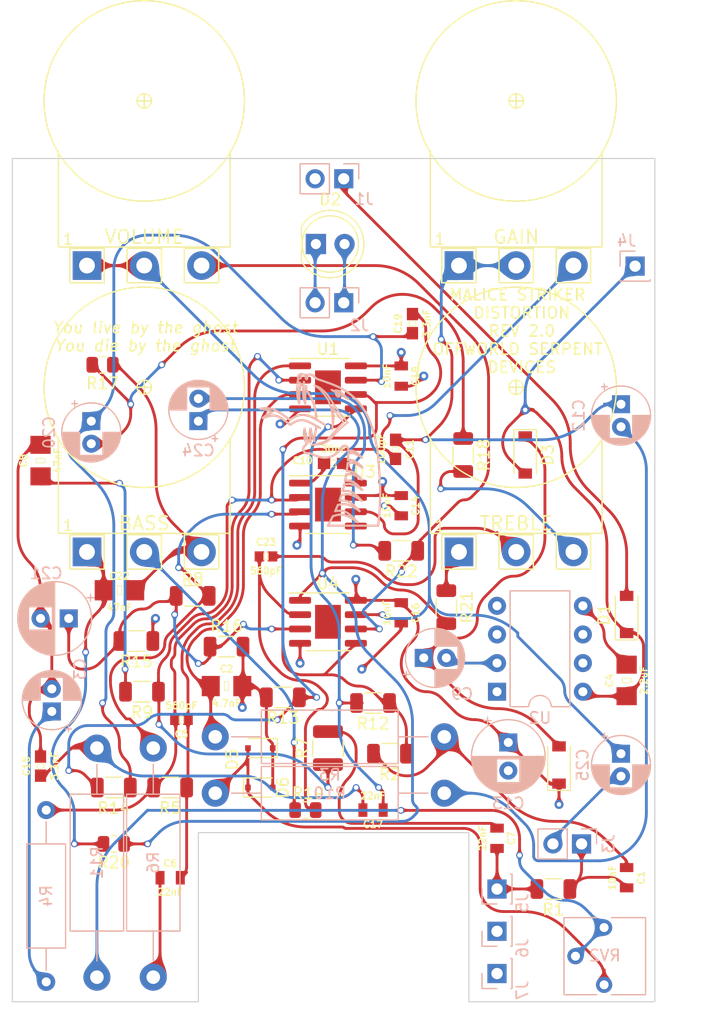
<source format=kicad_pcb>
(kicad_pcb (version 20211014) (generator pcbnew)
  (layers (0 "F.Cu" signal) (1 "In1.Cu" power) (2 "In2.Cu" power) (31 "B.Cu" signal) (34 "B.Paste" user) (35 "F.Paste" user) (36 "B.SilkS" user "B.Silkscreen") (37 "F.SilkS" user "F.Silkscreen") (38 "B.Mask" user) (39 "F.Mask" user) (44 "Edge.Cuts" user))
  (net 0 "")
  (net 1 "Net-(BASS1-Pad3)")
  (net 2 "Net-(BASS1-Pad2)")
  (net 3 "Net-(BASS1-Pad1)")
  (net 4 "Net-(C1-Pad1)")
  (net 5 "Net-(C3-Pad1)")
  (net 6 "Net-(C5-Pad2)")
  (net 7 "Net-(C6-Pad1)")
  (net 8 "Net-(C10-Pad2)")
  (net 9 "Net-(C10-Pad1)")
  (net 10 "Net-(C11-Pad2)")
  (net 11 "Net-(C11-Pad1)")
  (net 12 "OUTPUT")
  (net 13 "INPUT")
  (net 14 "LED-AN")
  (net 15 "LED-CAT")
  (net 16 "OP07V+")
  (net 17 "Net-(C2-Pad1)")
  (net 18 "Net-(C5-Pad1)")
  (net 19 "Net-(C7-Pad1)")
  (net 20 "Net-(C8-Pad1)")
  (net 21 "Net-(C9-Pad2)")
  (net 22 "Net-(C9-Pad1)")
  (net 23 "Net-(C12-Pad2)")
  (net 24 "Net-(C15-Pad1)")
  (net 25 "Net-(C17-Pad1)")
  (net 26 "Net-(C19-Pad2)")
  (net 27 "Net-(C19-Pad1)")
  (net 28 "Net-(C20-Pad2)")
  (net 29 "VREF")
  (net 30 "Net-(C23-Pad2)")
  (net 31 "Net-(C23-Pad1)")
  (net 32 "Net-(C24-Pad2)")
  (net 33 "Net-(C24-Pad1)")
  (net 34 "Net-(C25-Pad1)")
  (net 35 "9V")
  (net 36 "Net-(D5-Pad1)")
  (net 37 "Net-(R6-Pad1)")
  (net 38 "Net-(R11-Pad2)")
  (net 39 "Net-(R18-Pad2)")
  (net 40 "Net-(R21-Pad1)")
  (net 41 "Net-(R22-Pad1)")
  (net 42 "Net-(U2-Pad4)")
  (net 43 "Net-(U2-Pad7)")
  (net 44 "Net-(U2-Pad6)")
  (net 45 "Net-(U2-Pad1)")
  (net 46 "Net-(U3-Pad5)")
  (net 47 "Earth")
  (net 48 "9VOUT")
  (footprint "LED_THT:LED_D5.0mm" (layer "F.Cu") (at 44.93 41.79)
    (fp_text reference "D2")
    (fp_text value "LED")
  )
  (footprint "clholm-kicad-lib:16MM_T.MOUNT" (layer "F.Cu") (at 29.7 69.1)
    (fp_text reference "BASS")
    (fp_text value "100k-A")
  )
  (footprint "Capacitors:0805" (layer "F.Cu") (at 72.5 98 -90)
    (fp_text reference "C1")
    (fp_text value "10nF")
  )
  (footprint "Capacitors:1206" (layer "F.Cu") (at 37 81)
    (fp_text reference "C2")
    (fp_text value "4.7nF")
  )
  (footprint "Capacitors:1206" (layer "F.Cu") (at 72.5 80.5 90)
    (fp_text reference "C4")
    (fp_text value "2.2uF")
  )
  (footprint "Capacitors:0402" (layer "F.Cu") (at 33 84 180)
    (fp_text reference "C5")
    (fp_text value "560pF")
  )
  (footprint "Capacitors:0805" (layer "F.Cu") (at 32 98)
    (fp_text reference "C6")
    (fp_text value "22nF")
  )
  (footprint "Capacitors:0805" (layer "F.Cu") (at 61 94.5 -90)
    (fp_text reference "C7")
    (fp_text value "22nF")
  )
  (footprint "Capacitors:1206" (layer "F.Cu") (at 20.5 61 90)
    (fp_text reference "C8")
    (fp_text value "47nF")
  )
  (footprint "Capacitors:0603" (layer "F.Cu") (at 46.5 61.25 180)
    (fp_text reference "C10")
    (fp_text value "30pF")
  )
  (footprint "Capacitors:0603" (layer "F.Cu") (at 52 60 -90)
    (fp_text reference "C11")
    (fp_text value "100pF")
  )
  (footprint "Capacitors:0805" (layer "F.Cu") (at 52.5 65 -90)
    (fp_text reference "C14")
    (fp_text value "10nF")
  )
  (footprint "Capacitors:0603" (layer "F.Cu") (at 20.5 88.09836 90)
    (fp_text reference "C15")
    (fp_text value "3.3nF")
  )
  (footprint "Capacitors:0805" (layer "F.Cu") (at 52.5 74.5 -90)
    (fp_text reference "C16")
    (fp_text value "10nF")
  )
  (footprint "Capacitors:0805" (layer "F.Cu") (at 50 92 180)
    (fp_text reference "C17")
    (fp_text value "22nF")
  )
  (footprint "Capacitors:0805" (layer "F.Cu") (at 52.5 53.5 -90)
    (fp_text reference "C18")
    (fp_text value "10nF")
  )
  (footprint "Capacitors:0603" (layer "F.Cu") (at 53.5 48.84836 90)
    (fp_text reference "C19")
    (fp_text value "3.3nF")
  )
  (footprint "Capacitors:1206" (layer "F.Cu") (at 27.5 72.5)
    (fp_text reference "C22")
    (fp_text value "47nF")
  )
  (footprint "Capacitors:0402" (layer "F.Cu") (at 40.5 69.5)
    (fp_text reference "C23")
    (fp_text value "560pF")
  )
  (footprint "Diode_SMD:D_SOD-123" (layer "F.Cu") (at 72.5 74.65 90)
    (fp_text reference "D1")
    (fp_text value "1N5817")
  )
  (footprint "Diode_SMD:D_SOD-123" (layer "F.Cu") (at 63.5 60.5 -90)
    (fp_text reference "D3")
    (fp_text value "1N5817")
  )
  (footprint "Diode_SMD:D_SOD-123" (layer "F.Cu") (at 66.5 88 90)
    (fp_text reference "D4")
    (fp_text value "1N5817")
  )
  (footprint "Diode_SMD:D_SOD-323F" (layer "F.Cu") (at 40 90)
    (fp_text reference "D5")
    (fp_text value "1N914")
  )
  (footprint "Diode_SMD:D_SOD-323F" (layer "F.Cu") (at 40 86.5 180)
    (fp_text reference "D6")
    (fp_text value "1N914")
  )
  (footprint "clholm-kicad-lib:16MM_T.MOUNT" (layer "F.Cu") (at 62.7 43.7)
    (fp_text reference "GAIN")
    (fp_text value "1M-A" hide)
  )
  (footprint "Resistor_SMD:R_1206_3216Metric" (layer "F.Cu") (at 66 99 180)
    (fp_text reference "R1")
    (fp_text value "2.2M")
  )
  (footprint "Resistor_SMD:R_1206_3216Metric" (layer "F.Cu") (at 51.5 87 180)
    (fp_text reference "R2")
    (fp_text value "2.2M")
  )
  (footprint "Resistor_SMD:R_1206_3216Metric" (layer "F.Cu") (at 32 90 180)
    (fp_text reference "R5")
    (fp_text value "10k")
  )
  (footprint "Resistor_SMD:R_1210_3225Metric" (layer "F.Cu") (at 46 86.5 90)
    (fp_text reference "R7")
    (fp_text value "4.7k")
  )
  (footprint "Resistor_SMD:R_1206_3216Metric" (layer "F.Cu") (at 34 73)
    (fp_text reference "R8")
    (fp_text value "2.2M")
  )
  (footprint "Resistor_SMD:R_1206_3216Metric" (layer "F.Cu") (at 29.5 81.5 180)
    (fp_text reference "R9")
    (fp_text value "56k")
  )
  (footprint "Resistor_SMD:R_1206_3216Metric" (layer "F.Cu") (at 50 82.5 180)
    (fp_text reference "R12")
    (fp_text value "2.2M")
  )
  (footprint "Resistor_SMD:R_1206_3216Metric" (layer "F.Cu") (at 42 82 180)
    (fp_text reference "R13")
    (fp_text value "2.2M")
  )
  (footprint "Resistor_SMD:R_1206_3216Metric" (layer "F.Cu") (at 27 90 180)
    (fp_text reference "R14")
    (fp_text value "10k")
  )
  (footprint "Resistor_SMD:R_1206_3216Metric" (layer "F.Cu") (at 29 77 180)
    (fp_text reference "R15")
    (fp_text value "100k")
  )
  (footprint "Resistor_SMD:R_1206_3216Metric" (layer "F.Cu") (at 37 77.5)
    (fp_text reference "R16")
    (fp_text value "100k")
  )
  (footprint "Resistor_SMD:R_0805_2012Metric" (layer "F.Cu") (at 26 52.5 180)
    (fp_text reference "R17")
    (fp_text value "22k")
  )
  (footprint "Resistor_SMD:R_1206_3216Metric" (layer "F.Cu") (at 58 60.5 -90)
    (fp_text reference "R18")
    (fp_text value "10k")
  )
  (footprint "Resistor_SMD:R_0805_2012Metric" (layer "F.Cu") (at 44 92)
    (fp_text reference "R19")
    (fp_text value "22k")
  )
  (footprint "Resistor_SMD:R_0805_2012Metric" (layer "F.Cu") (at 27 95 180)
    (fp_text reference "R20")
    (fp_text value "22k")
  )
  (footprint "Resistor_SMD:R_1206_3216Metric" (layer "F.Cu") (at 56.5 74 -90)
    (fp_text reference "R21")
    (fp_text value "10k")
  )
  (footprint "Resistor_SMD:R_1206_3216Metric" (layer "F.Cu") (at 52.5 69 180)
    (fp_text reference "R22")
    (fp_text value "100k")
  )
  (footprint "clholm-kicad-lib:16MM_T.MOUNT" (layer "F.Cu") (at 62.7 69.1)
    (fp_text reference "TREBLE")
    (fp_text value "100k-A")
  )
  (footprint "Package_SO:SOIC-8-1EP_3.9x4.9mm_P1.27mm_EP2.29x3mm" (layer "F.Cu") (at 46 54.5)
    (fp_text reference "U1")
    (fp_text value "TL072")
  )
  (footprint "Package_SO:SOIC-8-1EP_3.9x4.9mm_P1.27mm_EP2.29x3mm" (layer "F.Cu") (at 46 64.9)
    (fp_text reference "U3")
    (fp_text value "OP07")
  )
  (footprint "Package_SO:SOIC-8-1EP_3.9x4.9mm_P1.27mm_EP2.29x3mm" (layer "F.Cu") (at 46 75.3)
    (fp_text reference "U4")
    (fp_text value "TL072")
  )
  (footprint "clholm-kicad-lib:16MM_T.MOUNT" (layer "F.Cu") (at 29.7 43.7)
    (fp_text reference "VOLUME")
    (fp_text value "100k-A")
  )
  (footprint "Capacitor_THT:CP_Radial_D5.0mm_P2.00mm" (layer "B.Cu") (at 21.5 83.25 90)
    (fp_text reference "C3")
    (fp_text value "4.7uF-bi")
  )
  (footprint "Capacitor_THT:CP_Radial_D5.0mm_P2.00mm" (layer "B.Cu") (at 54.5 78.5)
    (fp_text reference "C9")
    (fp_text value "10uF")
  )
  (footprint "Capacitor_THT:CP_Radial_D5.0mm_P2.00mm" (layer "B.Cu") (at 72 56 -90)
    (fp_text reference "C12")
    (fp_text value "4.7uF-bi")
  )
  (footprint "Capacitor_THT:CP_Radial_D6.3mm_P2.50mm" (layer "B.Cu") (at 62 86 -90)
    (fp_text reference "C13")
    (fp_text value "100uF")
  )
  (footprint "Capacitor_THT:CP_Radial_D5.0mm_P2.00mm" (layer "B.Cu") (at 25 57.5 -90)
    (fp_text reference "C20")
    (fp_text value "4.7uF-bi")
  )
  (footprint "Capacitor_THT:CP_Radial_D6.3mm_P2.50mm" (layer "B.Cu") (at 23 75 180)
    (fp_text reference "C21")
    (fp_text value "100uF")
  )
  (footprint "Capacitor_THT:CP_Radial_D5.0mm_P2.00mm" (layer "B.Cu") (at 34.5 57.5 90)
    (fp_text reference "C24")
    (fp_text value "4.7uF-bi")
  )
  (footprint "Capacitor_THT:CP_Radial_D5.0mm_P2.00mm" (layer "B.Cu") (at 72 87 -90)
    (fp_text reference "C25")
    (fp_text value "4.7uF-bi")
  )
  (footprint "Connector_PinSocket_2.54mm:PinSocket_1x02_P2.54mm_Vertical" (layer "B.Cu") (at 47.4 36 90)
    (fp_text reference "J1")
    (fp_text value "Conn_01x02_Female")
  )
  (footprint "Connector_PinSocket_2.54mm:PinSocket_1x02_P2.54mm_Vertical" (layer "B.Cu") (at 47.4 47 90)
    (fp_text reference "J2")
    (fp_text value "Conn_01x02_Female")
  )
  (footprint "Connector_PinSocket_2.54mm:PinSocket_1x02_P2.54mm_Vertical" (layer "B.Cu") (at 68.5 95 90)
    (fp_text reference "J3")
    (fp_text value "Conn_01x02_Female")
  )
  (footprint "Resistor_THT:R_Axial_DIN0414_L11.9mm_D4.5mm_P20.32mm_Horizontal" (layer "B.Cu") (at 36 85.5)
    (fp_text reference "R3")
    (fp_text value "1k")
  )
  (footprint "Resistor_THT:R_Axial_DIN0309_L9.0mm_D3.2mm_P15.24mm_Horizontal" (layer "B.Cu") (at 21 92 -90)
    (fp_text reference "R4")
    (fp_text value "2.2k")
  )
  (footprint "Resistor_THT:R_Axial_DIN0414_L11.9mm_D4.5mm_P20.32mm_Horizontal" (layer "B.Cu") (at 30.5 86.5 -90)
    (fp_text reference "R6")
    (fp_text value "1k")
  )
  (footprint "Resistor_THT:R_Axial_DIN0414_L11.9mm_D4.5mm_P20.32mm_Horizontal" (layer "B.Cu") (at 36 90.5)
    (fp_text reference "R10")
    (fp_text value "1k")
  )
  (footprint "Resistor_THT:R_Axial_DIN0414_L11.9mm_D4.5mm_P20.32mm_Horizontal" (layer "B.Cu") (at 25.5 86.5 -90)
    (fp_text reference "R11")
    (fp_text value "1k")
  )
  (footprint "Potentiometer_THT:Potentiometer_Vishay_T73YP_Vertical" (layer "B.Cu") (at 70.5 107.5 180)
    (fp_text reference "RV2")
    (fp_text value "100k-TRIM")
  )
  (footprint "Package_DIP:DIP-8_W7.62mm" (layer "B.Cu") (at 61 81.5)
    (fp_text reference "U2")
    (fp_text value "LT1054")
  )
  (footprint "Connector_PinSocket_2.54mm:PinSocket_1x01_P2.54mm_Vertical" (layer "B.Cu") (at 73.25 43.75 180)
    (fp_text reference "J4")
    (fp_text value "Conn_01x01_Female")
  )
  (footprint "Connector_PinSocket_2.54mm:PinSocket_1x01_P2.54mm_Vertical" (layer "B.Cu") (at 61 99 -90)
    (fp_text reference "J5")
    (fp_text value "GNDOUT")
  )
  (footprint "Connector_PinSocket_2.54mm:PinSocket_1x01_P2.54mm_Vertical" (layer "B.Cu") (at 61 102.75 -90)
    (fp_text reference "J6")
    (fp_text value "INPUTGND")
  )
  (footprint "Connector_PinSocket_2.54mm:PinSocket_1x01_P2.54mm_Vertical" (layer "B.Cu") (at 61 106.5 -90)
    (fp_text reference "J7")
    (fp_text value "OUTPUTGND")
  )
  (gr_line (start 46.548174 54.780114) (end 46.310316 54.720024) (layer "B.SilkS") (width 0.15))
  (gr_line (start 46.616547 54.863942) (end 46.905585 54.982702) (layer "B.SilkS") (width 0.15))
  (gr_line (start 46.616547 54.863942) (end 46.738903 55.205359) (layer "B.SilkS") (width 0.15))
  (gr_line (start 43.569177 53.707396) (end 43.525891 53.726146) (layer "B.SilkS") (width 0.15))
  (gr_curve (pts (xy 46.805194 55.068904) (xy 46.814161 55.074425) (xy 46.824572 55.077812) (xy 46.834994 55.077783)) (layer "B.SilkS") (width 0.17))
  (gr_curve (pts (xy 48.531402 62.378758) (xy 48.384488 62.299428) (xy 48.22664 62.23487) (xy 48.063926 62.210815)) (layer "B.SilkS") (width 0.2))
  (gr_curve (pts (xy 46.459902 54.819975) (xy 46.40585 54.795268) (xy 46.358083 54.757646) (xy 46.310316 54.720024)) (layer "B.SilkS") (width 0.17))
  (gr_curve (pts (xy 47.394492 57.583169) (xy 47.274037 57.454899) (xy 47.153582 57.326628) (xy 47.043727 57.189758)) (layer "B.SilkS") (width 0.17))
  (gr_curve (pts (xy 44.545367 55.517669) (xy 44.674169 55.77718) (xy 44.774243 56.052539) (xy 44.842206 56.334181)) (layer "B.SilkS") (width 0.2))
  (gr_curve (pts (xy 44.891501 58.468761) (xy 44.874629 58.548893) (xy 44.856129 58.628683) (xy 44.83422 58.70756)) (layer "B.SilkS") (width 0.2))
  (gr_curve (pts (xy 43.525891 53.726146) (xy 43.511118 53.725932) (xy 43.496255 53.71807) (xy 43.485273 53.707396)) (layer "B.SilkS") (width 0.0036))
  (gr_curve (pts (xy 43.331031 54.055393) (xy 43.303712 54.277302) (xy 43.276393 54.499211) (xy 43.268571 54.72294)) (layer "B.SilkS") (width 0.2))
  (gr_curve (pts (xy 43.339639 53.634574) (xy 43.341233 53.674473) (xy 43.353086 53.713412) (xy 43.36494 53.75235)) (layer "B.SilkS") (width 0.2))
  (gr_curve (pts (xy 43.977353 55.397256) (xy 43.978461 55.218729) (xy 43.983674 55.040005) (xy 44.001308 54.86259)) (layer "B.SilkS") (width 0.2))
  (gr_curve (pts (xy 47.316543 55.215485) (xy 47.240759 55.14966) (xy 47.162866 55.087189) (xy 47.084972 55.024718)) (layer "B.SilkS") (width 0.17))
  (gr_curve (pts (xy 47.592221 62.404993) (xy 47.580697 62.469831) (xy 47.568588 62.534567) (xy 47.555918 62.599191)) (layer "B.SilkS") (width 0.2))
  (gr_curve (pts (xy 47.551646 55.40686) (xy 47.467531 55.35193) (xy 47.393114 55.281995) (xy 47.316543 55.215485)) (layer "B.SilkS") (width 0.17))
  (gr_curve (pts (xy 48.063926 62.210815) (xy 47.920353 62.189591) (xy 47.772992 62.199901) (xy 47.625631 62.210212)) (layer "B.SilkS") (width 0.2))
  (gr_curve (pts (xy 43.829715 54.28426) (xy 43.824634 54.328126) (xy 43.820233 54.372067) (xy 43.815831 54.416008)) (layer "B.SilkS") (width 0.2))
  (gr_curve (pts (xy 46.641171 56.220573) (xy 46.973456 56.725371) (xy 47.357445 57.168727) (xy 47.741434 57.612082)) (layer "B.SilkS") (width 0.17))
  (gr_curve (pts (xy 46.139086 66.496658) (xy 46.08766 66.589107) (xy 46.034905 66.680806) (xy 45.982149 66.772506)) (layer "B.SilkS") (width 0.2))
  (gr_curve (pts (xy 47.088632 55.059597) (xy 47.088938 55.065583) (xy 47.089098 55.071573) (xy 47.0891 55.077571)) (layer "B.SilkS") (width 0.0036))
  (gr_curve (pts (xy 47.799917 59.988458) (xy 47.800708 60.007089) (xy 47.80026 60.025651) (xy 47.800088 60.044231)) (layer "B.SilkS") (width 0.0036))
  (gr_line (start 50.166365 58.920306) (end 50.094081 58.587821) (layer "B.SilkS") (width 0.2))
  (gr_curve (pts (xy 46.982211 54.965575) (xy 46.993021 54.991168) (xy 46.998168 55.017982) (xy 46.998168 55.045038)) (layer "B.SilkS") (width 0.17))
  (gr_curve (pts (xy 47.223868 59.834132) (xy 47.251634 59.798125) (xy 47.2794 59.762118) (xy 47.315183 59.735734)) (layer "B.SilkS") (width 0.2))
  (gr_curve (pts (xy 45.142089 53.796596) (xy 45.065036 53.764029) (xy 44.991472 53.72178) (xy 44.924983 53.671246)) (layer "B.SilkS") (width 0.2))
  (gr_curve (pts (xy 44.097516 54.765152) (xy 44.256529 55.010624) (xy 44.415542 55.256096) (xy 44.545367 55.517669)) (layer "B.SilkS") (width 0.2))
  (gr_curve (pts (xy 46.855187 54.891559) (xy 46.858007 54.890783) (xy 46.860826 54.890007) (xy 46.863685 54.889394)) (layer "B.SilkS") (width 0.17))
  (gr_curve (pts (xy 46.834994 55.077783) (xy 46.847705 55.077747) (xy 46.860432 55.072631) (xy 46.870624 55.064802)) (layer "B.SilkS") (width 0.0036))
  (gr_curve (pts (xy 46.905585 54.982702) (xy 46.905569 54.969103) (xy 46.903378 54.95559) (xy 46.899001 54.942525)) (layer "B.SilkS") (width 0.0036))
  (gr_curve (pts (xy 44.535364 53.377853) (xy 44.496453 53.367016) (xy 44.456227 53.361513) (xy 44.416053 53.361128)) (layer "B.SilkS") (width 0.2))
  (gr_curve (pts (xy 48.115359 61.9881) (xy 48.293482 62.04324) (xy 48.457041 62.150413) (xy 48.601134 62.274046)) (layer "B.SilkS") (width 0.2))
  (gr_curve (pts (xy 44.086044 53.509315) (xy 44.101563 53.514083) (xy 44.117082 53.518851) (xy 44.129331 53.528066)) (layer "B.SilkS") (width 0.0036))
  (gr_curve (pts (xy 44.363156 53.363103) (xy 44.205459 53.38749) (xy 44.145708 53.395816) (xy 44.085525 53.398162)) (layer "B.SilkS") (width 0.2))
  (gr_curve (pts (xy 44.16268 53.577334) (xy 44.18065 53.669689) (xy 44.178737 53.69323) (xy 44.172588 53.715955)) (layer "B.SilkS") (width 0.17))
  (gr_curve (pts (xy 46.74236 54.942128) (xy 46.751594 54.923583) (xy 46.763534 54.90647) (xy 46.775474 54.889357)) (layer "B.SilkS") (width 0.17))
  (gr_curve (pts (xy 46.764764 55.033063) (xy 46.764982 55.029145) (xy 46.765301 55.02523) (xy 46.765758 55.021333)) (layer "B.SilkS") (width 0.0036))
  (gr_line (start 43.563038 54.279039) (end 43.444463 54.070421) (layer "B.SilkS") (width 0.0036))
  (gr_curve (pts (xy 44.129331 53.528066) (xy 44.144779 53.539687) (xy 44.155026 53.558381) (xy 44.16268 53.577334)) (layer "B.SilkS") (width 0.17))
  (gr_curve (pts (xy 47.769797 60.959667) (xy 47.910096 60.951593) (xy 48.050394 60.943519) (xy 48.183092 60.97299)) (layer "B.SilkS") (width 0.2))
  (gr_curve (pts (xy 44.416053 53.361128) (xy 44.398402 53.360959) (xy 44.380761 53.361778) (xy 44.363156 53.363103)) (layer "B.SilkS") (width 0.2))
  (gr_curve (pts (xy 46.781724 58.478619) (xy 46.456409 58.817105) (xy 46.154827 59.20555) (xy 45.759386 59.398167)) (layer "B.SilkS") (width 0.17))
  (gr_curve (pts (xy 44.795401 59.270042) (xy 44.742723 59.158937) (xy 44.690045 59.047832) (xy 44.647478 58.93287)) (layer "B.SilkS") (width 0.2))
  (gr_curve (pts (xy 44.647478 58.93287) (xy 44.601341 58.80827) (xy 44.567082 58.67914) (xy 44.537391 58.549292)) (layer "B.SilkS") (width 0.2))
  (gr_curve (pts (xy 44.370082 60.363479) (xy 44.435591 60.373475) (xy 44.500301 60.391219) (xy 44.562332 60.414989)) (layer "B.SilkS") (width 0.2))
  (gr_curve (pts (xy 47.625631 62.210212) (xy 47.61469 62.275173) (xy 47.603748 62.340134) (xy 47.592221 62.404993)) (layer "B.SilkS") (width 0.2))
  (gr_curve (pts (xy 43.852347 55.466502) (xy 43.884994 55.629163) (xy 43.933798 55.78815) (xy 43.982603 55.947138)) (layer "B.SilkS") (width 0.2))
  (gr_curve (pts (xy 44.525018 59.599733) (xy 44.957519 59.544031) (xy 45.39002 59.488329) (xy 45.73369 59.279306)) (layer "B.SilkS") (width 0.17))
  (gr_curve (pts (xy 43.626671 53.329884) (xy 43.590381 53.330676) (xy 43.553861 53.339945) (xy 43.520177 53.354963)) (layer "B.SilkS") (width 0.2))
  (gr_curve (pts (xy 44.409071 59.350141) (xy 44.387719 59.366618) (xy 44.365723 59.382232) (xy 44.343726 59.397846)) (layer "B.SilkS") (width 0.0036))
  (gr_curve (pts (xy 43.81581 54.416453) (xy 43.805332 54.596026) (xy 43.794854 54.7756) (xy 43.798605 54.955537)) (layer "B.SilkS") (width 0.2))
  (gr_curve (pts (xy 47.800088 60.044231) (xy 47.799915 60.06281) (xy 47.800018 60.081407) (xy 47.8 60.1)) (layer "B.SilkS") (width 0.2))
  (gr_curve (pts (xy 47.315183 59.735734) (xy 47.350196 59.709918) (xy 47.392884 59.693315) (xy 47.436681 59.685812)) (layer "B.SilkS") (width 0.2))
  (gr_curve (pts (xy 46.03024 55.635798) (xy 45.863027 55.392323) (xy 45.695815 55.148847) (xy 45.501575 54.918733)) (layer "B.SilkS") (width 0.17))
  (gr_curve (pts (xy 46.765758 55.021333) (xy 46.766206 55.017504) (xy 46.766787 55.013692) (xy 46.767367 55.00988)) (layer "B.SilkS") (width 0.0036))
  (gr_curve (pts (xy 46.310316 54.720024) (xy 46.388972 54.747643) (xy 46.467627 54.775262) (xy 46.548174 54.780114)) (layer "B.SilkS") (width 0.0036))
  (gr_curve (pts (xy 43.816119 54.123059) (xy 43.832261 54.086979) (xy 43.85025 54.051755) (xy 43.86824 54.016531)) (layer "B.SilkS") (width 0.0036))
  (gr_curve (pts (xy 46.499391 56.897232) (xy 46.514533 57.116805) (xy 46.502959 57.338888) (xy 46.476122 57.558098)) (layer "B.SilkS") (width 0.17))
  (gr_curve (pts (xy 42.780403 57.728583) (xy 42.959723 57.621448) (xy 43.139043 57.514313) (xy 43.338174 57.458343)) (layer "B.SilkS") (width 0.2))
  (gr_curve (pts (xy 48.17221 60.125938) (xy 48.335628 60.148899) (xy 48.489404 60.245857) (xy 48.623177 60.355661)) (layer "B.SilkS") (width 0.2))
  (gr_curve (pts (xy 47.602867 64.569098) (xy 47.844426 64.625988) (xy 48.06749 64.769197) (xy 48.263074 64.933478)) (layer "B.SilkS") (width 0.2))
  (gr_curve (pts (xy 46.548174 54.780114) (xy 46.621041 54.784503) (xy 46.695456 54.77026) (xy 46.769963 54.771948)) (layer "B.SilkS") (width 0.17))
  (gr_curve (pts (xy 47.8 60.1) (xy 47.799982 60.118589) (xy 47.799844 60.137174) (xy 47.799705 60.155759)) (layer "B.SilkS") (width 0.0036))
  (gr_curve (pts (xy 46.289142 66.21755) (xy 46.240459 66.311293) (xy 46.190435 66.404349) (xy 46.139086 66.496658)) (layer "B.SilkS") (width 0.2))
  (gr_line (start 42.672157 57.341213) (end 42.62233 57.379948) (layer "B.SilkS") (width 0.0036))
  (gr_curve (pts (xy 45.501575 54.918733) (xy 45.32637 54.71117) (xy 45.129175 54.514478) (xy 44.8 54.35)) (layer "B.SilkS") (width 0.17))
  (gr_curve (pts (xy 50.383204 60.146886) (xy 50.353276 59.94248) (xy 50.320073 59.738532) (xy 50.283592 59.535193)) (layer "B.SilkS") (width 0.2))
  (gr_curve (pts (xy 44.795584 58.826782) (xy 44.788101 58.846095) (xy 44.780014 58.865166) (xy 44.771927 58.884238)) (layer "B.SilkS") (width 0.0036))
  (gr_curve (pts (xy 46.872394 54.888058) (xy 46.875349 54.887783) (xy 46.878318 54.887692) (xy 46.881286 54.887601)) (layer "B.SilkS") (width 0.0036))
  (gr_curve (pts (xy 46.895948 55.030692) (xy 46.90248 55.015527) (xy 46.905605 54.999052) (xy 46.905585 54.982702)) (layer "B.SilkS") (width 0.17))
  (gr_curve (pts (xy 44.470991 59.298302) (xy 44.451053 59.316389) (xy 44.430383 59.333695) (xy 44.343726 59.397846)) (layer "B.SilkS") (width 0.2))
  (gr_line (start 43.591655 54.181525) (end 43.591698 54.181482) (layer "B.SilkS") (width 0.0036))
  (gr_curve (pts (xy 47.781649 60.762337) (xy 47.778089 60.828136) (xy 47.773943 60.893902) (xy 47.769797 60.959667)) (layer "B.SilkS") (width 0.2))
  (gr_curve (pts (xy 44.045417 53.528066) (xy 44.056385 53.518718) (xy 44.071214 53.514016) (xy 44.086044 53.509315)) (layer "B.SilkS") (width 0.17))
  (gr_curve (pts (xy 44.172588 53.715955) (xy 44.135302 53.775897) (xy 44.120439 53.783758) (xy 44.105666 53.783973)) (layer "B.SilkS") (width 0.17))
  (gr_curve (pts (xy 46.767367 55.00988) (xy 46.771219 55.022027) (xy 46.77507 55.034175) (xy 46.781659 55.044935)) (layer "B.SilkS") (width 0.0036))
  (gr_line (start 43.444463 54.070421) (end 43.591655 54.181461) (layer "B.SilkS") (width 0.2))
  (gr_curve (pts (xy 47.570767 59.691596) (xy 47.614202 59.703216) (xy 47.655154 59.724623) (xy 47.689805 59.753636)) (layer "B.SilkS") (width 0.2))
  (gr_curve (pts (xy 44.023747 58.612812) (xy 43.988163 58.462911) (xy 43.958798 58.312229) (xy 43.929432 58.161546)) (layer "B.SilkS") (width 0.2))
  (gr_curve (pts (xy 47.130378 64.228901) (xy 47.11326 64.28098) (xy 47.095762 64.332935) (xy 47.077878 64.384755)) (layer "B.SilkS") (width 0.2))
  (gr_curve (pts (xy 46.713244 55.077571) (xy 46.71327 55.053471) (xy 46.715856 55.029468) (xy 46.720888 55.005849)) (layer "B.SilkS") (width 0.0036))
  (gr_curve (pts (xy 44.736833 57.221114) (xy 44.511382 57.117042) (xy 44.285932 57.012971) (xy 44.043728 56.969432)) (layer "B.SilkS") (width 0.2))
  (gr_curve (pts (xy 46.432321 65.935324) (xy 46.385041 66.029628) (xy 46.33776 66.123932) (xy 46.289142 66.21755)) (layer "B.SilkS") (width 0.2))
  (gr_curve (pts (xy 47.436681 59.685812) (xy 47.481431 59.678146) (xy 47.52734 59.679979) (xy 47.570767 59.691596)) (layer "B.SilkS") (width 0.2))
  (gr_curve (pts (xy 43.849211 59.78765) (xy 43.83172 59.827431) (xy 43.814228 59.867212) (xy 43.80561 59.909543)) (layer "B.SilkS") (width 0.2))
  (gr_curve (pts (xy 48.999006 62.683455) (xy 48.847739 62.575673) (xy 48.696473 62.467891) (xy 48.531402 62.378758)) (layer "B.SilkS") (width 0.2))
  (gr_curve (pts (xy 48.263074 64.933478) (xy 48.464149 65.102373) (xy 48.636179 65.29354) (xy 48.80821 65.484708)) (layer "B.SilkS") (width 0.2))
  (gr_curve (pts (xy 47.790576 60.564706) (xy 47.788187 60.630607) (xy 47.785212 60.696489) (xy 47.781649 60.762337)) (layer "B.SilkS") (width 0.2))
  (gr_curve (pts (xy 46.720888 55.005849) (xy 46.725578 54.98383) (xy 46.732393 54.962145) (xy 46.74236 54.942128)) (layer "B.SilkS") (width 0.17))
  (gr_curve (pts (xy 46.863685 54.889394) (xy 46.866557 54.888779) (xy 46.869469 54.888329) (xy 46.872394 54.888058)) (layer "B.SilkS") (width 0.0036))
  (gr_line (start 43.591698 54.181482) (end 43.63238 54.222207) (layer "B.SilkS") (width 0.2))
  (gr_curve (pts (xy 47.796573 60.366811) (xy 47.79477 60.432783) (xy 47.792967 60.498754) (xy 47.790576 60.564706)) (layer "B.SilkS") (width 0.2))
  (gr_curve (pts (xy 47.548026 55.324615) (xy 47.631004 55.399751) (xy 47.810098 55.536781) (xy 47.810098 55.536781)) (layer "B.SilkS") (width 0.17))
  (gr_curve (pts (xy 46.881286 55.202475) (xy 46.860233 55.202472) (xy 46.83918 55.193956) (xy 46.822315 55.180981)) (layer "B.SilkS") (width 0.17))
  (gr_curve (pts (xy 46.901204 55.330766) (xy 46.867334 55.330771) (xy 46.833462 55.317074) (xy 46.738903 55.205359)) (layer "B.SilkS") (width 0.17))
  (gr_curve (pts (xy 48.623177 60.355661) (xy 48.763392 60.470752) (xy 48.881633 60.599957) (xy 48.999873 60.729163)) (layer "B.SilkS") (width 0.2))
  (gr_curve (pts (xy 43.449108 55.343408) (xy 43.450839 55.152878) (xy 43.457229 54.962056) (xy 43.479582 54.773218)) (layer "B.SilkS") (width 0.2))
  (gr_curve (pts (xy 44.068814 54.386904) (xy 44.068227 54.42968) (xy 44.06764 54.472456) (xy 44.068559 54.515255)) (layer "B.SilkS") (width 0.2))
  (gr_curve (pts (xy 44.398325 58.494853) (xy 44.390198 58.615889) (xy 44.401449 58.738852) (xy 44.398325 58.494853)) (layer "B.SilkS") (width 0.2))
  (gr_curve (pts (xy 47.395991 63.315747) (xy 47.379088 63.383186) (xy 47.361556 63.45047) (xy 47.343385 63.517579)) (layer "B.SilkS") (width 0.2))
  (gr_curve (pts (xy 43.618812 53.588817) (xy 43.617112 53.612392) (xy 43.611683 53.636054) (xy 43.60252 53.658128)) (layer "B.SilkS") (width 0.0036))
  (gr_curve (pts (xy 46.80633 55.296195) (xy 46.775934 55.272804) (xy 46.753999 55.240399) (xy 46.738903 55.205359)) (layer "B.SilkS") (width 0.0036))
  (gr_curve (pts (xy 43.869967 58.578136) (xy 43.866575 58.728468) (xy 43.892115 58.880343) (xy 43.93253 59.026461)) (layer "B.SilkS") (width 0.2))
  (gr_curve (pts (xy 47.747954 63.986163) (xy 47.559171 63.979357) (xy 47.370067 64.025903) (xy 47.180963 64.07245)) (layer "B.SilkS") (width 0.2))
  (gr_curve (pts (xy 44.073929 59.535592) (xy 44.057763 59.541517) (xy 44.041441 59.54703) (xy 44.024993 59.552122)) (layer "B.SilkS") (width 0.0036))
  (gr_curve (pts (xy 40.565305 56.353993) (xy 40.368268 56.349304) (xy 40.172597 56.373127) (xy 39.976927 56.396949)) (layer "B.SilkS") (width 0.2))
  (gr_curve (pts (xy 43.502216 53.470239) (xy 43.514466 53.461022) (xy 43.529989 53.456255) (xy 43.545512 53.451488)) (layer "B.SilkS") (width 0.0036))
  (gr_curve (pts (xy 43.933464 60.257966) (xy 43.965191 60.286305) (xy 44.003412 60.308349) (xy 44.043806 60.322093)) (layer "B.SilkS") (width 0.2))
  (gr_curve (pts (xy 48.162133 61.191914) (xy 48.026669 61.177025) (xy 47.888549 61.194679) (xy 47.750429 61.212333)) (layer "B.SilkS") (width 0.2))
  (gr_curve (pts (xy 48.657987 61.232142) (xy 48.803017 61.353551) (xy 48.926877 61.49084) (xy 49.050737 61.62813)) (layer "B.SilkS") (width 0.2))
  (gr_curve (pts (xy 44.737171 53.503219) (xy 44.707865 53.475456) (xy 44.678193 53.447946) (xy 44.64453 53.426155)) (layer "B.SilkS") (width 0.0036))
  (gr_curve (pts (xy 46.982211 55.1245) (xy 46.97283 55.146293) (xy 46.959184 55.166438) (xy 46.940281 55.180981)) (layer "B.SilkS") (width 0.17))
  (gr_curve (pts (xy 40.772585 56.833762) (xy 40.672618 56.879872) (xy 40.576359 56.935042) (xy 40.487144 56.999332)) (layer "B.SilkS") (width 0.2))
  (gr_curve (pts (xy 47.269892 55.04419) (xy 47.362649 55.139509) (xy 47.450831 55.236604) (xy 47.548026 55.324615)) (layer "B.SilkS") (width 0.17))
  (gr_curve (pts (xy 41.165254 56.462406) (xy 40.974013 56.394133) (xy 40.768929 56.358838) (xy 40.565305 56.353993)) (layer "B.SilkS") (width 0.2))
  (gr_curve (pts (xy 46.476122 57.558098) (xy 46.449536 57.775253) (xy 46.407972 57.989587) (xy 46.366408 58.203922)) (layer "B.SilkS") (width 0.17))
  (gr_curve (pts (xy 44.076972 54.641606) (xy 44.082049 54.683022) (xy 44.089825 54.724076) (xy 44.097601 54.76513)) (layer "B.SilkS") (width 0.2))
  (gr_curve (pts (xy 46.780385 55.1245) (xy 46.769571 55.099387) (xy 46.764408 55.072078) (xy 46.764425 55.045038)) (layer "B.SilkS") (width 0.0036))
  (gr_curve (pts (xy 49.050737 61.62813) (xy 48.90707 61.526221) (xy 48.763403 61.424313) (xy 48.605675 61.341153)) (layer "B.SilkS") (width 0.2))
  (gr_curve (pts (xy 47.689805 59.753636) (xy 47.723711 59.782024) (xy 47.751583 59.817694) (xy 47.770061 59.857613)) (layer "B.SilkS") (width 0.2))
  (gr_curve (pts (xy 43.911614 53.387615) (xy 43.852298 53.377777) (xy 43.794314 53.361303) (xy 43.736329 53.34483)) (layer "B.SilkS") (width 0.2))
  (gr_curve (pts (xy 47.741434 57.612082) (xy 47.414535 57.886202) (xy 47.087637 58.160322) (xy 46.781724 58.478619)) (layer "B.SilkS") (width 0.17))
  (gr_curve (pts (xy 43.479582 54.773218) (xy 43.499202 54.607473) (xy 43.53112 54.443256) (xy 43.563038 54.279039)) (layer "B.SilkS") (width 0.2))
  (gr_curve (pts (xy 44.935809 58.228847) (xy 44.92342 58.309207) (xy 44.908264 58.389152) (xy 44.891501 58.468761)) (layer "B.SilkS") (width 0.2))
  (gr_curve (pts (xy 46.393459 56.213901) (xy 46.438508 56.440763) (xy 46.483556 56.667625) (xy 46.499391 56.897232)) (layer "B.SilkS") (width 0.17))
  (gr_curve (pts (xy 44.456523 58.153164) (xy 44.431287 58.26648) (xy 44.40605 58.379796) (xy 44.398325 58.494853)) (layer "B.SilkS") (width 0.2))
  (gr_curve (pts (xy 50.283592 59.535193) (xy 50.246746 59.329816) (xy 50.206556 59.125061) (xy 50.166365 58.920306)) (layer "B.SilkS") (width 0.2))
  (gr_curve (pts (xy 47.700628 61.686332) (xy 47.690784 61.765082) (xy 47.680105 61.843725) (xy 47.669425 61.922367)) (layer "B.SilkS") (width 0.2))
  (gr_curve (pts (xy 44.456523 58.153164) (xy 44.3 58.85) (xy 44.489665 59.115833) (xy 44.470991 59.298302)) (layer "B.SilkS") (width 0.2))
  (gr_curve (pts (xy 50.640423 63.727781) (xy 50.638625 63.211813) (xy 50.617262 62.696153) (xy 50.465746 60.755494)) (layer "B.SilkS") (width 0.2))
  (gr_curve (pts (xy 46.87301 64.939879) (xy 46.848865 65.000323) (xy 46.82472 65.060767) (xy 46.800045 65.120996)) (layer "B.SilkS") (width 0.2))
  (gr_curve (pts (xy 43.668887 54.259118) (xy 43.680983 54.271461) (xy 43.692994 54.283888) (xy 43.704923 54.296392)) (layer "B.SilkS") (width 0.0036))
  (gr_line (start 43.815831 54.416008) (end 43.815789 54.416411) (layer "B.SilkS") (width 0.0036))
  (gr_curve (pts (xy 47.516792 62.792802) (xy 47.685168 62.787418) (xy 47.853544 62.782034) (xy 48.012492 62.820024)) (layer "B.SilkS") (width 0.2))
  (gr_curve (pts (xy 48.576056 63.132008) (xy 48.747576 63.276218) (xy 48.894383 63.43948) (xy 49.041191 63.602742)) (layer "B.SilkS") (width 0.2))
  (gr_curve (pts (xy 50.590647 65.2579) (xy 50.624844 64.748688) (xy 50.642202 64.238083) (xy 50.640423 63.727781)) (layer "B.SilkS") (width 0.2))
  (gr_curve (pts (xy 44.16268 53.577334) (xy 44.17184 53.600017) (xy 44.177285 53.623071) (xy 44.178987 53.646644)) (layer "B.SilkS") (width 0.0036))
  (gr_curve (pts (xy 46.940281 55.180981) (xy 46.923408 55.193961) (xy 46.902347 55.202478) (xy 46.881286 55.202475)) (layer "B.SilkS") (width 0.0036))
  (gr_curve (pts (xy 44.343726 59.397846) (xy 44.276873 59.281211) (xy 44.210019 59.164576) (xy 44.157591 59.041618)) (layer "B.SilkS") (width 0.2))
  (gr_curve (pts (xy 48.46884 64.035108) (xy 48.666576 64.198637) (xy 48.83422 64.382833) (xy 49.001863 64.567029)) (layer "B.SilkS") (width 0.2))
  (gr_curve (pts (xy 40.736553 56.551202) (xy 40.853459 56.596249) (xy 40.964519 56.655603) (xy 41.07558 56.714957)) (layer "B.SilkS") (width 0.2))
  (gr_line (start 43.299895 54.048704) (end 43.331031 54.055393) (layer "B.SilkS") (width 0.0036))
  (gr_curve (pts (xy 48.012492 62.820024) (xy 48.218733 62.869318) (xy 48.409101 62.991637) (xy 48.576056 63.132008)) (layer "B.SilkS") (width 0.2))
  (gr_curve (pts (xy 44.562332 60.414989) (xy 44.624592 60.438846) (xy 44.684152 60.468773) (xy 44.743712 60.4987)) (layer "B.SilkS") (width 0.2))
  (gr_curve (pts (xy 43.798605 54.955537) (xy 43.802178 55.126942) (xy 43.818663 55.298677) (xy 43.852347 55.466502)) (layer "B.SilkS") (width 0.2))
  (gr_curve (pts (xy 44.967295 57.988298) (xy 44.957712 58.068618) (xy 44.948129 58.148938) (xy 44.935809 58.228847)) (layer "B.SilkS") (width 0.2))
  (gr_curve (pts (xy 46.414828 57.315783) (xy 46.409025 57.027866) (xy 46.371962 56.73914) (xy 46.302946 56.459704)) (layer "B.SilkS") (width 0.17))
  (gr_curve (pts (xy 44.8 54.35) (xy 44.662877 54.311605) (xy 45.154874 54.35) (xy 45.531294 54.739119)) (layer "B.SilkS") (width 0.17))
  (gr_curve (pts (xy 43.847202 54.151087) (xy 43.840716 54.195388) (xy 43.834866 54.239785) (xy 43.829715 54.28426)) (layer "B.SilkS") (width 0.2))
  (gr_curve (pts (xy 44.842206 56.334181) (xy 44.91019 56.615904) (xy 44.946045 56.903915) (xy 44.9819 57.35)) (layer "B.SilkS") (width 0.2))
  (gr_curve (pts (xy 48.183092 60.97299) (xy 48.356704 61.011549) (xy 48.517305 61.114374) (xy 48.657987 61.232142)) (layer "B.SilkS") (width 0.2))
  (gr_curve (pts (xy 44.312719 53.368572) (xy 44.296652 53.37094) (xy 44.28069 53.373982) (xy 44.26469 53.376855)) (layer "B.SilkS") (width 0.0036))
  (gr_curve (pts (xy 47.477772 64.860919) (xy 47.27698 64.850615) (xy 47.074995 64.895247) (xy 46.87301 64.939879)) (layer "B.SilkS") (width 0.2))
  (gr_curve (pts (xy 43.93253 59.026461) (xy 43.977859 59.19034) (xy 44.0419 59.346978) (xy 44.105941 59.503616)) (layer "B.SilkS") (width 0.2))
  (gr_curve (pts (xy 44.105666 53.783973) (xy 44.046944 53.751734) (xy 44.036683 53.734398) (xy 44.029025 53.715955)) (layer "B.SilkS") (width 0.17))
  (gr_curve (pts (xy 46.595422 58.404737) (xy 46.849768 58.109513) (xy 47.12213 57.846341) (xy 47.394492 57.583169)) (layer "B.SilkS") (width 0.17))
  (gr_curve (pts (xy 44.001308 54.86259) (xy 44.017137 54.703325) (xy 44.042976 54.545115) (xy 44.068814 54.386904)) (layer "B.SilkS") (width 0.2))
  (gr_curve (pts (xy 40.487144 56.999332) (xy 40.393868 57.066549) (xy 40.308291 57.143736) (xy 40.222714 57.220923)) (layer "B.SilkS") (width 0.2))
  (gr_curve (pts (xy 46.764425 55.045038) (xy 46.764428 55.041041) (xy 46.764543 55.03705) (xy 46.764764 55.033063)) (layer "B.SilkS") (width 0.0036))
  (gr_curve (pts (xy 44.363156 53.363103) (xy 44.346283 53.364373) (xy 44.329444 53.366107) (xy 44.312719 53.368572)) (layer "B.SilkS") (width 0.0036))
  (gr_curve (pts (xy 46.769963 54.771948) (xy 46.852322 54.773815) (xy 46.934795 54.79515) (xy 47.00782 54.832038)) (layer "B.SilkS") (width 0.17))
  (gr_curve (pts (xy 44.105666 53.783973) (xy 44.090084 53.7842) (xy 44.074603 53.775921) (xy 44.062369 53.765223)) (layer "B.SilkS") (width 0.0036))
  (gr_curve (pts (xy 47.9485 63.074547) (xy 47.782522 63.059593) (xy 47.613981 63.086354) (xy 47.44544 63.113116)) (layer "B.SilkS") (width 0.2))
  (gr_curve (pts (xy 50.455523 66.772506) (xy 50.506102 66.268095) (xy 50.556681 65.763684) (xy 50.590647 65.2579)) (layer "B.SilkS") (width 0.2))
  (gr_curve (pts (xy 43.338174 57.458343) (xy 43.530936 57.404163) (xy 43.742263 57.397927) (xy 43.937882 57.440653)) (layer "B.SilkS") (width 0.2))
  (gr_curve (pts (xy 43.982603 55.947138) (xy 43.979408 55.763913) (xy 43.976214 55.580688) (xy 43.977353 55.397256)) (layer "B.SilkS") (width 0.2))
  (gr_curve (pts (xy 46.870624 55.064802) (xy 46.882042 55.056031) (xy 46.890279 55.043855) (xy 46.895948 55.030692)) (layer "B.SilkS") (width 0.0036))
  (gr_line (start 44.097601 54.76513) (end 44.097516 54.765152) (layer "B.SilkS") (width 0.0036))
  (gr_curve (pts (xy 43.268571 54.72294) (xy 43.261234 54.932829) (xy 43.271057 55.14432) (xy 43.306206 55.350802)) (layer "B.SilkS") (width 0.2))
  (gr_curve (pts (xy 44.043806 60.322093) (xy 44.084783 60.336036) (xy 44.127995 60.341439) (xy 44.171176 60.345285)) (layer "B.SilkS") (width 0.2))
  (gr_curve (pts (xy 50.465746 60.755494) (xy 50.439304 60.552475) (xy 50.412863 60.349455) (xy 50.383204 60.146886)) (layer "B.SilkS") (width 0.2))
  (gr_line (start 42.62233 57.379948) (end 41.731237 56.746262) (layer "B.SilkS") (width 0.2))
  (gr_line (start 43.591655 54.181461) (end 43.591655 54.181525) (layer "B.SilkS") (width 0.0036))
  (gr_curve (pts (xy 44.529294 59.242525) (xy 44.510103 59.261378) (xy 44.490912 59.28023) (xy 44.470991 59.298302)) (layer "B.SilkS") (width 0.0036))
  (gr_curve (pts (xy 46.724395 65.301101) (xy 46.698633 65.360941) (xy 46.672336 65.420549) (xy 46.64604 65.480157)) (layer "B.SilkS") (width 0.2))
  (gr_curve (pts (xy 48.371767 64.168757) (xy 48.175452 64.070118) (xy 47.961909 63.993876) (xy 47.747954 63.986163)) (layer "B.SilkS") (width 0.2))
  (gr_line (start 43.815789 54.416411) (end 43.81581 54.416453) (layer "B.SilkS") (width 0.0036))
  (gr_curve (pts (xy 47.2876 63.718545) (xy 47.470661 63.694073) (xy 47.653722 63.669602) (xy 47.828102 63.699753)) (layer "B.SilkS") (width 0.2))
  (gr_line (start 45.982149 66.772506) (end 50.455523 66.772506) (layer "B.SilkS") (width 0.2))
  (gr_line (start 44.771927 58.884238) (end 44.795401 59.270042) (layer "B.SilkS") (width 0.2))
  (gr_curve (pts (xy 47.343385 63.517579) (xy 47.325216 63.584684) (xy 47.306408 63.651614) (xy 47.2876 63.718545)) (layer "B.SilkS") (width 0.2))
  (gr_curve (pts (xy 41.159246 57.002202) (xy 41.28873 57.000884) (xy 41.420276 57.024281) (xy 41.541364 57.070167)) (layer "B.SilkS") (width 0.2))
  (gr_curve (pts (xy 48.1752 60.333237) (xy 48.050113 60.32306) (xy 47.923343 60.344936) (xy 47.796573 60.366811)) (layer "B.SilkS") (width 0.2))
  (gr_curve (pts (xy 40.761616 57.059253) (xy 40.893423 57.03141) (xy 41.02523 57.003567) (xy 41.159246 57.002202)) (layer "B.SilkS") (width 0.2))
  (gr_curve (pts (xy 49.168489 56.431917) (xy 48.757707 55.780858) (xy 48.18847 55.211615) (xy 47.537413 54.800831)) (layer "B.SilkS") (width 0.2))
  (gr_curve (pts (xy 46.996032 55.296195) (xy 46.968913 55.317064) (xy 46.93506 55.330761) (xy 46.901204 55.330766)) (layer "B.SilkS") (width 0.17))
  (gr_curve (pts (xy 44.816377 58.767867) (xy 44.810021 58.787701) (xy 44.803108 58.807363) (xy 44.795584 58.826782)) (layer "B.SilkS") (width 0.2))
  (gr_curve (pts (xy 43.586134 53.470239) (xy 43.618574 53.542805) (xy 43.620475 53.56577) (xy 43.618812 53.588817)) (layer "B.SilkS") (width 0.17))
  (gr_curve (pts (xy 46.899001 54.942525) (xy 46.895091 54.930856) (xy 46.889438 54.919545) (xy 46.881217 54.910809)) (layer "B.SilkS") (width 0.0036))
  (gr_curve (pts (xy 43.428059 53.417939) (xy 43.399603 53.446397) (xy 43.377027 53.480756) (xy 43.361567 53.518387)) (layer "B.SilkS") (width 0.2))
  (gr_curve (pts (xy 45.73369 59.279306) (xy 46.071138 59.074067) (xy 46.322942 58.721009) (xy 46.595422 58.404737)) (layer "B.SilkS") (width 0.17))
  (gr_curve (pts (xy 46.822315 55.180981) (xy 46.803414 55.166439) (xy 46.789771 55.146296) (xy 46.780385 55.1245)) (layer "B.SilkS") (width 0.0036))
  (gr_curve (pts (xy 43.929432 58.161546) (xy 43.901277 58.299965) (xy 43.873121 58.438384) (xy 43.869967 58.578136)) (layer "B.SilkS") (width 0.2))
  (gr_curve (pts (xy 41.07558 56.714957) (xy 40.973379 56.751621) (xy 40.871179 56.788286) (xy 40.772585 56.833762)) (layer "B.SilkS") (width 0.2))
  (gr_curve (pts (xy 44.019117 53.577334) (xy 44.024054 53.558641) (xy 44.031727 53.539734) (xy 44.045417 53.528066)) (layer "B.SilkS") (width 0.0036))
  (gr_curve (pts (xy 43.586134 53.470239) (xy 43.599821 53.481907) (xy 43.60749 53.500814) (xy 43.612424 53.519507)) (layer "B.SilkS") (width 0.0036))
  (gr_line (start 45.744258 57.831665) (end 45.744215 57.831665) (layer "B.SilkS") (width 0.0036))
  (gr_curve (pts (xy 44.743712 60.4987) (xy 45.044186 60.612941) (xy 45.344661 60.727182) (xy 45.660781 60.738406)) (layer "B.SilkS") (width 0.2))
  (gr_curve (pts (xy 48.999873 60.729163) (xy 48.866604 60.634917) (xy 48.733334 60.540671) (xy 48.586321 60.46457)) (layer "B.SilkS") (width 0.2))
  (gr_curve (pts (xy 47.063443 55.205359) (xy 47.048359 55.240412) (xy 47.026425 55.272808) (xy 46.996032 55.296195)) (layer "B.SilkS") (width 0.17))
  (gr_curve (pts (xy 43.569177 53.707396) (xy 43.556946 53.718092) (xy 43.541468 53.726371) (xy 43.525891 53.726146)) (layer "B.SilkS") (width 0.0036))
  (gr_curve (pts (xy 43.740499 54.334009) (xy 43.751345 54.298942) (xy 43.762192 54.263874) (xy 43.774261 54.229202)) (layer "B.SilkS") (width 0.0036))
  (gr_curve (pts (xy 43.63238 54.222207) (xy 43.644577 54.234483) (xy 43.656775 54.246759) (xy 43.668887 54.259118)) (layer "B.SilkS") (width 0.0036))
  (gr_curve (pts (xy 43.736329 53.34483) (xy 43.699855 53.336956) (xy 43.66338 53.329083) (xy 43.626671 53.329884)) (layer "B.SilkS") (width 0.2))
  (gr_curve (pts (xy 48.586321 60.46457) (xy 48.457084 60.39767) (xy 48.317227 60.344793) (xy 48.1752 60.333237)) (layer "B.SilkS") (width 0.2))
  (gr_curve (pts (xy 48.80821 65.484708) (xy 48.593315 65.333194) (xy 48.37842 65.181681) (xy 48.140131 65.060736)) (layer "B.SilkS") (width 0.2))
  (gr_curve (pts (xy 47.023441 64.539979) (xy 47.220232 64.532654) (xy 47.417023 64.52533) (xy 47.602867 64.569098)) (layer "B.SilkS") (width 0.2))
  (gr_curve (pts (xy 48.623637 66.461865) (xy 48.378875 66.290186) (xy 48.134112 66.118507) (xy 47.859543 65.985052)) (layer "B.SilkS") (width 0.2))
  (gr_line (start 43.36494 53.75235) (end 43.299895 54.048704) (layer "B.SilkS") (width 0.2))
  (gr_curve (pts (xy 47.810098 55.536781) (xy 47.721004 55.498028) (xy 47.63191 55.459275) (xy 47.551646 55.40686)) (layer "B.SilkS") (width 0.17))
  (gr_curve (pts (xy 43.453734 55.935094) (xy 43.450524 55.73797) (xy 43.447315 55.540845) (xy 43.449108 55.343408)) (layer "B.SilkS") (width 0.2))
  (gr_curve (pts (xy 47.669425 61.922367) (xy 47.821174 61.933187) (xy 47.972923 61.944008) (xy 48.115359 61.9881)) (layer "B.SilkS") (width 0.2))
  (gr_curve (pts (xy 43.331409 57.01087) (xy 43.095886 57.082199) (xy 42.884021 57.211706) (xy 42.672157 57.341213)) (layer "B.SilkS") (width 0.2))
  (gr_curve (pts (xy 43.468872 53.519507) (xy 43.476524 53.500554) (xy 43.486769 53.481859) (xy 43.502216 53.470239)) (layer "B.SilkS") (width 0.0036))
  (gr_line (start 42.651265 57.828066) (end 42.780403 57.728583) (layer "B.SilkS") (width 0.2))
  (gr_curve (pts (xy 43.545512 53.451488) (xy 43.56034 53.456189) (xy 43.575169 53.46089) (xy 43.586134 53.470239)) (layer "B.SilkS") (width 0.17))
  (gr_curve (pts (xy 43.937882 57.440653) (xy 44.139956 57.484789) (xy 44.325269 57.58117) (xy 44.510583 57.677551)) (layer "B.SilkS") (width 0.2))
  (gr_curve (pts (xy 46.616547 54.863942) (xy 46.562808 54.854099) (xy 46.508784 54.842318) (xy 46.459902 54.819975)) (layer "B.SilkS") (width 0.17))
  (gr_curve (pts (xy 47.828102 63.699753) (xy 48.061282 63.740071) (xy 48.278939 63.878058) (xy 48.46884 64.035108)) (layer "B.SilkS") (width 0.2))
  (gr_curve (pts (xy 49.041191 63.602742) (xy 48.864581 63.477746) (xy 48.687971 63.352751) (xy 48.493441 63.251478)) (layer "B.SilkS") (width 0.2))
  (gr_curve (pts (xy 47.084972 55.024718) (xy 47.085794 55.030462) (xy 47.086616 55.036205) (xy 47.087246 55.041972)) (layer "B.SilkS") (width 0.0036))
  (gr_curve (pts (xy 47.043727 57.189758) (xy 46.924477 57.041181) (xy 46.817718 56.882471) (xy 46.713927 56.722218)) (layer "B.SilkS") (width 0.17))
  (gr_curve (pts (xy 46.940281 54.909095) (xy 46.959184 54.922071) (xy 46.97283 54.943363) (xy 46.982211 54.965575)) (layer "B.SilkS") (width 0.0036))
  (gr_curve (pts (xy 47.077878 64.384755) (xy 47.05999 64.436586) (xy 47.041716 64.488282) (xy 47.023441 64.539979)) (layer "B.SilkS") (width 0.2))
  (gr_curve (pts (xy 44.085525 53.398162) (xy 44.027409 53.400426) (xy 43.968891 53.397115) (xy 43.911614 53.387615)) (layer "B.SilkS") (width 0.2))
  (gr_curve (pts (xy 39.976927 56.396949) (xy 40.107401 56.412287) (xy 40.237875 56.427625) (xy 40.367417 56.451399)) (layer "B.SilkS") (width 0.2))
  (gr_curve (pts (xy 47.00782 54.832038) (xy 47.108185 54.882737) (xy 47.190706 54.962816) (xy 47.269892 55.04419)) (layer "B.SilkS") (width 0.17))
  (gr_curve (pts (xy 46.881286 54.887601) (xy 46.902347 54.892557) (xy 46.923408 54.897513) (xy 46.940281 54.909095)) (layer "B.SilkS") (width 0.0036))
  (gr_curve (pts (xy 49.001863 64.567029) (xy 48.799384 64.424453) (xy 48.596904 64.281877) (xy 48.371767 64.168757)) (layer "B.SilkS") (width 0.2))
  (gr_curve (pts (xy 45.531294 54.739119) (xy 46.003998 55.100167) (xy 46.294435 55.693821) (xy 46.641171 56.220573)) (layer "B.SilkS") (width 0.17))
  (gr_curve (pts (xy 47.537413 54.800831) (xy 46.875207 54.383013) (xy 46.128356 54.129128) (xy 45.381504 53.875244)) (layer "B.SilkS") (width 0.2))
  (gr_line (start 45.744215 57.831665) (end 44.736833 57.221114) (layer "B.SilkS") (width 0.2))
  (gr_curve (pts (xy 47.180963 64.07245) (xy 47.164228 64.124642) (xy 47.147492 64.176833) (xy 47.130378 64.228901)) (layer "B.SilkS") (width 0.2))
  (gr_curve (pts (xy 45.759386 59.398167) (xy 45.399699 59.573367) (xy 44.962359 59.58655) (xy 44.525018 59.599733)) (layer "B.SilkS") (width 0.17))
  (gr_curve (pts (xy 46.302946 56.459704) (xy 46.233569 56.17881) (xy 46.131905 55.907304) (xy 46.03024 55.635798)) (layer "B.SilkS") (width 0.17))
  (gr_curve (pts (xy 46.781659 55.044935) (xy 46.787506 55.054483) (xy 46.795507 55.062939) (xy 46.805194 55.068904)) (layer "B.SilkS") (width 0.0036))
  (gr_curve (pts (xy 47.0891 55.077571) (xy 47.089113 55.121053) (xy 47.080825 55.16497) (xy 47.063443 55.205359)) (layer "B.SilkS") (width 0.17))
  (gr_curve (pts (xy 47.770061 59.857613) (xy 47.788941 59.898402) (xy 47.798014 59.943628) (xy 47.799917 59.988458)) (layer "B.SilkS") (width 0.2))
  (gr_curve (pts (xy 50.094081 58.587821) (xy 49.840194 57.840973) (xy 49.586306 57.094124) (xy 49.168489 56.431917)) (layer "B.SilkS") (width 0.2))
  (gr_curve (pts (xy 48.605675 61.341153) (xy 48.46629 61.267664) (xy 48.315923 61.208817) (xy 48.162133 61.191914)) (layer "B.SilkS") (width 0.2))
  (gr_curve (pts (xy 43.520177 53.354963) (xy 43.485822 53.37028) (xy 43.454418 53.391577) (xy 43.428059 53.417939)) (layer "B.SilkS") (width 0.2))
  (gr_curve (pts (xy 48.140131 65.060736) (xy 47.93178 64.954986) (xy 47.705543 64.872607) (xy 47.477772 64.860919)) (layer "B.SilkS") (width 0.2))
  (gr_curve (pts (xy 47.555918 62.599191) (xy 47.54325 62.663803) (xy 47.530021 62.728302) (xy 47.516792 62.792802)) (layer "B.SilkS") (width 0.2))
  (gr_curve (pts (xy 43.80561 59.909543) (xy 43.797114 59.951273) (xy 43.797241 59.995482) (xy 43.805979 60.037161)) (layer "B.SilkS") (width 0.2))
  (gr_curve (pts (xy 46.800045 65.120996) (xy 46.77536 65.181251) (xy 46.750144 65.241292) (xy 46.724395 65.301101)) (layer "B.SilkS") (width 0.2))
  (gr_curve (pts (xy 47.106626 65.785874) (xy 46.879796 65.788574) (xy 46.656058 65.861949) (xy 46.432321 65.935324)) (layer "B.SilkS") (width 0.2))
  (gr_curve (pts (xy 44.171176 60.345285) (xy 44.237796 60.351219) (xy 44.304341 60.353447) (xy 44.370082 60.363479)) (layer "B.SilkS") (width 0.2))
  (gr_curve (pts (xy 47.44544 63.113116) (xy 47.429167 63.180711) (xy 47.412893 63.248307) (xy 47.395991 63.315747)) (layer "B.SilkS") (width 0.2))
  (gr_curve (pts (xy 48.493441 63.251478) (xy 48.322158 63.162308) (xy 48.136982 63.09153) (xy 47.9485 63.074547)) (layer "B.SilkS") (width 0.2))
  (gr_curve (pts (xy 45.381504 53.875244) (xy 45.300524 53.852289) (xy 45.219544 53.829334) (xy 45.142089 53.796596)) (layer "B.SilkS") (width 0.2))
  (gr_curve (pts (xy 43.805979 60.037161) (xy 43.814843 60.079437) (xy 43.832567 60.119111) (xy 43.85029 60.158786)) (layer "B.SilkS") (width 0.2))
  (gr_curve (pts (xy 46.713927 56.722218) (xy 46.604921 56.553913) (xy 46.49919 56.383907) (xy 46.393459 56.213901)) (layer "B.SilkS") (width 0.17))
  (gr_curve (pts (xy 45.660781 60.738406) (xy 45.96764 60.749301) (xy 46.28924 60.663128) (xy 46.549538 60.500259)) (layer "B.SilkS") (width 0.2))
  (gr_curve (pts (xy 46.881217 54.910809) (xy 46.873897 54.903031) (xy 46.864542 54.897295) (xy 46.855187 54.891559)) (layer "B.SilkS") (width 0.0036))
  (gr_line (start 45.295504 57.455111) (end 45.744258 57.831665) (layer "B.SilkS") (width 0.0036))
  (gr_curve (pts (xy 47.859543 65.985052) (xy 47.622118 65.86965) (xy 47.362406 65.782829) (xy 47.106626 65.785874)) (layer "B.SilkS") (width 0.2))
  (gr_curve (pts (xy 44.537391 58.549292) (xy 44.50731 58.417741) (xy 44.481916 58.285453) (xy 44.456523 58.153164)) (layer "B.SilkS") (width 0.2))
  (gr_curve (pts (xy 47.750429 61.212333) (xy 47.743121 61.291458) (xy 47.735814 61.370583) (xy 47.72765 61.449624)) (layer "B.SilkS") (width 0.2))
  (gr_line (start 44.105941 59.503616) (end 44.1219 59.517078) (layer "B.SilkS") (width 0.0036))
  (gr_curve (pts (xy 47.72765 61.449624) (xy 47.719492 61.528619) (xy 47.710479 61.60753) (xy 47.700628 61.686332)) (layer "B.SilkS") (width 0.2))
  (gr_curve (pts (xy 43.86824 54.016531) (xy 43.861009 54.06135) (xy 43.853778 54.106168) (xy 43.847202 54.151087)) (layer "B.SilkS") (width 0.2))
  (gr_curve (pts (xy 47.087246 55.041972) (xy 47.087887 55.04783) (xy 47.08833 55.053711) (xy 47.088632 55.059597)) (layer "B.SilkS") (width 0.0036))
  (gr_curve (pts (xy 43.704923 54.296392) (xy 43.716837 54.308879) (xy 43.728668 54.321444) (xy 43.740499 54.334009)) (layer "B.SilkS") (width 0.2))
  (gr_curve (pts (xy 44.924983 53.671246) (xy 44.858146 53.620448) (xy 44.798458 53.561279) (xy 44.737171 53.503219)) (layer "B.SilkS") (width 0.2))
  (gr_curve (pts (xy 44.157591 59.041618) (xy 44.098995 58.904195) (xy 44.058419 58.758875) (xy 44.023747 58.612812)) (layer "B.SilkS") (width 0.2))
  (gr_curve (pts (xy 44.029025 53.715955) (xy 44.01986 53.693881) (xy 44.014425 53.67022) (xy 44.012723 53.646644)) (layer "B.SilkS") (width 0.0036))
  (gr_curve (pts (xy 43.306206 55.350802) (xy 43.339883 55.548631) (xy 43.396808 55.741862) (xy 43.453734 55.935094)) (layer "B.SilkS") (width 0.2))
  (gr_curve (pts (xy 43.774261 54.229202) (xy 43.786768 54.193274) (xy 43.800589 54.157771) (xy 43.816119 54.123059)) (layer "B.SilkS") (width 0.0036))
  (gr_curve (pts (xy 44.068559 54.515255) (xy 44.069466 54.55748) (xy 44.071839 54.599728) (xy 44.076972 54.641606)) (layer "B.SilkS") (width 0.2))
  (gr_curve (pts (xy 44.1219 59.517078) (xy 44.105961 59.523386) (xy 44.090022 59.529693) (xy 43.849211 59.78765)) (layer "B.SilkS") (width 0.2))
  (gr_line (start 44.510583 57.677551) (end 45.3 58.1) (layer "B.SilkS") (width 0.2))
  (gr_curve (pts (xy 44.172588 53.715955) (xy 44.167654 53.734189) (xy 44.159993 53.751897) (xy 44.146283 53.765223)) (layer "B.SilkS") (width 0.0036))
  (gr_line (start 40.222714 57.220923) (end 40.761616 57.059253) (layer "B.SilkS") (width 0.2))
  (gr_curve (pts (xy 44.029025 53.715955) (xy 44.011059 53.623597) (xy 44.012963 53.600632) (xy 44.045417 53.528066)) (layer "B.SilkS") (width 0.17))
  (gr_curve (pts (xy 46.366408 58.203922) (xy 46.393607 57.908162) (xy 46.420806 57.612403) (xy 46.414828 57.315783)) (layer "B.SilkS") (width 0.17))
  (gr_curve (pts (xy 48.009214 65.848372) (xy 48.237087 66.036943) (xy 48.430362 66.249404) (xy 48.623637 66.461865)) (layer "B.SilkS") (width 0.2))
  (gr_curve (pts (xy 46.775474 54.889357) (xy 46.722591 54.881518) (xy 46.669708 54.873678) (xy 46.616547 54.863942)) (layer "B.SilkS") (width 0.17))
  (gr_curve (pts (xy 48.601134 62.274046) (xy 48.747069 62.39926) (xy 48.873037 62.541357) (xy 48.999006 62.683455)) (layer "B.SilkS") (width 0.2))
  (gr_curve (pts (xy 43.85029 60.158786) (xy 43.875788 60.194004) (xy 43.901286 60.229223) (xy 43.933464 60.257966)) (layer "B.SilkS") (width 0.2))
  (gr_curve (pts (xy 46.549538 60.500259) (xy 46.817686 60.332478) (xy 47.020777 60.083305) (xy 47.223868 59.834132)) (layer "B.SilkS") (width 0.2))
  (gr_curve (pts (xy 44.043728 56.969432) (xy 43.809362 56.927302) (xy 43.55931 56.941849) (xy 43.331409 57.01087)) (layer "B.SilkS") (width 0.2))
  (gr_curve (pts (xy 44.83422 58.70756) (xy 44.82861 58.727761) (xy 44.822775 58.747901) (xy 44.816377 58.767867)) (layer "B.SilkS") (width 0.0036))
  (gr_curve (pts (xy 43.361567 53.518387) (xy 43.346393 53.555323) (xy 43.338074 53.595412) (xy 43.339639 53.634574)) (layer "B.SilkS") (width 0.2))
  (gr_curve (pts (xy 47.270383 65.460797) (xy 47.539344 65.508032) (xy 47.790251 65.667173) (xy 48.009214 65.848372)) (layer "B.SilkS") (width 0.2))
  (gr_curve (pts (xy 46.64604 65.480157) (xy 46.857528 65.452795) (xy 47.069015 65.425432) (xy 47.270383 65.460797)) (layer "B.SilkS") (width 0.2))
  (gr_curve (pts (xy 40.367417 56.451399) (xy 40.493057 56.474457) (xy 40.617819 56.505451) (xy 40.736553 56.551202)) (layer "B.SilkS") (width 0.2))
  (gr_curve (pts (xy 44.024993 59.552122) (xy 44.008457 59.557241) (xy 43.991794 59.561935) (xy 43.975131 59.566629)) (layer "B.SilkS") (width 0.0036))
  (gr_curve (pts (xy 46.998168 55.045038) (xy 46.998168 55.072093) (xy 46.99302 55.099391) (xy 46.982211 55.1245)) (layer "B.SilkS") (width 0.0036))
  (gr_curve (pts (xy 43.618812 53.588817) (xy 43.594864 53.676571) (xy 43.584602 53.693906) (xy 43.525891 53.726146)) (layer "B.SilkS") (width 0.17))
  (gr_curve (pts (xy 41.541364 57.070167) (xy 41.666691 57.117659) (xy 41.780816 57.189241) (xy 41.89494 57.260822)) (layer "B.SilkS") (width 0.2))
  (gr_line (start 44.1219 59.517078) (end 43.849211 59.78765) (layer "B.SilkS") (width 0.2))
  (gr_curve (pts (xy 41.731237 56.746262) (xy 41.547553 56.639787) (xy 41.363869 56.533311) (xy 41.165254 56.462406)) (layer "B.SilkS") (width 0.2))
  (gr_curve (pts (xy 47.799705 60.155759) (xy 47.925626 60.132371) (xy 48.051547 60.108983) (xy 48.17221 60.125938)) (layer "B.SilkS") (width 0.2))
  (gr_curve (pts (xy 44.737171 53.503219) (xy 44.611183 53.404568) (xy 44.573919 53.388592) (xy 44.535364 53.377853)) (layer "B.SilkS") (width 0.2))
  (gr_line (start 41.89494 57.260822) (end 42.651265 57.828066) (layer "B.SilkS") (width 0.2))
  (gr_curve (pts (xy 46.738903 55.205359) (xy 46.72151 55.164988) (xy 46.713197 55.121121) (xy 46.713244 55.077571)) (layer "B.SilkS") (width 0.17))
  (gr_line (start 58.5 94) (end 34.5 94) (layer "Edge.Cuts") (width 0.1))
  (gr_line (start 18 109) (end 18 34.2) (layer "Edge.Cuts") (width 0.1))
  (gr_line (start 75 34.2) (end 75 109) (layer "Edge.Cuts") (width 0.1))
  (gr_line (start 18 34.2) (end 75 34.2) (layer "Edge.Cuts") (width 0.1))
  (gr_line (start 18 109) (end 34.5 109) (layer "Edge.Cuts") (width 0.1))
  (gr_line (start 34.5 109) (end 34.5 94) (layer "Edge.Cuts") (width 0.1))
  (gr_line (start 58.5 109) (end 58.5 94) (layer "Edge.Cuts") (width 0.1))
  (gr_line (start 75 109) (end 58.5 109) (layer "Edge.Cuts") (width 0.1))
  (gr_text "MALICE STRIKER \nDISTORTION\nREV 2.0\nOFFWORLD SERPENT \nDEVICES" (at 63.2 49.5) (layer "F.SilkS") (effects (font (size 1 1))))
  (gr_text "You live by the ghost\nYou die by the ghost" (at 29.8 50) (layer "F.SilkS") (effects (font (size 1 1) (thickness 0.15) italic)))
  (segment (start 29.156207 54.406207) (end 27.369324 52.619324) (width 0.25) (layer "F.Cu") (net 1))
  (segment (start 32.3 69.1) (end 33.53977 69.1) (width 0.25) (layer "F.Cu") (net 1))
  (segment (start 33.903024 68.223024) (end 32.343792 66.663792) (width 0.25) (layer "F.Cu") (net 1))
  (segment (start 31.422564 69.976975) (end 31.423025 69.976975) (width 0.25) (layer "F.Cu") (net 1))
  (segment (start 31.423025 69.976975) (end 32.15 69.25) (width 0.25) (layer "F.Cu") (net 1))
  (segment (start 32.15 69.25) (end 32.3 69.1) (width 0.25) (layer "F.Cu") (net 1))
  (segment (start 27.08125 52.5) (end 26.9125 52.5) (width 0.25) (layer "F.Cu") (net 1))
  (segment (start 31.422564 69.976975) (end 28.89954 72.5) (width 0.25) (layer "F.Cu") (net 1))
  (segment (start 30.75 58.253963) (end 30.75 62.816036) (width 0.25) (layer "F.Cu") (net 1))
  (segment (start 32.15 69.25) (end 32.4 69) (width 0.25) (layer "F.Cu") (net 1))
  (arc (start 33.53977 69.1) (mid 32.393946 69.327918) (end 31.422564 69.976975) (width 0.25) (layer "F.Cu") (net 1))
  (arc (start 29.156207 54.406207) (mid 30.335786 56.171572) (end 30.75 58.253963) (width 0.25) (layer "F.Cu") (net 1))
  (arc (start 33.903024 68.223024) (mid 34.014385 68.782871) (end 33.53977 69.1) (width 0.25) (layer "F.Cu") (net 1))
  (arc (start 30.75 62.816036) (mid 31.164213 64.898426) (end 32.343792 66.663792) (width 0.25) (layer "F.Cu") (net 1))
  (arc (start 27.369324 52.619324) (mid 27.237154 52.531011) (end 27.08125 52.5) (width 0.25) (layer "F.Cu") (net 1))
  (segment (start 43 91.850628) (end 43 86) (width 0.25) (layer "F.Cu") (net 2))
  (segment (start 43.04375 91.95625) (end 43.0875 92) (width 0.25) (layer "F.Cu") (net 2))
  (via (at 43 86) (size 0.6) (drill 0.4) (layers "F.Cu" "B.Cu") (net 2))
  (arc (start 43 91.850628) (mid 43.01137 91.90779) (end 43.04375 91.95625) (width 0.25) (layer "F.Cu") (net 2))
  (segment (start 43 84.2) (end 43 86) (width 0.25) (layer "B.Cu") (net 2))
  (segment (start 41.727207 81.127207) (end 29.7 69.1) (width 0.25) (layer "B.Cu") (net 2))
  (arc (start 41.727207 81.127207) (mid 42.669211 82.537016) (end 43 84.2) (width 0.25) (layer "B.Cu") (net 2))
  (segment (start 26.10046 71.80023) (end 26.10046 73.19977) (width 0.25) (layer "F.Cu") (net 3))
  (segment (start 25.300229 74.699769) (end 25.605647 74.394352) (width 0.25) (layer "F.Cu") (net 3))
  (segment (start 26.10046 71.54023) (end 26.10046 71.80023) (width 0.25) (layer "F.Cu") (net 3))
  (segment (start 23.5 95) (end 26.0875 95) (width 0.25) (layer "F.Cu") (net 3))
  (segment (start 25.4218 69.9018) (end 24.62 69.1) (width 0.25) (layer "F.Cu") (net 3))
  (segment (start 24.5 76.631696) (end 24.5 78) (width 0.25) (layer "F.Cu") (net 3))
  (via (at 23.5 95) (size 0.6) (drill 0.4) (layers "F.Cu" "B.Cu") (net 3))
  (via (at 24.5 78) (size 0.6) (drill 0.4) (layers "F.Cu" "B.Cu") (net 3))
  (arc (start 26.10046 73.19977) (mid 25.971862 73.846273) (end 25.605647 74.394352) (width 0.25) (layer "F.Cu") (net 3))
  (arc (start 25.4218 69.9018) (mid 25.924082 70.653518) (end 26.10046 71.54023) (width 0.25) (layer "F.Cu") (net 3))
  (arc (start 25.300229 74.699769) (mid 24.707972 75.586144) (end 24.5 76.631696) (width 0.25) (layer "F.Cu") (net 3))
  (segment (start 21.5 87.5) (end 21.5 87.585786) (width 0.25) (layer "B.Cu") (net 3))
  (segment (start 23.5 92.414213) (end 23.5 95) (width 0.25) (layer "B.Cu") (net 3))
  (segment (start 24.5 78) (end 24.5 80.878679) (width 0.25) (layer "B.Cu") (net 3))
  (segment (start 22.56066 84.939339) (end 23 84.5) (width 0.25) (layer "B.Cu") (net 3))
  (arc (start 21.5 87.585786) (mid 21.759891 88.892349) (end 22.5 90) (width 0.25) (layer "B.Cu") (net 3))
  (arc (start 24.5 80.878679) (mid 24.110162 82.838523) (end 23 84.5) (width 0.25) (layer "B.Cu") (net 3))
  (arc (start 22.5 90) (mid 23.240108 91.10765) (end 23.5 92.414213) (width 0.25) (layer "B.Cu") (net 3))
  (arc (start 22.56066 84.939339) (mid 21.775656 86.11418) (end 21.5 87.5) (width 0.25) (layer "B.Cu") (net 3))
  (segment (start 62.226207 91.406207) (end 56.737193 85.917193) (width 0.25) (layer "F.Cu") (net 4))
  (segment (start 72.28757 96.28757) (end 70.593792 94.593792) (width 0.25) (layer "F.Cu") (net 4))
  (segment (start 72.5 96.80042) (end 72.5 97.10084) (width 0.25) (layer "F.Cu") (net 4))
  (segment (start 55.902806 87.097192) (end 54.757865 88.242134) (width 0.25) (layer "F.Cu") (net 4))
  (segment (start 51.279634 88.242134) (end 50.0375 87) (width 0.25) (layer "F.Cu") (net 4))
  (segment (start 66.073963 93) (end 66.746036 93) (width 0.25) (layer "F.Cu") (net 4))
  (arc (start 51.279634 88.242134) (mid 52.077547 88.775282) (end 53.01875 88.9625) (width 0.25) (layer "F.Cu") (net 4))
  (arc (start 56.737193 85.917193) (mid 56.470863 85.864216) (end 56.32 86.09) (width 0.25) (layer "F.Cu") (net 4))
  (arc (start 56.32 86.09) (mid 56.211574 86.635088) (end 55.902806 87.097192) (width 0.25) (layer "F.Cu") (net 4))
  (arc (start 62.226207 91.406207) (mid 63.991572 92.585786) (end 66.073963 93) (width 0.25) (layer "F.Cu") (net 4))
  (arc (start 72.28757 96.28757) (mid 72.444791 96.522867) (end 72.5 96.80042) (width 0.25) (layer "F.Cu") (net 4))
  (arc (start 70.593792 94.593792) (mid 68.828426 93.414213) (end 66.746036 93) (width 0.25) (layer "F.Cu") (net 4))
  (arc (start 54.757865 88.242134) (mid 53.959952 88.775282) (end 53.01875 88.9625) (width 0.25) (layer "F.Cu") (net 4))
  (segment (start 19.5 104.679339) (end 19.5 86.664213) (width 0.25) (layer "B.Cu") (net 5))
  (segment (start 20.5 84.25) (end 21.5 83.25) (width 0.25) (layer "B.Cu") (net 5))
  (segment (start 20.25 106.49) (end 21 107.24) (width 0.25) (layer "B.Cu") (net 5))
  (arc (start 20.5 84.25) (mid 19.759891 85.35765) (end 19.5 86.664213) (width 0.25) (layer "B.Cu") (net 5))
  (arc (start 19.5 104.679339) (mid 19.694918 105.659261) (end 20.25 106.49) (width 0.25) (layer "B.Cu") (net 5))
  (segment (start 32.5 86.649802) (end 32.5 84.135066) (width 0.25) (layer "F.Cu") (net 6))
  (segment (start 31.51875 89.01875) (end 29.55625 90.98125) (width 0.25) (layer "F.Cu") (net 6))
  (segment (start 32.829007 76.743812) (end 34.089604 75.483215) (width 0.25) (layer "F.Cu") (net 6))
  (segment (start 32.09998 78.854109) (end 32.09998 79.14589) (width 0.25) (layer "F.Cu") (net 6))
  (segment (start 32.42088 77.729119) (end 32.42088 78.079388) (width 0.25) (layer "F.Cu") (net 6))
  (segment (start 37.5 72.160103) (end 37.5 67.28784) (width 0.25) (layer "F.Cu") (net 6))
  (segment (start 29.55625 90.98125) (end 29.5375 91) (width 0.25) (layer "F.Cu") (net 6))
  (segment (start 39.75 51.75) (end 39.375 52.125) (width 0.25) (layer "F.Cu") (net 6))
  (segment (start 32.42088 83.944053) (end 32.42088 79.92061) (width 0.25) (layer "F.Cu") (net 6))
  (segment (start 36.658898 74.190702) (end 36.269207 74.580394) (width 0.25) (layer "F.Cu") (net 6))
  (segment (start 27.123286 92) (end 21 92) (width 0.25) (layer "F.Cu") (net 6))
  (segment (start 41.635 53.865) (end 43.525 53.865) (width 0.25) (layer "F.Cu") (net 6))
  (segment (start 39 53.03033) (end 39 63.666519) (width 0.25) (layer "F.Cu") (net 6))
  (via (at 41.635 53.865) (size 0.6) (drill 0.4) (layers "F.Cu" "B.Cu") (net 6))
  (via (at 39.75 51.75) (size 0.6) (drill 0.4) (layers "F.Cu" "B.Cu") (net 6))
  (arc (start 32.26043 79.53325) (mid 32.37918 79.710972) (end 32.42088 79.92061) (width 0.25) (layer "F.Cu") (net 6))
  (arc (start 37.5 72.160103) (mid 37.281404 73.259055) (end 36.658898 74.190702) (width 0.25) (layer "F.Cu") (net 6))
  (arc (start 32.5 86.649802) (mid 32.244981 87.931867) (end 31.51875 89.01875) (width 0.25) (layer "F.Cu") (net 6))
  (arc (start 32.46044 84.03956) (mid 32.489718 84.083378) (end 32.5 84.135066) (width 0.25) (layer "F.Cu") (net 6))
  (arc (start 35.179406 75.031805) (mid 34.589609 75.149122) (end 34.089604 75.483215) (width 0.25) (layer "F.Cu") (net 6))
  (arc (start 32.829007 76.743812) (mid 32.526948 77.195874) (end 32.42088 77.729119) (width 0.25) (layer "F.Cu") (net 6))
  (arc (start 39 63.666519) (mid 38.805081 64.646441) (end 38.25 65.47718) (width 0.25) (layer "F.Cu") (net 6))
  (arc (start 32.26043 78.466749) (mid 32.141679 78.644471) (end 32.09998 78.854109) (width 0.25) (layer "F.Cu") (net 6))
  (arc (start 36.269207 74.580394) (mid 35.769202 74.914487) (end 35.179406 75.031805) (width 0.25) (layer "F.Cu") (net 6))
  (arc (start 39.375 52.125) (mid 39.097459 52.540368) (end 39 53.03033) (width 0.25) (layer "F.Cu") (net 6))
  (arc (start 38.25 65.47718) (mid 37.694918 66.307917) (end 37.5 67.28784) (width 0.25) (layer "F.Cu") (net 6))
  (arc (start 32.42088 83.944053) (mid 32.431161 83.995741) (end 32.46044 84.03956) (width 0.25) (layer "F.Cu") (net 6))
  (arc (start 32.09998 79.14589) (mid 32.141679 79.355528) (end 32.26043 79.53325) (width 0.25) (layer "F.Cu") (net 6))
  (arc (start 29.5375 91) (mid 28.429849 91.740108) (end 27.123286 92) (width 0.25) (layer "F.Cu") (net 6))
  (arc (start 32.42088 78.079388) (mid 32.37918 78.289026) (end 32.26043 78.466749) (width 0.25) (layer "F.Cu") (net 6))
  (segment (start 39.75 51.75) (end 41.553682 53.553682) (width 0.25) (layer "B.Cu") (net 6))
  (segment (start 41.635 53.865) (end 41.635 53.75) (width 0.25) (layer "B.Cu") (net 6))
  (arc (start 41.553682 53.553682) (mid 41.613866 53.643753) (end 41.635 53.75) (width 0.25) (layer "B.Cu") (net 6))
  (segment (start 30.80042 106.51958) (end 30.5 106.82) (width 0.25) (layer "F.Cu") (net 7))
  (segment (start 31.10084 105.794301) (end 31.10084 98) (width 0.25) (layer "F.Cu") (net 7))
  (arc (start 31.10084 105.794301) (mid 31.022763 106.186819) (end 30.80042 106.51958) (width 0.25) (layer "F.Cu") (net 7))
  (segment (start 45.65164 61.54918) (end 45.65164 61.25) (width 0.25) (layer "F.Cu") (net 8))
  (segment (start 44.015 62.995) (end 43.525 62.995) (width 0.25) (layer "F.Cu") (net 8))
  (segment (start 45.440087 62.059912) (end 44.851482 62.648517) (width 0.25) (layer "F.Cu") (net 8))
  (arc (start 45.65164 61.54918) (mid 45.596659 61.825586) (end 45.440087 62.059912) (width 0.25) (layer "F.Cu") (net 8))
  (arc (start 44.851482 62.648517) (mid 44.4677 62.904952) (end 44.015 62.995) (width 0.25) (layer "F.Cu") (net 8))
  (segment (start 48.256376 62.158016) (end 47.34836 61.25) (width 0.25) (layer "F.Cu") (net 9))
  (segment (start 48.475 62.68582) (end 48.475 62.995) (width 0.25) (layer "F.Cu") (net 9))
  (arc (start 48.256376 62.158016) (mid 48.418181 62.400174) (end 48.475 62.68582) (width 0.25) (layer "F.Cu") (net 9))
  (segment (start 51.5 57.375) (end 51.5 57) (width 0.25) (layer "F.Cu") (net 10))
  (segment (start 46 90) (end 46 87.9625) (width 0.25) (layer "F.Cu") (net 10))
  (segment (start 50.95082 60) (end 50.54918 60) (width 0.25) (layer "F.Cu") (net 10))
  (segment (start 45.267766 60) (end 50.54918 60) (width 0.25) (layer "F.Cu") (net 10))
  (segment (start 41 64.5) (end 41 63.5) (width 0.25) (layer "F.Cu") (net 10))
  (segment (start 37.275007 64.724993) (end 37.5 64.5) (width 0.25) (layer "F.Cu") (net 10))
  (segment (start 36.340691 73.872497) (end 36.082804 74.130385) (width 0.25) (layer "F.Cu") (net 10))
  (segment (start 33.903204 75.033204) (end 32.378996 76.557413) (width 0.25) (layer "F.Cu") (net 10))
  (segment (start 51.293641 60.142001) (end 52 60.84836) (width 0.25) (layer "F.Cu") (net 10))
  (segment (start 42.249999 61.249999) (end 41.707106 61.792893) (width 0.25) (layer "F.Cu") (net 10))
  (segment (start 37.049989 72.160103) (end 37.049989 65.056085) (width 0.25) (layer "F.Cu") (net 10))
  (segment (start 30.9625 81.473483) (end 30.9625 79.841293) (width 0.25) (layer "F.Cu") (net 10))
  (segment (start 31 84.4) (end 31 81.564016) (width 0.25) (layer "F.Cu") (net 10))
  (segment (start 31.562741 78.528027) (end 31.466684 78.624084) (width 0.25) (layer "F.Cu") (net 10))
  (segment (start 43.123829 64.5) (end 41 64.5) (width 0.25) (layer "F.Cu") (net 10))
  (segment (start 50.75 59.03033) (end 50.75 59.79918) (width 0.25) (layer "F.Cu") (net 10))
  (segment (start 37.275007 64.724993) (end 37.124995 64.875005) (width 0.25) (layer "F.Cu") (net 10))
  (segment (start 43.4075 64.3825) (end 43.525 64.265) (width 0.25) (layer "F.Cu") (net 10))
  (segment (start 51.124999 58.124999) (end 51.234834 58.015165) (width 0.25) (layer "F.Cu") (net 10))
  (via (at 31 84.4) (size 0.6) (drill 0.4) (layers "F.Cu" "B.Cu") (net 10))
  (via (at 46 90) (size 0.6) (drill 0.4) (layers "F.Cu" "B.Cu") (net 10))
  (via (at 37.5 64.5) (size 0.6) (drill 0.4) (layers "F.Cu" "B.Cu") (net 10))
  (via (at 51.5 57) (size 0.6) (drill 0.4) (layers "F.Cu" "B.Cu") (net 10))
  (via (at 41 64.5) (size 0.6) (drill 0.4) (layers "F.Cu" "B.Cu") (net 10))
  (arc (start 31.466684 78.624084) (mid 31.093533 79.182544) (end 30.9625 79.841293) (width 0.25) (layer "F.Cu") (net 10))
  (arc (start 32.378996 76.557413) (mid 32.076937 77.009475) (end 31.970869 77.54272) (width 0.25) (layer "F.Cu") (net 10))
  (arc (start 51.124999 58.124999) (mid 50.847459 58.540368) (end 50.75 59.03033) (width 0.25) (layer "F.Cu") (net 10))
  (arc (start 37.049989 72.160103) (mid 36.865648 73.086844) (end 36.340691 73.872497) (width 0.25) (layer "F.Cu") (net 10))
  (arc (start 41.707106 61.792893) (mid 41.18377 62.57612) (end 41 63.5) (width 0.25) (layer "F.Cu") (net 10))
  (arc (start 37.124995 64.875005) (mid 37.069482 64.958085) (end 37.049989 65.056085) (width 0.25) (layer "F.Cu") (net 10))
  (arc (start 36.082804 74.130385) (mid 35.5828 74.464477) (end 34.993005 74.581795) (width 0.25) (layer "F.Cu") (net 10))
  (arc (start 30.98125 81.51875) (mid 30.995127 81.539518) (end 31 81.564016) (width 0.25) (layer "F.Cu") (net 10))
  (arc (start 34.993005 74.581795) (mid 34.403209 74.699112) (end 33.903204 75.033204) (width 0.25) (layer "F.Cu") (net 10))
  (arc (start 45.267766 60) (mid 43.634562 60.324864) (end 42.249999 61.249999) (width 0.25) (layer "F.Cu") (net 10))
  (arc (start 30.9625 81.473483) (mid 30.967372 81.497981) (end 30.98125 81.51875) (width 0.25) (layer "F.Cu") (net 10))
  (arc (start 43.4075 64.3825) (mid 43.27735 64.469462) (end 43.123829 64.5) (width 0.25) (layer "F.Cu") (net 10))
  (arc (start 31.970869 77.54272) (mid 31.864799 78.075964) (end 31.562741 78.528027) (width 0.25) (layer "F.Cu") (net 10))
  (arc (start 50.54918 60) (mid 50.691181 59.941181) (end 50.75 59.79918) (width 0.25) (layer "F.Cu") (net 10))
  (arc (start 51.293641 60.142001) (mid 51.136353 60.036904) (end 50.95082 60) (width 0.25) (layer "F.Cu") (net 10))
  (arc (start 50.75 59.79918) (mid 50.808818 59.941181) (end 50.95082 60) (width 0.25) (layer "F.Cu") (net 10))
  (arc (start 51.5 57.375) (mid 51.431085 57.721454) (end 51.234834 58.015165) (width 0.25) (layer "F.Cu") (net 10))
  (segment (start 51.5 57) (end 52.99 57) (width 0.25) (layer "B.Cu") (net 10))
  (segment (start 32.3125 85.7125) (end 31 84.4) (width 0.25) (layer "B.Cu") (net 10))
  (segment (start 41 64.5) (end 37.5 64.5) (width 0.25) (layer "B.Cu") (net 10))
  (segment (start 40.921359 87.025001) (end 35.481157 87.025001) (width 0.25) (layer "B.Cu") (net 10))
  (segment (start 44.5125 88.5125) (end 46 90) (width 0.25) (layer "B.Cu") (net 10))
  (segment (start 55.533589 55.94641) (end 67.78 43.7) (width 0.25) (layer "B.Cu") (net 10))
  (arc (start 55.533589 55.94641) (mid 54.36658 56.72618) (end 52.99 57) (width 0.25) (layer "B.Cu") (net 10))
  (arc (start 44.5125 88.5125) (mid 42.86487 87.411589) (end 40.921359 87.025001) (width 0.25) (layer "B.Cu") (net 10))
  (arc (start 32.3125 85.7125) (mid 33.766292 86.683893) (end 35.481157 87.025001) (width 0.25) (layer "B.Cu") (net 10))
  (segment (start 57 51.871751) (end 57 55.137139) (width 0.25) (layer "F.Cu") (net 11))
  (segment (start 53 60.15164) (end 52 59.15164) (width 0.25) (layer "F.Cu") (net 11))
  (segment (start 48.475 65.535) (end 49.352641 65.535) (width 0.25) (layer "F.Cu") (net 11))
  (segment (start 56.05 50.25) (end 56.525 50.725) (width 0.25) (layer "F.Cu") (net 11))
  (segment (start 54.64836 59.15164) (end 55.82418 57.97582) (width 0.25) (layer "F.Cu") (net 11))
  (segment (start 52 59.15164) (end 54.64836 59.15164) (width 0.25) (layer "F.Cu") (net 11))
  (segment (start 50.5175 66.0175) (end 50.823223 66.323223) (width 0.25) (layer "F.Cu") (net 11))
  (segment (start 54 66.25) (end 54 62.565853) (width 0.25) (layer "F.Cu") (net 11))
  (segment (start 51.853553 67.5) (end 52.75 67.5) (width 0.25) (layer "F.Cu") (net 11))
  (segment (start 51.176776 67.176776) (end 51.25 67.25) (width 0.25) (layer "F.Cu") (net 11))
  (via (at 54.64836 59.15164) (size 0.6) (drill 0.4) (layers "F.Cu" "B.Cu") (net 11))
  (via (at 56.05 50.25) (size 0.6) (drill 0.4) (layers "F.Cu" "B.Cu") (net 11))
  (arc (start 51.25 67.25) (mid 51.526912 67.435027) (end 51.853553 67.5) (width 0.25) (layer "F.Cu") (net 11))
  (arc (start 54 62.565853) (mid 53.740108 61.25929) (end 53 60.15164) (width 0.25) (layer "F.Cu") (net 11))
  (arc (start 51 66.75) (mid 51.045942 66.980969) (end 51.176776 67.176776) (width 0.25) (layer "F.Cu") (net 11))
  (arc (start 49.352641 65.535) (mid 49.983058 65.660397) (end 50.5175 66.0175) (width 0.25) (layer "F.Cu") (net 11))
  (arc (start 57 55.137139) (mid 56.694414 56.673422) (end 55.82418 57.97582) (width 0.25) (layer "F.Cu") (net 11))
  (arc (start 52.75 67.5) (mid 53.633883 67.133883) (end 54 66.25) (width 0.25) (layer "F.Cu") (net 11))
  (arc (start 50.823223 66.323223) (mid 50.954057 66.51903) (end 51 66.75) (width 0.25) (layer "F.Cu") (net 11))
  (arc (start 56.525 50.725) (mid 56.876551 51.251133) (end 57 51.871751) (width 0.25) (layer "F.Cu") (net 11))
  (segment (start 54.64836 59.15164) (end 65.019813 59.15164) (width 0.25) (layer "B.Cu") (net 11))
  (segment (start 58.730157 43.7) (end 62.7 43.7) (width 0.25) (layer "B.Cu") (net 11))
  (segment (start 68.824179 57.575819) (end 69.834314 56.565685) (width 0.25) (layer "B.Cu") (net 11))
  (segment (start 71.2 56) (end 72 56) (width 0.25) (layer "B.Cu") (net 11))
  (segment (start 56.05 50.25) (end 56.05 46.380157) (width 0.25) (layer "B.Cu") (net 11))
  (arc (start 56.835 44.485) (mid 56.254014 45.354505) (end 56.05 46.380157) (width 0.25) (layer "B.Cu") (net 11))
  (arc (start 68.824179 57.575819) (mid 67.078721 58.742097) (end 65.019813 59.15164) (width 0.25) (layer "B.Cu") (net 11))
  (arc (start 71.2 56) (mid 70.460896 56.147016) (end 69.834314 56.565685) (width 0.25) (layer "B.Cu") (net 11))
  (arc (start 58.730157 43.7) (mid 57.704505 43.904014) (end 56.835 44.485) (width 0.25) (layer "B.Cu") (net 11))
  (segment (start 71.75 89) (end 72 89) (width 0.25) (layer "B.Cu") (net 12))
  (segment (start 65.96 94.77) (end 65.96 95) (width 0.25) (layer "B.Cu") (net 12))
  (segment (start 66.122634 94.377365) (end 71.323223 89.176776) (width 0.25) (layer "B.Cu") (net 12))
  (arc (start 71.75 89) (mid 71.51903 89.045942) (end 71.323223 89.176776) (width 0.25) (layer "B.Cu") (net 12))
  (arc (start 66.122634 94.377365) (mid 66.002267 94.557507) (end 65.96 94.77) (width 0.25) (layer "B.Cu") (net 12))
  (segment (start 69.233623 97.9625) (end 70.901021 97.9625) (width 0.25) (layer "F.Cu") (net 13))
  (segment (start 68.5 97.228876) (end 68.5 95) (width 0.25) (layer "F.Cu") (net 13))
  (segment (start 67.98125 98.48125) (end 67.4625 99) (width 0.25) (layer "F.Cu") (net 13))
  (segment (start 72.03167 98.43083) (end 72.5 98.89916) (width 0.25) (layer "F.Cu") (net 13))
  (arc (start 67.98125 98.48125) (mid 68.365181 97.906656) (end 68.5 97.228876) (width 0.25) (layer "F.Cu") (net 13))
  (arc (start 72.03167 98.43083) (mid 71.512923 98.084215) (end 70.901021 97.9625) (width 0.25) (layer "F.Cu") (net 13))
  (arc (start 69.233623 97.9625) (mid 68.555843 98.097318) (end 67.98125 98.48125) (width 0.25) (layer "F.Cu") (net 13))
  (segment (start 47.435 46.965) (end 47.4 47) (width 0.25) (layer "B.Cu") (net 14))
  (segment (start 47.47 46.880502) (end 47.47 41.79) (width 0.25) (layer "B.Cu") (net 14))
  (arc (start 47.47 46.880502) (mid 47.460903 46.926232) (end 47.435 46.965) (width 0.25) (layer "B.Cu") (net 14))
  (segment (start 44.895 41.825) (end 44.93 41.79) (width 0.25) (layer "B.Cu") (net 15))
  (segment (start 44.86 41.909497) (end 44.86 47) (width 0.25) (layer "B.Cu") (net 15))
  (arc (start 44.895 41.825) (mid 44.869096 41.863767) (end 44.86 41.909497) (width 0.25) (layer "B.Cu") (net 15))
  (segment (start 49.41 73.395) (end 52.148609 73.395) (width 0.25) (layer "F.Cu") (net 16))
  (segment (start 52.5 51.4) (end 52.5 52.00042) (width 0.25) (layer "F.Cu") (net 16))
  (segment (start 30.7 75) (end 30.58125 75.11875) (width 0.25) (layer "F.Cu") (net 16))
  (segment (start 30.4625 76.4375) (end 30.4625 77) (width 0.25) (layer "F.Cu") (net 16))
  (segment (start 53.207106 77.292892) (end 53.505322 76.994677) (width 0.25) (layer "F.Cu") (net 16))
  (segment (start 66.5 90.075) (end 66.5 91.5) (width 0.25) (layer "F.Cu") (net 16))
  (segment (start 48.55708 64.18292) (end 48.475 64.265) (width 0.25) (layer "F.Cu") (net 16))
  (segment (start 30.4625 75.6375) (end 30.4625 75.405437) (width 0.25) (layer "F.Cu") (net 16))
  (segment (start 48.475 71.525) (end 48.475 72.46) (width 0.25) (layer "F.Cu") (net 16))
  (segment (start 30.4625 75.6375) (end 30.4625 76.4375) (width 0.25) (layer "F.Cu") (net 16))
  (segment (start 63.0125 87.0125) (end 65.349479 89.349479) (width 0.25) (layer "F.Cu") (net 16))
  (segment (start 50.85084 63.47584) (end 50.85084 62.85084) (width 0.25) (layer "F.Cu") (net 16))
  (segment (start 52.39708 73.49792) (end 52.60292 73.70376) (width 0.25) (layer "F.Cu") (net 16))
  (segment (start 53.505322 74.606162) (end 52.60292 73.70376) (width 0.25) (layer "F.Cu") (net 16))
  (segment (start 48.484969 52.60084) (end 51.89958 52.60084) (width 0.25) (layer "F.Cu") (net 16))
  (segment (start 48.47792 52.59792) (end 48.475 52.595) (width 0.25) (layer "F.Cu") (net 16))
  (segment (start 60.987499 84.987499) (end 63.0125 87.0125) (width 0.25) (layer "F.Cu") (net 16))
  (segment (start 57.267892 83.267892) (end 56.03033 82.03033) (width 0.25) (layer "F.Cu") (net 16))
  (segment (start 53.469669 80.969669) (end 53.207106 80.707106) (width 0.25) (layer "F.Cu") (net 16))
  (segment (start 51.47584 64.10084) (end 50.22584 64.10084) (width 0.25) (layer "F.Cu") (net 16))
  (segment (start 51.47584 64.10084) (end 52.5 64.10084) (width 0.25) (layer "F.Cu") (net 16))
  (segment (start 60.682105 84.682105) (end 60.987499 84.987499) (width 0.25) (layer "F.Cu") (net 16))
  (segment (start 50.22584 64.10084) (end 48.755238 64.10084) (width 0.25) (layer "F.Cu") (net 16))
  (via (at 48.475 71.525) (size 0.8) (drill 0.4) (layers "F.Cu" "B.Cu") (net 16))
  (via (at 66.5 91.5) (size 0.8) (drill 0.4) (layers "F.Cu" "B.Cu") (net 16))
  (via (at 30.7 75) (size 0.8) (drill 0.4) (layers "F.Cu" "B.Cu") (net 16))
  (via (at 50.85084 62.85084) (size 0.8) (drill 0.4) (layers "F.Cu" "B.Cu") (net 16))
  (via (at 52.5 51.4) (size 0.8) (drill 0.4) (layers "F.Cu" "B.Cu") (net 16))
  (arc (start 48.47792 52.59792) (mid 48.481154 52.600081) (end 48.484969 52.60084) (width 0.25) (layer "F.Cu") (net 16))
  (arc (start 48.755238 64.10084) (mid 48.647995 64.122171) (end 48.55708 64.18292) (width 0.25) (layer "F.Cu") (net 16))
  (arc (start 48.475 72.46) (mid 48.748855 73.121144) (end 49.41 73.395) (width 0.25) (layer "F.Cu") (net 16))
  (arc (start 52.5 79) (mid 52.68377 79.923879) (end 53.207106 80.707106) (width 0.25) (layer "F.Cu") (net 16))
  (arc (start 65.349479 89.349479) (mid 65.682351 89.571897) (end 66.075 89.65) (width 0.25) (layer "F.Cu") (net 16))
  (arc (start 60.682105 84.682105) (mid 59.898878 84.158769) (end 58.974999 83.974999) (width 0.25) (layer "F.Cu") (net 16))
  (arc (start 52.5 52.00042) (mid 52.324141 52.424981) (end 51.89958 52.60084) (width 0.25) (layer "F.Cu") (net 16))
  (arc (start 53.469669 80.969669) (mid 54.05709 81.362171) (end 54.75 81.5) (width 0.25) (layer "F.Cu") (net 16))
  (arc (start 57.267892 83.267892) (mid 58.051119 83.791227) (end 58.974999 83.974999) (width 0.25) (layer "F.Cu") (net 16))
  (arc (start 30.58125 75.11875) (mid 30.493362 75.250283) (end 30.4625 75.405437) (width 0.25) (layer "F.Cu") (net 16))
  (arc (start 53.207106 77.292892) (mid 52.68377 78.07612) (end 52.5 79) (width 0.25) (layer "F.Cu") (net 16))
  (arc (start 50.85084 63.47584) (mid 51.033898 63.917781) (end 51.47584 64.10084) (width 0.25) (layer "F.Cu") (net 16))
  (arc (start 50.22584 64.10084) (mid 50.667781 63.917781) (end 50.85084 63.47584) (width 0.25) (layer "F.Cu") (net 16))
  (arc (start 66.5 90.075) (mid 66.37552 89.774479) (end 66.075 89.65) (width 0.25) (layer "F.Cu") (net 16))
  (arc (start 56.03033 82.03033) (mid 55.442909 81.637828) (end 54.75 81.5) (width 0.25) (layer "F.Cu") (net 16))
  (arc (start 52.39708 73.49792) (mid 52.28308 73.421748) (end 52.148609 73.395) (width 0.25) (layer "F.Cu") (net 16))
  (arc (start 53.505322 74.606162) (mid 53.871437 75.154092) (end 54 75.80042) (width 0.25) (layer "F.Cu") (net 16))
  (arc (start 54 75.80042) (mid 53.871437 76.446747) (end 53.505322 76.994677) (width 0.25) (layer "F.Cu") (net 16))
  (segment (start 38.5 71.989427) (end 38.5 67.56066) (width 0.25) (layer "F.Cu") (net 17))
  (segment (start 41.278101 55.721898) (end 40.9325 56.0675) (width 0.25) (layer "F.Cu") (net 17))
  (segment (start 42.695 55.135) (end 43.525 55.135) (width 0.25) (layer "F.Cu") (net 17))
  (segment (start 40 63.939339) (end 40 58.318754) (width 0.25) (layer "F.Cu") (net 17))
  (segment (start 34.207106 80.207106) (end 34.787705 80.787705) (width 0.25) (layer "F.Cu") (net 17))
  (segment (start 35.60046 84.817942) (end 35.60046 81.30023) (width 0.25) (layer "F.Cu") (net 17))
  (segment (start 34.671338 76.32866) (end 34.207106 76.792893) (width 0.25) (layer "F.Cu") (net 17))
  (segment (start 37.345298 74.777123) (end 36.587433 75.534988) (width 0.25) (layer "F.Cu") (net 17))
  (segment (start 35.80023 85.30023) (end 36 85.5) (width 0.25) (layer "F.Cu") (net 17))
  (arc (start 42.695 55.135) (mid 41.928179 55.287529) (end 41.278101 55.721898) (width 0.25) (layer "F.Cu") (net 17))
  (arc (start 35.60046 84.817942) (mid 35.652378 85.078954) (end 35.80023 85.30023) (width 0.25) (layer "F.Cu") (net 17))
  (arc (start 40 63.939339) (mid 39.805081 64.919261) (end 39.25 65.75) (width 0.25) (layer "F.Cu") (net 17))
  (arc (start 35.629386 75.931825) (mid 35.110894 76.034959) (end 34.671338 76.32866) (width 0.25) (layer "F.Cu") (net 17))
  (arc (start 38.5 71.989427) (mid 38.199902 73.498117) (end 37.345298 74.777123) (width 0.25) (layer "F.Cu") (net 17))
  (arc (start 34.207106 76.792893) (mid 33.68377 77.57612) (end 33.5 78.5) (width 0.25) (layer "F.Cu") (net 17))
  (arc (start 35.60046 81.30023) (mid 35.512524 81.087935) (end 35.30023 81) (width 0.25) (layer "F.Cu") (net 17))
  (arc (start 33.5 78.5) (mid 33.68377 79.423879) (end 34.207106 80.207106) (width 0.25) (layer "F.Cu") (net 17))
  (arc (start 40.9325 56.0675) (mid 40.242348 57.100384) (end 40 58.318754) (width 0.25) (layer "F.Cu") (net 17))
  (arc (start 36.587433 75.534988) (mid 36.147877 75.82869) (end 35.629386 75.931825) (width 0.25) (layer "F.Cu") (net 17))
  (arc (start 34.787705 80.787705) (mid 35.022853 80.944826) (end 35.30023 81) (width 0.25) (layer "F.Cu") (net 17))
  (arc (start 39.25 65.75) (mid 38.694918 66.580737) (end 38.5 67.56066) (width 0.25) (layer "F.Cu") (net 17))
  (segment (start 37.002098 74.483913) (end 36.423515 75.062496) (width 0.25) (layer "F.Cu") (net 18))
  (segment (start 38 72.074766) (end 38 67.42425) (width 0.25) (layer "F.Cu") (net 18))
  (segment (start 42.325261 52.595) (end 43.525 52.595) (width 0.25) (layer "F.Cu") (net 18))
  (segment (start 33.57912 85.892235) (end 33.57912 89.800917) (width 0.25) (layer "F.Cu") (net 18))
  (segment (start 33.049989 78.468205) (end 33.049989 79.312248) (width 0.25) (layer "F.Cu") (net 18))
  (segment (start 33.4625 90.082462) (end 33.4625 97.038318) (width 0.25) (layer "F.Cu") (net 18))
  (segment (start 33.18083 97.71833) (end 32.89916 98) (width 0.25) (layer "F.Cu") (net 18))
  (segment (start 33.57912 80.589681) (end 33.57912 82.107765) (width 0.25) (layer "F.Cu") (net 18))
  (segment (start 39.5 63.802929) (end 39.5 55.420261) (width 0.25) (layer "F.Cu") (net 18))
  (segment (start 33.911382 76.388617) (end 34.398866 75.901133) (width 0.25) (layer "F.Cu") (net 18))
  (segment (start 33.57912 82.107765) (end 33.57912 85.892235) (width 0.25) (layer "F.Cu") (net 18))
  (arc (start 33.52081 89.94169) (mid 33.477654 90.006276) (end 33.4625 90.082462) (width 0.25) (layer "F.Cu") (net 18))
  (arc (start 39.5 63.802929) (mid 39.305081 64.782851) (end 38.75 65.61359) (width 0.25) (layer "F.Cu") (net 18))
  (arc (start 38 72.074766) (mid 37.740653 73.378587) (end 37.002098 74.483913) (width 0.25) (layer "F.Cu") (net 18))
  (arc (start 38.75 65.61359) (mid 38.194918 66.444327) (end 38 67.42425) (width 0.25) (layer "F.Cu") (net 18))
  (arc (start 33.57912 89.800917) (mid 33.563965 89.877102) (end 33.52081 89.94169) (width 0.25) (layer "F.Cu") (net 18))
  (arc (start 40.3275 53.4225) (mid 39.71506 54.33908) (end 39.5 55.420261) (width 0.25) (layer "F.Cu") (net 18))
  (arc (start 33.314554 79.950965) (mid 33.510361 80.24401) (end 33.57912 80.589681) (width 0.25) (layer "F.Cu") (net 18))
  (arc (start 35.411191 75.481815) (mid 34.863324 75.590792) (end 34.398866 75.901133) (width 0.25) (layer "F.Cu") (net 18))
  (arc (start 33.049989 79.312248) (mid 33.118747 79.657919) (end 33.314554 79.950965) (width 0.25) (layer "F.Cu") (net 18))
  (arc (start 36.423515 75.062496) (mid 35.959056 75.372837) (end 35.411191 75.481815) (width 0.25) (layer "F.Cu") (net 18))
  (arc (start 42.325261 52.595) (mid 41.24408 52.81006) (end 40.3275 53.4225) (width 0.25) (layer "F.Cu") (net 18))
  (arc (start 33.911382 76.388617) (mid 33.273857 77.34274) (end 33.049989 78.468205) (width 0.25) (layer "F.Cu") (net 18))
  (arc (start 33.4625 97.038318) (mid 33.389296 97.406337) (end 33.18083 97.71833) (width 0.25) (layer "F.Cu") (net 18))
  (segment (start 48.152261 93.174979) (end 60.273009 93.174979) (width 0.25) (layer "F.Cu") (net 19))
  (segment (start 48.5 87.439339) (end 48.5 86.68059) (width 0.25) (layer "F.Cu") (net 19))
  (segment (start 46.856909 85.0375) (end 46 85.0375) (width 0.25) (layer "F.Cu") (net 19))
  (segment (start 60.787069 93.387909) (end 61 93.60084) (width 0.25) (layer "F.Cu") (net 19))
  (segment (start 47 91.06066) (end 47 92.022717) (width 0.25) (layer "F.Cu") (net 19))
  (arc (start 47.337489 92.837489) (mid 47.711309 93.087268) (end 48.152261 93.174979) (width 0.25) (layer "F.Cu") (net 19))
  (arc (start 47.75 89.25) (mid 47.194918 90.080737) (end 47 91.06066) (width 0.25) (layer "F.Cu") (net 19))
  (arc (start 60.787069 93.387909) (mid 60.551216 93.230317) (end 60.273009 93.174979) (width 0.25) (layer "F.Cu") (net 19))
  (arc (start 48.01875 85.51875) (mid 48.374927 86.051806) (end 48.5 86.68059) (width 0.25) (layer "F.Cu") (net 19))
  (arc (start 47 92.022717) (mid 47.08771 92.463668) (end 47.337489 92.837489) (width 0.25) (layer "F.Cu") (net 19))
  (arc (start 48.5 87.439339) (mid 48.305081 88.419261) (end 47.75 89.25) (width 0.25) (layer "F.Cu") (net 19))
  (arc (start 48.01875 85.51875) (mid 47.485692 85.162572) (end 46.856909 85.0375) (width 0.25) (layer "F.Cu") (net 19))
  (segment (start 21.525049 63) (end 27.5 63) (width 0.25) (layer "F.Cu") (net 20))
  (segment (start 20.80023 62.69977) (end 20.5 62.39954) (width 0.25) (layer "F.Cu") (net 20))
  (segment (start 28.01875 79.51875) (end 28 79.5) (width 0.25) (layer "F.Cu") (net 20))
  (segment (start 28.0375 79.564016) (end 28.0375 81.5) (width 0.25) (layer "F.Cu") (net 20))
  (via (at 28 79.5) (size 0.6) (drill 0.4) (layers "F.Cu" "B.Cu") (net 20))
  (via (at 27.5 63) (size 0.6) (drill 0.4) (layers "F.Cu" "B.Cu") (net 20))
  (arc (start 28.01875 79.51875) (mid 28.032627 79.539518) (end 28.0375 79.564016) (width 0.25) (layer "F.Cu") (net 20))
  (arc (start 20.80023 62.69977) (mid 21.132779 62.921972) (end 21.525049 63) (width 0.25) (layer "F.Cu") (net 20))
  (segment (start 28 63.853553) (end 28 79.5) (width 0.25) (layer "B.Cu") (net 20))
  (segment (start 27.75 63.25) (end 27.5 63) (width 0.25) (layer "B.Cu") (net 20))
  (arc (start 27.75 63.25) (mid 27.935027 63.526912) (end 28 63.853553) (width 0.25) (layer "B.Cu") (net 20))
  (segment (start 57.285269 78.96) (end 61 78.96) (width 0.25) (layer "B.Cu") (net 21))
  (segment (start 56.73 78.73) (end 56.5 78.5) (width 0.25) (layer "B.Cu") (net 21))
  (arc (start 56.73 78.73) (mid 56.984759 78.900224) (end 57.285269 78.96) (width 0.25) (layer "B.Cu") (net 21))
  (segment (start 55.542893 77.457106) (end 55.375 77.625) (width 0.25) (layer "F.Cu") (net 22))
  (segment (start 64.249999 70.249999) (end 63.78033 70.719669) (width 0.25) (layer "F.Cu") (net 22))
  (segment (start 61.219669 71.780329) (end 59.957106 73.042893) (width 0.25) (layer "F.Cu") (net 22))
  (segment (start 59.25 74.75) (end 59.25 75.042893) (width 0.25) (layer "F.Cu") (net 22))
  (segment (start 64.617246 84.467246) (end 66.5 86.35) (width 0.25) (layer "F.Cu") (net 22))
  (segment (start 65.25 67.835786) (end 65.25 61.837436) (width 0.25) (layer "F.Cu") (net 22))
  (segment (start 64.375 59.725) (end 63.5 58.85) (width 0.25) (layer "F.Cu") (net 22))
  (segment (start 55.375 79.375) (end 57.532753 81.532753) (width 0.25) (layer "F.Cu") (net 22))
  (segment (start 57.542893 76.75) (end 57.25 76.75) (width 0.25) (layer "F.Cu") (net 22))
  (arc (start 62.5 71.25) (mid 61.80709 71.387828) (end 61.219669 71.780329) (width 0.25) (layer "F.Cu") (net 22))
  (arc (start 63.78033 70.719669) (mid 63.192909 71.112171) (end 62.5 71.25) (width 0.25) (layer "F.Cu") (net 22))
  (arc (start 55.375 77.625) (mid 55.012563 78.5) (end 55.375 79.375) (width 0.25) (layer "F.Cu") (net 22))
  (arc (start 58.75 76.25) (mid 58.196174 76.620054) (end 57.542893 76.75) (width 0.25) (layer "F.Cu") (net 22))
  (arc (start 57.532753 81.532753) (mid 59.157949 82.618674) (end 61.075 83) (width 0.25) (layer "F.Cu") (net 22))
  (arc (start 59.957106 73.042893) (mid 59.43377 73.82612) (end 59.25 74.75) (width 0.25) (layer "F.Cu") (net 22))
  (arc (start 65.25 67.835786) (mid 64.990108 69.142349) (end 64.249999 70.249999) (width 0.25) (layer "F.Cu") (net 22))
  (arc (start 64.617246 84.467246) (mid 62.992049 83.381324) (end 61.075 83) (width 0.25) (layer "F.Cu") (net 22))
  (arc (start 57.25 76.75) (mid 56.32612 76.93377) (end 55.542893 77.457106) (width 0.25) (layer "F.Cu") (net 22))
  (arc (start 59.25 75.042893) (mid 59.120054 75.696174) (end 58.75 76.25) (width 0.25) (layer "F.Cu") (net 22))
  (arc (start 64.375 59.725) (mid 65.022594 60.694194) (end 65.25 61.837436) (width 0.25) (layer "F.Cu") (net 22))
  (segment (start 64.676776 96.5) (end 69.982233 96.5) (width 0.25) (layer "B.Cu") (net 23))
  (segment (start 63.454504 93.204504) (end 62.316241 92.066241) (width 0.25) (layer "B.Cu") (net 23))
  (segment (start 58.535 90.5) (end 56.32 90.5) (width 0.25) (layer "B.Cu") (net 23))
  (segment (start 73.125 59.125) (end 72 58) (width 0.25) (layer "B.Cu") (net 23))
  (segment (start 64.25 95.125) (end 64.25 96.073223) (width 0.25) (layer "B.Cu") (net 23))
  (segment (start 74.25 61.84099) (end 74.25 92.232233) (width 0.25) (layer "B.Cu") (net 23))
  (arc (start 64.25 96.073223) (mid 64.282486 96.236543) (end 64.375 96.375) (width 0.25) (layer "B.Cu") (net 23))
  (arc (start 73 95.25) (mid 71.615436 96.175135) (end 69.982233 96.5) (width 0.25) (layer "B.Cu") (net 23))
  (arc (start 73.125 59.125) (mid 73.957622 60.371106) (end 74.25 61.84099) (width 0.25) (layer "B.Cu") (net 23))
  (arc (start 62.316241 92.066241) (mid 60.581393 90.907052) (end 58.535 90.5) (width 0.25) (layer "B.Cu") (net 23))
  (arc (start 74.25 92.232233) (mid 73.925135 93.865436) (end 73 95.25) (width 0.25) (layer "B.Cu") (net 23))
  (arc (start 64.375 96.375) (mid 64.513456 96.467513) (end 64.676776 96.5) (width 0.25) (layer "B.Cu") (net 23))
  (arc (start 63.454504 93.204504) (mid 64.043257 94.085635) (end 64.25 95.125) (width 0.25) (layer "B.Cu") (net 23))
  (segment (start 20.910505 88.839494) (end 21.074999 88.674999) (width 0.25) (layer "F.Cu") (net 24))
  (segment (start 20.5 88.94672) (end 20.65164 88.94672) (width 0.25) (layer "F.Cu") (net 24))
  (segment (start 23.249998 86.5) (end 25.5 86.5) (width 0.25) (layer "F.Cu") (net 24))
  (segment (start 49.10084 91.025698) (end 49.10084 92) (width 0.25) (layer "F.Cu") (net 24))
  (segment (start 21.074999 88.674999) (end 23.249998 86.5) (width 0.25) (layer "F.Cu") (net 24))
  (segment (start 48.5 90) (end 48.80042 90.30042) (width 0.25) (layer "F.Cu") (net 24))
  (via (at 48.5 90) (size 0.6) (drill 0.4) (layers "F.Cu" "B.Cu") (net 24))
  (arc (start 20.65164 88.94672) (mid 20.791736 88.918852) (end 20.910505 88.839494) (width 0.25) (layer "F.Cu") (net 24))
  (arc (start 48.80042 90.30042) (mid 49.022763 90.63318) (end 49.10084 91.025698) (width 0.25) (layer "F.Cu") (net 24))
  (segment (start 29.725087 88.974999) (end 38.463819 88.974999) (width 0.25) (layer "B.Cu") (net 24))
  (segment (start 48.05 90.45) (end 48.5 90) (width 0.25) (layer "B.Cu") (net 24))
  (segment (start 46.963603 90.9) (end 43.111183 90.9) (width 0.25) (layer "B.Cu") (net 24))
  (segment (start 26.737499 87.737499) (end 25.5 86.5) (width 0.25) (layer "B.Cu") (net 24))
  (arc (start 26.737499 87.737499) (mid 28.108216 88.653383) (end 29.725087 88.974999) (width 0.25) (layer "B.Cu") (net 24))
  (arc (start 48.05 90.45) (mid 47.551556 90.783048) (end 46.963603 90.9) (width 0.25) (layer "B.Cu") (net 24))
  (arc (start 40.787501 89.937499) (mid 41.853615 90.649854) (end 43.111183 90.9) (width 0.25) (layer "B.Cu") (net 24))
  (arc (start 40.787501 89.937499) (mid 39.721386 89.225144) (end 38.463819 88.974999) (width 0.25) (layer "B.Cu") (net 24))
  (segment (start 47 82.5) (end 49.0375 82.5) (width 0.25) (layer "F.Cu") (net 25))
  (segment (start 50.89916 90.681408) (end 50.89916 92) (width 0.25) (layer "F.Cu") (net 25))
  (segment (start 47.191126 57.688873) (end 48.475 56.405) (width 0.25) (layer "F.Cu") (net 25))
  (segment (start 50.5 90) (end 50.69958 90.19958) (width 0.25) (layer "F.Cu") (net 25))
  (segment (start 46 58) (end 46.44 58) (width 0.25) (layer "F.Cu") (net 25))
  (via (at 46 58) (size 0.6) (drill 0.4) (layers "F.Cu" "B.Cu") (net 25))
  (via (at 50.5 90) (size 0.6) (drill 0.4) (layers "F.Cu" "B.Cu") (net 25))
  (via (at 47 82.5) (size 0.6) (drill 0.4) (layers "F.Cu" "B.Cu") (net 25))
  (arc (start 47.191126 57.688873) (mid 46.846506 57.91914) (end 46.44 58) (width 0.25) (layer "F.Cu") (net 25))
  (arc (start 50.69958 90.19958) (mid 50.84729 90.420644) (end 50.89916 90.681408) (width 0.25) (layer "F.Cu") (net 25))
  (segment (start 44.5 70.232233) (end 44.5 60.56066) (width 0.25) (layer "B.Cu") (net 25))
  (segment (start 47 82.5) (end 47 84.5) (width 0.25) (layer "B.Cu") (net 25))
  (segment (start 50.5 90) (end 48.414213 87.914213) (width 0.25) (layer "B.Cu") (net 25))
  (segment (start 47 82.5) (end 47 76.267766) (width 0.25) (layer "B.Cu") (net 25))
  (segment (start 46 58) (end 45.25 58.75) (width 0.25) (layer "B.Cu") (net 25))
  (arc (start 45.75 73.25) (mid 46.675135 74.634562) (end 47 76.267766) (width 0.25) (layer "B.Cu") (net 25))
  (arc (start 47 84.5) (mid 47.367541 86.347758) (end 48.414213 87.914213) (width 0.25) (layer "B.Cu") (net 25))
  (arc (start 45.25 58.75) (mid 44.694918 59.580737) (end 44.5 60.56066) (width 0.25) (layer "B.Cu") (net 25))
  (arc (start 44.5 70.232233) (mid 44.824864 71.865436) (end 45.75 73.25) (width 0.25) (layer "B.Cu") (net 25))
  (segment (start 50.086255 55.771255) (end 49.794714 55.479714) (width 0.25) (layer "F.Cu") (net 26))
  (segment (start 43.707106 59) (end 49.361098 59) (width 0.25) (layer "F.Cu") (net 26))
  (segment (start 50.228745 55.913745) (end 50.086255 55.771255) (width 0.25) (layer "F.Cu") (net 26))
  (segment (start 42.5 59.5) (end 42 60) (width 0.25) (layer "F.Cu") (net 26))
  (segment (start 43.449241 82.050758) (end 41.5 84) (width 0.25) (layer "F.Cu") (net 26))
  (segment (start 23.51875 88.5) (end 23 88.5) (width 0.25) (layer "F.Cu") (net 26))
  (segment (start 56 53.186916) (end 56 53.25) (width 0.25) (layer "F.Cu") (net 26))
  (segment (start 24.404311 88.866811) (end 25.5375 90) (width 0.25) (layer "F.Cu") (net 26))
  (segment (start 55.203749 55.046249) (end 55.292893 54.957106) (width 0.25) (layer "F.Cu") (net 26))
  (segment (start 54.675 49.988083) (end 54.675 49.323007) (width 0.25) (layer "F.Cu") (net 26))
  (segment (start 48.9625 55.135) (end 48.475 55.135) (width 0.25) (layer "F.Cu") (net 26))
  (segment (start 45 82) (end 43.48125 82) (width 0.25) (layer "F.Cu") (net 26))
  (segment (start 50.258255 55.8425) (end 53.281432 55.8425) (width 0.25) (layer "F.Cu") (net 26))
  (segment (start 54.2875 48.3875) (end 54.041421 48.141421) (width 0.25) (layer "F.Cu") (net 26))
  (segment (start 50.29999 56.085745) (end 50.29999 58.061108) (width 0.25) (layer "F.Cu") (net 26))
  (segment (start 53.7 48) (end 53.5 48) (width 0.25) (layer "F.Cu") (net 26))
  (via (at 41.5 84) (size 0.6) (drill 0.4) (layers "F.Cu" "B.Cu") (net 26))
  (via (at 23 88.5) (size 0.6) (drill 0.4) (layers "F.Cu" "B.Cu") (net 26))
  (via (at 42 60) (size 0.6) (drill 0.4) (layers "F.Cu" "B.Cu") (net 26))
  (via (at 45 82) (size 0.6) (drill 0.4) (layers "F.Cu" "B.Cu") (net 26))
  (arc (start 55.203749 55.046249) (mid 54.321782 55.635561) (end 53.281432 55.8425) (width 0.25) (layer "F.Cu") (net 26))
  (arc (start 49.794714 55.479714) (mid 49.412891 55.224588) (end 48.9625 55.135) (width 0.25) (layer "F.Cu") (net 26))
  (arc (start 54.675 49.988083) (mid 54.847178 50.853681) (end 55.3375 51.5875) (width 0.25) (layer "F.Cu") (net 26))
  (arc (start 50.024995 58.725005) (mid 49.720396 58.928531) (end 49.361098 59) (width 0.25) (layer "F.Cu") (net 26))
  (arc (start 54.2875 48.3875) (mid 54.574292 48.816714) (end 54.675 49.323007) (width 0.25) (layer "F.Cu") (net 26))
  (arc (start 50.086255 55.771255) (mid 50.165169 55.823984) (end 50.258255 55.8425) (width 0.25) (layer "F.Cu") (net 26))
  (arc (start 43.48125 82) (mid 43.467991 82.005491) (end 43.4625 82.01875) (width 0.25) (layer "F.Cu") (net 26))
  (arc (start 50.258255 55.8425) (mid 50.219697 55.868263) (end 50.228745 55.913745) (width 0.25) (layer "F.Cu") (net 26))
  (arc (start 56 53.25) (mid 55.816228 54.173879) (end 55.292893 54.957106) (width 0.25) (layer "F.Cu") (net 26))
  (arc (start 43.707106 59) (mid 43.053825 59.129945) (end 42.5 59.5) (width 0.25) (layer "F.Cu") (net 26))
  (arc (start 50.29999 58.061108) (mid 50.228521 58.420406) (end 50.024995 58.725005) (width 0.25) (layer "F.Cu") (net 26))
  (arc (start 24.404311 88.866811) (mid 23.998012 88.595331) (end 23.51875 88.5) (width 0.25) (layer "F.Cu") (net 26))
  (arc (start 55.3375 51.5875) (mid 55.827821 52.321318) (end 56 53.186916) (width 0.25) (layer "F.Cu") (net 26))
  (arc (start 54.041421 48.141421) (mid 53.884775 48.036754) (end 53.7 48) (width 0.25) (layer "F.Cu") (net 26))
  (arc (start 43.4625 82.01875) (mid 43.459054 82.036072) (end 43.449241 82.050758) (width 0.25) (layer "F.Cu") (net 26))
  (arc (start 50.228745 55.913745) (mid 50.281474 55.992659) (end 50.29999 56.085745) (width 0.25) (layer "F.Cu") (net 26))
  (segment (start 23 86.207106) (end 23 88.5) (width 0.25) (layer "B.Cu") (net 26))
  (segment (start 41.5 84) (end 37.853553 84) (width 0.25) (layer "B.Cu") (net 26))
  (segment (start 43.5 80.5) (end 45 82) (width 0.25) (layer "B.Cu") (net 26))
  (segment (start 42 76.878679) (end 42 60) (width 0.25) (layer "B.Cu") (net 26))
  (segment (start 31.207106 83.5) (end 36.646446 83.5) (width 0.25) (layer "B.Cu") (net 26))
  (segment (start 24.707106 84.5) (end 28.792893 84.5) (width 0.25) (layer "B.Cu") (net 26))
  (arc (start 24.707106 84.5) (mid 24.053825 84.629945) (end 23.5 85) (width 0.25) (layer "B.Cu") (net 26))
  (arc (start 37.25 83.75) (mid 37.526912 83.935027) (end 37.853553 84) (width 0.25) (layer "B.Cu") (net 26))
  (arc (start 37.25 83.75) (mid 36.973087 83.564972) (end 36.646446 83.5) (width 0.25) (layer "B.Cu") (net 26))
  (arc (start 42 76.878679) (mid 42.389837 78.838523) (end 43.5 80.5) (width 0.25) (layer "B.Cu") (net 26))
  (arc (start 30 84) (mid 29.446174 84.370054) (end 28.792893 84.5) (width 0.25) (layer "B.Cu") (net 26))
  (arc (start 23.5 85) (mid 23.129945 85.553825) (end 23 86.207106) (width 0.25) (layer "B.Cu") (net 26))
  (arc (start 31.207106 83.5) (mid 30.553825 83.629945) (end 30 84) (width 0.25) (layer "B.Cu") (net 26))
  (segment (start 26.353553 83.853553) (end 26.792893 84.292893) (width 0.25) (layer "F.Cu") (net 27))
  (segment (start 53.34836 49.84836) (end 53.5 49.69672) (width 0.25) (layer "F.Cu") (net 27))
  (segment (start 26 83) (end 26 82.5) (width 0.25) (layer "F.Cu") (net 27))
  (segment (start 27.5 86) (end 27.5 86.319409) (width 0.25) (layer "F.Cu") (net 27))
  (segment (start 50.6825 53.9325) (end 50.75 54) (width 0.25) (layer "F.Cu") (net 27))
  (segment (start 50.51954 53.865) (end 48.475 53.865) (width 0.25) (layer "F.Cu") (net 27))
  (segment (start 28.4625 88.64309) (end 28.4625 90) (width 0.25) (layer "F.Cu") (net 27))
  (segment (start 52.982268 50) (end 50 50) (width 0.25) (layer "F.Cu") (net 27))
  (via (at 26 82.5) (size 0.6) (drill 0.4) (layers "F.Cu" "B.Cu") (net 27))
  (via (at 50.75 54) (size 0.6) (drill 0.4) (layers "F.Cu" "B.Cu") (net 27))
  (via (at 50 50) (size 0.6) (drill 0.4) (layers "F.Cu" "B.Cu") (net 27))
  (arc (start 50.6825 53.9325) (mid 50.607733 53.882542) (end 50.51954 53.865) (width 0.25) (layer "F.Cu") (net 27))
  (arc (start 26.792893 84.292893) (mid 27.316228 85.07612) (end 27.5 86) (width 0.25) (layer "F.Cu") (net 27))
  (arc (start 27.5 86.319409) (mid 27.625072 86.948192) (end 27.98125 87.48125) (width 0.25) (layer "F.Cu") (net 27))
  (arc (start 53.34836 49.84836) (mid 53.180395 49.96059) (end 52.982268 50) (width 0.25) (layer "F.Cu") (net 27))
  (arc (start 27.98125 87.48125) (mid 28.337427 88.014306) (end 28.4625 88.64309) (width 0.25) (layer "F.Cu") (net 27))
  (arc (start 26 83) (mid 26.091885 83.461939) (end 26.353553 83.853553) (width 0.25) (layer "F.Cu") (net 27))
  (segment (start 41.906207 48.406207) (end 36.093792 42.593792) (width 0.25) (layer "B.Cu") (net 27))
  (segment (start 50.375 50.375) (end 50 50) (width 0.25) (layer "B.Cu") (net 27))
  (segment (start 26 56.5) (end 23.999999 58.499999) (width 0.25) (layer "B.Cu") (net 27))
  (segment (start 26.299999 81.987869) (end 26.299999 76.194976) (width 0.25) (layer "B.Cu") (net 27))
  (segment (start 50.75 54) (end 50.75 51.28033) (width 0.25) (layer "B.Cu") (net 27))
  (segment (start 25.406207 62.906207) (end 23.353553 60.853553) (width 0.25) (layer "B.Cu") (net 27))
  (segment (start 27 54.085786) (end 27 43.987436) (width 0.25) (layer "B.Cu") (net 27))
  (segment (start 27 66.753963) (end 27 74.505024) (width 0.25) (layer "B.Cu") (net 27))
  (segment (start 26 82.5) (end 26.149999 82.35) (width 0.25) (layer "B.Cu") (net 27))
  (segment (start 23.999999 58.499999) (end 23.353553 59.146446) (width 0.25) (layer "B.Cu") (net 27))
  (segment (start 45.753963 50) (end 50 50) (width 0.25) (layer "B.Cu") (net 27))
  (segment (start 29.987436 41) (end 32.246036 41) (width 0.25) (layer "B.Cu") (net 27))
  (arc (start 27 54.085786) (mid 26.740108 55.392349) (end 26 56.5) (width 0.25) (layer "B.Cu") (net 27))
  (arc (start 23 60) (mid 23.091885 60.461939) (end 23.353553 60.853553) (width 0.25) (layer "B.Cu") (net 27))
  (arc (start 36.093792 42.593792) (mid 34.328426 41.414213) (end 32.246036 41) (width 0.25) (layer "B.Cu") (net 27))
  (arc (start 26.649999 75.35) (mid 26.390961 75.737678) (end 26.299999 76.194976) (width 0.25) (layer "B.Cu") (net 27))
  (arc (start 26.299999 81.987869) (mid 26.261015 82.183853) (end 26.149999 82.35) (width 0.25) (layer "B.Cu") (net 27))
  (arc (start 23.353553 59.146446) (mid 23.091885 59.53806) (end 23 60) (width 0.25) (layer "B.Cu") (net 27))
  (arc (start 27.875 41.875) (mid 27.227405 42.844194) (end 27 43.987436) (width 0.25) (layer "B.Cu") (net 27))
  (arc (start 41.906207 48.406207) (mid 43.671572 49.585786) (end 45.753963 50) (width 0.25) (layer "B.Cu") (net 27))
  (arc (start 27 74.505024) (mid 26.909037 74.962321) (end 26.649999 75.35) (width 0.25) (layer "B.Cu") (net 27))
  (arc (start 25.406207 62.906207) (mid 26.585786 64.671572) (end 27 66.753963) (width 0.25) (layer "B.Cu") (net 27))
  (arc (start 29.987436 41) (mid 28.844194 41.227405) (end 27.875 41.875) (width 0.25) (layer "B.Cu") (net 27))
  (arc (start 50.375 50.375) (mid 50.65254 50.790368) (end 50.75 51.28033) (width 0.25) (layer "B.Cu") (net 27))
  (segment (start 28.5 56) (end 28.5 55.95625) (width 0.25) (layer "F.Cu") (net 28))
  (segment (start 56.406207 48.406207) (end 55.399048 47.399048) (width 0.25) (layer "F.Cu") (net 28))
  (segment (start 28.5 56) (end 28.5 56.875) (width 0.25) (layer "F.Cu") (net 28))
  (segment (start 27.881281 58.368718) (end 27.368718 58.881281) (width 0.25) (layer "F.Cu") (net 28))
  (segment (start 32.75 51) (end 31.25 52.5) (width 0.25) (layer "F.Cu") (net 28))
  (segment (start 49.850951 47.399048) (end 49.343792 47.906207) (width 0.25) (layer "F.Cu") (net 28))
  (segment (start 25.875 59.5) (end 25 59.5) (width 0.25) (layer "F.Cu") (net 28))
  (segment (start 58 52.253963) (end 58 59.0375) (width 0.25) (layer "F.Cu") (net 28))
  (segment (start 36.37132 49.5) (end 45.496036 49.5) (width 0.25) (layer "F.Cu") (net 28))
  (segment (start 28.469064 55.881564) (end 25.0875 52.5) (width 0.25) (layer "F.Cu") (net 28))
  (via (at 31.25 52.5) (size 0.6) (drill 0.4) (layers "F.Cu" "B.Cu") (net 28))
  (via (at 28.5 56) (size 0.6) (drill 0.4) (layers "F.Cu" "B.Cu") (net 28))
  (arc (start 28.469064 55.881564) (mid 28.491959 55.91583) (end 28.5 55.95625) (width 0.25) (layer "F.Cu") (net 28))
  (arc (start 49.343792 47.906207) (mid 47.578426 49.085786) (end 45.496036 49.5) (width 0.25) (layer "F.Cu") (net 28))
  (arc (start 55.399048 47.399048) (mid 54.126304 46.548627) (end 52.625 46.25) (width 0.25) (layer "F.Cu") (net 28))
  (arc (start 36.37132 49.5) (mid 34.411475 49.889837) (end 32.75 51) (width 0.25) (layer "F.Cu") (net 28))
  (arc (start 27.368718 58.881281) (mid 26.683394 59.3392) (end 25.875 59.5) (width 0.25) (layer "F.Cu") (net 28))
  (arc (start 56.406207 48.406207) (mid 57.585786 50.171572) (end 58 52.253963) (width 0.25) (layer "F.Cu") (net 28))
  (arc (start 52.625 46.25) (mid 51.123695 46.548627) (end 49.850951 47.399048) (width 0.25) (layer "F.Cu") (net 28))
  (arc (start 28.5 56.875) (mid 28.3392 57.683394) (end 27.881281 58.368718) (width 0.25) (layer "F.Cu") (net 28))
  (segment (start 28.5 55.625) (end 28.5 56) (width 0.25) (layer "B.Cu") (net 28))
  (segment (start 28.765165 54.984834) (end 31.25 52.5) (width 0.25) (layer "B.Cu") (net 28))
  (arc (start 28.765165 54.984834) (mid 28.568914 55.278544) (end 28.5 55.625) (width 0.25) (layer "B.Cu") (net 28))
  (segment (start 48.75 81) (end 48.707106 81) (width 0.25) (layer "F.Cu") (net 29))
  (segment (start 27.480047 77.219952) (end 25.73033 78.969669) (width 0.25) (layer "F.Cu") (net 29))
  (segment (start 45.743639 79.93636) (end 48.475 77.205) (width 0.25) (layer "F.Cu") (net 29))
  (segment (start 45.41 80) (end 45.59 80) (width 0.25) (layer "F.Cu") (net 29))
  (segment (start 32.5375 74.424396) (end 32.5375 73.353553) (width 0.25) (layer "F.Cu") (net 29))
  (segment (start 50.03033 81.53033) (end 50.836481 82.336481) (width 0.25) (layer "F.Cu") (net 29))
  (segment (start 52.9625 85.06066) (end 52.9625 87) (width 0.25) (layer "F.Cu") (net 29))
  (segment (start 32.46875 74.590374) (end 32.4 74.659124) (width 0.25) (layer "F.Cu") (net 29))
  (segment (start 42 76.045961) (end 42 78.292893) (width 0.25) (layer "F.Cu") (net 29))
  (segment (start 46.292893 80) (end 45.59 80) (width 0.25) (layer "F.Cu") (net 29))
  (segment (start 29.558372 74.16875) (end 29.48125 74.16875) (width 0.25) (layer "F.Cu") (net 29))
  (segment (start 24.194974 79.5) (end 24.45 79.5) (width 0.25) (layer "F.Cu") (net 29))
  (segment (start 34.5 79) (end 34.75 79) (width 0.25) (layer "F.Cu") (net 29))
  (segment (start 36.840295 77.159704) (end 38.5 75.5) (width 0.25) (layer "F.Cu") (net 29))
  (segment (start 41 75.935) (end 43.525 75.935) (width 0.25) (layer "F.Cu") (net 29))
  (segment (start 35.268749 78.731249) (end 35.176776 78.823223) (width 0.25) (layer "F.Cu") (net 29))
  (segment (start 23 78.305025) (end 23 75) (width 0.25) (layer "F.Cu") (net 29))
  (segment (start 35.5375 78.08243) (end 35.5375 77.98125) (width 0.25) (layer "F.Cu") (net 29))
  (segment (start 28.542341 74.557658) (end 28.045732 75.054267) (width 0.25) (layer "F.Cu") (net 29))
  (segment (start 43.707106 80) (end 45.41 80) (width 0.25) (layer "F.Cu") (net 29))
  (segment (start 27.5375 76.91875) (end 27.5375 77.08125) (width 0.25) (layer "F.Cu") (net 29))
  (segment (start 52.2125 83.25) (end 51.626018 82.663518) (width 0.25) (layer "F.Cu") (net 29))
  (segment (start 45.59 80) (end 45.41 80) (width 0.25) (layer "F.Cu") (net 29))
  (segment (start 31.172877 73.5) (end 31.683946 73.5) (width 0.25) (layer "F.Cu") (net 29))
  (segment (start 27.5375 76.28125) (end 27.5375 76.91875) (width 0.25) (layer "F.Cu") (net 29))
  (via (at 34.5 79) (size 0.6) (drill 0.4) (layers "F.Cu" "B.Cu") (net 29))
  (via (at 32.4 74.659124) (size 0.6) (drill 0.4) (layers "F.Cu" "B.Cu") (net 29))
  (via (at 41 75.935) (size 0.6) (drill 0.4) (layers "F.Cu" "B.Cu") (net 29))
  (via (at 38.5 75.5) (size 0.6) (drill 0.4) (layers "F.Cu" "B.Cu") (net 29))
  (arc (start 42.110961 75.935) (mid 42.068498 75.943446) (end 42.0325 75.9675) (width 0.25) (layer "F.Cu") (net 29))
  (arc (start 42 78.292893) (mid 42.129945 78.946174) (end 42.5 79.5) (width 0.25) (layer "F.Cu") (net 29))
  (arc (start 50.836481 82.336481) (mid 51.017602 82.457502) (end 51.23125 82.5) (width 0.25) (layer "F.Cu") (net 29))
  (arc (start 23 78.305025) (mid 23.090962 78.762322) (end 23.35 79.15) (width 0.25) (layer "F.Cu") (net 29))
  (arc (start 35.176776 78.823223) (mid 34.980969 78.954057) (end 34.75 79) (width 0.25) (layer "F.Cu") (net 29))
  (arc (start 30.365625 73.834375) (mid 29.995254 74.081848) (end 29.558372 74.16875) (width 0.25) (layer "F.Cu") (net 29))
  (arc (start 52.2125 83.25) (mid 52.767581 84.080737) (end 52.9625 85.06066) (width 0.25) (layer "F.Cu") (net 29))
  (arc (start 42.5 79.5) (mid 43.053825 79.870054) (end 43.707106 80) (width 0.25) (layer "F.Cu") (net 29))
  (arc (start 45.743639 79.93636) (mid 45.673148 79.98346) (end 45.59 80) (width 0.25) (layer "F.Cu") (net 29))
  (arc (start 36.01875 77.5) (mid 35.678454 77.640954) (end 35.5375 77.98125) (width 0.25) (layer "F.Cu") (net 29))
  (arc (start 36.840295 77.159704) (mid 36.463366 77.411559) (end 36.01875 77.5) (width 0.25) (layer "F.Cu") (net 29))
  (arc (start 35.5375 78.08243) (mid 35.467653 78.433568) (end 35.268749 78.731249) (width 0.25) (layer "F.Cu") (net 29))
  (arc (start 32.5375 74.424396) (mid 32.519632 74.514222) (end 32.46875 74.590374) (width 0.25) (layer "F.Cu") (net 29))
  (arc (start 25.73033 78.969669) (mid 25.142909 79.362171) (end 24.45 79.5) (width 0.25) (layer "F.Cu") (net 29))
  (arc (start 50.03033 81.53033) (mid 49.442909 81.137828) (end 48.75 81) (width 0.25) (layer "F.Cu") (net 29))
  (arc (start 51.626018 82.663518) (mid 51.444897 82.542496) (end 51.23125 82.5) (width 0.25) (layer "F.Cu") (net 29))
  (arc (start 32.5375 73.353553) (mid 32.447096 73.218254) (end 32.2875 73.25) (width 0.25) (layer "F.Cu") (net 29))
  (arc (start 45.59 80) (mid 45.59 80) (end 45.59 80) (width 0.25) (layer "F.Cu") (net 29))
  (arc (start 29.48125 74.16875) (mid 28.973116 74.269823) (end 28.542341 74.557658) (width 0.25) (layer "F.Cu") (net 29))
  (arc (start 47.5 80.5) (mid 46.946174 80.129945) (end 46.292893 80) (width 0.25) (layer "F.Cu") (net 29))
  (arc (start 23.35 79.15) (mid 23.737677 79.409037) (end 24.194974 79.5) (width 0.25) (layer "F.Cu") (net 29))
  (arc (start 28.045732 75.054267) (mid 27.669585 75.617211) (end 27.5375 76.28125) (width 0.25) (layer "F.Cu") (net 29))
  (arc (start 31.172877 73.5) (mid 30.735995 73.586901) (end 30.365625 73.834375) (width 0.25) (layer "F.Cu") (net 29))
  (arc (start 47.5 80.5) (mid 48.053825 80.870054) (end 48.707106 81) (width 0.25) (layer "F.Cu") (net 29))
  (arc (start 32.2875 73.25) (mid 32.010587 73.435027) (end 31.683946 73.5) (width 0.25) (layer "F.Cu") (net 29))
  (arc (start 27.5375 77.08125) (mid 27.522568 77.156315) (end 27.480047 77.219952) (width 0.25) (layer "F.Cu") (net 29))
  (segment (start 34.5 79) (end 33.192269 77.692269) (width 0.25) (layer "B.Cu") (net 29))
  (segment (start 38.5 75.5) (end 38.7175 75.7175) (width 0.25) (layer "B.Cu") (net 29))
  (segment (start 41 75.935) (end 39.242591 75.935) (width 0.25) (layer "B.Cu") (net 29))
  (segment (start 32.4 74.659124) (end 32.4 75.779562) (width 0.25) (layer "B.Cu") (net 29))
  (arc (start 32.4 75.779562) (mid 32.605904 76.814711) (end 33.192269 77.692269) (width 0.25) (layer "B.Cu") (net 29))
  (arc (start 38.7175 75.7175) (mid 38.958413 75.878473) (end 39.242591 75.935) (width 0.25) (layer "B.Cu") (net 29))
  (segment (start 56.353553 67) (end 59.115075 67) (width 0.25) (layer "F.Cu") (net 30))
  (segment (start 61.65 68.05) (end 62.7 69.1) (width 0.25) (layer "F.Cu") (net 30))
  (segment (start 55.5 69.866116) (end 55.5 67.853553) (width 0.25) (layer "F.Cu") (net 30))
  (segment (start 45.146446 69.5) (end 41.07912 69.5) (width 0.25) (layer "F.Cu") (net 30))
  (segment (start 46.353553 70) (end 48.335786 70) (width 0.25) (layer "F.Cu") (net 30))
  (segment (start 53.366116 72) (end 53 72) (width 0.25) (layer "F.Cu") (net 30))
  (segment (start 50.75 71) (end 50.866116 71.116116) (width 0.25) (layer "F.Cu") (net 30))
  (arc (start 55.75 67.25) (mid 55.564972 67.526912) (end 55.5 67.853553) (width 0.25) (layer "F.Cu") (net 30))
  (arc (start 54.875 71.375) (mid 54.182718 71.837567) (end 53.366116 72) (width 0.25) (layer "F.Cu") (net 30))
  (arc (start 50.866116 71.116116) (mid 51.84515 71.770286) (end 53 72) (width 0.25) (layer "F.Cu") (net 30))
  (arc (start 55.5 69.866116) (mid 55.337567 70.682718) (end 54.875 71.375) (width 0.25) (layer "F.Cu") (net 30))
  (arc (start 50.75 71) (mid 49.642349 70.259891) (end 48.335786 70) (width 0.25) (layer "F.Cu") (net 30))
  (arc (start 45.75 69.75) (mid 46.026912 69.935027) (end 46.353553 70) (width 0.25) (layer "F.Cu") (net 30))
  (arc (start 45.75 69.75) (mid 45.473087 69.564972) (end 45.146446 69.5) (width 0.25) (layer "F.Cu") (net 30))
  (arc (start 61.65 68.05) (mid 60.486966 67.272886) (end 59.115075 67) (width 0.25) (layer "F.Cu") (net 30))
  (arc (start 56.353553 67) (mid 56.026912 67.064972) (end 55.75 67.25) (width 0.25) (layer "F.Cu") (net 30))
  (segment (start 45.950011 82.183554) (end 45.950011 82.181794) (width 0.25) (layer "F.Cu") (net 31))
  (segment (start 43.0375 74.665) (end 43.525 74.665) (width 0.25) (layer "F.Cu") (net 31))
  (segment (start 44 84.891744) (end 44 91.317157) (width 0.25) (layer "F.Cu") (net 31))
  (segment (start 44.2 91.8) (end 44.218803 91.818803) (width 0.25) (layer "F.Cu") (net 31))
  (segment (start 39.92088 73.30382) (end 39.92088 70.76794) (width 0.25) (layer "F.Cu") (net 31))
  (segment (start 39.92088 73.30382) (end 39.92088 76.097166) (width 0.25) (layer "F.Cu") (net 31))
  (segment (start 45.293211 81.1568) (end 45.689658 81.553247) (width 0.25) (layer "F.Cu") (net 31))
  (segment (start 43.568205 80.5) (end 43.707555 80.5) (width 0.25) (layer "F.Cu") (net 31))
  (segment (start 44.534102 83.602307) (end 44.939656 83.196753) (width 0.25) (layer "F.Cu") (net 31))
  (segment (start 40.817448 72.932448) (end 42.205285 74.320285) (width 0.25) (layer "F.Cu") (net 31))
  (segment (start 45.690902 82.809096) (end 45.560343 82.939656) (width 0.25) (layer "F.Cu") (net 31))
  (segment (start 39.92088 70.76794) (end 39.92088 69.5) (width 0.25) (layer "F.Cu") (net 31))
  (segment (start 41.21044 79.21044) (end 41.744664 79.744664) (width 0.25) (layer "F.Cu") (net 31))
  (segment (start 44.65625 92) (end 44.9125 92) (width 0.25) (layer "F.Cu") (net 31))
  (arc (start 42.205285 74.320285) (mid 42.587108 74.575411) (end 43.0375 74.665) (width 0.25) (layer "F.Cu") (net 31))
  (arc (start 45.25 83.068205) (mid 45.082043 83.101613) (end 44.939656 83.196753) (width 0.25) (layer "F.Cu") (net 31))
  (arc (start 45.293211 81.1568) (mid 44.565705 80.670696) (end 43.707555 80.5) (width 0.25) (layer "F.Cu") (net 31))
  (arc (start 44.534102 83.602307) (mid 44.138808 84.193906) (end 44 84.891744) (width 0.25) (layer "F.Cu") (net 31))
  (arc (start 45.950011 82.183554) (mid 45.88267 82.522095) (end 45.690902 82.809096) (width 0.25) (layer "F.Cu") (net 31))
  (arc (start 39.92088 70.76794) (mid 40.15389 71.939363) (end 40.817448 72.932448) (width 0.25) (layer "F.Cu") (net 31))
  (arc (start 45.689658 81.553247) (mid 45.882347 81.841626) (end 45.950011 82.181794) (width 0.25) (layer "F.Cu") (net 31))
  (arc (start 45.560343 82.939656) (mid 45.417956 83.034796) (end 45.25 83.068205) (width 0.25) (layer "F.Cu") (net 31))
  (arc (start 44.218803 91.818803) (mid 44.419505 91.952908) (end 44.65625 92) (width 0.25) (layer "F.Cu") (net 31))
  (arc (start 41.744664 79.744664) (mid 42.581312 80.303694) (end 43.568205 80.5) (width 0.25) (layer "F.Cu") (net 31))
  (arc (start 44 91.317157) (mid 44.051978 91.578469) (end 44.2 91.8) (width 0.25) (layer "F.Cu") (net 31))
  (arc (start 39.92088 76.097166) (mid 40.256025 77.782057) (end 41.21044 79.21044) (width 0.25) (layer "F.Cu") (net 31))
  (segment (start 50.25 68.75) (end 50.309965 68.809965) (width 0.25) (layer "F.Cu") (net 32))
  (segment (start 50.76875 69) (end 51.0375 69) (width 0.25) (layer "F.Cu") (net 32))
  (segment (start 48.25 68.5) (end 49.646446 68.5) (width 0.25) (layer "F.Cu") (net 32))
  (via (at 48.25 68.5) (size 0.6) (drill 0.4) (layers "F.Cu" "B.Cu") (net 32))
  (arc (start 50.25 68.75) (mid 49.973087 68.564972) (end 49.646446 68.5) (width 0.25) (layer "F.Cu") (net 32))
  (arc (start 50.309965 68.809965) (mid 50.520457 68.950611) (end 50.76875 69) (width 0.25) (layer "F.Cu") (net 32))
  (segment (start 48.25 61.957106) (end 48.25 68.5) (width 0.25) (layer "B.Cu") (net 32))
  (segment (start 49.25 58.487436) (end 49.25 59.542893) (width 0.25) (layer "B.Cu") (net 32))
  (segment (start 46.262563 55.5) (end 34.5 55.5) (width 0.25) (layer "B.Cu") (net 32))
  (arc (start 49.25 59.542893) (mid 49.120054 60.196174) (end 48.75 60.75) (width 0.25) (layer "B.Cu") (net 32))
  (arc (start 48.375 56.375) (mid 47.405805 55.727405) (end 46.262563 55.5) (width 0.25) (layer "B.Cu") (net 32))
  (arc (start 48.75 60.75) (mid 48.379945 61.303825) (end 48.25 61.957106) (width 0.25) (layer "B.Cu") (net 32))
  (arc (start 48.375 56.375) (mid 49.022594 57.344194) (end 49.25 58.487436) (width 0.25) (layer "B.Cu") (net 32))
  (segment (start 45.5 71) (end 45.75 70.75) (width 0.25) (layer "F.Cu") (net 33))
  (segment (start 30 95) (end 27.9125 95) (width 0.25) (layer "F.Cu") (net 33))
  (segment (start 48.099044 70.5) (end 46.353553 70.5) (width 0.25) (layer "F.Cu") (net 33))
  (segment (start 43.525 73.185) (end 43.525 73.395) (width 0.25) (layer "F.Cu") (net 33))
  (segment (start 50.490625 71.490625) (end 50.760884 71.760884) (width 0.25) (layer "F.Cu") (net 33))
  (segment (start 54.239115 73.201615) (end 56.5 75.4625) (width 0.25) (layer "F.Cu") (net 33))
  (segment (start 45.5 71) (end 43.673492 72.826507) (width 0.25) (layer "F.Cu") (net 33))
  (via (at 30 95) (size 0.6) (drill 0.4) (layers "F.Cu" "B.Cu") (net 33))
  (via (at 45.5 71) (size 0.6) (drill 0.4) (layers "F.Cu" "B.Cu") (net 33))
  (arc (start 43.673492 72.826507) (mid 43.563591 72.990985) (end 43.525 73.185) (width 0.25) (layer "F.Cu") (net 33))
  (arc (start 46.353553 70.5) (mid 46.026912 70.564972) (end 45.75 70.75) (width 0.25) (layer "F.Cu") (net 33))
  (arc (start 54.239115 73.201615) (mid 53.441202 72.668466) (end 52.5 72.48125) (width 0.25) (layer "F.Cu") (net 33))
  (arc (start 50.490625 71.490625) (mid 49.393358 70.757455) (end 48.099044 70.5) (width 0.25) (layer "F.Cu") (net 33))
  (arc (start 50.760884 71.760884) (mid 51.558797 72.294032) (end 52.5 72.48125) (width 0.25) (layer "F.Cu") (net 33))
  (segment (start 53.5 91.045385) (end 53.5 84.253963) (width 0.25) (layer "B.Cu") (net 33))
  (segment (start 53.725004 91.588594) (end 53.818203 91.681793) (width 0.25) (layer "B.Cu") (net 33))
  (segment (start 51.906207 80.406207) (end 49.56066 78.06066) (width 0.25) (layer "B.Cu") (net 33))
  (segment (start 36.207106 56.5) (end 46.616116 56.5) (width 0.25) (layer "B.Cu") (net 33))
  (segment (start 45.5 71) (end 47.439339 72.939339) (width 0.25) (layer "B.Cu") (net 33))
  (segment (start 48.219669 57.219669) (end 48.125 57.125) (width 0.25) (layer "B.Cu") (net 33))
  (segment (start 53.818203 92.318206) (end 53.543209 92.5932) (width 0.25) (layer "B.Cu") (net 33))
  (segment (start 48.219669 59.780329) (end 47.093792 60.906207) (width 0.25) (layer "B.Cu") (net 33))
  (segment (start 31 94) (end 30 95) (width 0.25) (layer "B.Cu") (net 33))
  (segment (start 35 57) (end 34.5 57.5) (width 0.25) (layer "B.Cu") (net 33))
  (segment (start 33.414213 93) (end 52.561108 93) (width 0.25) (layer "B.Cu") (net 33))
  (segment (start 45.5 64.753963) (end 45.5 71) (width 0.25) (layer "B.Cu") (net 33))
  (arc (start 48.5 75.5) (mid 48.775656 76.885819) (end 49.56066 78.06066) (width 0.25) (layer "B.Cu") (net 33))
  (arc (start 33.414213 93) (mid 32.10765 93.259891) (end 31 94) (width 0.25) (layer "B.Cu") (net 33))
  (arc (start 48.75 58.5) (mid 48.612171 59.192909) (end 48.219669 59.780329) (width 0.25) (layer "B.Cu") (net 33))
  (arc (start 47.093792 60.906207) (mid 45.914213 62.671572) (end 45.5 64.753963) (width 0.25) (layer "B.Cu") (net 33))
  (arc (start 53.543209 92.5932) (mid 53.092617 92.894276) (end 52.561108 93) (width 0.25) (layer "B.Cu") (net 33))
  (arc (start 47.439339 72.939339) (mid 48.224343 74.11418) (end 48.5 75.5) (width 0.25) (layer "B.Cu") (net 33))
  (arc (start 48.125 57.125) (mid 47.432718 56.662432) (end 46.616116 56.5) (width 0.25) (layer "B.Cu") (net 33))
  (arc (start 53.5 91.045385) (mid 53.558476 91.339367) (end 53.725004 91.588594) (width 0.25) (layer "B.Cu") (net 33))
  (arc (start 53.818203 91.681793) (mid 53.915753 91.827787) (end 53.950009 92) (width 0.25) (layer "B.Cu") (net 33))
  (arc (start 48.219669 57.219669) (mid 48.612171 57.80709) (end 48.75 58.5) (width 0.25) (layer "B.Cu") (net 33))
  (arc (start 36.207106 56.5) (mid 35.553825 56.629945) (end 35 57) (width 0.25) (layer "B.Cu") (net 33))
  (arc (start 53.950009 92) (mid 53.915753 92.172211) (end 53.818203 92.318206) (width 0.25) (layer "B.Cu") (net 33))
  (arc (start 51.906207 80.406207) (mid 53.085786 82.171572) (end 53.5 84.253963) (width 0.25) (layer "B.Cu") (net 33))
  (segment (start 50.835 74.665) (end 48.475 74.665) (width 0.25) (layer "F.Cu") (net 34))
  (segment (start 24.62 43.7) (end 29.7 43.7) (width 0.25) (layer "F.Cu") (net 34))
  (via (at 50.835 74.665) (size 0.6) (drill 0.4) (layers "F.Cu" "B.Cu") (net 34))
  (segment (start 51.415418 75.005001) (end 53.085 75.005001) (width 0.25) (layer "B.Cu") (net 34))
  (segment (start 62.843795 76.598793) (end 62.843795 76.3) (width 0.25) (layer "B.Cu") (net 34))
  (segment (start 54.994999 67.248962) (end 54.994999 73.095002) (width 0.25) (layer "B.Cu") (net 34))
  (segment (start 46.262563 55.049989) (end 43.303952 55.049989) (width 0.25) (layer "B.Cu") (net 34))
  (segment (start 59.04552 74.7) (end 56.954479 74.7) (width 0.25) (layer "B.Cu") (net 34))
  (segment (start 50.835 74.665) (end 51.005 74.835) (width 0.25) (layer "B.Cu") (net 34))
  (segment (start 48.693204 56.056793) (end 48.767896 56.131485) (width 0.25) (layer "B.Cu") (net 34))
  (segment (start 39.456196 53.456196) (end 29.7 43.7) (width 0.25) (layer "B.Cu") (net 34))
  (segment (start 50.632121 60.632121) (end 53.401206 63.401206) (width 0.25) (layer "B.Cu") (net 34))
  (segment (start 63.3 77.054998) (end 62.843795 76.598793) (width 0.25) (layer "B.Cu") (net 34))
  (segment (start 72 87) (end 67.440174 82.440174) (width 0.25) (layer "B.Cu") (net 34))
  (segment (start 66.559825 80.314823) (end 63.3 77.054998) (width 0.25) (layer "B.Cu") (net 34))
  (arc (start 67.440174 82.440174) (mid 67.114397 81.952614) (end 67 81.377499) (width 0.25) (layer "B.Cu") (net 34))
  (arc (start 67 81.377499) (mid 66.885602 80.802382) (end 66.559825 80.314823) (width 0.25) (layer "B.Cu") (net 34))
  (arc (start 48.767896 56.131485) (mid 49.45776 57.16394) (end 49.700009 58.381803) (width 0.25) (layer "B.Cu") (net 34))
  (arc (start 53.401206 63.401206) (mid 54.580785 65.166571) (end 54.994999 67.248962) (width 0.25) (layer "B.Cu") (net 34))
  (arc (start 62.843795 76.3) (mid 61.078429 75.120421) (end 58.996039 74.706208) (width 0.25) (layer "B.Cu") (net 34))
  (arc (start 48.693204 56.056793) (mid 47.578016 55.311648) (end 46.262563 55.049989) (width 0.25) (layer "B.Cu") (net 34))
  (arc (start 53.085 75.005001) (mid 54.435573 74.445575) (end 54.994999 73.095002) (width 0.25) (layer "B.Cu") (net 34))
  (arc (start 49.700009 58.381803) (mid 49.942257 59.599666) (end 50.632121 60.632121) (width 0.25) (layer "B.Cu") (net 34))
  (arc (start 55 72.790001) (mid 55.559425 74.140574) (end 56.909999 74.7) (width 0.25) (layer "B.Cu") (net 34))
  (arc (start 39.456196 53.456196) (mid 41.221561 54.635775) (end 43.303952 55.049989) (width 0.25) (layer "B.Cu") (net 34))
  (arc (start 51.005 74.835) (mid 51.193301 74.960819) (end 51.415418 75.005001) (width 0.25) (layer "B.Cu") (net 34))
  (segment (start 67.5 59.746036) (end 67.5 59.453963) (width 0.25) (layer "F.Cu") (net 35))
  (segment (start 72.5 69.253963) (end 72.5 73) (width 0.25) (layer "F.Cu") (net 35))
  (segment (start 47.4 36.55) (end 47.4 36) (width 0.25) (layer "F.Cu") (net 35))
  (segment (start 47.788908 37.488908) (end 65.906207 55.606207) (width 0.25) (layer "F.Cu") (net 35))
  (segment (start 70.906207 65.406207) (end 69.093792 63.593792) (width 0.25) (layer "F.Cu") (net 35))
  (arc (start 70.906207 65.406207) (mid 72.085786 67.171572) (end 72.5 69.253963) (width 0.25) (layer "F.Cu") (net 35))
  (arc (start 47.4 36.55) (mid 47.501073 37.058133) (end 47.788908 37.488908) (width 0.25) (layer "F.Cu") (net 35))
  (arc (start 65.906207 55.606207) (mid 67.085786 57.371572) (end 67.5 59.453963) (width 0.25) (layer "F.Cu") (net 35))
  (arc (start 67.5 59.746036) (mid 67.914213 61.828426) (end 69.093792 63.593792) (width 0.25) (layer "F.Cu") (net 35))
  (segment (start 38.9 89.75) (end 38.9 88.15) (width 0.25) (layer "F.Cu") (net 36))
  (segment (start 69.953193 105.406591) (end 67.140394 102.593792) (width 0.25) (layer "F.Cu") (net 36))
  (segment (start 44.02132 93.5) (end 47.275207 93.5) (width 0.25) (layer "F.Cu") (net 36))
  (segment (start 38.9 89.75) (end 38.9 90.25) (width 0.25) (layer "F.Cu") (net 36))
  (segment (start 59.5 98.925868) (end 59.5 95.066925) (width 0.25) (layer "F.Cu") (net 36))
  (segment (start 47.57696 93.62499) (end 58.058064 93.62499) (width 0.25) (layer "F.Cu") (net 36))
  (segment (start 61.574131 101) (end 63.292638 101) (width 0.25) (layer "F.Cu") (net 36))
  (segment (start 40.4 92) (end 39.076776 90.676776) (width 0.25) (layer "F.Cu") (net 36))
  (segment (start 38.9 87.05) (end 38.9 88.15) (width 0.25) (layer "F.Cu") (net 36))
  (segment (start 38.511091 87.988908) (end 36 90.5) (width 0.25) (layer "F.Cu") (net 36))
  (segment (start 70.5 106.726699) (end 70.5 107.5) (width 0.25) (layer "F.Cu") (net 36))
  (segment (start 38.9 87.05) (end 38.9 86.5) (width 0.25) (layer "F.Cu") (net 36))
  (arc (start 60.107499 100.392501) (mid 60.780395 100.842116) (end 61.574131 101) (width 0.25) (layer "F.Cu") (net 36))
  (arc (start 59.5 98.925868) (mid 59.657883 99.719604) (end 60.107499 100.392501) (width 0.25) (layer "F.Cu") (net 36))
  (arc (start 38.9 90.25) (mid 38.945942 90.480969) (end 39.076776 90.676776) (width 0.25) (layer "F.Cu") (net 36))
  (arc (start 69.953193 105.406591) (mid 70.357889 106.012261) (end 70.5 106.726699) (width 0.25) (layer "F.Cu") (net 36))
  (arc (start 40.4 92) (mid 42.061475 93.110162) (end 44.02132 93.5) (width 0.25) (layer "F.Cu") (net 36))
  (arc (start 38.9 88.15) (mid 38.759364 87.939523) (end 38.511091 87.988908) (width 0.25) (layer "F.Cu") (net 36))
  (arc (start 67.140394 102.593792) (mid 65.375028 101.414213) (end 63.292638 101) (width 0.25) (layer "F.Cu") (net 36))
  (arc (start 38.511091 87.988908) (mid 38.798925 87.558133) (end 38.9 87.05) (width 0.25) (layer "F.Cu") (net 36))
  (arc (start 59.077667 94.047323) (mid 58.609869 93.73475) (end 58.058064 93.62499) (width 0.25) (layer "F.Cu") (net 36))
  (arc (start 47.426084 93.562495) (mid 47.356861 93.516241) (end 47.275207 93.5) (width 0.25) (layer "F.Cu") (net 36))
  (arc (start 59.077667 94.047323) (mid 59.390239 94.51512) (end 59.5 95.066925) (width 0.25) (layer "F.Cu") (net 36))
  (arc (start 47.426084 93.562495) (mid 47.495306 93.608748) (end 47.57696 93.62499) (width 0.25) (layer "F.Cu") (net 36))
  (segment (start 30.5 86.25) (end 30.5 86.5) (width 0.25) (layer "F.Cu") (net 37))
  (segment (start 28.414213 83.914213) (end 28.114213 83.914213) (width 0.25) (layer "F.Cu") (net 37))
  (segment (start 41 65.75) (end 43.157972 65.75) (width 0.25) (layer "F.Cu") (net 37))
  (segment (start 43.4175 65.6425) (end 43.525 65.535) (width 0.25) (layer "F.Cu") (net 37))
  (segment (start 31.848665 76.451334) (end 35.242547 73.057452) (width 0.25) (layer "F.Cu") (net 37))
  (segment (start 35.405047 72.942547) (end 33.03763 70.57513) (width 0.25) (layer "F.Cu") (net 37))
  (segment (start 26.7 80.5) (end 26.7 80.363589) (width 0.25) (layer "F.Cu") (net 37))
  (segment (start 30.5 86) (end 28.414213 83.914213) (width 0.25) (layer "F.Cu") (net 37))
  (segment (start 30.5 86.5) (end 30.5 86) (width 0.25) (layer "F.Cu") (net 37))
  (segment (start 31.124018 78.10316) (end 31.19305 78.034128) (width 0.25) (layer "F.Cu") (net 37))
  (segment (start 32.85625 70.5) (end 32.75 70.5) (width 0.25) (layer "F.Cu") (net 37))
  (segment (start 28.563589 78.5) (end 30.165963 78.5) (width 0.25) (layer "F.Cu") (net 37))
  (via (at 32.75 70.5) (size 0.6) (drill 0.4) (layers "F.Cu" "B.Cu") (net 37))
  (via (at 41 65.75) (size 0.6) (drill 0.4) (layers "F.Cu" "B.Cu") (net 37))
  (arc (start 33.03763 70.57513) (mid 32.954412 70.519525) (end 32.85625 70.5) (width 0.25) (layer "F.Cu") (net 37))
  (arc (start 31.19305 78.034128) (mid 31.435663 77.671032) (end 31.520858 77.242731) (width 0.25) (layer "F.Cu") (net 37))
  (arc (start 30.323223 85.823223) (mid 30.454057 86.01903) (end 30.5 86.25) (width 0.25) (layer "F.Cu") (net 37))
  (arc (start 26.7 80.363589) (mid 27.245832 79.045832) (end 28.563589 78.5) (width 0.25) (layer "F.Cu") (net 37))
  (arc (start 30.165963 78.5) (mid 30.684458 78.396864) (end 31.124018 78.10316) (width 0.25) (layer "F.Cu") (net 37))
  (arc (start 31.520858 77.242731) (mid 31.606052 76.81443) (end 31.848665 76.451334) (width 0.25) (layer "F.Cu") (net 37))
  (arc (start 43.4175 65.6425) (mid 43.298427 65.722061) (end 43.157972 65.75) (width 0.25) (layer "F.Cu") (net 37))
  (arc (start 35.242547 73.057452) (mid 35.306184 73.014931) (end 35.38125 73) (width 0.25) (layer "F.Cu") (net 37))
  (arc (start 28.114213 83.914213) (mid 27.067541 82.347758) (end 26.7 80.5) (width 0.25) (layer "F.Cu") (net 37))
  (arc (start 35.38125 73) (mid 35.412342 72.979224) (end 35.405047 72.942547) (width 0.25) (layer "F.Cu") (net 37))
  (segment (start 32.75 70.5) (end 32.75 69.375) (width 0.25) (layer "B.Cu") (net 37))
  (segment (start 33.999999 66.999999) (end 33.545495 67.454504) (width 0.25) (layer "B.Cu") (net 37))
  (segment (start 41 65.75) (end 37.017766 65.75) (width 0.25) (layer "B.Cu") (net 37))
  (arc (start 33.545495 67.454504) (mid 32.956742 68.335635) (end 32.75 69.375) (width 0.25) (layer "B.Cu") (net 37))
  (arc (start 37.017766 65.75) (mid 35.384562 66.074864) (end 33.999999 66.999999) (width 0.25) (layer "B.Cu") (net 37))
  (segment (start 60.482019 92.025001) (end 52.474999 92.025001) (width 0.25) (layer "F.Cu") (net 38))
  (segment (start 63 94.542981) (end 63 96) (width 0.25) (layer "F.Cu") (net 38))
  (via (at 63 96) (size 0.6) (drill 0.4) (layers "F.Cu" "B.Cu") (net 38))
  (via (at 52.474999 92.025001) (size 0.6) (drill 0.4) (layers "F.Cu" "B.Cu") (net 38))
  (arc (start 62.2625 92.7625) (mid 61.445608 92.21667) (end 60.482019 92.025001) (width 0.25) (layer "F.Cu") (net 38))
  (arc (start 62.2625 92.7625) (mid 62.808329 93.579391) (end 63 94.542981) (width 0.25) (layer "F.Cu") (net 38))
  (segment (start 69.29 101.21) (end 68.815391 100.735391) (width 0.25) (layer "B.Cu") (net 38))
  (segment (start 52.474999 92.025001) (end 30.042679 92.025001) (width 0.25) (layer "B.Cu") (net 38))
  (segment (start 69.29 103.63) (end 67.96 104.96) (width 0.25) (layer "B.Cu") (net 38))
  (segment (start 25.5 98.753963) (end 25.5 106.82) (width 0.25) (layer "B.Cu") (net 38))
  (segment (start 63 96) (end 63 96.5) (width 0.25) (layer "B.Cu") (net 38))
  (segment (start 29.987499 92.0125) (end 27.093792 94.906207) (width 0.25) (layer "B.Cu") (net 38))
  (segment (start 65.264608 99.264608) (end 63.353553 97.353553) (width 0.25) (layer "B.Cu") (net 38))
  (arc (start 27.093792 94.906207) (mid 25.914213 96.671572) (end 25.5 98.753963) (width 0.25) (layer "B.Cu") (net 38))
  (arc (start 30.0125 92.0125) (mid 29.999999 92.007322) (end 29.987499 92.0125) (width 0.25) (layer "B.Cu") (net 38))
  (arc (start 65.264608 99.264608) (mid 66.079165 99.808877) (end 67.04 100) (width 0.25) (layer "B.Cu") (net 38))
  (arc (start 69.29 101.21) (mid 69.791198 102.42) (end 69.29 103.63) (width 0.25) (layer "B.Cu") (net 38))
  (arc (start 63 96.5) (mid 63.091885 96.961939) (end 63.353553 97.353553) (width 0.25) (layer "B.Cu") (net 38))
  (arc (start 30.0125 92.0125) (mid 30.026346 92.021752) (end 30.042679 92.025001) (width 0.25) (layer "B.Cu") (net 38))
  (arc (start 68.815391 100.735391) (mid 68.000834 100.191121) (end 67.04 100) (width 0.25) (layer "B.Cu") (net 38))
  (segment (start 56 62.880069) (end 56 63.5) (width 0.25) (layer "F.Cu") (net 39))
  (segment (start 56.917569 61.9625) (end 58 61.9625) (width 0.25) (layer "F.Cu") (net 39))
  (via (at 56 63.5) (size 0.6) (drill 0.4) (layers "F.Cu" "B.Cu") (net 39))
  (arc (start 56.26875 62.23125) (mid 56.069845 62.52893) (end 56 62.880069) (width 0.25) (layer "F.Cu") (net 39))
  (arc (start 56.917569 61.9625) (mid 56.56643 62.032345) (end 56.26875 62.23125) (width 0.25) (layer "F.Cu") (net 39))
  (segment (start 59.926036 63.5) (end 56 63.5) (width 0.25) (layer "B.Cu") (net 39))
  (segment (start 63.773792 65.093792) (end 67.78 69.1) (width 0.25) (layer "B.Cu") (net 39))
  (arc (start 63.773792 65.093792) (mid 62.008426 63.914213) (end 59.926036 63.5) (width 0.25) (layer "B.Cu") (net 39))
  (segment (start 56.5 71.011959) (end 56.5 72.5375) (width 0.25) (layer "F.Cu") (net 40))
  (segment (start 57.06 69.66) (end 57.62 69.1) (width 0.25) (layer "F.Cu") (net 40))
  (arc (start 57.06 69.66) (mid 56.645539 70.280284) (end 56.5 71.011959) (width 0.25) (layer "F.Cu") (net 40))
  (segment (start 50.565 75.935) (end 48.475 75.935) (width 0.25) (layer "F.Cu") (net 41))
  (segment (start 53.710593 69.251906) (end 52.685784 70.276715) (width 0.25) (layer "F.Cu") (net 41))
  (segment (start 57.516843 64.733156) (end 54.214406 68.035593) (width 0.25) (layer "F.Cu") (net 41))
  (segment (start 52.529513 70.653988) (end 52.529513 70.87499) (width 0.25) (layer "F.Cu") (net 41))
  (segment (start 58.656207 49.906207) (end 54.043792 45.293792) (width 0.25) (layer "F.Cu") (net 41))
  (segment (start 59.365624 63.596874) (end 58.733156 64.229343) (width 0.25) (layer "F.Cu") (net 41))
  (segment (start 60.25 61.461804) (end 60.25 53.753963) (width 0.25) (layer "F.Cu") (net 41))
  (segment (start 50.196036 43.7) (end 34.78 43.7) (width 0.25) (layer "F.Cu") (net 41))
  (via (at 52.529513 70.87499) (size 0.6) (drill 0.4) (layers "F.Cu" "B.Cu") (net 41))
  (via (at 50.565 75.935) (size 0.6) (drill 0.4) (layers "F.Cu" "B.Cu") (net 41))
  (arc (start 58.733156 64.229343) (mid 58.454131 64.415781) (end 58.125 64.48125) (width 0.25) (layer "F.Cu") (net 41))
  (arc (start 54.214406 68.035593) (mid 54.027968 68.314617) (end 53.9625 68.64375) (width 0.25) (layer "F.Cu") (net 41))
  (arc (start 58.656207 49.906207) (mid 59.835786 51.671572) (end 60.25 53.753963) (width 0.25) (layer "F.Cu") (net 41))
  (arc (start 52.685784 70.276715) (mid 52.570126 70.449809) (end 52.529513 70.653988) (width 0.25) (layer "F.Cu") (net 41))
  (arc (start 58.125 64.48125) (mid 57.795867 64.546718) (end 57.516843 64.733156) (width 0.25) (layer "F.Cu") (net 41))
  (arc (start 53.9625 68.64375) (mid 53.897031 68.972881) (end 53.710593 69.251906) (width 0.25) (layer "F.Cu") (net 41))
  (arc (start 60.25 61.461804) (mid 60.020158 62.617296) (end 59.365624 63.596874) (width 0.25) (layer "F.Cu") (net 41))
  (arc (start 54.043792 45.293792) (mid 52.278426 44.114213) (end 50.196036 43.7) (width 0.25) (layer "F.Cu") (net 41))
  (segment (start 52.529513 70.87499) (end 49.209725 74.194777) (width 0.25) (layer "B.Cu") (net 41))
  (segment (start 50.565 75.935) (end 49.209725 74.579725) (width 0.25) (layer "B.Cu") (net 41))
  (arc (start 49.209725 74.194777) (mid 49.150719 74.283085) (end 49.13 74.387251) (width 0.25) (layer "B.Cu") (net 41))
  (arc (start 49.13 74.387251) (mid 49.150719 74.491417) (end 49.209725 74.579725) (width 0.25) (layer "B.Cu") (net 41))
  (segment (start 52.5 75.69958) (end 52.5 75.39916) (width 0.25) (layer "F.Cu") (net 47))
  (segment (start 43.525 78.975) (end 43.525 77.205) (width 0.25) (layer "F.Cu") (net 47))
  (segment (start 52.19958 65.69958) (end 52.363507 65.863507) (width 0.25) (layer "F.Cu") (net 47))
  (segment (start 20.19977 59.60046) (end 20.5 59.60046) (width 0.25) (layer "F.Cu") (net 47))
  (segment (start 51 65) (end 51.25 65) (width 0.25) (layer "F.Cu") (net 47))
  (segment (start 53.05042 54.39916) (end 52.5 54.39916) (width 0.25) (layer "F.Cu") (net 47))
  (segment (start 51.80042 65.30042) (end 51.676776 65.176776) (width 0.25) (layer "F.Cu") (net 47))
  (segment (start 40.958578 85.958578) (end 40.81875 85.81875) (width 0.25) (layer "F.Cu") (net 47))
  (segment (start 70.026075 75.286075) (end 68.62 73.88) (width 0.25) (layer "F.Cu") (net 47))
  (segment (start 20.146446 81.603553) (end 20 81.75) (width 0.25) (layer "F.Cu") (net 47))
  (segment (start 38.444059 81) (end 38.96852 81) (width 0.25) (layer "F.Cu") (net 47))
  (segment (start 20.5 72.414213) (end 20.5 74.292893) (width 0.25) (layer "F.Cu") (net 47))
  (segment (start 21.5 80.75) (end 21.5 76.707106) (width 0.25) (layer "F.Cu") (net 47))
  (segment (start 38.39954 81.044519) (end 38.39954 82.89954) (width 0.25) (layer "F.Cu") (net 47))
  (segment (start 18.5 61.989624) (end 18.5 67.585786) (width 0.25) (layer "F.Cu") (net 47))
  (segment (start 19.687245 59.812754) (end 19.19977 60.30023) (width 0.25) (layer "F.Cu") (net 47))
  (segment (start 41.1 86.3) (end 41.1 86.7) (width 0.25) (layer "F.Cu") (net 47))
  (segment (start 42.332027 57.597972) (end 43.525 56.405) (width 0.25) (layer "F.Cu") (net 47))
  (segment (start 38.4625 80.89252) (end 38.4625 77.5) (width 0.25) (layer "F.Cu") (net 47))
  (segment (start 39.939829 81.402329) (end 40.0375 81.5) (width 0.25) (layer "F.Cu") (net 47))
  (segment (start 52.28757 76.212429) (end 49 79.5) (width 0.25) (layer "F.Cu") (net 47))
  (segment (start 41.1 86.7) (end 41.1 90) (width 0.25) (layer "F.Cu") (net 47))
  (segment (start 54.5 53.5) (end 53.990045 54.009954) (width 0.25) (layer "F.Cu") (net 47))
  (segment (start 51.80042 65.30042) (end 52.19958 65.69958) (width 0.25) (layer "F.Cu") (net 47))
  (segment (start 19.5 82.957106) (end 19.5 83.292893) (width 0.25) (layer "F.Cu") (net 47))
  (segment (start 43.525 68.030545) (end 43.525 66.805) (width 0.25) (layer "F.Cu") (net 47))
  (segment (start 43.25 68.5) (end 43.3875 68.3625) (width 0.25) (layer "F.Cu") (net 47))
  (segment (start 41.965 57.75) (end 41.75 57.75) (width 0.25) (layer "F.Cu") (net 47))
  (segment (start 61 97.23125) (end 61 95.39916) (width 0.25) (layer "F.Cu") (net 47))
  (segment (start 20.5 85.707106) (end 20.5 87.25) (width 0.25) (layer "F.Cu") (net 47))
  (segment (start 52.44958 65.89916) (end 52.5 65.89916) (width 0.25) (layer "F.Cu") (net 47))
  (segment (start 62.76875 99) (end 64.5375 99) (width 0.25) (layer "F.Cu") (net 47))
  (segment (start 70.973924 77.574384) (end 72.5 79.10046) (width 0.25) (layer "F.Cu") (net 47))
  (segment (start 40.5375 85.139752) (end 40.5375 82.707106) (width 0.25) (layer "F.Cu") (net 47))
  (via (at 43.25 68.5) (size 0.8) (drill 0.4) (layers "F.Cu" "B.Cu") (net 47))
  (via (at 41.75 57.75) (size 0.8) (drill 0.4) (layers "F.Cu" "B.Cu") (net 47))
  (via (at 54.5 53.5) (size 0.8) (drill 0.4) (layers "F.Cu" "B.Cu") (net 47))
  (via (at 51 65) (size 0.6) (drill 0.4) (layers "F.Cu" "B.Cu") (net 47))
  (via (at 38.39954 82.89954) (size 0.8) (drill 0.4) (layers "F.Cu" "B.Cu") (net 47))
  (via (at 49 79.5) (size 0.8) (drill 0.4) (layers "F.Cu" "B.Cu") (net 47))
  (via (at 43.525 78.975) (size 0.8) (drill 0.4) (layers "F.Cu" "B.Cu") (net 47))
  (arc (start 40.958578 85.958578) (mid 41.063245 86.115223) (end 41.1 86.3) (width 0.25) (layer "F.Cu") (net 47))
  (arc (start 20.19977 59.60046) (mid 19.922393 59.655633) (end 19.687245 59.812754) (width 0.25) (layer "F.Cu") (net 47))
  (arc (start 52.5 75.69958) (mid 52.444791 75.977131) (end 52.28757 76.212429) (width 0.25) (layer "F.Cu") (net 47))
  (arc (start 51.676776 65.176776) (mid 51.480969 65.045942) (end 51.25 65) (width 0.25) (layer "F.Cu") (net 47))
  (arc (start 53.990045 54.009954) (mid 53.558941 54.298008) (end 53.05042 54.39916) (width 0.25) (layer "F.Cu") (net 47))
  (arc (start 21 75.5) (mid 21.370054 76.053825) (end 21.5 76.707106) (width 0.25) (layer "F.Cu") (net 47))
  (arc (start 20 84.5) (mid 20.370054 85.053825) (end 20.5 85.707106) (width 0.25) (layer "F.Cu") (net 47))
  (arc (start 42.332027 57.597972) (mid 42.163633 57.710489) (end 41.965 57.75) (width 0.25) (layer "F.Cu") (net 47))
  (arc (start 70.026075 75.286075) (mid 70.37683 75.811018) (end 70.5 76.43023) (width 0.25) (layer "F.Cu") (net 47))
  (arc (start 38.43102 80.96852) (mid 38.427022 80.988616) (end 38.444059 81) (width 0.25) (layer "F.Cu") (net 47))
  (arc (start 18.5 67.585786) (mid 18.759891 68.892349) (end 19.5 70) (width 0.25) (layer "F.Cu") (net 47))
  (arc (start 19.19977 60.30023) (mid 18.681864 61.07533) (end 18.5 61.989624) (width 0.25) (layer "F.Cu") (net 47))
  (arc (start 38.444059 81) (mid 38.412579 81.013039) (end 38.39954 81.044519) (width 0.25) (layer "F.Cu") (net 47))
  (arc (start 19.5 83.292893) (mid 19.629945 83.946174) (end 20 84.5) (width 0.25) (layer "F.Cu") (net 47))
  (arc (start 38.39954 81.044519) (mid 38.407721 81.003388) (end 38.43102 80.96852) (width 0.25) (layer "F.Cu") (net 47))
  (arc (start 38.4625 80.89252) (mid 38.454318 80.933651) (end 38.43102 80.96852) (width 0.25) (layer "F.Cu") (net 47))
  (arc (start 21.5 80.75) (mid 21.353553 81.103553) (end 21 81.25) (width 0.25) (layer "F.Cu") (net 47))
  (arc (start 40.5375 85.139752) (mid 40.610594 85.507223) (end 40.81875 85.81875) (width 0.25) (layer "F.Cu") (net 47))
  (arc (start 70.5 76.43023) (mid 70.623168 77.049441) (end 70.973924 77.574384) (width 0.25) (layer "F.Cu") (net 47))
  (arc (start 20.5 74.292893) (mid 20.629945 74.946174) (end 21 75.5) (width 0.25) (layer "F.Cu") (net 47))
  (arc (start 39.939829 81.402329) (mid 39.494188 81.104561) (end 38.96852 81) (width 0.25) (layer "F.Cu") (net 47))
  (arc (start 19.5 70) (mid 20.240108 71.10765) (end 20.5 72.414213) (width 0.25) (layer "F.Cu") (net 47))
  (arc (start 61 97.23125) (mid 61.518054 98.481945) (end 62.76875 99) (width 0.25) (layer "F.Cu") (net 47))
  (arc (start 52.363507 65.863507) (mid 52.402997 65.889894) (end 52.44958 65.89916) (width 0.25) (layer "F.Cu") (net 47))
  (arc (start 43.525 68.030545) (mid 43.489264 68.210197) (end 43.3875 68.3625) (width 0.25) (layer "F.Cu") (net 47))
  (arc (start 40.0375 81.5) (mid 40.407554 82.053825) (end 40.5375 82.707106) (width 0.25) (layer "F.Cu") (net 47))
  (arc (start 20 81.75) (mid 19.629945 82.303825) (end 19.5 82.957106) (width 0.25) (layer "F.Cu") (net 47))
  (arc (start 21 81.25) (mid 20.53806 81.341885) (end 20.146446 81.603553) (width 0.25) (layer "F.Cu") (net 47))
  (segment (start 65.600951 57.850951) (end 64.515165 56.765165) (width 0.25) (layer "F.Cu") (net 48))
  (segment (start 72.217157 76.017157) (end 71.625 75.425) (width 0.25) (layer "F.Cu") (net 48))
  (segment (start 62.118718 60.868718) (end 63.364644 62.114644) (width 0.25) (layer "F.Cu") (net 48))
  (segment (start 70.75 73.312563) (end 70.75 68.503963) (width 0.25) (layer "F.Cu") (net 48))
  (segment (start 68.81977 81.69977) (end 68.62 81.5) (width 0.25) (layer "F.Cu") (net 48))
  (segment (start 63.45 62.15) (end 63.5 62.15) (width 0.25) (layer "F.Cu") (net 48))
  (segment (start 69.302057 81.89954) (end 71.439339 81.89954) (width 0.25) (layer "F.Cu") (net 48))
  (segment (start 74 79.338879) (end 74 77.494974) (width 0.25) (layer "F.Cu") (net 48))
  (segment (start 73.65 76.65) (end 73.582842 76.582842) (width 0.25) (layer "F.Cu") (net 48))
  (segment (start 63.124999 56.874999) (end 62.118718 57.881281) (width 0.25) (layer "F.Cu") (net 48))
  (segment (start 63.875 56.5) (end 63.5 56.5) (width 0.25) (layer "F.Cu") (net 48))
  (segment (start 63.375 56.625) (end 63.5 56.5) (width 0.25) (layer "F.Cu") (net 48))
  (segment (start 67.899048 63.399048) (end 69.156207 64.656207) (width 0.25) (layer "F.Cu") (net 48))
  (segment (start 63.375 56.625) (end 63.124999 56.874999) (width 0.25) (layer "F.Cu") (net 48))
  (via (at 63.5 56.5) (size 0.8) (drill 0.4) (layers "F.Cu" "B.Cu") (net 48))
  (arc (start 73.65 76.65) (mid 73.909037 77.037677) (end 74 77.494974) (width 0.25) (layer "F.Cu") (net 48))
  (arc (start 61.5 59.375) (mid 61.660799 60.183394) (end 62.118718 60.868718) (width 0.25) (layer "F.Cu") (net 48))
  (arc (start 70.75 73.312563) (mid 70.977405 74.455805) (end 71.625 75.425) (width 0.25) (layer "F.Cu") (net 48))
  (arc (start 73.582842 76.582842) (mid 73.269551 76.373508) (end 72.9 76.3) (width 0.25) (layer "F.Cu") (net 48))
  (arc (start 66.75 60.625) (mid 67.048627 62.126304) (end 67.899048 63.399048) (width 0.25) (layer "F.Cu") (net 48))
  (arc (start 64.515165 56.765165) (mid 64.221454 56.568914) (end 63.875 56.5) (width 0.25) (layer "F.Cu") (net 48))
  (arc (start 65.600951 57.850951) (mid 66.451371 59.123695) (end 66.75 60.625) (width 0.25) (layer "F.Cu") (net 48))
  (arc (start 74 79.338879) (mid 73.805081 80.318801) (end 73.25 81.14954) (width 0.25) (layer "F.Cu") (net 48))
  (arc (start 73.25 81.14954) (mid 72.419261 81.704621) (end 71.439339 81.89954) (width 0.25) (layer "F.Cu") (net 48))
  (arc (start 63.364644 62.114644) (mid 63.403805 62.140811) (end 63.45 62.15) (width 0.25) (layer "F.Cu") (net 48))
  (arc (start 69.156207 64.656207) (mid 70.335786 66.421572) (end 70.75 68.503963) (width 0.25) (layer "F.Cu") (net 48))
  (arc (start 62.118718 57.881281) (mid 61.660799 58.566605) (end 61.5 59.375) (width 0.25) (layer "F.Cu") (net 48))
  (arc (start 68.81977 81.69977) (mid 69.041045 81.847621) (end 69.302057 81.89954) (width 0.25) (layer "F.Cu") (net 48))
  (arc (start 72.217157 76.017157) (mid 72.530448 76.226491) (end 72.9 76.3) (width 0.25) (layer "F.Cu") (net 48))
  (segment (start 63.5 56.5) (end 63.5 55) (width 0.25) (layer "B.Cu") (net 48))
  (segment (start 64.56066 52.439339) (end 73.25 43.75) (width 0.25) (layer "B.Cu") (net 48))
  (arc (start 64.56066 52.439339) (mid 63.775656 53.61418) (end 63.5 55) (width 0.25) (layer "B.Cu") (net 48))
  (zone (net 24) (net_name "Net-(C15-Pad1)") (layer "F.Cu") (priority 16962) (connect_pads yes (clearance 0)) (min_thickness 0.0254) (fill yes (thermal_gap 0.508) (thermal_bridge_width 0.508))
    (polygon (pts (xy 23.232323 86.694454) (xy 23.428143 86.540932) (xy 23.604298 86.484563) (xy 23.766384 86.509087) (xy 23.919993 86.598244) (xy 24.070721 86.735777) (xy 24.224161 86.905426) (xy 24.385908 87.090932) (xy 24.561556 87.276035) (xy 24.7567 87.444477) (xy 24.976933 87.58) (xy 26.1 86.5) (xy 24.651472 85.651472) (xy 24.485529 85.796982) (xy 24.328119 85.898933) (xy 24.176572 85.968751) (xy 24.028217 86.017864) (xy 23.880383 86.0577) (xy 23.730399 86.099685) (xy 23.575594 86.155248) (xy 23.413297 86.235816) (xy 23.240838 86.352816) (xy 23.055546 86.517677)))
  )
  (zone (net 25) (net_name "Net-(C17-Pad1)") (layer "F.Cu") (priority 16962) (connect_pads yes (clearance 0)) (min_thickness 0.0254) (fill yes (thermal_gap 0.508) (thermal_bridge_width 0.508))
    (polygon (pts (xy 46.59 57.875) (xy 46.523477 57.873288) (xy 46.467013 57.868268) (xy 46.418553 57.860116) (xy 46.376041 57.849005) (xy 46.337421 57.835111) (xy 46.300639 57.818608) (xy 46.263637 57.799671) (xy 46.224361 57.778474) (xy 46.180756 57.755192) (xy 46.130766 57.73) (xy 45.85 58) (xy 46.130766 58.27) (xy 46.180756 58.244807) (xy 46.224361 58.221525) (xy 46.263637 58.200328) (xy 46.300639 58.181391) (xy 46.337421 58.164888) (xy 46.376041 58.150994) (xy 46.418553 58.139883) (xy 46.467013 58.131731) (xy 46.523477 58.126711) (xy 46.59 58.125)))
  )
  (zone (net 36) (net_name "Net-(D5-Pad1)") (layer "F.Cu") (priority 16962) (connect_pads yes (clearance 0)) (min_thickness 0.0254) (fill yes (thermal_gap 0.508) (thermal_bridge_width 0.508))
    (polygon (pts (xy 39.025 86.99) (xy 39.025945 86.935297) (xy 39.028806 86.888352) (xy 39.033618 86.847639) (xy 39.040418 86.811631) (xy 39.049243 86.778804) (xy 39.060128 86.747631) (xy 39.07311 86.716588) (xy 39.088225 86.684147) (xy 39.105509 86.648783) (xy 39.125 86.608972) (xy 38.9 86.375) (xy 38.675 86.608972) (xy 38.69449 86.648783) (xy 38.711774 86.684147) (xy 38.726889 86.716588) (xy 38.739871 86.747631) (xy 38.750756 86.778804) (xy 38.759581 86.811631) (xy 38.766381 86.847639) (xy 38.771193 86.888352) (xy 38.774054 86.935297) (xy 38.775 86.99)))
  )
  (zone (net 4) (net_name "Net-(C1-Pad1)") (layer "F.Cu") (priority 16962) (connect_pads yes (clearance 0)) (min_thickness 0.0254) (fill yes (thermal_gap 0.508) (thermal_bridge_width 0.508))
    (polygon (pts (xy 50.919614 87.705338) (xy 50.831303 87.608867) (xy 50.766396 87.520712) (xy 50.720554 87.438377) (xy 50.689434 87.359366) (xy 50.668698 87.281185) (xy 50.654004 87.201339) (xy 50.641012 87.117333) (xy 50.625382 87.026671) (xy 50.602773 86.926859) (xy 50.568846 86.815402) (xy 49.838627 86.801127) (xy 49.852902 87.531346) (xy 49.964359 87.565273) (xy 50.064171 87.587882) (xy 50.154833 87.603512) (xy 50.238839 87.616504) (xy 50.318685 87.631198) (xy 50.396866 87.651934) (xy 50.475877 87.683054) (xy 50.558212 87.728896) (xy 50.646367 87.793803) (xy 50.742838 87.882114)))
  )
  (zone (net 16) (net_name "OP07V+") (layer "F.Cu") (priority 16962) (connect_pads yes (clearance 0)) (min_thickness 0.0254) (fill yes (thermal_gap 0.508) (thermal_bridge_width 0.508))
    (polygon (pts (xy 51.75538 73.52) (xy 51.825588 73.523502) (xy 51.884536 73.533788) (xy 51.934025 73.550525) (xy 51.975859 73.573379) (xy 52.011841 73.602019) (xy 52.043773 73.636111) (xy 52.073459 73.675322) (xy 52.102702 73.71932) (xy 52.133304 73.767772) (xy 52.16707 73.820345) (xy 52.671338 73.702818) (xy 52.5 73.20206) (xy 52.41163 73.203962) (xy 52.335799 73.209125) (xy 52.268964 73.216735) (xy 52.207582 73.225974) (xy 52.14811 73.23603) (xy 52.087004 73.246085) (xy 52.020721 73.255324) (xy 51.945718 73.262934) (xy 51.858452 73.268097) (xy 51.75538 73.27)))
  )
  (zone (net 24) (net_name "Net-(C15-Pad1)") (layer "F.Cu") (priority 16962) (connect_pads yes (clearance 0)) (min_thickness 0.0254) (fill yes (thermal_gap 0.508) (thermal_bridge_width 0.508))
    (polygon (pts (xy 49.00558 90.328803) (xy 48.959752 90.280554) (xy 48.923376 90.237079) (xy 48.894874 90.197048) (xy 48.87267 90.159132) (xy 48.855186 90.121999) (xy 48.840846 90.084321) (xy 48.828073 90.044766) (xy 48.81529 90.002006) (xy 48.800919 89.95471) (xy 48.783385 89.901548) (xy 48.393934 89.893934) (xy 48.401548 90.283385) (xy 48.45471 90.300919) (xy 48.502006 90.31529) (xy 48.544766 90.328073) (xy 48.584321 90.340846) (xy 48.621999 90.355186) (xy 48.659132 90.37267) (xy 48.697048 90.394874) (xy 48.737079 90.423376) (xy 48.780554 90.459752) (xy 48.828803 90.50558)))
  )
  (zone (net 28) (net_name "Net-(C20-Pad2)") (layer "F.Cu") (priority 16962) (connect_pads yes (clearance 0)) (min_thickness 0.0254) (fill yes (thermal_gap 0.508) (thermal_bridge_width 0.508))
    (polygon (pts (xy 57.875 57.915) (xy 57.86923 58.04566) (xy 57.85279 58.153891) (xy 57.826986 58.244527) (xy 57.793122 58.3224) (xy 57.752503 58.392345) (xy 57.706433 58.459195) (xy 57.656218 58.527783) (xy 57.603163 58.602943) (xy 57.548572 58.689508) (xy 57.49375 58.792312) (xy 58 59.31875) (xy 58.50625 58.792312) (xy 58.451427 58.689508) (xy 58.396836 58.602943) (xy 58.343781 58.527783) (xy 58.293566 58.459195) (xy 58.247496 58.392345) (xy 58.206877 58.3224) (xy 58.173013 58.244527) (xy 58.147209 58.153891) (xy 58.130769 58.04566) (xy 58.125 57.915)))
  )
  (zone (net 29) (net_name "VREF") (layer "F.Cu") (priority 16962) (connect_pads yes (clearance 0)) (min_thickness 0.0254) (fill yes (thermal_gap 0.508) (thermal_bridge_width 0.508))
    (polygon (pts (xy 42.935 76.06) (xy 43.001522 76.061711) (xy 43.057986 76.066731) (xy 43.106446 76.074883) (xy 43.148958 76.085994) (xy 43.187578 76.099888) (xy 43.22436 76.116391) (xy 43.261362 76.135328) (xy 43.300638 76.156525) (xy 43.344243 76.179807) (xy 43.394234 76.205) (xy 43.675 75.935) (xy 43.394234 75.665) (xy 43.344243 75.690192) (xy 43.300638 75.713474) (xy 43.261362 75.734671) (xy 43.22436 75.753608) (xy 43.187578 75.770111) (xy 43.148958 75.784005) (xy 43.106446 75.795116) (xy 43.057986 75.803268) (xy 43.001522 75.808288) (xy 42.935 75.81)))
  )
  (zone (net 2) (net_name "Net-(BASS1-Pad2)") (layer "F.Cu") (priority 16962) (connect_pads yes (clearance 0)) (min_thickness 0.0254) (fill yes (thermal_gap 0.508) (thermal_bridge_width 0.508))
    (polygon (pts (xy 42.875 90.98) (xy 42.870147 91.106209) (xy 42.856501 91.211421) (xy 42.83543 91.300311) (xy 42.808303 91.377553) (xy 42.776488 91.447824) (xy 42.741355 91.515797) (xy 42.70427 91.586148) (xy 42.666604 91.663553) (xy 42.629725 91.752687) (xy 42.595001 91.858225) (xy 43.131038 92.252524) (xy 43.504087 91.701485) (xy 43.443422 91.622439) (xy 43.38557 91.555196) (xy 43.331372 91.495904) (xy 43.28167 91.440712) (xy 43.237305 91.38577) (xy 43.19912 91.327224) (xy 43.167955 91.261226) (xy 43.144652 91.183923) (xy 43.130053 91.091465) (xy 43.125 90.98)))
  )
  (zone (net 22) (net_name "Net-(C9-Pad1)") (layer "F.Cu") (priority 16962) (connect_pads yes (clearance 0)) (min_thickness 0.0254) (fill yes (thermal_gap 0.508) (thermal_bridge_width 0.508))
    (polygon (pts (xy 64.217712 59.390935) (xy 64.148092 59.315592) (xy 64.095851 59.246966) (xy 64.057834 59.183077) (xy 64.030888 59.121948) (xy 64.011859 59.061599) (xy 63.997592 59.000053) (xy 63.984935 58.93533) (xy 63.970732 58.865453) (xy 63.951831 58.788443) (xy 63.925077 58.702322) (xy 63.340901 58.690901) (xy 63.352322 59.275077) (xy 63.438443 59.301831) (xy 63.515453 59.320732) (xy 63.58533 59.334935) (xy 63.650053 59.347592) (xy 63.711599 59.361859) (xy 63.771948 59.380888) (xy 63.833077 59.407834) (xy 63.896966 59.445851) (xy 63.965592 59.498092) (xy 64.040935 59.567712)))
  )
  (zone (net 26) (net_name "Net-(C19-Pad2)") (layer "F.Cu") (priority 16962) (connect_pads yes (clearance 0)) (min_thickness 0.0254) (fill yes (thermal_gap 0.508) (thermal_bridge_width 0.508))
    (polygon (pts (xy 42.771304 82.905472) (xy 42.869907 82.814942) (xy 42.959816 82.747967) (xy 43.043576 82.700062) (xy 43.123737 82.666745) (xy 43.202844 82.643533) (xy 43.283445 82.625942) (xy 43.368088 82.60949) (xy 43.45932 82.589693) (xy 43.559687 82.562068) (xy 43.671739 82.522134) (xy 43.651857 81.792046) (xy 42.923104 81.840447) (xy 42.894501 81.952433) (xy 42.876129 82.05263) (xy 42.863797 82.143529) (xy 42.853314 82.22762) (xy 42.840488 82.307395) (xy 42.821127 82.385343) (xy 42.791043 82.463957) (xy 42.746042 82.545726) (xy 42.681934 82.633142) (xy 42.594528 82.728696)))
  )
  (zone (net 41) (net_name "Net-(R22-Pad1)") (layer "F.Cu") (priority 16962) (connect_pads yes (clearance 0)) (min_thickness 0.0254) (fill yes (thermal_gap 0.508) (thermal_bridge_width 0.508))
    (polygon (pts (xy 54.171096 67.902127) (xy 54.08225 67.993598) (xy 54.009686 68.073289) (xy 53.949649 68.14383) (xy 53.898383 68.20785) (xy 53.852136 68.267978) (xy 53.807151 68.326842) (xy 53.759675 68.387073) (xy 53.705953 68.451299) (xy 53.64223 68.522149) (xy 53.564753 68.602253) (xy 53.9625 69.28125) (xy 54.46875 68.754812) (xy 54.427121 68.677011) (xy 54.382797 68.604427) (xy 54.339249 68.535955) (xy 54.29995 68.470488) (xy 54.268373 68.406921) (xy 54.247991 68.34415) (xy 54.242277 68.281067) (xy 54.254704 68.216569) (xy 54.288745 68.14955) (xy 54.347873 68.078904)))
  )
  (zone (net 29) (net_name "VREF") (layer "F.Cu") (priority 16962) (connect_pads yes (clearance 0)) (min_thickness 0.0254) (fill yes (thermal_gap 0.508) (thermal_bridge_width 0.508))
    (polygon (pts (xy 52.344614 83.205338) (xy 52.256303 83.108867) (xy 52.191396 83.020712) (xy 52.145554 82.938377) (xy 52.114434 82.859366) (xy 52.093698 82.781185) (xy 52.079004 82.701339) (xy 52.066012 82.617333) (xy 52.050382 82.526671) (xy 52.027773 82.426859) (xy 51.993846 82.315402) (xy 51.263627 82.301127) (xy 51.277902 83.031346) (xy 51.389359 83.065273) (xy 51.489171 83.087882) (xy 51.579833 83.103512) (xy 51.663839 83.116504) (xy 51.743685 83.131198) (xy 51.821866 83.151934) (xy 51.900877 83.183054) (xy 51.983212 83.228896) (xy 52.071367 83.293803) (xy 52.167838 83.382114)))
  )
  (zone (net 6) (net_name "Net-(C5-Pad2)") (layer "F.Cu") (priority 16962) (connect_pads yes (clearance 0)) (min_thickness 0.0254) (fill yes (thermal_gap 0.508) (thermal_bridge_width 0.508))
    (polygon (pts (xy 31.242838 89.117886) (xy 31.146367 89.206196) (xy 31.058212 89.271103) (xy 30.975877 89.316945) (xy 30.896866 89.348065) (xy 30.818685 89.368801) (xy 30.738839 89.383495) (xy 30.654833 89.396487) (xy 30.564171 89.412117) (xy 30.464359 89.434726) (xy 30.352902 89.468654) (xy 30.338627 90.198873) (xy 31.068846 90.184598) (xy 31.102773 90.07314) (xy 31.125382 89.973328) (xy 31.141012 89.882666) (xy 31.154004 89.79866) (xy 31.168698 89.718814) (xy 31.189434 89.640633) (xy 31.220554 89.561622) (xy 31.266396 89.479287) (xy 31.331303 89.391132) (xy 31.419614 89.294662)))
  )
  (zone (net 18) (net_name "Net-(C5-Pad1)") (layer "F.Cu") (priority 16962) (connect_pads yes (clearance 0)) (min_thickness 0.0254) (fill yes (thermal_gap 0.508) (thermal_bridge_width 0.508))
    (polygon (pts (xy 33.70412 84.84418) (xy 33.707736 84.747133) (xy 33.718118 84.666001) (xy 33.734568 84.597409) (xy 33.756387 84.537981) (xy 33.782874 84.484343) (xy 33.813332 84.433121) (xy 33.84706 84.38094) (xy 33.883361 84.324425) (xy 33.921534 84.260201) (xy 33.960882 84.184895) (xy 33.57912 83.78791) (xy 33.197358 84.184895) (xy 33.236705 84.260201) (xy 33.274878 84.324425) (xy 33.311179 84.38094) (xy 33.344907 84.433121) (xy 33.375365 84.484343) (xy 33.401852 84.537981) (xy 33.423671 84.597409) (xy 33.440121 84.666001) (xy 33.450503 84.747133) (xy 33.45412 84.84418)))
  )
  (zone (net 37) (net_name "Net-(R6-Pad1)") (layer "F.Cu") (priority 16962) (connect_pads yes (clearance 0)) (min_thickness 0.0254) (fill yes (thermal_gap 0.508) (thermal_bridge_width 0.508))
    (polygon (pts (xy 28.997399 84.674176) (xy 29.167829 84.866608) (xy 29.283192 85.045162) (xy 29.352464 85.214591) (xy 29.384621 85.379649) (xy 29.388639 85.545087) (xy 29.373495 85.715659) (xy 29.348165 85.896119) (xy 29.321625 86.091219) (xy 29.302851 86.305713) (xy 29.30082 86.544354) (xy 30.781314 87.029964) (xy 31.208691 85.531622) (xy 30.974715 85.378965) (xy 30.760419 85.271624) (xy 30.560965 85.196707) (xy 30.371518 85.141326) (xy 30.187242 85.092588) (xy 30.003302 85.037605) (xy 29.814861 84.963484) (xy 29.617083 84.857337) (xy 29.405133 84.706272) (xy 29.174176 84.497399)))
  )
  (zone (net 29) (net_name "VREF") (layer "F.Cu") (priority 16962) (connect_pads yes (clearance 0)) (min_thickness 0.0254) (fill yes (thermal_gap 0.508) (thermal_bridge_width 0.508))
    (polygon (pts (xy 48.146197 77.71058) (xy 48.194445 77.664752) (xy 48.23792 77.628376) (xy 48.277951 77.599874) (xy 48.315867 77.57767) (xy 48.353 77.560186) (xy 48.390678 77.545846) (xy 48.430233 77.533073) (xy 48.472993 77.52029) (xy 48.520289 77.505919) (xy 48.573452 77.488385) (xy 48.581066 77.098934) (xy 48.191615 77.106548) (xy 48.17408 77.15971) (xy 48.159709 77.207006) (xy 48.146926 77.249766) (xy 48.134153 77.289321) (xy 48.119813 77.326999) (xy 48.102329 77.364132) (xy 48.080125 77.402048) (xy 48.051623 77.442079) (xy 48.015247 77.485554) (xy 47.96942 77.533803)))
  )
  (zone (net 41) (net_name "Net-(R22-Pad1)") (layer "F.Cu") (priority 16962) (connect_pads yes (clearance 0)) (min_thickness 0.0254) (fill yes (thermal_gap 0.508) (thermal_bridge_width 0.508))
    (polygon (pts (xy 49.065 75.81) (xy 48.998477 75.808288) (xy 48.942013 75.803268) (xy 48.893553 75.795116) (xy 48.851041 75.784005) (xy 48.812421 75.770111) (xy 48.775639 75.753608) (xy 48.738637 75.734671) (xy 48.699361 75.713474) (xy 48.655756 75.690192) (xy 48.605766 75.665) (xy 48.325 75.935) (xy 48.605766 76.205) (xy 48.655756 76.179807) (xy 48.699361 76.156525) (xy 48.738637 76.135328) (xy 48.775639 76.116391) (xy 48.812421 76.099888) (xy 48.851041 76.085994) (xy 48.893553 76.074883) (xy 48.942013 76.066731) (xy 48.998477 76.061711) (xy 49.065 76.06)))
  )
  (zone (net 47) (net_name "Earth") (layer "F.Cu") (priority 16962) (connect_pads yes (clearance 0)) (min_thickness 0.0254) (fill yes (thermal_gap 0.508) (thermal_bridge_width 0.508))
    (polygon (pts (xy 20.375 86.26089) (xy 20.37019 86.375364) (xy 20.356457 86.470485) (xy 20.334847 86.550399) (xy 20.306404 86.619254) (xy 20.272174 86.681199) (xy 20.233202 86.740381) (xy 20.190534 86.800949) (xy 20.145214 86.86705) (xy 20.098288 86.942832) (xy 20.050801 87.032443) (xy 20.5 87.499555) (xy 20.949199 87.032443) (xy 20.901711 86.942832) (xy 20.854785 86.86705) (xy 20.809465 86.800949) (xy 20.766797 86.740381) (xy 20.727825 86.681199) (xy 20.693595 86.619254) (xy 20.665152 86.550399) (xy 20.643542 86.470485) (xy 20.629809 86.375364) (xy 20.625 86.26089)))
  )
  (zone (net 10) (net_name "Net-(C11-Pad2)") (layer "F.Cu") (priority 16962) (connect_pads yes (clearance 0)) (min_thickness 0.0254) (fill yes (thermal_gap 0.508) (thermal_bridge_width 0.508))
    (polygon (pts (xy 31.125 82.63) (xy 31.130688 82.495192) (xy 31.146821 82.383316) (xy 31.171996 82.289349) (xy 31.204815 82.208271) (xy 31.243877 82.13506) (xy 31.287781 82.064695) (xy 31.335127 81.992155) (xy 31.384514 81.912419) (xy 31.434543 81.820465) (xy 31.483814 81.711274) (xy 30.943956 81.219363) (xy 30.473519 81.778034) (xy 30.534049 81.87586) (xy 30.593162 81.958415) (xy 30.649689 82.030374) (xy 30.702465 82.096411) (xy 30.750323 82.161199) (xy 30.792095 82.229412) (xy 30.826616 82.305725) (xy 30.852718 82.394811) (xy 30.869235 82.501345) (xy 30.875 82.63)))
  )
  (zone (net 47) (net_name "Earth") (layer "F.Cu") (priority 16962) (connect_pads yes (clearance 0)) (min_thickness 0.0254) (fill yes (thermal_gap 0.508) (thermal_bridge_width 0.508))
    (polygon (pts (xy 52.448424 76.228353) (xy 52.507595 76.163199) (xy 52.551536 76.10302) (xy 52.583807 76.046819) (xy 52.607967 75.993601) (xy 52.627578 75.94237) (xy 52.646198 75.892129) (xy 52.667388 75.841881) (xy 52.694708 75.790631) (xy 52.731719 75.737383) (xy 52.78198 75.68114) (xy 52.5 75.19977) (xy 52.141098 75.572984) (xy 52.171934 75.627993) (xy 52.206982 75.679156) (xy 52.24318 75.727318) (xy 52.277467 75.773326) (xy 52.306782 75.818028) (xy 52.328064 75.86227) (xy 52.338253 75.906899) (xy 52.334287 75.952761) (xy 52.313105 76.000705) (xy 52.271647 76.051576)))
  )
  (zone (net 33) (net_name "Net-(C24-Pad1)") (layer "F.Cu") (priority 16962) (connect_pads yes (clearance 0)) (min_thickness 0.0254) (fill yes (thermal_gap 0.508) (thermal_bridge_width 0.508))
    (polygon (pts (xy 45.828803 70.49442) (xy 45.780554 70.540247) (xy 45.737079 70.576623) (xy 45.697048 70.605125) (xy 45.659132 70.627329) (xy 45.621999 70.644813) (xy 45.584321 70.659153) (xy 45.544766 70.671926) (xy 45.502006 70.684709) (xy 45.45471 70.69908) (xy 45.401548 70.716615) (xy 45.393934 71.106066) (xy 45.783385 71.098452) (xy 45.800919 71.045289) (xy 45.81529 70.997993) (xy 45.828073 70.955233) (xy 45.840846 70.915678) (xy 45.855186 70.878) (xy 45.87267 70.840867) (xy 45.894874 70.802951) (xy 45.923376 70.76292) (xy 45.959752 70.719445) (xy 46.00558 70.671197)))
  )
  (zone (net 37) (net_name "Net-(R6-Pad1)") (layer "F.Cu") (priority 16962) (connect_pads yes (clearance 0)) (min_thickness 0.0254) (fill yes (thermal_gap 0.508) (thermal_bridge_width 0.508))
    (polygon (pts (xy 41.59 65.625) (xy 41.523477 65.623288) (xy 41.467013 65.618268) (xy 41.418553 65.610116) (xy 41.376041 65.599005) (xy 41.337421 65.585111) (xy 41.300639 65.568608) (xy 41.263637 65.549671) (xy 41.224361 65.528474) (xy 41.180756 65.505192) (xy 41.130766 65.48) (xy 40.85 65.75) (xy 41.130766 66.02) (xy 41.180756 65.994807) (xy 41.224361 65.971525) (xy 41.263637 65.950328) (xy 41.300639 65.931391) (xy 41.337421 65.914888) (xy 41.376041 65.900994) (xy 41.418553 65.889883) (xy 41.467013 65.881731) (xy 41.523477 65.876711) (xy 41.59 65.875)))
  )
  (zone (net 47) (net_name "Earth") (layer "F.Cu") (priority 16962) (connect_pads yes (clearance 0)) (min_thickness 0.0254) (fill yes (thermal_gap 0.508) (thermal_bridge_width 0.508))
    (polygon (pts (xy 63.415 99.125) (xy 63.54566 99.130769) (xy 63.653891 99.147209) (xy 63.744527 99.173013) (xy 63.8224 99.206877) (xy 63.892345 99.247496) (xy 63.959195 99.293566) (xy 64.027783 99.343781) (xy 64.102943 99.396836) (xy 64.189508 99.451427) (xy 64.292312 99.50625) (xy 64.81875 99) (xy 64.292312 98.49375) (xy 64.189508 98.548572) (xy 64.102943 98.603163) (xy 64.027783 98.656218) (xy 63.959195 98.706433) (xy 63.892345 98.752503) (xy 63.8224 98.793122) (xy 63.744527 98.826986) (xy 63.653891 98.85279) (xy 63.54566 98.86923) (xy 63.415 98.875)))
  )
  (zone (net 11) (net_name "Net-(C11-Pad1)") (layer "F.Cu") (priority 16962) (connect_pads yes (clearance 0)) (min_thickness 0.0254) (fill yes (thermal_gap 0.508) (thermal_bridge_width 0.508))
    (polygon (pts (xy 56.55558 50.578803) (xy 56.509752 50.530554) (xy 56.473376 50.487079) (xy 56.444874 50.447048) (xy 56.42267 50.409132) (xy 56.405186 50.371999) (xy 56.390846 50.334321) (xy 56.378073 50.294766) (xy 56.36529 50.252006) (xy 56.350919 50.20471) (xy 56.333385 50.151548) (xy 55.943934 50.143934) (xy 55.951548 50.533385) (xy 56.00471 50.550919) (xy 56.052006 50.56529) (xy 56.094766 50.578073) (xy 56.134321 50.590846) (xy 56.171999 50.605186) (xy 56.209132 50.62267) (xy 56.247048 50.644874) (xy 56.287079 50.673376) (xy 56.330554 50.709752) (xy 56.378803 50.75558)))
  )
  (zone (net 47) (net_name "Earth") (layer "F.Cu") (priority 16962) (connect_pads yes (clearance 0)) (min_thickness 0.0254) (fill yes (thermal_gap 0.508) (thermal_bridge_width 0.508))
    (polygon (pts (xy 40.6625 83.1225) (xy 40.668269 82.991839) (xy 40.684709 82.883608) (xy 40.710513 82.792972) (xy 40.744377 82.715099) (xy 40.784996 82.645154) (xy 40.831066 82.578304) (xy 40.881281 82.509716) (xy 40.934336 82.434556) (xy 40.988927 82.347991) (xy 41.04375 82.245188) (xy 40.5375 81.71875) (xy 40.03125 82.245188) (xy 40.086072 82.347991) (xy 40.140663 82.434556) (xy 40.193718 82.509716) (xy 40.243933 82.578304) (xy 40.290003 82.645154) (xy 40.330622 82.715099) (xy 40.364486 82.792972) (xy 40.39029 82.883608) (xy 40.40673 82.991839) (xy 40.4125 83.1225)))
  )
  (zone (net 38) (net_name "Net-(R11-Pad2)") (layer "F.Cu") (priority 16962) (connect_pads yes (clearance 0)) (min_thickness 0.0254) (fill yes (thermal_gap 0.508) (thermal_bridge_width 0.508))
    (polygon (pts (xy 53.064999 91.900001) (xy 52.998476 91.898289) (xy 52.942012 91.893269) (xy 52.893552 91.885117) (xy 52.85104 91.874006) (xy 52.81242 91.860112) (xy 52.775638 91.843609) (xy 52.738636 91.824672) (xy 52.69936 91.803475) (xy 52.655755 91.780193) (xy 52.605765 91.755001) (xy 52.324999 92.025001) (xy 52.605765 92.295001) (xy 52.655755 92.269808) (xy 52.69936 92.246526) (xy 52.738636 92.225329) (xy 52.775638 92.206392) (xy 52.81242 92.189889) (xy 52.85104 92.175995) (xy 52.893552 92.164884) (xy 52.942012 92.156732) (xy 52.998476 92.151712) (xy 53.064999 92.150001)))
  )
  (zone (net 39) (net_name "Net-(R18-Pad2)") (layer "F.Cu") (priority 16962) (connect_pads yes (clearance 0)) (min_thickness 0.0254) (fill yes (thermal_gap 0.508) (thermal_bridge_width 0.508))
    (polygon (pts (xy 55.875 62.91) (xy 55.873288 62.976522) (xy 55.868268 63.032986) (xy 55.860116 63.081446) (xy 55.849005 63.123958) (xy 55.835111 63.162578) (xy 55.818608 63.19936) (xy 55.799671 63.236362) (xy 55.778474 63.275638) (xy 55.755192 63.319243) (xy 55.73 63.369234) (xy 56 63.65) (xy 56.27 63.369234) (xy 56.244807 63.319243) (xy 56.221525 63.275638) (xy 56.200328 63.236362) (xy 56.181391 63.19936) (xy 56.164888 63.162578) (xy 56.150994 63.123958) (xy 56.139883 63.081446) (xy 56.131731 63.032986) (xy 56.126711 62.976522) (xy 56.125 62.91)))
  )
  (zone (net 16) (net_name "OP07V+") (layer "F.Cu") (priority 16962) (connect_pads yes (clearance 0)) (min_thickness 0.0254) (fill yes (thermal_gap 0.508) (thermal_bridge_width 0.508))
    (polygon (pts (xy 53.146139 74.070202) (xy 53.084559 74.004038) (xy 53.037646 73.94394) (xy 53.002787 73.888145) (xy 52.977367 73.83489) (xy 52.958773 73.782412) (xy 52.94439 73.728948) (xy 52.931604 73.672735) (xy 52.917802 73.61201) (xy 52.90037 73.545009) (xy 52.876694 73.469971) (xy 52.35901 73.45985) (xy 52.369131 73.977534) (xy 52.444169 74.00121) (xy 52.51117 74.018642) (xy 52.571895 74.032444) (xy 52.628108 74.04523) (xy 52.681572 74.059613) (xy 52.73405 74.078207) (xy 52.787305 74.103627) (xy 52.8431 74.138486) (xy 52.903198 74.185399) (xy 52.969362 74.246979)))
  )
  (zone (net 29) (net_name "VREF") (layer "F.Cu") (priority 16962) (connect_pads yes (clearance 0)) (min_thickness 0.0254) (fill yes (thermal_gap 0.508) (thermal_bridge_width 0.508))
    (polygon (pts (xy 50.414871 82.091647) (xy 50.513412 82.194562) (xy 50.592409 82.285432) (xy 50.656394 82.366913) (xy 50.709901 82.441666) (xy 50.757462 82.512347) (xy 50.803611 82.581617) (xy 50.852882 82.652133) (xy 50.909807 82.726554) (xy 50.978919 82.807539) (xy 51.064753 82.897747) (xy 51.739478 82.548832) (xy 51.308935 81.958868) (xy 51.222513 81.985268) (xy 51.143057 82.011509) (xy 51.06918 82.035083) (xy 50.999494 82.053483) (xy 50.93261 82.064204) (xy 50.86714 82.064738) (xy 50.801697 82.052578) (xy 50.734892 82.025218) (xy 50.665338 81.980151) (xy 50.591647 81.914871)))
  )
  (zone (net 8) (net_name "Net-(C10-Pad2)") (layer "F.Cu") (priority 16962) (connect_pads yes (clearance 0)) (min_thickness 0.0254) (fill yes (thermal_gap 0.508) (thermal_bridge_width 0.508))
    (polygon (pts (xy 44.115 62.87) (xy 44.048477 62.868288) (xy 43.992013 62.863268) (xy 43.943553 62.855116) (xy 43.901041 62.844005) (xy 43.862421 62.830111) (xy 43.825639 62.813608) (xy 43.788637 62.794671) (xy 43.749361 62.773474) (xy 43.705756 62.750192) (xy 43.655766 62.725) (xy 43.375 62.995) (xy 43.655766 63.265) (xy 43.705756 63.239807) (xy 43.749361 63.216525) (xy 43.788637 63.195328) (xy 43.825639 63.176391) (xy 43.862421 63.159888) (xy 43.901041 63.145994) (xy 43.943553 63.134883) (xy 43.992013 63.126731) (xy 44.048477 63.121711) (xy 44.115 63.12)))
  )
  (zone (net 48) (net_name "9VOUT") (layer "F.Cu") (priority 16962) (connect_pads yes (clearance 0)) (min_thickness 0.0254) (fill yes (thermal_gap 0.508) (thermal_bridge_width 0.508))
    (polygon (pts (xy 70.91117 82.02454) (xy 71.098297 82.034036) (xy 71.25191 82.060943) (xy 71.379322 82.102891) (xy 71.487845 82.157508) (xy 71.584791 82.222424) (xy 71.677473 82.295266) (xy 71.773202 82.373665) (xy 71.879291 82.455248) (xy 72.003053 82.537646) (xy 72.151799 82.618487) (xy 72.899415 81.89954) (xy 72.151799 81.180593) (xy 72.003053 81.261433) (xy 71.879291 81.343831) (xy 71.773202 81.425414) (xy 71.677473 81.503813) (xy 71.584791 81.576655) (xy 71.487845 81.641571) (xy 71.379322 81.696188) (xy 71.25191 81.738136) (xy 71.098297 81.765043) (xy 70.91117 81.77454)))
  )
  (zone (net 22) (net_name "Net-(C9-Pad1)") (layer "F.Cu") (priority 16962) (connect_pads yes (clearance 0)) (min_thickness 0.0254) (fill yes (thermal_gap 0.508) (thermal_bridge_width 0.508))
    (polygon (pts (xy 55.535911 77.287313) (xy 55.396765 77.412995) (xy 55.269005 77.502609) (xy 55.149135 77.563017) (xy 55.033662 77.601077) (xy 54.919091 77.62365) (xy 54.801927 77.637595) (xy 54.678676 77.649774) (xy 54.545844 77.667045) (xy 54.399937 77.696269) (xy 54.23746 77.744307) (xy 54.217158 78.782842) (xy 55.255693 78.76254) (xy 55.30373 78.600062) (xy 55.332954 78.454155) (xy 55.350225 78.321323) (xy 55.362404 78.198072) (xy 55.376349 78.080908) (xy 55.398922 77.966337) (xy 55.436982 77.850864) (xy 55.49739 77.730994) (xy 55.587004 77.603234) (xy 55.712687 77.464089)))
  )
  (zone (net 19) (net_name "Net-(C7-Pad1)") (layer "F.Cu") (priority 16962) (connect_pads yes (clearance 0)) (min_thickness 0.0254) (fill yes (thermal_gap 0.508) (thermal_bridge_width 0.508))
    (polygon (pts (xy 60.377618 93.299979) (xy 60.442971 93.306655) (xy 60.491859 93.325636) (xy 60.527057 93.355349) (xy 60.551341 93.39422) (xy 60.567487 93.440678) (xy 60.578271 93.493149) (xy 60.586469 93.55006) (xy 60.594857 93.609839) (xy 60.606211 93.670913) (xy 60.623306 93.731709) (xy 61.14099 93.74183) (xy 61 93.20206) (xy 60.924716 93.197801) (xy 60.86093 93.186243) (xy 60.805415 93.16921) (xy 60.754949 93.148527) (xy 60.706306 93.126019) (xy 60.656264 93.103511) (xy 60.601598 93.082828) (xy 60.539085 93.065795) (xy 60.465499 93.054237) (xy 60.377618 93.049979)))
  )
  (zone (net 22) (net_name "Net-(C9-Pad1)") (layer "F.Cu") (priority 16962) (connect_pads yes (clearance 0)) (min_thickness 0.0254) (fill yes (thermal_gap 0.508) (thermal_bridge_width 0.508))
    (polygon (pts (xy 55.712687 79.535911) (xy 55.587004 79.396765) (xy 55.49739 79.269005) (xy 55.436982 79.149135) (xy 55.398922 79.033662) (xy 55.376349 78.919091) (xy 55.362404 78.801927) (xy 55.350225 78.678676) (xy 55.332954 78.545844) (xy 55.30373 78.399937) (xy 55.255693 78.23746) (xy 54.217158 78.217158) (xy 54.23746 79.255693) (xy 54.399937 79.30373) (xy 54.545844 79.332954) (xy 54.678676 79.350225) (xy 54.801927 79.362404) (xy 54.919091 79.376349) (xy 55.033662 79.398922) (xy 55.149135 79.436982) (xy 55.269005 79.49739) (xy 55.396765 79.587004) (xy 55.535911 79.712687)))
  )
  (zone (net 47) (net_name "Earth") (layer "F.Cu") (priority 16962) (connect_pads yes (clearance 0)) (min_thickness 0.0254) (fill yes (thermal_gap 0.508) (thermal_bridge_width 0.508))
    (polygon (pts (xy 42.353241 57.399983) (xy 42.308829 57.438717) (xy 42.26623 57.464858) (xy 42.224892 57.479816) (xy 42.184261 57.485003) (xy 42.143783 57.481831) (xy 42.102907 57.471712) (xy 42.061079 57.456058) (xy 42.017747 57.43628) (xy 41.972356 57.41379) (xy 41.924355 57.39) (xy 41.55 57.75) (xy 42.032842 58.032842) (xy 42.089855 57.976979) (xy 42.139923 57.930034) (xy 42.185041 57.889518) (xy 42.227207 57.85294) (xy 42.268418 57.817811) (xy 42.310669 57.781642) (xy 42.355958 57.741941) (xy 42.406281 57.69622) (xy 42.463635 57.641989) (xy 42.530017 57.576759)))
  )
  (zone (net 34) (net_name "Net-(C25-Pad1)") (layer "F.Cu") (priority 16962) (connect_pads yes (clearance 0)) (min_thickness 0.0254) (fill yes (thermal_gap 0.508) (thermal_bridge_width 0.508))
    (polygon (pts (xy 27.17 43.825) (xy 27.471441 43.841872) (xy 27.71701 43.889516) (xy 27.919009 43.963468) (xy 28.089741 44.059268) (xy 28.241506 44.172453) (xy 28.386608 44.298563) (xy 28.537348 44.433133) (xy 28.706029 44.571704) (xy 28.904952 44.709814) (xy 29.14642 44.843) (xy 30.335 43.7) (xy 29.14642 42.557) (xy 28.904952 42.690185) (xy 28.706029 42.828295) (xy 28.537348 42.966866) (xy 28.386608 43.101436) (xy 28.241506 43.227546) (xy 28.089741 43.340731) (xy 27.919009 43.436531) (xy 27.71701 43.510483) (xy 27.471441 43.558127) (xy 27.17 43.575)))
  )
  (zone (net 20) (net_name "Net-(C8-Pad1)") (layer "F.Cu") (priority 16962) (connect_pads yes (clearance 0)) (min_thickness 0.0254) (fill yes (thermal_gap 0.508) (thermal_bridge_width 0.508))
    (polygon (pts (xy 26.91 63.125) (xy 26.976522 63.126711) (xy 27.032986 63.131731) (xy 27.081446 63.139883) (xy 27.123958 63.150994) (xy 27.162578 63.164888) (xy 27.19936 63.181391) (xy 27.236362 63.200328) (xy 27.275638 63.221525) (xy 27.319243 63.244807) (xy 27.369234 63.27) (xy 27.65 63) (xy 27.369234 62.73) (xy 27.319243 62.755192) (xy 27.275638 62.778474) (xy 27.236362 62.799671) (xy 27.19936 62.818608) (xy 27.162578 62.835111) (xy 27.123958 62.849005) (xy 27.081446 62.860116) (xy 27.032986 62.868268) (xy 26.976522 62.873288) (xy 26.91 62.875)))
  )
  (zone (net 6) (net_name "Net-(C5-Pad2)") (layer "F.Cu") (priority 16962) (connect_pads yes (clearance 0)) (min_thickness 0.0254) (fill yes (thermal_gap 0.508) (thermal_bridge_width 0.508))
    (polygon (pts (xy 32.29588 83.15582) (xy 32.292263 83.252866) (xy 32.281881 83.333998) (xy 32.265431 83.40259) (xy 32.243612 83.462018) (xy 32.217125 83.515656) (xy 32.186667 83.566878) (xy 32.152939 83.619059) (xy 32.116638 83.675574) (xy 32.078465 83.739798) (xy 32.039118 83.815105) (xy 32.42088 84.21209) (xy 32.802642 83.815105) (xy 32.763294 83.739798) (xy 32.725121 83.675574) (xy 32.68882 83.619059) (xy 32.655092 83.566878) (xy 32.624634 83.515656) (xy 32.598147 83.462018) (xy 32.576328 83.40259) (xy 32.559878 83.333998) (xy 32.549496 83.252866) (xy 32.54588 83.15582)))
  )
  (zone (net 18) (net_name "Net-(C5-Pad1)") (layer "F.Cu") (priority 16962) (connect_pads yes (clearance 0)) (min_thickness 0.0254) (fill yes (thermal_gap 0.508) (thermal_bridge_width 0.508))
    (polygon (pts (xy 33.45412 83.15582) (xy 33.450503 83.252866) (xy 33.440121 83.333998) (xy 33.423671 83.40259) (xy 33.401852 83.462018) (xy 33.375365 83.515656) (xy 33.344907 83.566878) (xy 33.311179 83.619059) (xy 33.274878 83.675574) (xy 33.236705 83.739798) (xy 33.197358 83.815105) (xy 33.57912 84.21209) (xy 33.960882 83.815105) (xy 33.921534 83.739798) (xy 33.883361 83.675574) (xy 33.84706 83.619059) (xy 33.813332 83.566878) (xy 33.782874 83.515656) (xy 33.756387 83.462018) (xy 33.734568 83.40259) (xy 33.718118 83.333998) (xy 33.707736 83.252866) (xy 33.70412 83.15582)))
  )
  (zone (net 32) (net_name "Net-(C24-Pad2)") (layer "F.Cu") (priority 16962) (connect_pads yes (clearance 0)) (min_thickness 0.0254) (fill yes (thermal_gap 0.508) (thermal_bridge_width 0.508))
    (polygon (pts (xy 48.84 68.375) (xy 48.773477 68.373288) (xy 48.717013 68.368268) (xy 48.668553 68.360116) (xy 48.626041 68.349005) (xy 48.587421 68.335111) (xy 48.550639 68.318608) (xy 48.513637 68.299671) (xy 48.474361 68.278474) (xy 48.430756 68.255192) (xy 48.380766 68.23) (xy 48.1 68.5) (xy 48.380766 68.77) (xy 48.430756 68.744807) (xy 48.474361 68.721525) (xy 48.513637 68.700328) (xy 48.550639 68.681391) (xy 48.587421 68.664888) (xy 48.626041 68.650994) (xy 48.668553 68.639883) (xy 48.717013 68.631731) (xy 48.773477 68.626711) (xy 48.84 68.625)))
  )
  (zone (net 16) (net_name "OP07V+") (layer "F.Cu") (priority 16962) (connect_pads yes (clearance 0)) (min_thickness 0.0254) (fill yes (thermal_gap 0.508) (thermal_bridge_width 0.508))
    (polygon (pts (xy 60.787313 84.964089) (xy 60.912995 85.103234) (xy 61.002609 85.230994) (xy 61.063017 85.350864) (xy 61.101077 85.466337) (xy 61.12365 85.580908) (xy 61.137595 85.698072) (xy 61.149774 85.821323) (xy 61.167045 85.954155) (xy 61.196269 86.100062) (xy 61.244307 86.26254) (xy 62.282842 86.282842) (xy 62.26254 85.244307) (xy 62.100062 85.196269) (xy 61.954155 85.167045) (xy 61.821323 85.149774) (xy 61.698072 85.137595) (xy 61.580908 85.12365) (xy 61.466337 85.101077) (xy 61.350864 85.063017) (xy 61.230994 85.002609) (xy 61.103234 84.912995) (xy 60.964089 84.787313)))
  )
  (zone (net 26) (net_name "Net-(C19-Pad2)") (layer "F.Cu") (priority 16962) (connect_pads yes (clearance 0)) (min_thickness 0.0254) (fill yes (thermal_gap 0.508) (thermal_bridge_width 0.508))
    (polygon (pts (xy 44.585 81.875) (xy 44.454339 81.86923) (xy 44.346108 81.85279) (xy 44.255472 81.826986) (xy 44.177599 81.793122) (xy 44.107654 81.752503) (xy 44.040804 81.706433) (xy 43.972216 81.656218) (xy 43.897056 81.603163) (xy 43.810491 81.548572) (xy 43.707688 81.49375) (xy 43.18125 82) (xy 43.707688 82.50625) (xy 43.810491 82.451427) (xy 43.897056 82.396836) (xy 43.972216 82.343781) (xy 44.040804 82.293566) (xy 44.107654 82.247496) (xy 44.177599 82.206877) (xy 44.255472 82.173013) (xy 44.346108 82.147209) (xy 44.454339 82.130769) (xy 44.585 82.125)))
  )
  (zone (net 13) (net_name "INPUT") (layer "F.Cu") (priority 16962) (connect_pads yes (clearance 0)) (min_thickness 0.0254) (fill yes (thermal_gap 0.508) (thermal_bridge_width 0.508))
    (polygon (pts (xy 68.167838 98.117886) (xy 68.071367 98.206196) (xy 67.983212 98.271103) (xy 67.900877 98.316945) (xy 67.821866 98.348065) (xy 67.743685 98.368801) (xy 67.663839 98.383495) (xy 67.579833 98.396487) (xy 67.489171 98.412117) (xy 67.389359 98.434726) (xy 67.277902 98.468654) (xy 67.263627 99.198873) (xy 67.993846 99.184598) (xy 68.027773 99.07314) (xy 68.050382 98.973328) (xy 68.066012 98.882666) (xy 68.079004 98.79866) (xy 68.093698 98.718814) (xy 68.114434 98.640633) (xy 68.145554 98.561622) (xy 68.191396 98.479287) (xy 68.256303 98.391132) (xy 68.344614 98.294662)))
  )
  (zone (net 47) (net_name "Earth") (layer "F.Cu") (priority 16962) (connect_pads yes (clearance 0)) (min_thickness 0.0254) (fill yes (thermal_gap 0.508) (thermal_bridge_width 0.508))
    (polygon (pts (xy 43.4 67.805) (xy 43.396449 67.86521) (xy 43.386067 67.915796) (xy 43.369258 67.958034) (xy 43.346425 67.993196) (xy 43.317973 68.022559) (xy 43.284305 68.047396) (xy 43.245826 68.068984) (xy 43.202939 68.088595) (xy 43.15605 68.107505) (xy 43.105561 68.126989) (xy 43.113625 68.646293) (xy 43.65 68.5) (xy 43.65 68.417762) (xy 43.65 68.347049) (xy 43.649999 68.2846) (xy 43.65 68.227155) (xy 43.65 68.171454) (xy 43.65 68.114237) (xy 43.65 68.052243) (xy 43.65 67.982212) (xy 43.65 67.900884) (xy 43.65 67.805)))
  )
  (zone (net 29) (net_name "VREF") (layer "F.Cu") (priority 16962) (connect_pads yes (clearance 0)) (min_thickness 0.0254) (fill yes (thermal_gap 0.508) (thermal_bridge_width 0.508))
    (polygon (pts (xy 31.612107 73.625) (xy 31.739798 73.62325) (xy 31.847632 73.6185) (xy 31.940126 73.611499) (xy 32.021797 73.603) (xy 32.097162 73.59375) (xy 32.170739 73.5845) (xy 32.247044 73.576) (xy 32.330594 73.569) (xy 32.425907 73.56425) (xy 32.5375 73.5625) (xy 32.736373 72.801127) (xy 32.006154 72.815402) (xy 31.980579 72.899522) (xy 31.960445 72.98177) (xy 31.942558 73.060501) (xy 31.923727 73.134071) (xy 31.900758 73.200835) (xy 31.87046 73.259149) (xy 31.829638 73.307366) (xy 31.7751 73.343844) (xy 31.703654 73.366936) (xy 31.612107 73.375)))
  )
  (zone (net 29) (net_name "VREF") (layer "F.Cu") (priority 16962) (connect_pads yes (clearance 0)) (min_thickness 0.0254) (fill yes (thermal_gap 0.508) (thermal_bridge_width 0.508))
    (polygon (pts (xy 23.125 76.59) (xy 23.134519 76.402738) (xy 23.161492 76.249031) (xy 23.203538 76.121555) (xy 23.258278 76.012991) (xy 23.323331 75.916015) (xy 23.396317 75.823306) (xy 23.474857 75.727543) (xy 23.556571 75.621404) (xy 23.639078 75.497567) (xy 23.72 75.348711) (xy 23 74.6) (xy 22.28 75.348711) (xy 22.360921 75.497567) (xy 22.443428 75.621404) (xy 22.525142 75.727543) (xy 22.603682 75.823306) (xy 22.676668 75.916015) (xy 22.741721 76.012991) (xy 22.796461 76.121555) (xy 22.838507 76.249031) (xy 22.86548 76.402738) (xy 22.875 76.59)))
  )
  (zone (net 18) (net_name "Net-(C5-Pad1)") (layer "F.Cu") (priority 16962) (connect_pads yes (clearance 0)) (min_thickness 0.0254) (fill yes (thermal_gap 0.508) (thermal_bridge_width 0.508))
    (polygon (pts (xy 33.45412 88.88088) (xy 33.448287 89.002428) (xy 33.43144 89.102916) (xy 33.404554 89.186574) (xy 33.368607 89.257631) (xy 33.324573 89.320317) (xy 33.273431 89.378861) (xy 33.216154 89.437493) (xy 33.153721 89.500442) (xy 33.087107 89.571937) (xy 33.017288 89.65621) (xy 33.404827 90.275273) (xy 34.00827 89.863836) (xy 33.973382 89.744501) (xy 33.934964 89.643962) (xy 33.894714 89.556922) (xy 33.854326 89.478087) (xy 33.815498 89.402162) (xy 33.779925 89.323854) (xy 33.749305 89.237866) (xy 33.725333 89.138904) (xy 33.709706 89.021673) (xy 33.70412 88.88088)))
  )
  (zone (net 37) (net_name "Net-(R6-Pad1)") (layer "F.Cu") (priority 16962) (connect_pads yes (clearance 0)) (min_thickness 0.0254) (fill yes (thermal_gap 0.508) (thermal_bridge_width 0.508))
    (polygon (pts (xy 43.014056 65.875) (xy 43.084899 65.87388) (xy 43.145212 65.87084) (xy 43.197298 65.866359) (xy 43.24346 65.86092) (xy 43.286001 65.855) (xy 43.327224 65.84908) (xy 43.369432 65.84364) (xy 43.414929 65.83916) (xy 43.466017 65.83612) (xy 43.525 65.835) (xy 43.631066 65.428934) (xy 43.241615 65.436548) (xy 43.22947 65.469921) (xy 43.216705 65.500547) (xy 43.202668 65.528244) (xy 43.186707 65.552833) (xy 43.16817 65.574133) (xy 43.146407 65.591965) (xy 43.120765 65.606147) (xy 43.090594 65.616501) (xy 43.055241 65.622845) (xy 43.014056 65.625)))
  )
  (zone (net 10) (net_name "Net-(C11-Pad2)") (layer "F.Cu") (priority 16962) (connect_pads yes (clearance 0)) (min_thickness 0.0254) (fill yes (thermal_gap 0.508) (thermal_bridge_width 0.508))
    (polygon (pts (xy 46.125 89.085) (xy 46.130769 88.954339) (xy 46.147209 88.846108) (xy 46.173013 88.755472) (xy 46.206877 88.677599) (xy 46.247496 88.607654) (xy 46.293566 88.540804) (xy 46.343781 88.472216) (xy 46.396836 88.397056) (xy 46.451427 88.310491) (xy 46.50625 88.207688) (xy 46 87.68125) (xy 45.49375 88.207688) (xy 45.548572 88.310491) (xy 45.603163 88.397056) (xy 45.656218 88.472216) (xy 45.706433 88.540804) (xy 45.752503 88.607654) (xy 45.793122 88.677599) (xy 45.826986 88.755472) (xy 45.85279 88.846108) (xy 45.86923 88.954339) (xy 45.875 89.085)))
  )
  (zone (net 41) (net_name "Net-(R22-Pad1)") (layer "F.Cu") (priority 16962) (connect_pads yes (clearance 0)) (min_thickness 0.0254) (fill yes (thermal_gap 0.508) (thermal_bridge_width 0.508))
    (polygon (pts (xy 49.975 76.06) (xy 50.041522 76.061711) (xy 50.097986 76.066731) (xy 50.146446 76.074883) (xy 50.188958 76.085994) (xy 50.227578 76.099888) (xy 50.26436 76.116391) (xy 50.301362 76.135328) (xy 50.340638 76.156525) (xy 50.384243 76.179807) (xy 50.434234 76.205) (xy 50.715 75.935) (xy 50.434234 75.665) (xy 50.384243 75.690192) (xy 50.340638 75.713474) (xy 50.301362 75.734671) (xy 50.26436 75.753608) (xy 50.227578 75.770111) (xy 50.188958 75.784005) (xy 50.146446 75.795116) (xy 50.097986 75.803268) (xy 50.041522 75.808288) (xy 49.975 75.81)))
  )
  (zone (net 36) (net_name "Net-(D5-Pad1)") (layer "F.Cu") (priority 16962) (connect_pads yes (clearance 0)) (min_thickness 0.0254) (fill yes (thermal_gap 0.508) (thermal_bridge_width 0.508))
    (polygon (pts (xy 38.775 89.51) (xy 38.774054 89.564702) (xy 38.771193 89.611647) (xy 38.766381 89.65236) (xy 38.759581 89.688368) (xy 38.750756 89.721195) (xy 38.739871 89.752368) (xy 38.726889 89.783411) (xy 38.711774 89.815852) (xy 38.69449 89.851216) (xy 38.675 89.891028) (xy 38.9 90.125) (xy 39.125 89.891028) (xy 39.105509 89.851216) (xy 39.088225 89.815852) (xy 39.07311 89.783411) (xy 39.060128 89.752368) (xy 39.049243 89.721195) (xy 39.040418 89.688368) (xy 39.033618 89.65236) (xy 39.028806 89.611647) (xy 39.025945 89.564702) (xy 39.025 89.51)))
  )
  (zone (net 47) (net_name "Earth") (layer "F.Cu") (priority 16962) (connect_pads yes (clearance 0)) (min_thickness 0.0254) (fill yes (thermal_gap 0.508) (thermal_bridge_width 0.508))
    (polygon (pts (xy 61.125 96.18794) (xy 61.128241 96.097611) (xy 61.137565 96.021943) (xy 61.152368 95.957841) (xy 61.172051 95.902209) (xy 61.19601 95.851953) (xy 61.223645 95.803978) (xy 61.254353 95.755188) (xy 61.287533 95.702489) (xy 61.322583 95.642786) (xy 61.358902 95.572984) (xy 61 95.19977) (xy 60.641098 95.572984) (xy 60.677416 95.642786) (xy 60.712466 95.702489) (xy 60.745646 95.755188) (xy 60.776354 95.803978) (xy 60.803989 95.851953) (xy 60.827948 95.902209) (xy 60.847631 95.957841) (xy 60.862434 96.021943) (xy 60.871758 96.097611) (xy 60.875 96.18794)))
  )
  (zone (net 48) (net_name "9VOUT") (layer "F.Cu") (priority 16962) (connect_pads yes (clearance 0)) (min_thickness 0.0254) (fill yes (thermal_gap 0.508) (thermal_bridge_width 0.508))
    (polygon (pts (xy 63.020191 57.156586) (xy 63.087685 57.09362) (xy 63.148905 57.045452) (xy 63.20567 57.009456) (xy 63.259803 56.983008) (xy 63.313123 56.963484) (xy 63.367451 56.948258) (xy 63.424609 56.934706) (xy 63.486418 56.920203) (xy 63.554698 56.902124) (xy 63.63127 56.877846) (xy 63.641421 56.358579) (xy 63.122154 56.36873) (xy 63.097875 56.445301) (xy 63.079796 56.513581) (xy 63.065293 56.57539) (xy 63.051741 56.632548) (xy 63.036515 56.686876) (xy 63.016991 56.740196) (xy 62.990543 56.794329) (xy 62.954547 56.851094) (xy 62.906379 56.912314) (xy 62.843414 56.979809)))
  )
  (zone (net 41) (net_name "Net-(R22-Pad1)") (layer "F.Cu") (priority 16962) (connect_pads yes (clearance 0)) (min_thickness 0.0254) (fill yes (thermal_gap 0.508) (thermal_bridge_width 0.508))
    (polygon (pts (xy 53.257162 69.882114) (xy 53.353632 69.793803) (xy 53.441787 69.728896) (xy 53.524122 69.683054) (xy 53.603133 69.651934) (xy 53.681314 69.631198) (xy 53.76116 69.616504) (xy 53.845166 69.603512) (xy 53.935828 69.587882) (xy 54.03564 69.565273) (xy 54.147098 69.531346) (xy 54.161373 68.801127) (xy 53.431154 68.815402) (xy 53.397226 68.926859) (xy 53.374617 69.026671) (xy 53.358987 69.117333) (xy 53.345995 69.201339) (xy 53.331301 69.281185) (xy 53.310565 69.359366) (xy 53.279445 69.438377) (xy 53.233603 69.520712) (xy 53.168696 69.608867) (xy 53.080386 69.705338)))
  )
  (zone (net 16) (net_name "OP07V+") (layer "F.Cu") (priority 16962) (connect_pads yes (clearance 0)) (min_thickness 0.0254) (fill yes (thermal_gap 0.508) (thermal_bridge_width 0.508))
    (polygon (pts (xy 66.625 90.54) (xy 66.629046 90.437496) (xy 66.640632 90.352029) (xy 66.658927 90.279971) (xy 66.683098 90.217692) (xy 66.712315 90.161563) (xy 66.745747 90.107955) (xy 66.782563 90.053239) (xy 66.821931 89.993785) (xy 66.86302 89.925965) (xy 66.905 89.84615) (xy 66.5 89.425) (xy 66.095 89.84615) (xy 66.136979 89.925965) (xy 66.178068 89.993785) (xy 66.217436 90.053239) (xy 66.254252 90.107955) (xy 66.287684 90.161563) (xy 66.316901 90.217692) (xy 66.341072 90.279971) (xy 66.359367 90.352029) (xy 66.370953 90.437496) (xy 66.375 90.54)))
  )
  (zone (net 13) (net_name "INPUT") (layer "F.Cu") (priority 16962) (connect_pads yes (clearance 0)) (min_thickness 0.0254) (fill yes (thermal_gap 0.508) (thermal_bridge_width 0.508))
    (polygon (pts (xy 71.853861 98.429798) (xy 71.91544 98.495961) (xy 71.962353 98.556059) (xy 71.997212 98.611854) (xy 72.022632 98.665109) (xy 72.041226 98.717587) (xy 72.055609 98.771051) (xy 72.068395 98.827264) (xy 72.082197 98.887989) (xy 72.099629 98.95499) (xy 72.123306 99.030029) (xy 72.64099 99.04015) (xy 72.630869 98.522466) (xy 72.55583 98.498789) (xy 72.488829 98.481357) (xy 72.428104 98.467555) (xy 72.371891 98.454769) (xy 72.318427 98.440386) (xy 72.265949 98.421792) (xy 72.212694 98.396372) (xy 72.156899 98.361513) (xy 72.096801 98.3146) (xy 72.030638 98.253021)))
  )
  (zone (net 33) (net_name "Net-(C24-Pad1)") (layer "F.Cu") (priority 16962) (connect_pads yes (clearance 0)) (min_thickness 0.0254) (fill yes (thermal_gap 0.508) (thermal_bridge_width 0.508))
    (polygon (pts (xy 43.56389 72.759333) (xy 43.518457 72.809596) (xy 43.484787 72.856376) (xy 43.460164 72.900321) (xy 43.44187 72.942076) (xy 43.427188 72.98229) (xy 43.413402 73.021608) (xy 43.397794 73.060679) (xy 43.377646 73.100147) (xy 43.350243 73.140661) (xy 43.312868 73.182868) (xy 43.525 73.545) (xy 43.795 73.264234) (xy 43.775709 73.228087) (xy 43.754997 73.193778) (xy 43.734553 73.160895) (xy 43.716063 73.129027) (xy 43.701215 73.097764) (xy 43.691696 73.066693) (xy 43.689194 73.035403) (xy 43.695397 73.003484) (xy 43.711992 72.970523) (xy 43.740667 72.93611)))
  )
  (zone (net 26) (net_name "Net-(C19-Pad2)") (layer "F.Cu") (priority 16962) (connect_pads yes (clearance 0)) (min_thickness 0.0254) (fill yes (thermal_gap 0.508) (thermal_bridge_width 0.508))
    (polygon (pts (xy 23.59 88.375) (xy 23.523477 88.373288) (xy 23.467013 88.368268) (xy 23.418553 88.360116) (xy 23.376041 88.349005) (xy 23.337421 88.335111) (xy 23.300639 88.318608) (xy 23.263637 88.299671) (xy 23.224361 88.278474) (xy 23.180756 88.255192) (xy 23.130766 88.23) (xy 22.85 88.5) (xy 23.130766 88.77) (xy 23.180756 88.744807) (xy 23.224361 88.721525) (xy 23.263637 88.700328) (xy 23.300639 88.681391) (xy 23.337421 88.664888) (xy 23.376041 88.650994) (xy 23.418553 88.639883) (xy 23.467013 88.631731) (xy 23.523477 88.626711) (xy 23.59 88.625)))
  )
  (zone (net 3) (net_name "Net-(BASS1-Pad1)") (layer "F.Cu") (priority 16962) (connect_pads yes (clearance 0)) (min_thickness 0.0254) (fill yes (thermal_gap 0.508) (thermal_bridge_width 0.508))
    (polygon (pts (xy 25.97546 70.91117) (xy 25.965963 71.098297) (xy 25.939056 71.25191) (xy 25.897108 71.379322) (xy 25.842491 71.487845) (xy 25.777575 71.584791) (xy 25.704733 71.677473) (xy 25.626334 71.773202) (xy 25.544751 71.879291) (xy 25.462353 72.003053) (xy 25.381513 72.151799) (xy 26.10046 72.899415) (xy 26.819407 72.151799) (xy 26.738566 72.003053) (xy 26.656168 71.879291) (xy 26.574585 71.773202) (xy 26.496186 71.677473) (xy 26.423344 71.584791) (xy 26.358428 71.487845) (xy 26.303811 71.379322) (xy 26.261863 71.25191) (xy 26.234956 71.098297) (xy 26.22546 70.91117)))
  )
  (zone (net 47) (net_name "Earth") (layer "F.Cu") (priority 16962) (connect_pads yes (clearance 0)) (min_thickness 0.0254) (fill yes (thermal_gap 0.508) (thermal_bridge_width 0.508))
    (polygon (pts (xy 43.65 77.795) (xy 43.651711 77.728477) (xy 43.656731 77.672013) (xy 43.664883 77.623553) (xy 43.675994 77.581041) (xy 43.689888 77.542421) (xy 43.706391 77.505639) (xy 43.725328 77.468637) (xy 43.746525 77.429361) (xy 43.769807 77.385756) (xy 43.795 77.335766) (xy 43.525 77.055) (xy 43.255 77.335766) (xy 43.280192 77.385756) (xy 43.303474 77.429361) (xy 43.324671 77.468637) (xy 43.343608 77.505639) (xy 43.360111 77.542421) (xy 43.374005 77.581041) (xy 43.385116 77.623553) (xy 43.393268 77.672013) (xy 43.398288 77.728477) (xy 43.4 77.795)))
  )
  (zone (net 47) (net_name "Earth") (layer "F.Cu") (priority 16962) (connect_pads yes (clearance 0)) (min_thickness 0.0254) (fill yes (thermal_gap 0.508) (thermal_bridge_width 0.508))
    (polygon (pts (xy 21.375 79.66) (xy 21.36548 79.847261) (xy 21.338507 80.000968) (xy 21.296461 80.128444) (xy 21.241721 80.237008) (xy 21.176668 80.333984) (xy 21.103682 80.426693) (xy 21.025142 80.522456) (xy 20.943428 80.628595) (xy 20.860921 80.752432) (xy 20.78 80.901289) (xy 21.5 81.65) (xy 22.22 80.901289) (xy 22.139078 80.752432) (xy 22.056571 80.628595) (xy 21.974857 80.522456) (xy 21.896317 80.426693) (xy 21.823331 80.333984) (xy 21.758278 80.237008) (xy 21.703538 80.128444) (xy 21.661492 80.000968) (xy 21.634519 79.847261) (xy 21.625 79.66)))
  )
  (zone (net 6) (net_name "Net-(C5-Pad2)") (layer "F.Cu") (priority 16962) (connect_pads yes (clearance 0)) (min_thickness 0.0254) (fill yes (thermal_gap 0.508) (thermal_bridge_width 0.508))
    (polygon (pts (xy 32.625 84.8433) (xy 32.628445 84.738877) (xy 32.638162 84.651325) (xy 32.653223 84.576915) (xy 32.6727 84.511918) (xy 32.695664 84.452607) (xy 32.721187 84.395255) (xy 32.748342 84.336133) (xy 32.7762 84.271513) (xy 32.803833 84.197667) (xy 32.830314 84.110869) (xy 32.381538 83.791591) (xy 32.080042 84.252503) (xy 32.129288 84.315457) (xy 32.175488 84.369679) (xy 32.218138 84.418121) (xy 32.256734 84.463734) (xy 32.290773 84.509469) (xy 32.319752 84.558279) (xy 32.343168 84.613116) (xy 32.360517 84.67693) (xy 32.371295 84.752674) (xy 32.375 84.8433)))
  )
  (zone (net 47) (net_name "Earth") (layer "F.Cu") (priority 16962) (connect_pads yes (clearance 0)) (min_thickness 0.0254) (fill yes (thermal_gap 0.508) (thermal_bridge_width 0.508))
    (polygon (pts (xy 38.5875 78.6225) (xy 38.593269 78.491839) (xy 38.609709 78.383608) (xy 38.635513 78.292972) (xy 38.669377 78.215099) (xy 38.709996 78.145154) (xy 38.756066 78.078304) (xy 38.806281 78.009716) (xy 38.859336 77.934556) (xy 38.913927 77.847991) (xy 38.96875 77.745188) (xy 38.4625 77.21875) (xy 37.95625 77.745188) (xy 38.011072 77.847991) (xy 38.065663 77.934556) (xy 38.118718 78.009716) (xy 38.168933 78.078304) (xy 38.215003 78.145154) (xy 38.255622 78.215099) (xy 38.289486 78.292972) (xy 38.31529 78.383608) (xy 38.33173 78.491839) (xy 38.3375 78.6225)))
  )
  (zone (net 17) (net_name "Net-(C2-Pad1)") (layer "F.Cu") (priority 16962) (connect_pads yes (clearance 0)) (min_thickness 0.0254) (fill yes (thermal_gap 0.508) (thermal_bridge_width 0.508))
    (polygon (pts (xy 34.162907 80.339684) (xy 34.303917 80.490563) (xy 34.412883 80.626318) (xy 34.497343 80.750255) (xy 34.564835 80.865684) (xy 34.622897 80.975913) (xy 34.679068 81.084251) (xy 34.740885 81.194006) (xy 34.815888 81.308486) (xy 34.911614 81.431) (xy 35.035602 81.564858) (xy 35.989334 81.091154) (xy 35.425526 80.22056) (xy 35.291875 80.254827) (xy 35.169947 80.291769) (xy 35.057432 80.327047) (xy 34.952026 80.356322) (xy 34.851421 80.375254) (xy 34.753311 80.379505) (xy 34.655389 80.364734) (xy 34.555348 80.326604) (xy 34.450882 80.260774) (xy 34.339684 80.162907)))
  )
  (zone (net 39) (net_name "Net-(R18-Pad2)") (layer "F.Cu") (priority 16962) (connect_pads yes (clearance 0)) (min_thickness 0.0254) (fill yes (thermal_gap 0.508) (thermal_bridge_width 0.508))
    (polygon (pts (xy 56.8775 62.0875) (xy 57.00816 62.093269) (xy 57.116391 62.109709) (xy 57.207027 62.135513) (xy 57.2849 62.169377) (xy 57.354845 62.209996) (xy 57.421695 62.256066) (xy 57.490283 62.306281) (xy 57.565443 62.359336) (xy 57.652008 62.413927) (xy 57.754812 62.46875) (xy 58.28125 61.9625) (xy 57.754812 61.45625) (xy 57.652008 61.511072) (xy 57.565443 61.565663) (xy 57.490283 61.618718) (xy 57.421695 61.668933) (xy 57.354845 61.715003) (xy 57.2849 61.755622) (xy 57.207027 61.789486) (xy 57.116391 61.81529) (xy 57.00816 61.83173) (xy 56.8775 61.8375)))
  )
  (zone (net 26) (net_name "Net-(C19-Pad2)") (layer "F.Cu") (priority 16962) (connect_pads yes (clearance 0)) (min_thickness 0.0254) (fill yes (thermal_gap 0.508) (thermal_bridge_width 0.508))
    (polygon (pts (xy 44.41 82.125) (xy 44.476522 82.126711) (xy 44.532986 82.131731) (xy 44.581446 82.139883) (xy 44.623958 82.150994) (xy 44.662578 82.164888) (xy 44.69936 82.181391) (xy 44.736362 82.200328) (xy 44.775638 82.221525) (xy 44.819243 82.244807) (xy 44.869234 82.27) (xy 45.15 82) (xy 44.869234 81.73) (xy 44.819243 81.755192) (xy 44.775638 81.778474) (xy 44.736362 81.799671) (xy 44.69936 81.818608) (xy 44.662578 81.835111) (xy 44.623958 81.849005) (xy 44.581446 81.860116) (xy 44.532986 81.868268) (xy 44.476522 81.873288) (xy 44.41 81.875)))
  )
  (zone (net 19) (net_name "Net-(C7-Pad1)") (layer "F.Cu") (priority 16962) (connect_pads yes (clearance 0)) (min_thickness 0.0254) (fill yes (thermal_gap 0.508) (thermal_bridge_width 0.508))
    (polygon (pts (xy 47.1225 84.9125) (xy 46.991839 84.90673) (xy 46.883608 84.89029) (xy 46.792972 84.864486) (xy 46.715099 84.830622) (xy 46.645154 84.790003) (xy 46.578304 84.743933) (xy 46.509716 84.693718) (xy 46.434556 84.640663) (xy 46.347991 84.586072) (xy 46.245188 84.53125) (xy 45.71875 85.0375) (xy 46.245188 85.54375) (xy 46.347991 85.488927) (xy 46.434556 85.434336) (xy 46.509716 85.381281) (xy 46.578304 85.331066) (xy 46.645154 85.284996) (xy 46.715099 85.244377) (xy 46.792972 85.210513) (xy 46.883608 85.184709) (xy 46.991839 85.168269) (xy 47.1225 85.1625)))
  )
  (zone (net 16) (net_name "OP07V+") (layer "F.Cu") (priority 16962) (connect_pads yes (clearance 0)) (min_thickness 0.0254) (fill yes (thermal_gap 0.508) (thermal_bridge_width 0.508))
    (polygon (pts (xy 51.71122 64.22584) (xy 51.801548 64.229081) (xy 51.877216 64.238405) (xy 51.941318 64.253208) (xy 51.99695 64.272891) (xy 52.047206 64.29685) (xy 52.095181 64.324485) (xy 52.143971 64.355193) (xy 52.19667 64.388373) (xy 52.256373 64.423423) (xy 52.326176 64.459742) (xy 52.69939 64.10084) (xy 52.326176 63.741938) (xy 52.256373 63.778256) (xy 52.19667 63.813306) (xy 52.143971 63.846486) (xy 52.095181 63.877194) (xy 52.047206 63.904829) (xy 51.99695 63.928788) (xy 51.941318 63.948471) (xy 51.877216 63.963274) (xy 51.801548 63.972598) (xy 51.71122 63.97584)))
  )
  (zone (net 24) (net_name "Net-(C15-Pad1)") (layer "F.Cu") (priority 16962) (connect_pads yes (clearance 0)) (min_thickness 0.0254) (fill yes (thermal_gap 0.508) (thermal_bridge_width 0.508))
    (polygon (pts (xy 48.97584 91.21122) (xy 48.972598 91.301548) (xy 48.963274 91.377216) (xy 48.948471 91.441318) (xy 48.928788 91.49695) (xy 48.904829 91.547206) (xy 48.877194 91.595181) (xy 48.846486 91.643971) (xy 48.813306 91.69667) (xy 48.778256 91.756373) (xy 48.741938 91.826176) (xy 49.10084 92.19939) (xy 49.459742 91.826176) (xy 49.423423 91.756373) (xy 49.388373 91.69667) (xy 49.355193 91.643971) (xy 49.324485 91.595181) (xy 49.29685 91.547206) (xy 49.272891 91.49695) (xy 49.253208 91.441318) (xy 49.238405 91.377216) (xy 49.229081 91.301548) (xy 49.22584 91.21122)))
  )
  (zone (net 47) (net_name "Earth") (layer "F.Cu") (priority 16962) (connect_pads yes (clearance 0)) (min_thickness 0.0254) (fill yes (thermal_gap 0.508) (thermal_bridge_width 0.508))
    (polygon (pts (xy 40.940901 86.117677) (xy 40.964536 86.146755) (xy 40.976928 86.174562) (xy 40.979773 86.20143) (xy 40.974769 86.227689) (xy 40.963615 86.253672) (xy 40.948007 86.279709) (xy 40.929644 86.306132) (xy 40.910223 86.333272) (xy 40.891442 86.36146) (xy 40.875 86.391028) (xy 41.1 86.625) (xy 41.276776 86.323224) (xy 41.247812 86.28801) (xy 41.229308 86.252541) (xy 41.218429 86.21666) (xy 41.21234 86.180213) (xy 41.208207 86.143043) (xy 41.203195 86.104994) (xy 41.194471 86.065912) (xy 41.1792 86.025639) (xy 41.154546 85.98402) (xy 41.117677 85.940901)))
  )
  (zone (net 16) (net_name "OP07V+") (layer "F.Cu") (priority 16962) (connect_pads yes (clearance 0)) (min_thickness 0.0254) (fill yes (thermal_gap 0.508) (thermal_bridge_width 0.508))
    (polygon (pts (xy 48.35 72.805) (xy 48.348288 72.871522) (xy 48.343268 72.927986) (xy 48.335116 72.976446) (xy 48.324005 73.018958) (xy 48.310111 73.057578) (xy 48.293608 73.09436) (xy 48.274671 73.131362) (xy 48.253474 73.170638) (xy 48.230192 73.214243) (xy 48.205 73.264234) (xy 48.475 73.545) (xy 48.745 73.264234) (xy 48.719807 73.214243) (xy 48.696525 73.170638) (xy 48.675328 73.131362) (xy 48.656391 73.09436) (xy 48.639888 73.057578) (xy 48.625994 73.018958) (xy 48.614883 72.976446) (xy 48.606731 72.927986) (xy 48.601711 72.871522) (xy 48.6 72.805)))
  )
  (zone (net 31) (net_name "Net-(C23-Pad1)") (layer "F.Cu") (priority 16962) (connect_pads yes (clearance 0)) (min_thickness 0.0254) (fill yes (thermal_gap 0.508) (thermal_bridge_width 0.508))
    (polygon (pts (xy 43.94922 91.725997) (xy 44.03399 91.811761) (xy 44.104762 91.885232) (xy 44.164727 91.949174) (xy 44.21708 92.006355) (xy 44.265011 92.059542) (xy 44.311715 92.1115) (xy 44.360384 92.164998) (xy 44.41421 92.222801) (xy 44.476387 92.287677) (xy 44.550108 92.362392) (xy 45.16875 92) (xy 44.689107 91.53875) (xy 44.625274 91.570302) (xy 44.565208 91.599855) (xy 44.508123 91.625618) (xy 44.453233 91.645796) (xy 44.399752 91.658599) (xy 44.346895 91.662231) (xy 44.293876 91.654903) (xy 44.239911 91.634819) (xy 44.184213 91.600189) (xy 44.125997 91.54922)))
  )
  (zone (net 47) (net_name "Earth") (layer "F.Cu") (priority 16962) (connect_pads yes (clearance 0)) (min_thickness 0.0254) (fill yes (thermal_gap 0.508) (thermal_bridge_width 0.508))
    (polygon (pts (xy 20.375 73.41) (xy 20.36548 73.597261) (xy 20.338507 73.750968) (xy 20.296461 73.878444) (xy 20.241721 73.987008) (xy 20.176668 74.083984) (xy 20.103682 74.176693) (xy 20.025142 74.272456) (xy 19.943428 74.378595) (xy 19.860921 74.502432) (xy 19.78 74.651289) (xy 20.5 75.4) (xy 21.22 74.651289) (xy 21.139078 74.502432) (xy 21.056571 74.378595) (xy 20.974857 74.272456) (xy 20.896317 74.176693) (xy 20.823331 74.083984) (xy 20.758278 73.987008) (xy 20.703538 73.878444) (xy 20.661492 73.750968) (xy 20.634519 73.597261) (xy 20.625 73.41)))
  )
  (zone (net 48) (net_name "9VOUT") (layer "F.Cu") (priority 16962) (connect_pads yes (clearance 0)) (min_thickness 0.0254) (fill yes (thermal_gap 0.508) (thermal_bridge_width 0.508))
    (polygon (pts (xy 64.373743 56.446967) (xy 64.307899 56.391233) (xy 64.244601 56.355379) (xy 64.183458 56.334677) (xy 64.124076 56.324405) (xy 64.066065 56.319835) (xy 64.009032 56.316244) (xy 63.952585 56.308905) (xy 63.896332 56.293095) (xy 63.839882 56.264087) (xy 63.782842 56.217158) (xy 63.3 56.5) (xy 63.674355 56.86) (xy 63.737106 56.821953) (xy 63.793931 56.774945) (xy 63.846177 56.723537) (xy 63.895192 56.672293) (xy 63.942326 56.625774) (xy 63.988927 56.588543) (xy 64.036343 56.565162) (xy 64.085922 56.560193) (xy 64.139014 56.578199) (xy 64.196967 56.623743)))
  )
  (zone (net 47) (net_name "Earth") (layer "F.Cu") (priority 16962) (connect_pads yes (clearance 0)) (min_thickness 0.0254) (fill yes (thermal_gap 0.508) (thermal_bridge_width 0.508))
    (polygon (pts (xy 38.27454 82.10954) (xy 38.271273 82.200001) (xy 38.261881 82.275762) (xy 38.246975 82.339929) (xy 38.227165 82.395604) (xy 38.203063 82.445892) (xy 38.175278 82.493899) (xy 38.144423 82.542727) (xy 38.111107 82.595481) (xy 38.075943 82.655265) (xy 38.03954 82.725185) (xy 38.39954 83.09954) (xy 38.75954 82.725185) (xy 38.723136 82.655265) (xy 38.687972 82.595481) (xy 38.654656 82.542727) (xy 38.623801 82.493899) (xy 38.596016 82.445892) (xy 38.571914 82.395604) (xy 38.552104 82.339929) (xy 38.537198 82.275762) (xy 38.527806 82.200001) (xy 38.52454 82.10954)))
  )
  (zone (net 17) (net_name "Net-(C2-Pad1)") (layer "F.Cu") (priority 16962) (connect_pads yes (clearance 0)) (min_thickness 0.0254) (fill yes (thermal_gap 0.508) (thermal_bridge_width 0.508))
    (polygon (pts (xy 42.935 55.26) (xy 43.001522 55.261711) (xy 43.057986 55.266731) (xy 43.106446 55.274883) (xy 43.148958 55.285994) (xy 43.187578 55.299888) (xy 43.22436 55.316391) (xy 43.261362 55.335328) (xy 43.300638 55.356525) (xy 43.344243 55.379807) (xy 43.394234 55.405) (xy 43.675 55.135) (xy 43.394234 54.865) (xy 43.344243 54.890192) (xy 43.300638 54.913474) (xy 43.261362 54.934671) (xy 43.22436 54.953608) (xy 43.187578 54.970111) (xy 43.148958 54.984005) (xy 43.106446 54.995116) (xy 43.057986 55.003268) (xy 43.001522 55.008288) (xy 42.935 55.01)))
  )
  (zone (net 47) (net_name "Earth") (layer "F.Cu") (priority 16962) (connect_pads yes (clearance 0)) (min_thickness 0.0254) (fill yes (thermal_gap 0.508) (thermal_bridge_width 0.508))
    (polygon (pts (xy 69.832687 74.915911) (xy 69.707004 74.776765) (xy 69.61739 74.649005) (xy 69.556982 74.529135) (xy 69.518922 74.413662) (xy 69.496349 74.299091) (xy 69.482404 74.181927) (xy 69.470225 74.058676) (xy 69.452954 73.925844) (xy 69.42373 73.779937) (xy 69.375693 73.61746) (xy 68.337158 73.597158) (xy 68.35746 74.635693) (xy 68.519937 74.68373) (xy 68.665844 74.712954) (xy 68.798676 74.730225) (xy 68.921927 74.742404) (xy 69.039091 74.756349) (xy 69.153662 74.778922) (xy 69.269135 74.816982) (xy 69.389005 74.87739) (xy 69.516765 74.967004) (xy 69.655911 75.092687)))
  )
  (zone (net 4) (net_name "Net-(C1-Pad1)") (layer "F.Cu") (priority 16962) (connect_pads yes (clearance 0)) (min_thickness 0.0254) (fill yes (thermal_gap 0.508) (thermal_bridge_width 0.508))
    (polygon (pts (xy 55.538648 87.638129) (xy 55.745218 87.441086) (xy 55.927655 87.28451) (xy 56.091377 87.158899) (xy 56.241801 87.054753) (xy 56.384347 86.962568) (xy 56.524432 86.872845) (xy 56.667474 86.77608) (xy 56.818892 86.662774) (xy 56.984104 86.523423) (xy 57.168528 86.348528) (xy 56.330594 84.900094) (xy 55.230933 86.003916) (xy 55.314893 86.174099) (xy 55.399028 86.332342) (xy 55.477365 86.481084) (xy 55.543934 86.622768) (xy 55.592765 86.759835) (xy 55.617887 86.894725) (xy 55.613329 87.029881) (xy 55.573121 87.167743) (xy 55.491291 87.310753) (xy 55.361871 87.461352)))
  )
  (zone (net 25) (net_name "Net-(C17-Pad1)") (layer "F.Cu") (priority 16962) (connect_pads yes (clearance 0)) (min_thickness 0.0254) (fill yes (thermal_gap 0.508) (thermal_bridge_width 0.508))
    (polygon (pts (xy 51.02416 90.434662) (xy 51.017883 90.368541) (xy 51.000847 90.315008) (xy 50.975741 90.27123) (xy 50.945255 90.234375) (xy 50.91208 90.201611) (xy 50.878904 90.170104) (xy 50.848418 90.137022) (xy 50.823312 90.099532) (xy 50.806276 90.054802) (xy 50.8 90) (xy 50.393934 89.893934) (xy 50.401548 90.283385) (xy 50.450223 90.295477) (xy 50.500732 90.300809) (xy 50.551435 90.302169) (xy 50.600694 90.302344) (xy 50.64687 90.304123) (xy 50.688325 90.310294) (xy 50.72342 90.323645) (xy 50.750516 90.346965) (xy 50.767976 90.383041) (xy 50.77416 90.434662)))
  )
  (zone (net 10) (net_name "Net-(C11-Pad2)") (layer "F.Cu") (priority 16962) (connect_pads yes (clearance 0)) (min_thickness 0.0254) (fill yes (thermal_gap 0.508) (thermal_bridge_width 0.508))
    (polygon (pts (xy 37.164125 65.012652) (xy 37.213291 64.965841) (xy 37.257521 64.928541) (xy 37.298189 64.899175) (xy 37.336667 64.876168) (xy 37.374329 64.857943) (xy 37.412547 64.842924) (xy 37.452696 64.829535) (xy 37.496147 64.816199) (xy 37.544275 64.801341) (xy 37.598452 64.783385) (xy 37.606066 64.393934) (xy 37.216615 64.401548) (xy 37.198658 64.455724) (xy 37.1838 64.503852) (xy 37.170464 64.547303) (xy 37.157075 64.587452) (xy 37.142056 64.62567) (xy 37.123831 64.663332) (xy 37.100824 64.70181) (xy 37.071458 64.742478) (xy 37.034158 64.786708) (xy 36.987348 64.835875)))
  )
  (zone (net 18) (net_name "Net-(C5-Pad1)") (layer "F.Cu") (priority 16962) (connect_pads yes (clearance 0)) (min_thickness 0.0254) (fill yes (thermal_gap 0.508) (thermal_bridge_width 0.508))
    (polygon (pts (xy 42.935 52.72) (xy 43.001522 52.721711) (xy 43.057986 52.726731) (xy 43.106446 52.734883) (xy 43.148958 52.745994) (xy 43.187578 52.759888) (xy 43.22436 52.776391) (xy 43.261362 52.795328) (xy 43.300638 52.816525) (xy 43.344243 52.839807) (xy 43.394234 52.865) (xy 43.675 52.595) (xy 43.394234 52.325) (xy 43.344243 52.350192) (xy 43.300638 52.373474) (xy 43.261362 52.394671) (xy 43.22436 52.413608) (xy 43.187578 52.430111) (xy 43.148958 52.444005) (xy 43.106446 52.455116) (xy 43.057986 52.463268) (xy 43.001522 52.468288) (xy 42.935 52.47)))
  )
  (zone (net 25) (net_name "Net-(C17-Pad1)") (layer "F.Cu") (priority 16962) (connect_pads yes (clearance 0)) (min_thickness 0.0254) (fill yes (thermal_gap 0.508) (thermal_bridge_width 0.508))
    (polygon (pts (xy 48.146197 56.91058) (xy 48.194445 56.864752) (xy 48.23792 56.828376) (xy 48.277951 56.799874) (xy 48.315867 56.77767) (xy 48.353 56.760186) (xy 48.390678 56.745846) (xy 48.430233 56.733073) (xy 48.472993 56.72029) (xy 48.520289 56.705919) (xy 48.573452 56.688385) (xy 48.581066 56.298934) (xy 48.191615 56.306548) (xy 48.17408 56.35971) (xy 48.159709 56.407006) (xy 48.146926 56.449766) (xy 48.134153 56.489321) (xy 48.119813 56.526999) (xy 48.102329 56.564132) (xy 48.080125 56.602048) (xy 48.051623 56.642079) (xy 48.015247 56.685554) (xy 47.96942 56.733803)))
  )
  (zone (net 47) (net_name "Earth") (layer "F.Cu") (priority 16962) (connect_pads yes (clearance 0)) (min_thickness 0.0254) (fill yes (thermal_gap 0.508) (thermal_bridge_width 0.508))
    (polygon (pts (xy 54.029775 54.147002) (xy 54.09605 54.085346) (xy 54.156262 54.038415) (xy 54.212175 54.003583) (xy 54.26555 53.978222) (xy 54.318153 53.959706) (xy 54.371745 53.945407) (xy 54.428089 53.932699) (xy 54.488949 53.918953) (xy 54.556088 53.901545) (xy 54.63127 53.877846) (xy 54.641421 53.358579) (xy 54.122154 53.36873) (xy 54.098454 53.443911) (xy 54.081046 53.51105) (xy 54.0673 53.57191) (xy 54.054592 53.628254) (xy 54.040293 53.681846) (xy 54.021777 53.734449) (xy 53.996416 53.787824) (xy 53.961584 53.843737) (xy 53.914653 53.903949) (xy 53.852998 53.970225)))
  )
  (zone (net 34) (net_name "Net-(C25-Pad1)") (layer "F.Cu") (priority 16962) (connect_pads yes (clearance 0)) (min_thickness 0.0254) (fill yes (thermal_gap 0.508) (thermal_bridge_width 0.508))
    (polygon (pts (xy 27.15 43.575) (xy 26.848558 43.558127) (xy 26.602989 43.510483) (xy 26.40099 43.436531) (xy 26.230258 43.340731) (xy 26.078493 43.227546) (xy 25.933391 43.101436) (xy 25.782651 42.966866) (xy 25.61397 42.828295) (xy 25.415047 42.690185) (xy 25.17358 42.557) (xy 23.985 43.7) (xy 25.17358 44.843) (xy 25.415047 44.709814) (xy 25.61397 44.571704) (xy 25.782651 44.433133) (xy 25.933391 44.298563) (xy 26.078493 44.172453) (xy 26.230258 44.059268) (xy 26.40099 43.963468) (xy 26.602989 43.889516) (xy 26.848558 43.841872) (xy 27.15 43.825)))
  )
  (zone (net 6) (net_name "Net-(C5-Pad2)") (layer "F.Cu") (priority 16962) (connect_pads yes (clearance 0)) (min_thickness 0.0254) (fill yes (thermal_gap 0.508) (thermal_bridge_width 0.508))
    (polygon (pts (xy 22.59 91.875) (xy 22.402738 91.86548) (xy 22.249031 91.838507) (xy 22.121555 91.796461) (xy 22.012991 91.741721) (xy 21.916015 91.676668) (xy 21.823306 91.603682) (xy 21.727543 91.525142) (xy 21.621404 91.443428) (xy 21.497567 91.360921) (xy 21.348711 91.28) (xy 20.6 92) (xy 21.348711 92.72) (xy 21.497567 92.639078) (xy 21.621404 92.556571) (xy 21.727543 92.474857) (xy 21.823306 92.396317) (xy 21.916015 92.323331) (xy 22.012991 92.258278) (xy 22.121555 92.203538) (xy 22.249031 92.161492) (xy 22.402738 92.134519) (xy 22.59 92.125)))
  )
  (zone (net 47) (net_name "Earth") (layer "F.Cu") (priority 16962) (connect_pads yes (clearance 0)) (min_thickness 0.0254) (fill yes (thermal_gap 0.508) (thermal_bridge_width 0.508))
    (polygon (pts (xy 21.625 76.185786) (xy 21.6159 76.017828) (xy 21.5912 75.878419) (xy 21.554799 75.760966) (xy 21.5106 75.65888) (xy 21.4625 75.56557) (xy 21.4144 75.474446) (xy 21.3702 75.378917) (xy 21.3338 75.272393) (xy 21.3091 75.148284) (xy 21.3 75) (xy 20.217158 74.717158) (xy 20.23746 75.755693) (xy 20.392345 75.794061) (xy 20.550188 75.809594) (xy 20.706452 75.811241) (xy 20.856601 75.807952) (xy 20.996097 75.808677) (xy 21.120404 75.822368) (xy 21.224984 75.857974) (xy 21.305301 75.924445) (xy 21.356819 76.030732) (xy 21.375 76.185786)))
  )
  (zone (net 8) (net_name "Net-(C10-Pad2)") (layer "F.Cu") (priority 16962) (connect_pads yes (clearance 0)) (min_thickness 0.0254) (fill yes (thermal_gap 0.508) (thermal_bridge_width 0.508))
    (polygon (pts (xy 45.456656 62.220121) (xy 45.536075 62.138761) (xy 45.601411 62.068159) (xy 45.655892 62.005917) (xy 45.702748 61.949638) (xy 45.745208 61.896924) (xy 45.786499 61.845378) (xy 45.829852 61.792602) (xy 45.878494 61.736199) (xy 45.935655 61.673772) (xy 46.004564 61.602924) (xy 45.65164 61.000445) (xy 45.202441 61.467557) (xy 45.236818 61.533186) (xy 45.272348 61.594718) (xy 45.306378 61.653017) (xy 45.336257 61.70895) (xy 45.359334 61.763383) (xy 45.372956 61.817181) (xy 45.374474 61.87121) (xy 45.361234 61.926336) (xy 45.330586 61.983425) (xy 45.279879 62.043344)))
  )
  (zone (net 6) (net_name "Net-(C5-Pad2)") (layer "F.Cu") (priority 16962) (connect_pads yes (clearance 0)) (min_thickness 0.0254) (fill yes (thermal_gap 0.508) (thermal_bridge_width 0.508))
    (polygon (pts (xy 42.935 53.99) (xy 43.001522 53.991711) (xy 43.057986 53.996731) (xy 43.106446 54.004883) (xy 43.148958 54.015994) (xy 43.187578 54.029888) (xy 43.22436 54.046391) (xy 43.261362 54.065328) (xy 43.300638 54.086525) (xy 43.344243 54.109807) (xy 43.394234 54.135) (xy 43.675 53.865) (xy 43.394234 53.595) (xy 43.344243 53.620192) (xy 43.300638 53.643474) (xy 43.261362 53.664671) (xy 43.22436 53.683608) (xy 43.187578 53.700111) (xy 43.148958 53.714005) (xy 43.106446 53.725116) (xy 43.057986 53.733268) (xy 43.001522 53.738288) (xy 42.935 53.74)))
  )
  (zone (net 10) (net_name "Net-(C11-Pad2)") (layer "F.Cu") (priority 16962) (connect_pads yes (clearance 0)) (min_thickness 0.0254) (fill yes (thermal_gap 0.508) (thermal_bridge_width 0.508))
    (polygon (pts (xy 51.625 57.59) (xy 51.626711 57.523477) (xy 51.631731 57.467013) (xy 51.639883 57.418553) (xy 51.650994 57.376041) (xy 51.664888 57.337421) (xy 51.681391 57.300639) (xy 51.700328 57.263637) (xy 51.721525 57.224361) (xy 51.744807 57.180756) (xy 51.77 57.130766) (xy 51.5 56.85) (xy 51.23 57.130766) (xy 51.255192 57.180756) (xy 51.278474 57.224361) (xy 51.299671 57.263637) (xy 51.318608 57.300639) (xy 51.335111 57.337421) (xy 51.349005 57.376041) (xy 51.360116 57.418553) (xy 51.368268 57.467013) (xy 51.373288 57.523477) (xy 51.375 57.59)))
  )
  (zone (net 16) (net_name "OP07V+") (layer "F.Cu") (priority 16962) (connect_pads yes (clearance 0)) (min_thickness 0.0254) (fill yes (thermal_gap 0.508) (thermal_bridge_width 0.508))
    (polygon (pts (xy 65.526257 89.703033) (xy 65.599549 89.765395) (xy 65.66976 89.805937) (xy 65.7374 89.829854) (xy 65.80298 89.842342) (xy 65.86701 89.848596) (xy 65.930002 89.853812) (xy 65.992467 89.863185) (xy 66.054914 89.88191) (xy 66.117855 89.915182) (xy 66.181802 89.968198) (xy 66.725 89.65) (xy 66.30385 89.245) (xy 66.230862 89.289476) (xy 66.165119 89.344599) (xy 66.10498 89.405012) (xy 66.048804 89.465362) (xy 65.994948 89.520293) (xy 65.941772 89.564451) (xy 65.887634 89.592481) (xy 65.830892 89.599029) (xy 65.769905 89.578739) (xy 65.703033 89.526257)))
  )
  (zone (net 16) (net_name "OP07V+") (layer "F.Cu") (priority 16962) (connect_pads yes (clearance 0)) (min_thickness 0.0254) (fill yes (thermal_gap 0.508) (thermal_bridge_width 0.508))
    (polygon (pts (xy 49.07084 52.47584) (xy 49.004089 52.474141) (xy 48.947397 52.46914) (xy 48.898723 52.460983) (xy 48.856025 52.449813) (xy 48.817264 52.435776) (xy 48.780397 52.419015) (xy 48.743386 52.399676) (xy 48.704188 52.377903) (xy 48.660763 52.353841) (xy 48.61107 52.327634) (xy 48.32503 52.59204) (xy 48.600412 52.867528) (xy 48.651882 52.842884) (xy 48.696755 52.820118) (xy 48.737137 52.799399) (xy 48.775132 52.780895) (xy 48.812844 52.764776) (xy 48.852379 52.751208) (xy 48.895841 52.740363) (xy 48.945335 52.732407) (xy 49.002967 52.727509) (xy 49.07084 52.72584)))
  )
  (zone (net 16) (net_name "OP07V+") (layer "F.Cu") (priority 16962) (connect_pads yes (clearance 0)) (min_thickness 0.0254) (fill yes (thermal_gap 0.508) (thermal_bridge_width 0.508))
    (polygon (pts (xy 66.375 90.71) (xy 66.371733 90.800461) (xy 66.362341 90.876222) (xy 66.347435 90.940389) (xy 66.327625 90.996064) (xy 66.303523 91.046352) (xy 66.275738 91.094359) (xy 66.244883 91.143187) (xy 66.211567 91.195941) (xy 66.176403 91.255725) (xy 66.14 91.325645) (xy 66.5 91.7) (xy 66.86 91.325645) (xy 66.823596 91.255725) (xy 66.788432 91.195941) (xy 66.755116 91.143187) (xy 66.724261 91.094359) (xy 66.696476 91.046352) (xy 66.672374 90.996064) (xy 66.652564 90.940389) (xy 66.637658 90.876222) (xy 66.628266 90.800461) (xy 66.625 90.71)))
  )
  (zone (net 28) (net_name "Net-(C20-Pad2)") (layer "F.Cu") (priority 16962) (connect_pads yes (clearance 0)) (min_thickness 0.0254) (fill yes (thermal_gap 0.508) (thermal_bridge_width 0.508))
    (polygon (pts (xy 28.029775 55.619052) (xy 28.073003 55.664843) (xy 28.10709 55.706582) (xy 28.133301 55.745476) (xy 28.152903 55.782733) (xy 28.167162 55.819562) (xy 28.177344 55.857169) (xy 28.184714 55.896763) (xy 28.190539 55.939552) (xy 28.196085 55.986744) (xy 28.202619 56.039547) (xy 28.582609 56.125202) (xy 28.653347 55.742155) (xy 28.599413 55.711204) (xy 28.551568 55.685474) (xy 28.508299 55.663085) (xy 28.468094 55.642161) (xy 28.429441 55.620826) (xy 28.390829 55.597201) (xy 28.350746 55.569411) (xy 28.307679 55.535578) (xy 28.260119 55.493825) (xy 28.206552 55.442275)))
  )
  (zone (net 24) (net_name "Net-(C15-Pad1)") (layer "F.Cu") (priority 16962) (connect_pads yes (clearance 0)) (min_thickness 0.0254) (fill yes (thermal_gap 0.508) (thermal_bridge_width 0.508))
    (polygon (pts (xy 21.23752 88.335703) (xy 21.166804 88.399402) (xy 21.100821 88.444925) (xy 21.037984 88.474735) (xy 20.976708 88.491297) (xy 20.915409 88.497074) (xy 20.852501 88.494531) (xy 20.786398 88.486132) (xy 20.715516 88.47434) (xy 20.638269 88.461622) (xy 20.553073 88.45044) (xy 20.265107 89.030998) (xy 20.856476 89.296055) (xy 20.933796 89.210964) (xy 20.993855 89.132907) (xy 21.041332 89.059806) (xy 21.080904 88.989585) (xy 21.117249 88.920168) (xy 21.155045 88.849479) (xy 21.19897 88.775442) (xy 21.253701 88.695981) (xy 21.323918 88.609019) (xy 21.414297 88.51248)))
  )
  (zone (net 6) (net_name "Net-(C5-Pad2)") (layer "F.Cu") (priority 16962) (connect_pads yes (clearance 0)) (min_thickness 0.0254) (fill yes (thermal_gap 0.508) (thermal_bridge_width 0.508))
    (polygon (pts (xy 39.421197 52.25558) (xy 39.469445 52.209752) (xy 39.51292 52.173376) (xy 39.552951 52.144874) (xy 39.590867 52.12267) (xy 39.628 52.105186) (xy 39.665678 52.090846) (xy 39.705233 52.078073) (xy 39.747993 52.06529) (xy 39.795289 52.050919) (xy 39.848452 52.033385) (xy 39.856066 51.643934) (xy 39.466615 51.651548) (xy 39.44908 51.70471) (xy 39.434709 51.752006) (xy 39.421926 51.794766) (xy 39.409153 51.834321) (xy 39.394813 51.871999) (xy 39.377329 51.909132) (xy 39.355125 51.947048) (xy 39.326623 51.987079) (xy 39.290247 52.030554) (xy 39.24442 52.078803)))
  )
  (zone (net 47) (net_name "Earth") (layer "F.Cu") (priority 16962) (connect_pads yes (clearance 0)) (min_thickness 0.0254) (fill yes (thermal_gap 0.508) (thermal_bridge_width 0.508))
    (polygon (pts (xy 38.52454 82.58883) (xy 38.534036 82.401702) (xy 38.560943 82.248089) (xy 38.602891 82.120677) (xy 38.657508 82.012154) (xy 38.722424 81.915208) (xy 38.795266 81.822526) (xy 38.873665 81.726797) (xy 38.955248 81.620708) (xy 39.037646 81.496946) (xy 39.118487 81.348201) (xy 38.39954 80.600585) (xy 37.680593 81.348201) (xy 37.761433 81.496946) (xy 37.843831 81.620708) (xy 37.925414 81.726797) (xy 38.003813 81.822526) (xy 38.076655 81.915208) (xy 38.141571 82.012154) (xy 38.196188 82.120677) (xy 38.238136 82.248089) (xy 38.265043 82.401702) (xy 38.27454 82.58883)))
  )
  (zone (net 27) (net_name "Net-(C19-Pad1)") (layer "F.Cu") (priority 16962) (connect_pads yes (clearance 0)) (min_thickness 0.0254) (fill yes (thermal_gap 0.508) (thermal_bridge_width 0.508))
    (polygon (pts (xy 52.59761 50.125) (xy 52.722265 50.126983) (xy 52.827598 50.132366) (xy 52.917989 50.140299) (xy 52.997812 50.149931) (xy 53.071447 50.160414) (xy 53.143271 50.170897) (xy 53.21766 50.180529) (xy 53.298993 50.188462) (xy 53.391647 50.193845) (xy 53.5 50.195829) (xy 53.699449 49.546728) (xy 53.056138 49.468472) (xy 53.022065 49.537233) (xy 52.991238 49.601423) (xy 52.961456 49.660414) (xy 52.930522 49.713576) (xy 52.896238 49.760283) (xy 52.856404 49.799906) (xy 52.808823 49.831818) (xy 52.751296 49.855389) (xy 52.681624 49.869992) (xy 52.59761 49.875)))
  )
  (zone (net 28) (net_name "Net-(C20-Pad2)") (layer "F.Cu") (priority 16962) (connect_pads yes (clearance 0)) (min_thickness 0.0254) (fill yes (thermal_gap 0.508) (thermal_bridge_width 0.508))
    (polygon (pts (xy 28.625 56.59) (xy 28.626711 56.523477) (xy 28.631731 56.467013) (xy 28.639883 56.418553) (xy 28.650994 56.376041) (xy 28.664888 56.337421) (xy 28.681391 56.300639) (xy 28.700328 56.263637) (xy 28.721525 56.224361) (xy 28.744807 56.180756) (xy 28.77 56.130766) (xy 28.5 55.85) (xy 28.23 56.130766) (xy 28.255192 56.180756) (xy 28.278474 56.224361) (xy 28.299671 56.263637) (xy 28.318608 56.300639) (xy 28.335111 56.337421) (xy 28.349005 56.376041) (xy 28.360116 56.418553) (xy 28.368268 56.467013) (xy 28.373288 56.523477) (xy 28.375 56.59)))
  )
  (zone (net 48) (net_name "9VOUT") (layer "F.Cu") (priority 16962) (connect_pads yes (clearance 0)) (min_thickness 0.0254) (fill yes (thermal_gap 0.508) (thermal_bridge_width 0.508))
    (polygon (pts (xy 62.724714 61.651491) (xy 62.800035 61.732256) (xy 62.857641 61.80525) (xy 62.901048 61.872574) (xy 62.933777 61.936332) (xy 62.959346 61.998628) (xy 62.981273 62.061564) (xy 63.003079 62.127243) (xy 63.02828 62.19777) (xy 63.060397 62.275247) (xy 63.102949 62.361777) (xy 63.681835 62.282517) (xy 63.58001 61.707171) (xy 63.493976 61.69416) (xy 63.417036 61.686244) (xy 63.347295 61.680661) (xy 63.282857 61.674646) (xy 63.221828 61.665435) (xy 63.162313 61.650264) (xy 63.102416 61.626371) (xy 63.040244 61.59099) (xy 62.9739 61.541359) (xy 62.901491 61.474714)))
  )
  (zone (net 41) (net_name "Net-(R22-Pad1)") (layer "F.Cu") (priority 16962) (connect_pads yes (clearance 0)) (min_thickness 0.0254) (fill yes (thermal_gap 0.508) (thermal_bridge_width 0.508))
    (polygon (pts (xy 52.552845 70.232878) (xy 52.508012 70.283157) (xy 52.475587 70.330365) (xy 52.452691 70.375046) (xy 52.436446 70.417746) (xy 52.42397 70.45901) (xy 52.412387 70.499382) (xy 52.398815 70.539408) (xy 52.380376 70.579632) (xy 52.354191 70.6206) (xy 52.317381 70.662858) (xy 52.529513 71.02499) (xy 52.799513 70.744224) (xy 52.779295 70.707151) (xy 52.756942 70.672092) (xy 52.734358 70.638595) (xy 52.713445 70.606204) (xy 52.696106 70.574465) (xy 52.684244 70.542924) (xy 52.679762 70.511126) (xy 52.684562 70.478619) (xy 52.700548 70.444946) (xy 52.729622 70.409655)))
  )
  (zone (net 11) (net_name "Net-(C11-Pad1)") (layer "F.Cu") (priority 16962) (connect_pads yes (clearance 0)) (min_thickness 0.0254) (fill yes (thermal_gap 0.508) (thermal_bridge_width 0.508))
    (polygon (pts (xy 49.065 65.41) (xy 48.998477 65.408288) (xy 48.942013 65.403268) (xy 48.893553 65.395116) (xy 48.851041 65.384005) (xy 48.812421 65.370111) (xy 48.775639 65.353608) (xy 48.738637 65.334671) (xy 48.699361 65.313474) (xy 48.655756 65.290192) (xy 48.605766 65.265) (xy 48.325 65.535) (xy 48.605766 65.805) (xy 48.655756 65.779807) (xy 48.699361 65.756525) (xy 48.738637 65.735328) (xy 48.775639 65.716391) (xy 48.812421 65.699888) (xy 48.851041 65.685994) (xy 48.893553 65.674883) (xy 48.942013 65.666731) (xy 48.998477 65.661711) (xy 49.065 65.66)))
  )
  (zone (net 26) (net_name "Net-(C19-Pad2)") (layer "F.Cu") (priority 16962) (connect_pads yes (clearance 0)) (min_thickness 0.0254) (fill yes (thermal_gap 0.508) (thermal_bridge_width 0.508))
    (polygon (pts (xy 49.065 55.01) (xy 48.998477 55.008288) (xy 48.942013 55.003268) (xy 48.893553 54.995116) (xy 48.851041 54.984005) (xy 48.812421 54.970111) (xy 48.775639 54.953608) (xy 48.738637 54.934671) (xy 48.699361 54.913474) (xy 48.655756 54.890192) (xy 48.605766 54.865) (xy 48.325 55.135) (xy 48.605766 55.405) (xy 48.655756 55.379807) (xy 48.699361 55.356525) (xy 48.738637 55.335328) (xy 48.775639 55.316391) (xy 48.812421 55.299888) (xy 48.851041 55.285994) (xy 48.893553 55.274883) (xy 48.942013 55.266731) (xy 48.998477 55.261711) (xy 49.065 55.26)))
  )
  (zone (net 16) (net_name "OP07V+") (layer "F.Cu") (priority 16962) (connect_pads yes (clearance 0)) (min_thickness 0.0254) (fill yes (thermal_gap 0.508) (thermal_bridge_width 0.508))
    (polygon (pts (xy 48.6 72.315) (xy 48.603266 72.224538) (xy 48.612658 72.148777) (xy 48.627564 72.08461) (xy 48.647374 72.028935) (xy 48.671476 71.978647) (xy 48.699261 71.93064) (xy 48.730116 71.881812) (xy 48.763432 71.829058) (xy 48.798596 71.769274) (xy 48.835 71.699355) (xy 48.475 71.325) (xy 48.115 71.699355) (xy 48.151403 71.769274) (xy 48.186567 71.829058) (xy 48.219883 71.881812) (xy 48.250738 71.93064) (xy 48.278523 71.978647) (xy 48.302625 72.028935) (xy 48.322435 72.08461) (xy 48.337341 72.148777) (xy 48.346733 72.224538) (xy 48.35 72.315)))
  )
  (zone (net 47) (net_name "Earth") (layer "F.Cu") (priority 16962) (connect_pads yes (clearance 0)) (min_thickness 0.0254) (fill yes (thermal_gap 0.508) (thermal_bridge_width 0.508))
    (polygon (pts (xy 71.28814 78.065377) (xy 71.413743 78.20441) (xy 71.503338 78.332057) (xy 71.56377 78.451813) (xy 71.601887 78.56717) (xy 71.624536 78.681623) (xy 71.638564 78.798666) (xy 71.650819 78.921793) (xy 71.668147 79.054497) (xy 71.697395 79.200274) (xy 71.745412 79.362616) (xy 72.782429 79.382889) (xy 72.762156 78.345872) (xy 72.599814 78.297855) (xy 72.454037 78.268607) (xy 72.321333 78.251279) (xy 72.198206 78.239024) (xy 72.081163 78.224996) (xy 71.96671 78.202347) (xy 71.851353 78.16423) (xy 71.731597 78.103798) (xy 71.60395 78.014203) (xy 71.464917 77.8886)))
  )
  (zone (net 33) (net_name "Net-(C24-Pad1)") (layer "F.Cu") (priority 16962) (connect_pads yes (clearance 0)) (min_thickness 0.0254) (fill yes (thermal_gap 0.508) (thermal_bridge_width 0.508))
    (polygon (pts (xy 55.617886 74.757162) (xy 55.706196 74.853632) (xy 55.771103 74.941787) (xy 55.816945 75.024122) (xy 55.848065 75.103133) (xy 55.868801 75.181314) (xy 55.883495 75.26116) (xy 55.896487 75.345166) (xy 55.912117 75.435828) (xy 55.934726 75.53564) (xy 55.968654 75.647098) (xy 56.698873 75.661373) (xy 56.684598 74.931154) (xy 56.57314 74.897226) (xy 56.473328 74.874617) (xy 56.382666 74.858987) (xy 56.29866 74.845995) (xy 56.218814 74.831301) (xy 56.140633 74.810565) (xy 56.061622 74.779445) (xy 55.979287 74.733603) (xy 55.891132 74.668696) (xy 55.794662 74.580386)))
  )
  (zone (net 1) (net_name "Net-(BASS1-Pad3)") (layer "F.Cu") (priority 16962) (connect_pads yes (clearance 0)) (min_thickness 0.0254) (fill yes (thermal_gap 0.508) (thermal_bridge_width 0.508))
    (polygon (pts (xy 32.902633 67.399409) (xy 33.103853 67.62449) (xy 33.243807 67.831823) (xy 33.33435 68.02695) (xy 33.387334 68.215416) (xy 33.414615 68.402765) (xy 33.428044 68.594539) (xy 33.439478 68.796285) (xy 33.460768 69.013544) (xy 33.50377 69.251862) (xy 33.580337 69.516782) (xy 35.229012 69.549012) (xy 35.196782 67.900337) (xy 34.931862 67.82377) (xy 34.693544 67.780768) (xy 34.476285 67.759478) (xy 34.274539 67.748044) (xy 34.082765 67.734615) (xy 33.895416 67.707334) (xy 33.70695 67.65435) (xy 33.511823 67.563807) (xy 33.30449 67.423853) (xy 33.079409 67.222633)))
  )
  (zone (net 27) (net_name "Net-(C19-Pad1)") (layer "F.Cu") (priority 16962) (connect_pads yes (clearance 0)) (min_thickness 0.0254) (fill yes (thermal_gap 0.508) (thermal_bridge_width 0.508))
    (polygon (pts (xy 50.59 49.875) (xy 50.523477 49.873288) (xy 50.467013 49.868268) (xy 50.418553 49.860116) (xy 50.376041 49.849005) (xy 50.337421 49.835111) (xy 50.300639 49.818608) (xy 50.263637 49.799671) (xy 50.224361 49.778474) (xy 50.180756 49.755192) (xy 50.130766 49.73) (xy 49.85 50) (xy 50.130766 50.27) (xy 50.180756 50.244807) (xy 50.224361 50.221525) (xy 50.263637 50.200328) (xy 50.300639 50.181391) (xy 50.337421 50.164888) (xy 50.376041 50.150994) (xy 50.418553 50.139883) (xy 50.467013 50.131731) (xy 50.523477 50.126711) (xy 50.59 50.125)))
  )
  (zone (net 47) (net_name "Earth") (layer "F.Cu") (priority 16962) (connect_pads yes (clearance 0)) (min_thickness 0.0254) (fill yes (thermal_gap 0.508) (thermal_bridge_width 0.508))
    (polygon (pts (xy 60.875 97.31) (xy 60.864697 97.509398) (xy 60.835526 97.672872) (xy 60.790085 97.808273) (xy 60.730978 97.923451) (xy 60.660804 98.026258) (xy 60.582167 98.124544) (xy 60.497666 98.226159) (xy 60.409904 98.338956) (xy 60.321481 98.470783) (xy 60.235 98.629494) (xy 61 99.425) (xy 61.765 98.629494) (xy 61.678518 98.470783) (xy 61.590095 98.338956) (xy 61.502333 98.226159) (xy 61.417832 98.124544) (xy 61.339195 98.026258) (xy 61.269021 97.923451) (xy 61.209914 97.808273) (xy 61.164473 97.672872) (xy 61.135302 97.509398) (xy 61.125 97.31)))
  )
  (zone (net 27) (net_name "Net-(C19-Pad1)") (layer "F.Cu") (priority 16962) (connect_pads yes (clearance 0)) (min_thickness 0.0254) (fill yes (thermal_gap 0.508) (thermal_bridge_width 0.508))
    (polygon (pts (xy 28.3375 88.8775) (xy 28.33173 89.00816) (xy 28.31529 89.116391) (xy 28.289486 89.207027) (xy 28.255622 89.2849) (xy 28.215003 89.354845) (xy 28.168933 89.421695) (xy 28.118718 89.490283) (xy 28.065663 89.565443) (xy 28.011072 89.652008) (xy 27.95625 89.754812) (xy 28.4625 90.28125) (xy 28.96875 89.754812) (xy 28.913927 89.652008) (xy 28.859336 89.565443) (xy 28.806281 89.490283) (xy 28.756066 89.421695) (xy 28.709996 89.354845) (xy 28.669377 89.2849) (xy 28.635513 89.207027) (xy 28.609709 89.116391) (xy 28.593269 89.00816) (xy 28.5875 88.8775)))
  )
  (zone (net 7) (net_name "Net-(C6-Pad1)") (layer "F.Cu") (priority 16962) (connect_pads yes (clearance 0)) (min_thickness 0.0254) (fill yes (thermal_gap 0.508) (thermal_bridge_width 0.508))
    (polygon (pts (xy 30.97584 104.57916) (xy 30.960487 104.80883) (xy 30.916142 104.99409) (xy 30.845376 105.142853) (xy 30.75076 105.263033) (xy 30.634864 105.362544) (xy 30.500259 105.4493) (xy 30.349515 105.531215) (xy 30.185204 105.616203) (xy 30.009897 105.712178) (xy 29.826163 105.827054) (xy 30.200034 107.339634) (xy 31.7 106.82) (xy 31.686723 106.540952) (xy 31.650687 106.306217) (xy 31.597581 106.103758) (xy 31.533095 105.921538) (xy 31.46292 105.747519) (xy 31.392744 105.569666) (xy 31.328258 105.37594) (xy 31.275152 105.154305) (xy 31.239116 104.892724) (xy 31.22584 104.57916)))
  )
  (zone (net 10) (net_name "Net-(C11-Pad2)") (layer "F.Cu") (priority 16962) (connect_pads yes (clearance 0)) (min_thickness 0.0254) (fill yes (thermal_gap 0.508) (thermal_bridge_width 0.508))
    (polygon (pts (xy 30.8375 80.3775) (xy 30.83173 80.50816) (xy 30.81529 80.616391) (xy 30.789486 80.707027) (xy 30.755622 80.7849) (xy 30.715003 80.854845) (xy 30.668933 80.921695) (xy 30.618718 80.990283) (xy 30.565663 81.065443) (xy 30.511072 81.152008) (xy 30.45625 81.254812) (xy 30.9625 81.78125) (xy 31.46875 81.254812) (xy 31.413927 81.152008) (xy 31.359336 81.065443) (xy 31.306281 80.990283) (xy 31.256066 80.921695) (xy 31.209996 80.854845) (xy 31.169377 80.7849) (xy 31.135513 80.707027) (xy 31.109709 80.616391) (xy 31.093269 80.50816) (xy 31.0875 80.3775)))
  )
  (zone (net 48) (net_name "9VOUT") (layer "F.Cu") (priority 16962) (connect_pads yes (clearance 0)) (min_thickness 0.0254) (fill yes (thermal_gap 0.508) (thermal_bridge_width 0.508))
    (polygon (pts (xy 73.459099 76.282323) (xy 73.38616 76.218915) (xy 73.317041 76.175665) (xy 73.251047 76.147793) (xy 73.187483 76.130521) (xy 73.125653 76.119067) (xy 73.064863 76.108653) (xy 73.004418 76.0945) (xy 72.943621 76.071826) (xy 72.88178 76.035853) (xy 72.818198 75.981802) (xy 72.275 76.3) (xy 72.69615 76.705) (xy 72.76638 76.663043) (xy 72.83017 76.612018) (xy 72.888968 76.556773) (xy 72.94422 76.502155) (xy 72.997374 76.453013) (xy 73.049877 76.414193) (xy 73.103176 76.390544) (xy 73.158719 76.386914) (xy 73.217952 76.408149) (xy 73.282323 76.459099)))
  )
  (zone (net 40) (net_name "Net-(R21-Pad1)") (layer "F.Cu") (priority 16962) (connect_pads yes (clearance 0)) (min_thickness 0.0254) (fill yes (thermal_gap 0.508) (thermal_bridge_width 0.508))
    (polygon (pts (xy 56.375 71.415) (xy 56.36923 71.54566) (xy 56.35279 71.653891) (xy 56.326986 71.744527) (xy 56.293122 71.8224) (xy 56.252503 71.892345) (xy 56.206433 71.959195) (xy 56.156218 72.027783) (xy 56.103163 72.102943) (xy 56.048572 72.189508) (xy 55.99375 72.292312) (xy 56.5 72.81875) (xy 57.00625 72.292312) (xy 56.951427 72.189508) (xy 56.896836 72.102943) (xy 56.843781 72.027783) (xy 56.793566 71.959195) (xy 56.747496 71.892345) (xy 56.706877 71.8224) (xy 56.673013 71.744527) (xy 56.647209 71.653891) (xy 56.630769 71.54566) (xy 56.625 71.415)))
  )
  (zone (net 3) (net_name "Net-(BASS1-Pad1)") (layer "F.Cu") (priority 16962) (connect_pads yes (clearance 0)) (min_thickness 0.0254) (fill yes (thermal_gap 0.508) (thermal_bridge_width 0.508))
    (polygon (pts (xy 26.04793 74.128847) (xy 26.160551 74.00372) (xy 26.242344 73.887985) (xy 26.30063 73.77968) (xy 26.342728 73.676845) (xy 26.375959 73.577517) (xy 26.407642 73.479736) (xy 26.4451 73.381541) (xy 26.495651 73.28097) (xy 26.566617 73.176063) (xy 26.665318 73.064858) (xy 26.10046 72.100585) (xy 25.381513 72.848201) (xy 25.463123 72.983977) (xy 25.562505 73.105949) (xy 25.670274 73.217179) (xy 25.777045 73.320727) (xy 25.873433 73.419652) (xy 25.950053 73.517016) (xy 25.99752 73.61588) (xy 26.006449 73.719303) (xy 25.967454 73.830346) (xy 25.871153 73.95207)))
  )
  (zone (net 1) (net_name "Net-(BASS1-Pad3)") (layer "F.Cu") (priority 16962) (connect_pads yes (clearance 0)) (min_thickness 0.0254) (fill yes (thermal_gap 0.508) (thermal_bridge_width 0.508))
    (polygon (pts (xy 29.934623 71.28814) (xy 29.795589 71.413743) (xy 29.667942 71.503338) (xy 29.548186 71.56377) (xy 29.432829 71.601887) (xy 29.318376 71.624536) (xy 29.201333 71.638564) (xy 29.078206 71.650819) (xy 28.945502 71.668147) (xy 28.799725 71.697395) (xy 28.637384 71.745412) (xy 28.617111 72.782429) (xy 29.654128 72.762156) (xy 29.702144 72.599814) (xy 29.731392 72.454037) (xy 29.74872 72.321333) (xy 29.760975 72.198206) (xy 29.775003 72.081163) (xy 29.797652 71.96671) (xy 29.835769 71.851353) (xy 29.896201 71.731597) (xy 29.985796 71.60395) (xy 30.1114 71.464917)))
  )
  (zone (net 28) (net_name "Net-(C20-Pad2)") (layer "F.Cu") (priority 16962) (connect_pads yes (clearance 0)) (min_thickness 0.0254) (fill yes (thermal_gap 0.508) (thermal_bridge_width 0.508))
    (polygon (pts (xy 25.898904 53.134627) (xy 25.818588 53.047257) (xy 25.759013 52.967541) (xy 25.716365 52.893199) (xy 25.686834 52.821951) (xy 25.666606 52.751519) (xy 25.651871 52.679622) (xy 25.638816 52.603982) (xy 25.62363 52.52232) (xy 25.6025 52.432356) (xy 25.571616 52.331811) (xy 24.906304 52.318804) (xy 24.919311 52.984116) (xy 25.019856 53.015) (xy 25.10982 53.03613) (xy 25.191482 53.051316) (xy 25.267122 53.064371) (xy 25.339019 53.079106) (xy 25.409451 53.099334) (xy 25.480699 53.128865) (xy 25.555041 53.171513) (xy 25.634757 53.231088) (xy 25.722127 53.311404)))
  )
  (zone (net 1) (net_name "Net-(BASS1-Pad3)") (layer "F.Cu") (priority 16962) (connect_pads yes (clearance 0)) (min_thickness 0.0254) (fill yes (thermal_gap 0.508) (thermal_bridge_width 0.508))
    (polygon (pts (xy 32.345827 69.230489) (xy 32.558908 69.064167) (xy 32.749345 69.006088) (xy 32.923544 69.037957) (xy 33.08791 69.141482) (xy 33.248852 69.29837) (xy 33.412776 69.490328) (xy 33.586087 69.699063) (xy 33.775194 69.906282) (xy 33.986503 70.093692) (xy 34.22642 70.243) (xy 35.415 69.1) (xy 33.881975 68.201975) (xy 33.706151 68.353685) (xy 33.53785 68.456536) (xy 33.374627 68.523306) (xy 33.214039 68.566772) (xy 33.053645 68.599711) (xy 32.890999 68.634901) (xy 32.72366 68.685119) (xy 32.549184 68.763142) (xy 32.365129 68.881747) (xy 32.169051 69.053713)))
  )
  (zone (net 16) (net_name "OP07V+") (layer "F.Cu") (priority 16962) (connect_pads yes (clearance 0)) (min_thickness 0.0254) (fill yes (thermal_gap 0.508) (thermal_bridge_width 0.508))
    (polygon (pts (xy 49.065 73.27) (xy 48.998477 73.268288) (xy 48.942013 73.263268) (xy 48.893553 73.255116) (xy 48.851041 73.244005) (xy 48.812421 73.230111) (xy 48.775639 73.213608) (xy 48.738637 73.194671) (xy 48.699361 73.173474) (xy 48.655756 73.150192) (xy 48.605766 73.125) (xy 48.325 73.395) (xy 48.605766 73.665) (xy 48.655756 73.639807) (xy 48.699361 73.616525) (xy 48.738637 73.595328) (xy 48.775639 73.576391) (xy 48.812421 73.559888) (xy 48.851041 73.545994) (xy 48.893553 73.534883) (xy 48.942013 73.526731) (xy 48.998477 73.521711) (xy 49.065 73.52)))
  )
  (zone (net 36) (net_name "Net-(D5-Pad1)") (layer "F.Cu") (priority 16962) (connect_pads yes (clearance 0)) (min_thickness 0.0254) (fill yes (thermal_gap 0.508) (thermal_bridge_width 0.508))
    (polygon (pts (xy 37.601596 88.721627) (xy 37.389319 88.91159) (xy 37.193842 89.044043) (xy 37.009925 89.130096) (xy 36.83233 89.180858) (xy 36.655819 89.207439) (xy 36.475154 89.220948) (xy 36.285097 89.232495) (xy 36.080409 89.25319) (xy 35.855853 89.294141) (xy 35.60619 89.36646) (xy 35.575736 90.924264) (xy 37.13354 90.89381) (xy 37.205858 90.644146) (xy 37.246809 90.41959) (xy 37.267504 90.214902) (xy 37.279051 90.024845) (xy 37.29256 89.84418) (xy 37.319141 89.667669) (xy 37.369903 89.490074) (xy 37.455956 89.306157) (xy 37.588409 89.11068) (xy 37.778373 88.898404)))
  )
  (zone (net 36) (net_name "Net-(D5-Pad1)") (layer "F.Cu") (priority 16962) (connect_pads yes (clearance 0)) (min_thickness 0.0254) (fill yes (thermal_gap 0.508) (thermal_bridge_width 0.508))
    (polygon (pts (xy 39.025 90.49) (xy 39.025945 90.435297) (xy 39.028806 90.388352) (xy 39.033618 90.347639) (xy 39.040418 90.311631) (xy 39.049243 90.278804) (xy 39.060128 90.247631) (xy 39.07311 90.216588) (xy 39.088225 90.184147) (xy 39.105509 90.148783) (xy 39.125 90.108972) (xy 38.9 89.875) (xy 38.675 90.108972) (xy 38.69449 90.148783) (xy 38.711774 90.184147) (xy 38.726889 90.216588) (xy 38.739871 90.247631) (xy 38.750756 90.278804) (xy 38.759581 90.311631) (xy 38.766381 90.347639) (xy 38.771193 90.388352) (xy 38.774054 90.435297) (xy 38.775 90.49)))
  )
  (zone (net 31) (net_name "Net-(C23-Pad1)") (layer "F.Cu") (priority 16962) (connect_pads yes (clearance 0)) (min_thickness 0.0254) (fill yes (thermal_gap 0.508) (thermal_bridge_width 0.508))
    (polygon (pts (xy 42.935 74.79) (xy 43.001522 74.791711) (xy 43.057986 74.796731) (xy 43.106446 74.804883) (xy 43.148958 74.815994) (xy 43.187578 74.829888) (xy 43.22436 74.846391) (xy 43.261362 74.865328) (xy 43.300638 74.886525) (xy 43.344243 74.909807) (xy 43.394234 74.935) (xy 43.675 74.665) (xy 43.394234 74.395) (xy 43.344243 74.420192) (xy 43.300638 74.443474) (xy 43.261362 74.464671) (xy 43.22436 74.483608) (xy 43.187578 74.500111) (xy 43.148958 74.514005) (xy 43.106446 74.525116) (xy 43.057986 74.533268) (xy 43.001522 74.538288) (xy 42.935 74.54)))
  )
  (zone (net 47) (net_name "Earth") (layer "F.Cu") (priority 16962) (connect_pads yes (clearance 0)) (min_thickness 0.0254) (fill yes (thermal_gap 0.508) (thermal_bridge_width 0.508))
    (polygon (pts (xy 20.164125 81.762652) (xy 20.267623 81.676564) (xy 20.365324 81.628666) (xy 20.459004 81.613539) (xy 20.550436 81.625763) (xy 20.641398 81.659919) (xy 20.733665 81.710588) (xy 20.829012 81.772349) (xy 20.929214 81.839785) (xy 21.036048 81.907475) (xy 21.151289 81.97) (xy 21.9 81.25) (xy 20.934315 80.684315) (xy 20.821262 80.796095) (xy 20.723734 80.890172) (xy 20.637439 80.971382) (xy 20.558083 81.044562) (xy 20.481376 81.114549) (xy 20.403026 81.186179) (xy 20.31874 81.26429) (xy 20.224226 81.353719) (xy 20.115192 81.459301) (xy 19.987348 81.585875)))
  )
  (zone (net 25) (net_name "Net-(C17-Pad1)") (layer "F.Cu") (priority 16962) (connect_pads yes (clearance 0)) (min_thickness 0.0254) (fill yes (thermal_gap 0.508) (thermal_bridge_width 0.508))
    (polygon (pts (xy 47.915 82.625) (xy 47.985057 82.632924) (xy 48.037034 82.65487) (xy 48.075019 82.688095) (xy 48.103095 82.72986) (xy 48.125351 82.777422) (xy 48.14587 82.82804) (xy 48.16874 82.878973) (xy 48.198046 82.92748) (xy 48.237875 82.970819) (xy 48.292312 83.00625) (xy 48.81875 82.5) (xy 48.292312 81.99375) (xy 48.237875 82.02918) (xy 48.198046 82.072519) (xy 48.16874 82.121026) (xy 48.14587 82.171959) (xy 48.125351 82.222577) (xy 48.103095 82.270139) (xy 48.075019 82.311904) (xy 48.037034 82.345129) (xy 47.985057 82.367075) (xy 47.915 82.375)))
  )
  (zone (net 16) (net_name "OP07V+") (layer "F.Cu") (priority 16962) (connect_pads yes (clearance 0)) (min_thickness 0.0254) (fill yes (thermal_gap 0.508) (thermal_bridge_width 0.508))
    (polygon (pts (xy 49.02916 63.97584) (xy 48.9525 63.975536) (xy 48.887152 63.974712) (xy 48.830644 63.973498) (xy 48.780505 63.972024) (xy 48.734264 63.97042) (xy 48.689447 63.968816) (xy 48.643584 63.967342) (xy 48.594203 63.966128) (xy 48.538832 63.965304) (xy 48.475 63.965001) (xy 48.348998 64.346384) (xy 48.731337 64.420855) (xy 48.753488 64.384772) (xy 48.774644 64.352182) (xy 48.795814 64.323158) (xy 48.818007 64.29777) (xy 48.842232 64.276091) (xy 48.869498 64.258192) (xy 48.900815 64.244146) (xy 48.937191 64.234023) (xy 48.979636 64.227897) (xy 49.02916 64.22584)))
  )
  (zone (net 10) (net_name "Net-(C11-Pad2)") (layer "F.Cu") (priority 16962) (connect_pads yes (clearance 0)) (min_thickness 0.0254) (fill yes (thermal_gap 0.508) (thermal_bridge_width 0.508))
    (polygon (pts (xy 30.875 83.81) (xy 30.873288 83.876522) (xy 30.868268 83.932986) (xy 30.860116 83.981446) (xy 30.849005 84.023958) (xy 30.835111 84.062578) (xy 30.818608 84.09936) (xy 30.799671 84.136362) (xy 30.778474 84.175638) (xy 30.755192 84.219243) (xy 30.73 84.269234) (xy 31 84.55) (xy 31.27 84.269234) (xy 31.244807 84.219243) (xy 31.221525 84.175638) (xy 31.200328 84.136362) (xy 31.181391 84.09936) (xy 31.164888 84.062578) (xy 31.150994 84.023958) (xy 31.139883 83.981446) (xy 31.131731 83.932986) (xy 31.126711 83.876522) (xy 31.125 83.81)))
  )
  (zone (net 26) (net_name "Net-(C19-Pad2)") (layer "F.Cu") (priority 16962) (connect_pads yes (clearance 0)) (min_thickness 0.0254) (fill yes (thermal_gap 0.508) (thermal_bridge_width 0.508))
    (polygon (pts (xy 42.328803 59.49442) (xy 42.280554 59.540247) (xy 42.237079 59.576623) (xy 42.197048 59.605125) (xy 42.159132 59.627329) (xy 42.121999 59.644813) (xy 42.084321 59.659153) (xy 42.044766 59.671926) (xy 42.002006 59.684709) (xy 41.95471 59.69908) (xy 41.901548 59.716615) (xy 41.893934 60.106066) (xy 42.283385 60.098452) (xy 42.300919 60.045289) (xy 42.31529 59.997993) (xy 42.328073 59.955233) (xy 42.340846 59.915678) (xy 42.355186 59.878) (xy 42.37267 59.840867) (xy 42.394874 59.802951) (xy 42.423376 59.76292) (xy 42.459752 59.719445) (xy 42.50558 59.671197)))
  )
  (zone (net 16) (net_name "OP07V+") (layer "F.Cu") (priority 16962) (connect_pads yes (clearance 0)) (min_thickness 0.0254) (fill yes (thermal_gap 0.508) (thermal_bridge_width 0.508))
    (polygon (pts (xy 51.71122 52.72584) (xy 51.801548 52.729081) (xy 51.877216 52.738405) (xy 51.941318 52.753208) (xy 51.99695 52.772891) (xy 52.047206 52.79685) (xy 52.095181 52.824485) (xy 52.143971 52.855193) (xy 52.19667 52.888373) (xy 52.256373 52.923423) (xy 52.326176 52.959742) (xy 52.69939 52.60084) (xy 52.326176 52.241938) (xy 52.256373 52.278256) (xy 52.19667 52.313306) (xy 52.143971 52.346486) (xy 52.095181 52.377194) (xy 52.047206 52.404829) (xy 51.99695 52.428788) (xy 51.941318 52.448471) (xy 51.877216 52.463274) (xy 51.801548 52.472598) (xy 51.71122 52.47584)))
  )
  (zone (net 27) (net_name "Net-(C19-Pad1)") (layer "F.Cu") (priority 16962) (connect_pads yes (clearance 0)) (min_thickness 0.0254) (fill yes (thermal_gap 0.508) (thermal_bridge_width 0.508))
    (polygon (pts (xy 26.125 83.09) (xy 26.126711 83.023477) (xy 26.131731 82.967013) (xy 26.139883 82.918553) (xy 26.150994 82.876041) (xy 26.164888 82.837421) (xy 26.181391 82.800639) (xy 26.200328 82.763637) (xy 26.221525 82.724361) (xy 26.244807 82.680756) (xy 26.27 82.630766) (xy 26 82.35) (xy 25.73 82.630766) (xy 25.755192 82.680756) (xy 25.778474 82.724361) (xy 25.799671 82.763637) (xy 25.818608 82.800639) (xy 25.835111 82.837421) (xy 25.849005 82.876041) (xy 25.860116 82.918553) (xy 25.868268 82.967013) (xy 25.873288 83.023477) (xy 25.875 83.09)))
  )
  (zone (net 2) (net_name "Net-(BASS1-Pad2)") (layer "F.Cu") (priority 16962) (connect_pads yes (clearance 0)) (min_thickness 0.0254) (fill yes (thermal_gap 0.508) (thermal_bridge_width 0.508))
    (polygon (pts (xy 43.125 86.59) (xy 43.126711 86.523477) (xy 43.131731 86.467013) (xy 43.139883 86.418553) (xy 43.150994 86.376041) (xy 43.164888 86.337421) (xy 43.181391 86.300639) (xy 43.200328 86.263637) (xy 43.221525 86.224361) (xy 43.244807 86.180756) (xy 43.27 86.130766) (xy 43 85.85) (xy 42.73 86.130766) (xy 42.755192 86.180756) (xy 42.778474 86.224361) (xy 42.799671 86.263637) (xy 42.818608 86.300639) (xy 42.835111 86.337421) (xy 42.849005 86.376041) (xy 42.860116 86.418553) (xy 42.868268 86.467013) (xy 42.873288 86.523477) (xy 42.875 86.59)))
  )
  (zone (net 22) (net_name "Net-(C9-Pad1)") (layer "F.Cu") (priority 16962) (connect_pads yes (clearance 0)) (min_thickness 0.0254) (fill yes (thermal_gap 0.508) (thermal_bridge_width 0.508))
    (polygon (pts (xy 65.782288 85.809065) (xy 65.851907 85.884407) (xy 65.904148 85.953033) (xy 65.942165 86.016922) (xy 65.969111 86.078051) (xy 65.98814 86.1384) (xy 66.002407 86.199946) (xy 66.015064 86.264669) (xy 66.029267 86.334546) (xy 66.048168 86.411556) (xy 66.074923 86.497678) (xy 66.659099 86.509099) (xy 66.647678 85.924923) (xy 66.561556 85.898168) (xy 66.484546 85.879267) (xy 66.414669 85.865064) (xy 66.349946 85.852407) (xy 66.2884 85.83814) (xy 66.228051 85.819111) (xy 66.166922 85.792165) (xy 66.103033 85.754148) (xy 66.034407 85.701907) (xy 65.959065 85.632288)))
  )
  (zone (net 6) (net_name "Net-(C5-Pad2)") (layer "F.Cu") (priority 16962) (connect_pads yes (clearance 0)) (min_thickness 0.0254) (fill yes (thermal_gap 0.508) (thermal_bridge_width 0.508))
    (polygon (pts (xy 42.225 53.74) (xy 42.158477 53.738288) (xy 42.102013 53.733268) (xy 42.053553 53.725116) (xy 42.011041 53.714005) (xy 41.972421 53.700111) (xy 41.935639 53.683608) (xy 41.898637 53.664671) (xy 41.859361 53.643474) (xy 41.815756 53.620192) (xy 41.765766 53.595) (xy 41.485 53.865) (xy 41.765766 54.135) (xy 41.815756 54.109807) (xy 41.859361 54.086525) (xy 41.898637 54.065328) (xy 41.935639 54.046391) (xy 41.972421 54.029888) (xy 42.011041 54.015994) (xy 42.053553 54.004883) (xy 42.102013 53.996731) (xy 42.158477 53.991711) (xy 42.225 53.99)))
  )
  (zone (net 34) (net_name "Net-(C25-Pad1)") (layer "F.Cu") (priority 16962) (connect_pads yes (clearance 0)) (min_thickness 0.0254) (fill yes (thermal_gap 0.508) (thermal_bridge_width 0.508))
    (polygon (pts (xy 49.065 74.54) (xy 48.998477 74.538288) (xy 48.942013 74.533268) (xy 48.893553 74.525116) (xy 48.851041 74.514005) (xy 48.812421 74.500111) (xy 48.775639 74.483608) (xy 48.738637 74.464671) (xy 48.699361 74.443474) (xy 48.655756 74.420192) (xy 48.605766 74.395) (xy 48.325 74.665) (xy 48.605766 74.935) (xy 48.655756 74.909807) (xy 48.699361 74.886525) (xy 48.738637 74.865328) (xy 48.775639 74.846391) (xy 48.812421 74.829888) (xy 48.851041 74.815994) (xy 48.893553 74.804883) (xy 48.942013 74.796731) (xy 48.998477 74.791711) (xy 49.065 74.79)))
  )
  (zone (net 9) (net_name "Net-(C10-Pad1)") (layer "F.Cu") (priority 16962) (connect_pads yes (clearance 0)) (min_thickness 0.0254) (fill yes (thermal_gap 0.508) (thermal_bridge_width 0.508))
    (polygon (pts (xy 48.136154 61.861017) (xy 48.058609 61.77667) (xy 48.001059 61.699699) (xy 47.959832 61.62791) (xy 47.931256 61.55911) (xy 47.911658 61.491105) (xy 47.897367 61.421699) (xy 47.884711 61.348701) (xy 47.870017 61.269914) (xy 47.849612 61.183147) (xy 47.819827 61.086205) (xy 47.171898 61.073538) (xy 47.184565 61.721467) (xy 47.281507 61.751252) (xy 47.368274 61.771657) (xy 47.447061 61.786351) (xy 47.520059 61.799007) (xy 47.589465 61.813298) (xy 47.65747 61.832896) (xy 47.72627 61.861472) (xy 47.798059 61.902699) (xy 47.87503 61.960249) (xy 47.959377 62.037794)))
  )
  (zone (net 29) (net_name "VREF") (layer "F.Cu") (priority 16962) (connect_pads yes (clearance 0)) (min_thickness 0.0254) (fill yes (thermal_gap 0.508) (thermal_bridge_width 0.508))
    (polygon (pts (xy 32.6625 74.1225) (xy 32.668269 73.991839) (xy 32.684709 73.883608) (xy 32.710513 73.792972) (xy 32.744377 73.715099) (xy 32.784996 73.645154) (xy 32.831066 73.578304) (xy 32.881281 73.509716) (xy 32.934336 73.434556) (xy 32.988927 73.347991) (xy 33.04375 73.245188) (xy 32.5375 72.71875) (xy 32.03125 73.245188) (xy 32.086072 73.347991) (xy 32.140663 73.434556) (xy 32.193718 73.509716) (xy 32.243933 73.578304) (xy 32.290003 73.645154) (xy 32.330622 73.715099) (xy 32.364486 73.792972) (xy 32.39029 73.883608) (xy 32.40673 73.991839) (xy 32.4125 74.1225)))
  )
  (zone (net 16) (net_name "OP07V+") (layer "F.Cu") (priority 16962) (connect_pads yes (clearance 0)) (min_thickness 0.0254) (fill yes (thermal_gap 0.508) (thermal_bridge_width 0.508))
    (polygon (pts (xy 30.5875 75.7275) (xy 30.591051 75.661155) (xy 30.601469 75.605434) (xy 30.618394 75.558757) (xy 30.64147 75.519543) (xy 30.670339 75.486212) (xy 30.704644 75.457184) (xy 30.744027 75.430879) (xy 30.788131 75.405715) (xy 30.836599 75.380113) (xy 30.889074 75.352492) (xy 30.817413 74.838093) (xy 30.3 75) (xy 30.30105 75.08617) (xy 30.3039 75.160215) (xy 30.308099 75.225562) (xy 30.3132 75.285642) (xy 30.31875 75.343882) (xy 30.3243 75.403712) (xy 30.3294 75.46856) (xy 30.3336 75.541854) (xy 30.33645 75.627025) (xy 30.3375 75.7275)))
  )
  (zone (net 10) (net_name "Net-(C11-Pad2)") (layer "F.Cu") (priority 16962) (connect_pads yes (clearance 0)) (min_thickness 0.0254) (fill yes (thermal_gap 0.508) (thermal_bridge_width 0.508))
    (polygon (pts (xy 41.59 64.375) (xy 41.523477 64.373288) (xy 41.467013 64.368268) (xy 41.418553 64.360116) (xy 41.376041 64.349005) (xy 41.337421 64.335111) (xy 41.300639 64.318608) (xy 41.263637 64.299671) (xy 41.224361 64.278474) (xy 41.180756 64.255192) (xy 41.130766 64.23) (xy 40.85 64.5) (xy 41.130766 64.77) (xy 41.180756 64.744807) (xy 41.224361 64.721525) (xy 41.263637 64.700328) (xy 41.300639 64.681391) (xy 41.337421 64.664888) (xy 41.376041 64.650994) (xy 41.418553 64.639883) (xy 41.467013 64.631731) (xy 41.523477 64.626711) (xy 41.59 64.625)))
  )
  (zone (net 38) (net_name "Net-(R11-Pad2)") (layer "F.Cu") (priority 16962) (connect_pads yes (clearance 0)) (min_thickness 0.0254) (fill yes (thermal_gap 0.508) (thermal_bridge_width 0.508))
    (polygon (pts (xy 62.875 95.41) (xy 62.873288 95.476522) (xy 62.868268 95.532986) (xy 62.860116 95.581446) (xy 62.849005 95.623958) (xy 62.835111 95.662578) (xy 62.818608 95.69936) (xy 62.799671 95.736362) (xy 62.778474 95.775638) (xy 62.755192 95.819243) (xy 62.73 95.869234) (xy 63 96.15) (xy 63.27 95.869234) (xy 63.244807 95.819243) (xy 63.221525 95.775638) (xy 63.200328 95.736362) (xy 63.181391 95.69936) (xy 63.164888 95.662578) (xy 63.150994 95.623958) (xy 63.139883 95.581446) (xy 63.131731 95.532986) (xy 63.126711 95.476522) (xy 63.125 95.41)))
  )
  (zone (net 26) (net_name "Net-(C19-Pad2)") (layer "F.Cu") (priority 16962) (connect_pads yes (clearance 0)) (min_thickness 0.0254) (fill yes (thermal_gap 0.508) (thermal_bridge_width 0.508))
    (polygon (pts (xy 41.828803 83.49442) (xy 41.780554 83.540247) (xy 41.737079 83.576623) (xy 41.697048 83.605125) (xy 41.659132 83.627329) (xy 41.621999 83.644813) (xy 41.584321 83.659153) (xy 41.544766 83.671926) (xy 41.502006 83.684709) (xy 41.45471 83.69908) (xy 41.401548 83.716615) (xy 41.393934 84.106066) (xy 41.783385 84.098452) (xy 41.800919 84.045289) (xy 41.81529 83.997993) (xy 41.828073 83.955233) (xy 41.840846 83.915678) (xy 41.855186 83.878) (xy 41.87267 83.840867) (xy 41.894874 83.802951) (xy 41.923376 83.76292) (xy 41.959752 83.719445) (xy 42.00558 83.671197)))
  )
  (zone (net 29) (net_name "VREF") (layer "F.Cu") (priority 16962) (connect_pads yes (clearance 0)) (min_thickness 0.0254) (fill yes (thermal_gap 0.508) (thermal_bridge_width 0.508))
    (polygon (pts (xy 32.4125 74.091624) (xy 32.410499 74.144449) (xy 32.404529 74.189634) (xy 32.394639 74.228374) (xy 32.380875 74.261862) (xy 32.363286 74.291293) (xy 32.34192 74.317861) (xy 32.316826 74.34276) (xy 32.28805 74.367185) (xy 32.255641 74.392329) (xy 32.219648 74.419389) (xy 32.331426 74.792531) (xy 32.7 74.659124) (xy 32.69895 74.593656) (xy 32.6961 74.536925) (xy 32.691899 74.486381) (xy 32.6868 74.439474) (xy 32.68125 74.393654) (xy 32.6757 74.346372) (xy 32.6706 74.295078) (xy 32.6664 74.237222) (xy 32.66355 74.170253) (xy 32.6625 74.091624)))
  )
  (zone (net 10) (net_name "Net-(C11-Pad2)") (layer "F.Cu") (priority 16962) (connect_pads yes (clearance 0)) (min_thickness 0.0254) (fill yes (thermal_gap 0.508) (thermal_bridge_width 0.508))
    (polygon (pts (xy 51.212206 60.237343) (xy 51.28975 60.321689) (xy 51.3473 60.39866) (xy 51.388527 60.470449) (xy 51.417103 60.539249) (xy 51.436701 60.607254) (xy 51.450992 60.67666) (xy 51.463648 60.749658) (xy 51.478342 60.828445) (xy 51.498747 60.915212) (xy 51.528533 61.012155) (xy 52.176462 61.024822) (xy 52.163795 60.376893) (xy 52.066852 60.347107) (xy 51.980085 60.326702) (xy 51.901298 60.312008) (xy 51.8283 60.299352) (xy 51.758894 60.285061) (xy 51.690889 60.265463) (xy 51.622089 60.236887) (xy 51.5503 60.19566) (xy 51.473329 60.13811) (xy 51.388983 60.060566)))
  )
  (zone (net 18) (net_name "Net-(C5-Pad1)") (layer "F.Cu") (priority 16962) (connect_pads yes (clearance 0)) (min_thickness 0.0254) (fill yes (thermal_gap 0.508) (thermal_bridge_width 0.508))
    (polygon (pts (xy 33.3375 97.434564) (xy 33.328095 97.51044) (xy 33.301532 97.561262) (xy 33.260285 97.591674) (xy 33.206828 97.606321) (xy 33.143638 97.60985) (xy 33.073188 97.606906) (xy 32.997953 97.602134) (xy 32.920409 97.600179) (xy 32.84303 97.605688) (xy 32.768291 97.623306) (xy 32.75817 98.14099) (xy 33.29794 98) (xy 33.306047 97.926801) (xy 33.328054 97.867482) (xy 33.360484 97.818225) (xy 33.399865 97.775214) (xy 33.44272 97.734631) (xy 33.485574 97.692661) (xy 33.524955 97.645485) (xy 33.557385 97.589289) (xy 33.579392 97.520254) (xy 33.5875 97.434564)))
  )
  (zone (net 26) (net_name "Net-(C19-Pad2)") (layer "F.Cu") (priority 16962) (connect_pads yes (clearance 0)) (min_thickness 0.0254) (fill yes (thermal_gap 0.508) (thermal_bridge_width 0.508))
    (polygon (pts (xy 24.655386 89.294662) (xy 24.743696 89.391132) (xy 24.808603 89.479287) (xy 24.854445 89.561622) (xy 24.885565 89.640633) (xy 24.906301 89.718814) (xy 24.920995 89.79866) (xy 24.933987 89.882666) (xy 24.949617 89.973328) (xy 24.972226 90.07314) (xy 25.006154 90.184598) (xy 25.736373 90.198873) (xy 25.722098 89.468654) (xy 25.61064 89.434726) (xy 25.510828 89.412117) (xy 25.420166 89.396487) (xy 25.33616 89.383495) (xy 25.256314 89.368801) (xy 25.178133 89.348065) (xy 25.099122 89.316945) (xy 25.016787 89.271103) (xy 24.928632 89.206196) (xy 24.832162 89.117886)))
  )
  (zone (net 1) (net_name "Net-(BASS1-Pad3)") (layer "F.Cu") (priority 16962) (connect_pads yes (clearance 0)) (min_thickness 0.0254) (fill yes (thermal_gap 0.508) (thermal_bridge_width 0.508))
    (polygon (pts (xy 27.856343 52.929566) (xy 27.763791 52.83112) (xy 27.691421 52.742751) (xy 27.634531 52.662284) (xy 27.58842 52.587545) (xy 27.548389 52.516358) (xy 27.509736 52.44655) (xy 27.46776 52.375945) (xy 27.417761 52.30237) (xy 27.355039 52.223649) (xy 27.274892 52.137608) (xy 26.668125 52.422899) (xy 26.986759 53.007091) (xy 27.072486 52.992497) (xy 27.15043 52.976762) (xy 27.222137 52.962358) (xy 27.289158 52.951756) (xy 27.35304 52.947425) (xy 27.415332 52.951838) (xy 27.477582 52.967465) (xy 27.541338 52.996778) (xy 27.60815 53.042246) (xy 27.679566 53.106343)))
  )
  (zone (net 47) (net_name "Earth") (layer "F.Cu") (priority 16962) (connect_pads yes (clearance 0)) (min_thickness 0.0254) (fill yes (thermal_gap 0.508) (thermal_bridge_width 0.508))
    (polygon (pts (xy 51.795447 65.472224) (xy 51.862966 65.54399) (xy 51.915476 65.608532) (xy 51.955949 65.667759) (xy 51.98736 65.723579) (xy 52.012681 65.777904) (xy 52.034885 65.832641) (xy 52.056947 65.889701) (xy 52.08184 65.950993) (xy 52.112536 66.018426) (xy 52.15201 66.093911) (xy 52.66348 66.01331) (xy 52.562951 65.505381) (xy 52.488135 65.495214) (xy 52.421247 65.488592) (xy 52.360625 65.483283) (xy 52.30461 65.477056) (xy 52.251539 65.467679) (xy 52.199752 65.452921) (xy 52.147588 65.43055) (xy 52.093386 65.398335) (xy 52.035485 65.354044) (xy 51.972224 65.295447)))
  )
  (zone (net 30) (net_name "Net-(C23-Pad2)") (layer "F.Cu") (priority 16962) (connect_pads yes (clearance 0)) (min_thickness 0.0254) (fill yes (thermal_gap 0.508) (thermal_bridge_width 0.508))
    (polygon (pts (xy 41.9233 69.375) (xy 41.826253 69.371383) (xy 41.745121 69.361001) (xy 41.676529 69.344551) (xy 41.617101 69.322732) (xy 41.563463 69.296245) (xy 41.512241 69.265787) (xy 41.46006 69.232059) (xy 41.403545 69.195758) (xy 41.339321 69.157585) (xy 41.264015 69.118238) (xy 40.86703 69.5) (xy 41.264015 69.881762) (xy 41.339321 69.842414) (xy 41.403545 69.804241) (xy 41.46006 69.76794) (xy 41.512241 69.734212) (xy 41.563463 69.703754) (xy 41.617101 69.677267) (xy 41.676529 69.655448) (xy 41.745121 69.638998) (xy 41.826253 69.628616) (xy 41.9233 69.625)))
  )
  (zone (net 3) (net_name "Net-(BASS1-Pad1)") (layer "F.Cu") (priority 16962) (connect_pads yes (clearance 0)) (min_thickness 0.0254) (fill yes (thermal_gap 0.508) (thermal_bridge_width 0.508))
    (polygon (pts (xy 24.09 94.875) (xy 24.023477 94.873288) (xy 23.967013 94.868268) (xy 23.918553 94.860116) (xy 23.876041 94.849005) (xy 23.837421 94.835111) (xy 23.800639 94.818608) (xy 23.763637 94.799671) (xy 23.724361 94.778474) (xy 23.680756 94.755192) (xy 23.630766 94.73) (xy 23.35 95) (xy 23.630766 95.27) (xy 23.680756 95.244807) (xy 23.724361 95.221525) (xy 23.763637 95.200328) (xy 23.800639 95.181391) (xy 23.837421 95.164888) (xy 23.876041 95.150994) (xy 23.918553 95.139883) (xy 23.967013 95.131731) (xy 24.023477 95.126711) (xy 24.09 95.125)))
  )
  (zone (net 33) (net_name "Net-(C24-Pad1)") (layer "F.Cu") (priority 16962) (connect_pads yes (clearance 0)) (min_thickness 0.0254) (fill yes (thermal_gap 0.508) (thermal_bridge_width 0.508))
    (polygon (pts (xy 28.935 94.875) (xy 28.816428 94.870011) (xy 28.717934 94.85577) (xy 28.635209 94.833358) (xy 28.563947 94.80386) (xy 28.499841 94.76836) (xy 28.438583 94.727941) (xy 28.375866 94.683686) (xy 28.307384 94.63668) (xy 28.228828 94.588007) (xy 28.135893 94.53875) (xy 27.65625 95) (xy 28.135893 95.46125) (xy 28.228828 95.411992) (xy 28.307384 95.363319) (xy 28.375866 95.316313) (xy 28.438583 95.272058) (xy 28.499841 95.231639) (xy 28.563947 95.196139) (xy 28.635209 95.166641) (xy 28.717934 95.144229) (xy 28.816428 95.129988) (xy 28.935 95.125)))
  )
  (zone (net 47) (net_name "Earth") (layer "F.Cu") (priority 16962) (connect_pads yes (clearance 0)) (min_thickness 0.0254) (fill yes (thermal_gap 0.508) (thermal_bridge_width 0.508))
    (polygon (pts (xy 38.3375 79.39821) (xy 38.328058 79.582235) (xy 38.30114 79.733179) (xy 38.258857 79.8581) (xy 38.20332 79.964054) (xy 38.136642 80.058098) (xy 38.060932 80.147289) (xy 37.978303 80.238684) (xy 37.890866 80.33934) (xy 37.800731 80.456315) (xy 37.710012 80.596664) (xy 38.368318 81.398192) (xy 39.143505 80.709064) (xy 39.072398 80.549562) (xy 38.997915 80.416655) (xy 38.922615 80.302737) (xy 38.849055 80.200204) (xy 38.779794 80.10145) (xy 38.71739 79.998871) (xy 38.6644 79.884863) (xy 38.623383 79.75182) (xy 38.596897 79.592137) (xy 38.5875 79.39821)))
  )
  (zone (net 48) (net_name "9VOUT") (layer "F.Cu") (priority 16962) (connect_pads yes (clearance 0)) (min_thickness 0.0254) (fill yes (thermal_gap 0.508) (thermal_bridge_width 0.508))
    (polygon (pts (xy 71.782288 75.759065) (xy 71.851907 75.834407) (xy 71.904148 75.903033) (xy 71.942165 75.966922) (xy 71.969111 76.028051) (xy 71.98814 76.0884) (xy 72.002407 76.149946) (xy 72.015064 76.214669) (xy 72.029267 76.284546) (xy 72.048168 76.361556) (xy 72.074923 76.447678) (xy 72.659099 76.459099) (xy 72.647678 75.874923) (xy 72.561556 75.848168) (xy 72.484546 75.829267) (xy 72.414669 75.815064) (xy 72.349946 75.802407) (xy 72.2884 75.78814) (xy 72.228051 75.769111) (xy 72.166922 75.742165) (xy 72.103033 75.704148) (xy 72.034407 75.651907) (xy 71.959065 75.582288)))
  )
  (zone (net 31) (net_name "Net-(C23-Pad1)") (layer "F.Cu") (priority 16962) (connect_pads yes (clearance 0)) (min_thickness 0.0254) (fill yes (thermal_gap 0.508) (thermal_bridge_width 0.508))
    (polygon (pts (xy 40.04588 70.34418) (xy 40.049496 70.247133) (xy 40.059878 70.166001) (xy 40.076328 70.097409) (xy 40.098147 70.037981) (xy 40.124634 69.984343) (xy 40.155092 69.933121) (xy 40.18882 69.88094) (xy 40.225121 69.824425) (xy 40.263294 69.760201) (xy 40.302642 69.684895) (xy 39.92088 69.28791) (xy 39.539118 69.684895) (xy 39.578465 69.760201) (xy 39.616638 69.824425) (xy 39.652939 69.88094) (xy 39.686667 69.933121) (xy 39.717125 69.984343) (xy 39.743612 70.037981) (xy 39.765431 70.097409) (xy 39.781881 70.166001) (xy 39.792263 70.247133) (xy 39.79588 70.34418)))
  )
  (zone (net 34) (net_name "Net-(C25-Pad1)") (layer "F.Cu") (priority 16962) (connect_pads yes (clearance 0)) (min_thickness 0.0254) (fill yes (thermal_gap 0.508) (thermal_bridge_width 0.508))
    (polygon (pts (xy 50.245 74.79) (xy 50.311522 74.791711) (xy 50.367986 74.796731) (xy 50.416446 74.804883) (xy 50.458958 74.815994) (xy 50.497578 74.829888) (xy 50.53436 74.846391) (xy 50.571362 74.865328) (xy 50.610638 74.886525) (xy 50.654243 74.909807) (xy 50.704234 74.935) (xy 50.985 74.665) (xy 50.704234 74.395) (xy 50.654243 74.420192) (xy 50.610638 74.443474) (xy 50.571362 74.464671) (xy 50.53436 74.483608) (xy 50.497578 74.500111) (xy 50.458958 74.514005) (xy 50.416446 74.525116) (xy 50.367986 74.533268) (xy 50.311522 74.538288) (xy 50.245 74.54)))
  )
  (zone (net 29) (net_name "VREF") (layer "F.Cu") (priority 16962) (connect_pads yes (clearance 0)) (min_thickness 0.0254) (fill yes (thermal_gap 0.508) (thermal_bridge_width 0.508))
    (polygon (pts (xy 27.4125 75.8775) (xy 27.40673 76.00816) (xy 27.39029 76.116391) (xy 27.364486 76.207027) (xy 27.330622 76.2849) (xy 27.290003 76.354845) (xy 27.243933 76.421695) (xy 27.193718 76.490283) (xy 27.140663 76.565443) (xy 27.086072 76.652008) (xy 27.03125 76.754812) (xy 27.5375 77.28125) (xy 28.04375 76.754812) (xy 27.988927 76.652008) (xy 27.934336 76.565443) (xy 27.881281 76.490283) (xy 27.831066 76.421695) (xy 27.784996 76.354845) (xy 27.744377 76.2849) (xy 27.710513 76.207027) (xy 27.684709 76.116391) (xy 27.668269 76.00816) (xy 27.6625 75.8775)))
  )
  (zone (net 48) (net_name "9VOUT") (layer "F.Cu") (priority 16962) (connect_pads yes (clearance 0)) (min_thickness 0.0254) (fill yes (thermal_gap 0.508) (thermal_bridge_width 0.508))
    (polygon (pts (xy 73.535083 80.68768) (xy 73.396049 80.813283) (xy 73.268402 80.902878) (xy 73.148646 80.96331) (xy 73.033289 81.001427) (xy 72.918836 81.024076) (xy 72.801793 81.038104) (xy 72.678666 81.050359) (xy 72.545962 81.067687) (xy 72.400185 81.096935) (xy 72.237844 81.144952) (xy 72.217571 82.181969) (xy 73.254588 82.161696) (xy 73.302604 81.999354) (xy 73.331852 81.853577) (xy 73.34918 81.720873) (xy 73.361435 81.597746) (xy 73.375463 81.480703) (xy 73.398112 81.36625) (xy 73.436229 81.250893) (xy 73.496661 81.131137) (xy 73.586256 81.00349) (xy 73.71186 80.864457)))
  )
  (zone (net 9) (net_name "Net-(C10-Pad1)") (layer "F.Cu") (priority 16962) (connect_pads yes (clearance 0)) (min_thickness 0.0254) (fill yes (thermal_gap 0.508) (thermal_bridge_width 0.508))
    (polygon (pts (xy 48.35 62.405) (xy 48.348288 62.471522) (xy 48.343268 62.527986) (xy 48.335116 62.576446) (xy 48.324005 62.618958) (xy 48.310111 62.657578) (xy 48.293608 62.69436) (xy 48.274671 62.731362) (xy 48.253474 62.770638) (xy 48.230192 62.814243) (xy 48.205 62.864234) (xy 48.475 63.145) (xy 48.745 62.864234) (xy 48.719807 62.814243) (xy 48.696525 62.770638) (xy 48.675328 62.731362) (xy 48.656391 62.69436) (xy 48.639888 62.657578) (xy 48.625994 62.618958) (xy 48.614883 62.576446) (xy 48.606731 62.527986) (xy 48.601711 62.471522) (xy 48.6 62.405)))
  )
  (zone (net 27) (net_name "Net-(C19-Pad1)") (layer "F.Cu") (priority 16962) (connect_pads yes (clearance 0)) (min_thickness 0.0254) (fill yes (thermal_gap 0.508) (thermal_bridge_width 0.508))
    (polygon (pts (xy 49.065 53.74) (xy 48.998477 53.738288) (xy 48.942013 53.733268) (xy 48.893553 53.725116) (xy 48.851041 53.714005) (xy 48.812421 53.700111) (xy 48.775639 53.683608) (xy 48.738637 53.664671) (xy 48.699361 53.643474) (xy 48.655756 53.620192) (xy 48.605766 53.595) (xy 48.325 53.865) (xy 48.605766 54.135) (xy 48.655756 54.109807) (xy 48.699361 54.086525) (xy 48.738637 54.065328) (xy 48.775639 54.046391) (xy 48.812421 54.029888) (xy 48.851041 54.015994) (xy 48.893553 54.004883) (xy 48.942013 53.996731) (xy 48.998477 53.991711) (xy 49.065 53.99)))
  )
  (zone (net 20) (net_name "Net-(C8-Pad1)") (layer "F.Cu") (priority 16962) (connect_pads yes (clearance 0)) (min_thickness 0.0254) (fill yes (thermal_gap 0.508) (thermal_bridge_width 0.508))
    (polygon (pts (xy 21.850111 62.875) (xy 21.721955 62.865002) (xy 21.619321 62.836176) (xy 21.538356 62.790267) (xy 21.475205 62.729024) (xy 21.426015 62.654193) (xy 21.386932 62.567523) (xy 21.354101 62.470759) (xy 21.32367 62.36565) (xy 21.291783 62.253942) (xy 21.254588 62.137384) (xy 20.217571 62.117111) (xy 20.5 63.19837) (xy 20.664354 63.196315) (xy 20.804338 63.190739) (xy 20.926644 63.182522) (xy 21.037967 63.172543) (xy 21.145 63.161685) (xy 21.254438 63.150826) (xy 21.372974 63.140847) (xy 21.507302 63.13263) (xy 21.664116 63.127054) (xy 21.850111 63.125)))
  )
  (zone (net 11) (net_name "Net-(C11-Pad1)") (layer "F.Cu") (priority 16962) (connect_pads yes (clearance 0)) (min_thickness 0.0254) (fill yes (thermal_gap 0.508) (thermal_bridge_width 0.508))
    (polygon (pts (xy 52.787794 59.762657) (xy 52.710249 59.67831) (xy 52.652699 59.601339) (xy 52.611472 59.52955) (xy 52.582896 59.46075) (xy 52.563298 59.392745) (xy 52.549007 59.323339) (xy 52.536351 59.250341) (xy 52.521657 59.171554) (xy 52.501252 59.084787) (xy 52.471467 58.987845) (xy 51.823538 58.975178) (xy 51.836205 59.623107) (xy 51.933147 59.652892) (xy 52.019914 59.673297) (xy 52.098701 59.687991) (xy 52.171699 59.700647) (xy 52.241105 59.714938) (xy 52.30911 59.734536) (xy 52.37791 59.763112) (xy 52.449699 59.804339) (xy 52.52667 59.861889) (xy 52.611017 59.939434)))
  )
  (zone (net 28) (net_name "Net-(C20-Pad2)") (layer "F.Cu") (priority 16962) (connect_pads yes (clearance 0)) (min_thickness 0.0254) (fill yes (thermal_gap 0.508) (thermal_bridge_width 0.508))
    (polygon (pts (xy 31.578803 51.99442) (xy 31.530554 52.040247) (xy 31.487079 52.076623) (xy 31.447048 52.105125) (xy 31.409132 52.127329) (xy 31.371999 52.144813) (xy 31.334321 52.159153) (xy 31.294766 52.171926) (xy 31.252006 52.184709) (xy 31.20471 52.19908) (xy 31.151548 52.216615) (xy 31.143934 52.606066) (xy 31.533385 52.598452) (xy 31.550919 52.545289) (xy 31.56529 52.497993) (xy 31.578073 52.455233) (xy 31.590846 52.415678) (xy 31.605186 52.378) (xy 31.62267 52.340867) (xy 31.644874 52.302951) (xy 31.673376 52.26292) (xy 31.709752 52.219445) (xy 31.75558 52.171197)))
  )
  (zone (net 16) (net_name "OP07V+") (layer "F.Cu") (priority 16962) (connect_pads yes (clearance 0)) (min_thickness 0.0254) (fill yes (thermal_gap 0.508) (thermal_bridge_width 0.508))
    (polygon (pts (xy 63.212687 87.035911) (xy 63.087004 86.896765) (xy 62.99739 86.769005) (xy 62.936982 86.649135) (xy 62.898922 86.533662) (xy 62.876349 86.419091) (xy 62.862404 86.301927) (xy 62.850225 86.178676) (xy 62.832954 86.045844) (xy 62.80373 85.899937) (xy 62.755693 85.73746) (xy 61.717158 85.717158) (xy 61.73746 86.755693) (xy 61.899937 86.80373) (xy 62.045844 86.832954) (xy 62.178676 86.850225) (xy 62.301927 86.862404) (xy 62.419091 86.876349) (xy 62.533662 86.898922) (xy 62.649135 86.936982) (xy 62.769005 86.99739) (xy 62.896765 87.087004) (xy 63.035911 87.212687)))
  )
  (zone (net 37) (net_name "Net-(R6-Pad1)") (layer "F.Cu") (priority 16962) (connect_pads yes (clearance 0)) (min_thickness 0.0254) (fill yes (thermal_gap 0.508) (thermal_bridge_width 0.508))
    (polygon (pts (xy 33.340801 70.701524) (xy 33.286453 70.646196) (xy 33.241053 70.598137) (xy 33.202619 70.555785) (xy 33.169168 70.517576) (xy 33.13872 70.481949) (xy 33.109291 70.447342) (xy 33.0789 70.412193) (xy 33.045564 70.374939) (xy 33.007302 70.334018) (xy 32.962132 70.287868) (xy 32.605112 70.461177) (xy 32.806429 70.794645) (xy 32.849247 70.786527) (xy 32.888535 70.77989) (xy 32.925028 70.775553) (xy 32.959461 70.774334) (xy 32.992572 70.77705) (xy 33.025094 70.78452) (xy 33.057765 70.797561) (xy 33.091319 70.816993) (xy 33.126494 70.843634) (xy 33.164024 70.878301)))
  )
  (zone (net 33) (net_name "Net-(C24-Pad1)") (layer "F.Cu") (priority 16962) (connect_pads yes (clearance 0)) (min_thickness 0.0254) (fill yes (thermal_gap 0.508) (thermal_bridge_width 0.508))
    (polygon (pts (xy 29.41 95.125) (xy 29.476522 95.126711) (xy 29.532986 95.131731) (xy 29.581446 95.139883) (xy 29.623958 95.150994) (xy 29.662578 95.164888) (xy 29.69936 95.181391) (xy 29.736362 95.200328) (xy 29.775638 95.221525) (xy 29.819243 95.244807) (xy 29.869234 95.27) (xy 30.15 95) (xy 29.869234 94.73) (xy 29.819243 94.755192) (xy 29.775638 94.778474) (xy 29.736362 94.799671) (xy 29.69936 94.818608) (xy 29.662578 94.835111) (xy 29.623958 94.849005) (xy 29.581446 94.860116) (xy 29.532986 94.868268) (xy 29.476522 94.873288) (xy 29.41 94.875)))
  )
  (zone (net 29) (net_name "VREF") (layer "F.Cu") (priority 16962) (connect_pads yes (clearance 0)) (min_thickness 0.0254) (fill yes (thermal_gap 0.508) (thermal_bridge_width 0.508))
    (polygon (pts (xy 36.531819 77.291404) (xy 36.450123 77.356458) (xy 36.374815 77.384584) (xy 36.304066 77.38173) (xy 36.236043 77.353841) (xy 36.168918 77.306862) (xy 36.10086 77.246741) (xy 36.030038 77.179423) (xy 35.954622 77.110855) (xy 35.872782 77.046981) (xy 35.782688 76.99375) (xy 35.25625 77.5) (xy 35.935247 77.897747) (xy 36.014686 77.827932) (xy 36.09031 77.778436) (xy 36.163374 77.743877) (xy 36.235132 77.718873) (xy 36.306841 77.698044) (xy 36.379756 77.676008) (xy 36.455134 77.647385) (xy 36.534229 77.606793) (xy 36.618298 77.548852) (xy 36.708596 77.468181)))
  )
  (zone (net 41) (net_name "Net-(R22-Pad1)") (layer "F.Cu") (priority 16962) (connect_pads yes (clearance 0)) (min_thickness 0.0254) (fill yes (thermal_gap 0.508) (thermal_bridge_width 0.508))
    (polygon (pts (xy 37.31 43.575) (xy 37.008558 43.558127) (xy 36.762989 43.510483) (xy 36.56099 43.436531) (xy 36.390258 43.340731) (xy 36.238493 43.227546) (xy 36.093391 43.101436) (xy 35.942651 42.966866) (xy 35.77397 42.828295) (xy 35.575047 42.690185) (xy 35.33358 42.557) (xy 34.145 43.7) (xy 35.33358 44.843) (xy 35.575047 44.709814) (xy 35.77397 44.571704) (xy 35.942651 44.433133) (xy 36.093391 44.298563) (xy 36.238493 44.172453) (xy 36.390258 44.059268) (xy 36.56099 43.963468) (xy 36.762989 43.889516) (xy 37.008558 43.841872) (xy 37.31 43.825)))
  )
  (zone (net 47) (net_name "Earth") (layer "F.Cu") (priority 16962) (connect_pads yes (clearance 0)) (min_thickness 0.0254) (fill yes (thermal_gap 0.508) (thermal_bridge_width 0.508))
    (polygon (pts (xy 43.196197 56.91058) (xy 43.244445 56.864752) (xy 43.28792 56.828376) (xy 43.327951 56.799874) (xy 43.365867 56.77767) (xy 43.403 56.760186) (xy 43.440678 56.745846) (xy 43.480233 56.733073) (xy 43.522993 56.72029) (xy 43.570289 56.705919) (xy 43.623452 56.688385) (xy 43.631066 56.298934) (xy 43.241615 56.306548) (xy 43.22408 56.35971) (xy 43.209709 56.407006) (xy 43.196926 56.449766) (xy 43.184153 56.489321) (xy 43.169813 56.526999) (xy 43.152329 56.564132) (xy 43.130125 56.602048) (xy 43.101623 56.642079) (xy 43.065247 56.685554) (xy 43.01942 56.733803)))
  )
  (zone (net 40) (net_name "Net-(R21-Pad1)") (layer "F.Cu") (priority 16962) (connect_pads yes (clearance 0)) (min_thickness 0.0254) (fill yes (thermal_gap 0.508) (thermal_bridge_width 0.508))
    (polygon (pts (xy 56.625 71.17608) (xy 56.645689 70.956189) (xy 56.704838 70.789159) (xy 56.798064 70.666187) (xy 56.920986 70.578471) (xy 57.069222 70.517211) (xy 57.238393 70.473603) (xy 57.424115 70.438846) (xy 57.622008 70.404138) (xy 57.827691 70.360677) (xy 58.036782 70.299663) (xy 58.069012 68.650988) (xy 56.35 69.1) (xy 56.3507 69.354382) (xy 56.3526 69.570673) (xy 56.355399 69.759259) (xy 56.3588 69.930526) (xy 56.3625 70.09486) (xy 56.3662 70.262649) (xy 56.3696 70.444279) (xy 56.3724 70.650136) (xy 56.3743 70.890607) (xy 56.375 71.17608)))
  )
  (zone (net 16) (net_name "OP07V+") (layer "F.Cu") (priority 16962) (connect_pads yes (clearance 0)) (min_thickness 0.0254) (fill yes (thermal_gap 0.508) (thermal_bridge_width 0.508))
    (polygon (pts (xy 52.375 51.81206) (xy 52.371758 51.902388) (xy 52.362434 51.978056) (xy 52.347631 52.042158) (xy 52.327948 52.09779) (xy 52.303989 52.148046) (xy 52.276354 52.196021) (xy 52.245646 52.244811) (xy 52.212466 52.29751) (xy 52.177416 52.357213) (xy 52.141098 52.427016) (xy 52.5 52.80023) (xy 52.858902 52.427016) (xy 52.822583 52.357213) (xy 52.787533 52.29751) (xy 52.754353 52.244811) (xy 52.723645 52.196021) (xy 52.69601 52.148046) (xy 52.672051 52.09779) (xy 52.652368 52.042158) (xy 52.637565 51.978056) (xy 52.628241 51.902388) (xy 52.625 51.81206)))
  )
  (zone (net 6) (net_name "Net-(C5-Pad2)") (layer "F.Cu") (priority 16962) (connect_pads yes (clearance 0)) (min_thickness 0.0254) (fill yes (thermal_gap 0.508) (thermal_bridge_width 0.508))
    (polygon (pts (xy 29.832162 90.882114) (xy 29.928632 90.793803) (xy 30.016787 90.728896) (xy 30.099122 90.683054) (xy 30.178133 90.651934) (xy 30.256314 90.631198) (xy 30.33616 90.616504) (xy 30.420166 90.603512) (xy 30.510828 90.587882) (xy 30.61064 90.565273) (xy 30.722098 90.531346) (xy 30.736373 89.801127) (xy 30.006154 89.815402) (xy 29.972226 89.926859) (xy 29.949617 90.026671) (xy 29.933987 90.117333) (xy 29.920995 90.201339) (xy 29.906301 90.281185) (xy 29.885565 90.359366) (xy 29.854445 90.438377) (xy 29.808603 90.520712) (xy 29.743696 90.608867) (xy 29.655386 90.705338)))
  )
  (zone (net 32) (net_name "Net-(C24-Pad2)") (layer "F.Cu") (priority 16962) (connect_pads yes (clearance 0)) (min_thickness 0.0254) (fill yes (thermal_gap 0.508) (thermal_bridge_width 0.508))
    (polygon (pts (xy 49.985581 68.662357) (xy 50.08027 68.75932) (xy 50.158129 68.843351) (xy 50.22303 68.917349) (xy 50.278844 68.984209) (xy 50.329444 69.046829) (xy 50.378703 69.108108) (xy 50.43049 69.170941) (xy 50.48868 69.238227) (xy 50.557143 69.312863) (xy 50.639753 69.397747) (xy 51.318399 69.014042) (xy 50.817895 68.48214) (xy 50.741897 68.515591) (xy 50.670991 68.547568) (xy 50.604136 68.575865) (xy 50.540295 68.598274) (xy 50.478428 68.612591) (xy 50.417497 68.61661) (xy 50.356464 68.608124) (xy 50.294288 68.584928) (xy 50.229932 68.544815) (xy 50.162357 68.485581)))
  )
  (zone (net 13) (net_name "INPUT") (layer "F.Cu") (priority 16962) (connect_pads yes (clearance 0)) (min_thickness 0.0254) (fill yes (thermal_gap 0.508) (thermal_bridge_width 0.508))
    (polygon (pts (xy 68.625 96.69) (xy 68.635302 96.490601) (xy 68.664473 96.327127) (xy 68.709914 96.191726) (xy 68.769021 96.076548) (xy 68.839195 95.973741) (xy 68.917832 95.875455) (xy 69.002333 95.77384) (xy 69.090095 95.661043) (xy 69.178518 95.529216) (xy 69.265 95.370506) (xy 68.5 94.575) (xy 67.735 95.370506) (xy 67.821481 95.529216) (xy 67.909904 95.661043) (xy 67.997666 95.77384) (xy 68.082167 95.875455) (xy 68.160804 95.973741) (xy 68.230978 96.076548) (xy 68.290085 96.191726) (xy 68.335526 96.327127) (xy 68.364697 96.490601) (xy 68.375 96.69)))
  )
  (zone (net 47) (net_name "Earth") (layer "F.Cu") (priority 16962) (connect_pads yes (clearance 0)) (min_thickness 0.0254) (fill yes (thermal_gap 0.508) (thermal_bridge_width 0.508))
    (polygon (pts (xy 43.4 78.185) (xy 43.396733 78.275461) (xy 43.387341 78.351222) (xy 43.372435 78.415389) (xy 43.352625 78.471064) (xy 43.328523 78.521352) (xy 43.300738 78.569359) (xy 43.269883 78.618187) (xy 43.236567 78.670941) (xy 43.201403 78.730725) (xy 43.165 78.800645) (xy 43.525 79.175) (xy 43.885 78.800645) (xy 43.848596 78.730725) (xy 43.813432 78.670941) (xy 43.780116 78.618187) (xy 43.749261 78.569359) (xy 43.721476 78.521352) (xy 43.697374 78.471064) (xy 43.677564 78.415389) (xy 43.662658 78.351222) (xy 43.653266 78.275461) (xy 43.65 78.185)))
  )
  (zone (net 29) (net_name "VREF") (layer "F.Cu") (priority 16962) (connect_pads yes (clearance 0)) (min_thickness 0.0254) (fill yes (thermal_gap 0.508) (thermal_bridge_width 0.508))
    (polygon (pts (xy 41.59 75.81) (xy 41.523477 75.808288) (xy 41.467013 75.803268) (xy 41.418553 75.795116) (xy 41.376041 75.784005) (xy 41.337421 75.770111) (xy 41.300639 75.753608) (xy 41.263637 75.734671) (xy 41.224361 75.713474) (xy 41.180756 75.690192) (xy 41.130766 75.665) (xy 40.85 75.935) (xy 41.130766 76.205) (xy 41.180756 76.179807) (xy 41.224361 76.156525) (xy 41.263637 76.135328) (xy 41.300639 76.116391) (xy 41.337421 76.099888) (xy 41.376041 76.085994) (xy 41.418553 76.074883) (xy 41.467013 76.066731) (xy 41.523477 76.061711) (xy 41.59 76.06)))
  )
  (zone (net 29) (net_name "VREF") (layer "F.Cu") (priority 16962) (connect_pads yes (clearance 0)) (min_thickness 0.0254) (fill yes (thermal_gap 0.508) (thermal_bridge_width 0.508))
    (polygon (pts (xy 26.917015 77.959761) (xy 27.020289 77.864412) (xy 27.114051 77.792826) (xy 27.200838 77.740062) (xy 27.283183 77.701183) (xy 27.363624 77.671248) (xy 27.444696 77.645318) (xy 27.528934 77.618456) (xy 27.618874 77.585721) (xy 27.717053 77.542174) (xy 27.826005 77.482877) (xy 27.691916 76.764932) (xy 26.97976 76.926978) (xy 26.969321 77.035778) (xy 26.965712 77.133297) (xy 26.965247 77.221832) (xy 26.964237 77.30368) (xy 26.958995 77.381139) (xy 26.945834 77.456505) (xy 26.921065 77.532075) (xy 26.881001 77.610147) (xy 26.821955 77.693018) (xy 26.740239 77.782985)))
  )
  (zone (net 29) (net_name "VREF") (layer "F.Cu") (priority 16962) (connect_pads yes (clearance 0)) (min_thickness 0.0254) (fill yes (thermal_gap 0.508) (thermal_bridge_width 0.508))
    (polygon (pts (xy 42.935 76.06) (xy 43.001522 76.061711) (xy 43.057986 76.066731) (xy 43.106446 76.074883) (xy 43.148958 76.085994) (xy 43.187578 76.099888) (xy 43.22436 76.116391) (xy 43.261362 76.135328) (xy 43.300638 76.156525) (xy 43.344243 76.179807) (xy 43.394234 76.205) (xy 43.675 75.935) (xy 43.394234 75.665) (xy 43.344243 75.690192) (xy 43.300638 75.713474) (xy 43.261362 75.734671) (xy 43.22436 75.753608) (xy 43.187578 75.770111) (xy 43.148958 75.784005) (xy 43.106446 75.795116) (xy 43.057986 75.803268) (xy 43.001522 75.808288) (xy 42.935 75.81)))
  )
  (zone (net 25) (net_name "Net-(C17-Pad1)") (layer "F.Cu") (priority 16962) (connect_pads yes (clearance 0)) (min_thickness 0.0254) (fill yes (thermal_gap 0.508) (thermal_bridge_width 0.508))
    (polygon (pts (xy 50.77416 91.21122) (xy 50.770918 91.301548) (xy 50.761594 91.377216) (xy 50.746791 91.441318) (xy 50.727108 91.49695) (xy 50.703149 91.547206) (xy 50.675514 91.595181) (xy 50.644806 91.643971) (xy 50.611626 91.69667) (xy 50.576576 91.756373) (xy 50.540258 91.826176) (xy 50.89916 92.19939) (xy 51.258062 91.826176) (xy 51.221743 91.756373) (xy 51.186693 91.69667) (xy 51.153513 91.643971) (xy 51.122805 91.595181) (xy 51.09517 91.547206) (xy 51.071211 91.49695) (xy 51.051528 91.441318) (xy 51.036725 91.377216) (xy 51.027401 91.301548) (xy 51.02416 91.21122)))
  )
  (zone (net 47) (net_name "Earth") (layer "F.Cu") (priority 16962) (connect_pads yes (clearance 0)) (min_thickness 0.0254) (fill yes (thermal_gap 0.508) (thermal_bridge_width 0.508))
    (polygon (pts (xy 39.951772 81.237495) (xy 39.825525 81.116428) (xy 39.714418 81.019383) (xy 39.615066 80.940754) (xy 39.524084 80.874935) (xy 39.438087 80.816321) (xy 39.35369 80.759306) (xy 39.267507 80.698287) (xy 39.176154 80.627656) (xy 39.076246 80.541809) (xy 38.964398 80.435142) (xy 38.000125 81) (xy 38.747741 81.718947) (xy 38.869552 81.650168) (xy 38.98141 81.571851) (xy 39.085457 81.490763) (xy 39.183835 81.413676) (xy 39.278685 81.347359) (xy 39.37215 81.298582) (xy 39.466371 81.274115) (xy 39.563491 81.280728) (xy 39.665652 81.32519) (xy 39.774995 81.414272)))
  )
  (zone (net 7) (net_name "Net-(C6-Pad1)") (layer "F.Cu") (priority 16962) (connect_pads yes (clearance 0)) (min_thickness 0.0254) (fill yes (thermal_gap 0.508) (thermal_bridge_width 0.508))
    (polygon (pts (xy 31.22584 98.78878) (xy 31.229081 98.698451) (xy 31.238405 98.622783) (xy 31.253208 98.558681) (xy 31.272891 98.503049) (xy 31.29685 98.452793) (xy 31.324485 98.404818) (xy 31.355193 98.356028) (xy 31.388373 98.303329) (xy 31.423423 98.243626) (xy 31.459742 98.173824) (xy 31.10084 97.80061) (xy 30.741938 98.173824) (xy 30.778256 98.243626) (xy 30.813306 98.303329) (xy 30.846486 98.356028) (xy 30.877194 98.404818) (xy 30.904829 98.452793) (xy 30.928788 98.503049) (xy 30.948471 98.558681) (xy 30.963274 98.622783) (xy 30.972598 98.698451) (xy 30.97584 98.78878)))
  )
  (zone (net 3) (net_name "Net-(BASS1-Pad1)") (layer "F.Cu") (priority 16962) (connect_pads yes (clearance 0)) (min_thickness 0.0254) (fill yes (thermal_gap 0.508) (thermal_bridge_width 0.508))
    (polygon (pts (xy 25.065 95.125) (xy 25.183571 95.129988) (xy 25.282065 95.144229) (xy 25.36479 95.166641) (xy 25.436052 95.196139) (xy 25.500158 95.231639) (xy 25.561416 95.272058) (xy 25.624133 95.316313) (xy 25.692615 95.363319) (xy 25.771171 95.411992) (xy 25.864107 95.46125) (xy 26.34375 95) (xy 25.864107 94.53875) (xy 25.771171 94.588007) (xy 25.692615 94.63668) (xy 25.624133 94.683686) (xy 25.561416 94.727941) (xy 25.500158 94.76836) (xy 25.436052 94.80386) (xy 25.36479 94.833358) (xy 25.282065 94.85577) (xy 25.183571 94.870011) (xy 25.065 94.875)))
  )
  (zone (net 47) (net_name "Earth") (layer "F.Cu") (priority 16962) (connect_pads yes (clearance 0)) (min_thickness 0.0254) (fill yes (thermal_gap 0.508) (thermal_bridge_width 0.508))
    (polygon (pts (xy 40.975 89.51) (xy 40.974054 89.564702) (xy 40.971193 89.611647) (xy 40.966381 89.65236) (xy 40.959581 89.688368) (xy 40.950756 89.721195) (xy 40.939871 89.752368) (xy 40.926889 89.783411) (xy 40.911774 89.815852) (xy 40.89449 89.851216) (xy 40.875 89.891028) (xy 41.1 90.125) (xy 41.325 89.891028) (xy 41.305509 89.851216) (xy 41.288225 89.815852) (xy 41.27311 89.783411) (xy 41.260128 89.752368) (xy 41.249243 89.721195) (xy 41.240418 89.688368) (xy 41.233618 89.65236) (xy 41.228806 89.611647) (xy 41.225945 89.564702) (xy 41.225 89.51)))
  )
  (zone (net 47) (net_name "Earth") (layer "F.Cu") (priority 16962) (connect_pads yes (clearance 0)) (min_thickness 0.0254) (fill yes (thermal_gap 0.508) (thermal_bridge_width 0.508))
    (polygon (pts (xy 39.655386 81.294662) (xy 39.743696 81.391132) (xy 39.808603 81.479287) (xy 39.854445 81.561622) (xy 39.885565 81.640633) (xy 39.906301 81.718814) (xy 39.920995 81.79866) (xy 39.933987 81.882666) (xy 39.949617 81.973328) (xy 39.972226 82.07314) (xy 40.006154 82.184598) (xy 40.736373 82.198873) (xy 40.722098 81.468654) (xy 40.61064 81.434726) (xy 40.510828 81.412117) (xy 40.420166 81.396487) (xy 40.33616 81.383495) (xy 40.256314 81.368801) (xy 40.178133 81.348065) (xy 40.099122 81.316945) (xy 40.016787 81.271103) (xy 39.928632 81.206196) (xy 39.832162 81.117886)))
  )
  (zone (net 47) (net_name "Earth") (layer "F.Cu") (priority 16962) (connect_pads yes (clearance 0)) (min_thickness 0.0254) (fill yes (thermal_gap 0.508) (thermal_bridge_width 0.508))
    (polygon (pts (xy 49.470225 78.852998) (xy 49.403949 78.914653) (xy 49.343737 78.961584) (xy 49.287824 78.996416) (xy 49.234449 79.021777) (xy 49.181846 79.040293) (xy 49.128254 79.054592) (xy 49.07191 79.0673) (xy 49.01105 79.081046) (xy 48.943911 79.098454) (xy 48.86873 79.122154) (xy 48.858579 79.641421) (xy 49.377846 79.63127) (xy 49.401545 79.556088) (xy 49.418953 79.488949) (xy 49.432699 79.428089) (xy 49.445407 79.371745) (xy 49.459706 79.318153) (xy 49.478222 79.26555) (xy 49.503583 79.212175) (xy 49.538415 79.156262) (xy 49.585346 79.09605) (xy 49.647002 79.029775)))
  )
  (zone (net 20) (net_name "Net-(C8-Pad1)") (layer "F.Cu") (priority 16962) (connect_pads yes (clearance 0)) (min_thickness 0.0254) (fill yes (thermal_gap 0.508) (thermal_bridge_width 0.508))
    (polygon (pts (xy 28.1625 80.1075) (xy 28.163997 80.035021) (xy 28.168365 79.973436) (xy 28.175412 79.920446) (xy 28.184949 79.873753) (xy 28.196787 79.831058) (xy 28.210735 79.790063) (xy 28.226605 79.74847) (xy 28.244206 79.703981) (xy 28.263349 79.654297) (xy 28.283844 79.59712) (xy 27.981842 79.351104) (xy 27.747816 79.662489) (xy 27.7783 79.708698) (xy 27.805829 79.749449) (xy 27.830342 79.786645) (xy 27.851781 79.822191) (xy 27.870085 79.857992) (xy 27.885195 79.895954) (xy 27.897051 79.937981) (xy 27.905594 79.985977) (xy 27.910763 80.041848) (xy 27.9125 80.1075)))
  )
  (zone (net 11) (net_name "Net-(C11-Pad1)") (layer "F.Cu") (priority 16962) (connect_pads yes (clearance 0)) (min_thickness 0.0254) (fill yes (thermal_gap 0.508) (thermal_bridge_width 0.508))
    (polygon (pts (xy 52.98911 59.02664) (xy 52.874635 59.02183) (xy 52.779514 59.008097) (xy 52.6996 58.986487) (xy 52.630745 58.958044) (xy 52.5688 58.923814) (xy 52.509618 58.884842) (xy 52.44905 58.842174) (xy 52.382949 58.796854) (xy 52.307167 58.749928) (xy 52.217557 58.702441) (xy 51.750445 59.15164) (xy 52.217557 59.600839) (xy 52.307167 59.553351) (xy 52.382949 59.506425) (xy 52.44905 59.461105) (xy 52.509618 59.418437) (xy 52.5688 59.379465) (xy 52.630745 59.345235) (xy 52.6996 59.316792) (xy 52.779514 59.295182) (xy 52.874635 59.281449) (xy 52.98911 59.27664)))
  )
  (zone (net 29) (net_name "VREF") (layer "F.Cu") (priority 16962) (connect_pads yes (clearance 0)) (min_thickness 0.0254) (fill yes (thermal_gap 0.508) (thermal_bridge_width 0.508))
    (polygon (pts (xy 38.171197 76.00558) (xy 38.219445 75.959752) (xy 38.26292 75.923376) (xy 38.302951 75.894874) (xy 38.340867 75.87267) (xy 38.378 75.855186) (xy 38.415678 75.840846) (xy 38.455233 75.828073) (xy 38.497993 75.81529) (xy 38.545289 75.800919) (xy 38.598452 75.783385) (xy 38.606066 75.393934) (xy 38.216615 75.401548) (xy 38.19908 75.45471) (xy 38.184709 75.502006) (xy 38.171926 75.544766) (xy 38.159153 75.584321) (xy 38.144813 75.621999) (xy 38.127329 75.659132) (xy 38.105125 75.697048) (xy 38.076623 75.737079) (xy 38.040247 75.780554) (xy 37.99442 75.828803)))
  )
  (zone (net 10) (net_name "Net-(C11-Pad2)") (layer "F.Cu") (priority 16962) (connect_pads yes (clearance 0)) (min_thickness 0.0254) (fill yes (thermal_gap 0.508) (thermal_bridge_width 0.508))
    (polygon (pts (xy 40.875 63.91) (xy 40.873288 63.976522) (xy 40.868268 64.032986) (xy 40.860116 64.081446) (xy 40.849005 64.123958) (xy 40.835111 64.162578) (xy 40.818608 64.19936) (xy 40.799671 64.236362) (xy 40.778474 64.275638) (xy 40.755192 64.319243) (xy 40.73 64.369234) (xy 41 64.65) (xy 41.27 64.369234) (xy 41.244807 64.319243) (xy 41.221525 64.275638) (xy 41.200328 64.236362) (xy 41.181391 64.19936) (xy 41.164888 64.162578) (xy 41.150994 64.123958) (xy 41.139883 64.081446) (xy 41.131731 64.032986) (xy 41.126711 63.976522) (xy 41.125 63.91)))
  )
  (zone (net 11) (net_name "Net-(C11-Pad1)") (layer "F.Cu") (priority 16962) (connect_pads yes (clearance 0)) (min_thickness 0.0254) (fill yes (thermal_gap 0.508) (thermal_bridge_width 0.508))
    (polygon (pts (xy 54.977163 58.64606) (xy 54.928914 58.691887) (xy 54.885439 58.728263) (xy 54.845408 58.756765) (xy 54.807492 58.778969) (xy 54.770359 58.796453) (xy 54.732681 58.810793) (xy 54.693126 58.823566) (xy 54.650366 58.836349) (xy 54.60307 58.85072) (xy 54.549908 58.868255) (xy 54.542294 59.257706) (xy 54.931745 59.250092) (xy 54.949279 59.196929) (xy 54.96365 59.149633) (xy 54.976433 59.106873) (xy 54.989206 59.067318) (xy 55.003546 59.02964) (xy 55.02103 58.992507) (xy 55.043234 58.954591) (xy 55.071736 58.91456) (xy 55.108112 58.871085) (xy 55.15394 58.822837)))
  )
  (zone (net 25) (net_name "Net-(C17-Pad1)") (layer "F.Cu") (priority 16962) (connect_pads yes (clearance 0)) (min_thickness 0.0254) (fill yes (thermal_gap 0.508) (thermal_bridge_width 0.508))
    (polygon (pts (xy 47.59 82.375) (xy 47.523477 82.373288) (xy 47.467013 82.368268) (xy 47.418553 82.360116) (xy 47.376041 82.349005) (xy 47.337421 82.335111) (xy 47.300639 82.318608) (xy 47.263637 82.299671) (xy 47.224361 82.278474) (xy 47.180756 82.255192) (xy 47.130766 82.23) (xy 46.85 82.5) (xy 47.130766 82.77) (xy 47.180756 82.744807) (xy 47.224361 82.721525) (xy 47.263637 82.700328) (xy 47.300639 82.681391) (xy 47.337421 82.664888) (xy 47.376041 82.650994) (xy 47.418553 82.639883) (xy 47.467013 82.631731) (xy 47.523477 82.626711) (xy 47.59 82.625)))
  )
  (zone (net 48) (net_name "9VOUT") (layer "F.Cu") (priority 16962) (connect_pads yes (clearance 0)) (min_thickness 0.0254) (fill yes (thermal_gap 0.508) (thermal_bridge_width 0.508))
    (polygon (pts (xy 70.11954 81.77454) (xy 69.968572 81.76509) (xy 69.845559 81.73771) (xy 69.745602 81.693855) (xy 69.6638 81.634979) (xy 69.595255 81.562536) (xy 69.535067 81.477981) (xy 69.478335 81.38277) (xy 69.420162 81.278355) (xy 69.355646 81.166192) (xy 69.27989 81.047735) (xy 68.272661 81.301619) (xy 68.62 82.3) (xy 68.804692 82.292287) (xy 68.960805 82.271352) (xy 69.09616 82.2405) (xy 69.21858 82.203038) (xy 69.335889 82.16227) (xy 69.455908 82.121501) (xy 69.58646 82.084039) (xy 69.735367 82.053187) (xy 69.910453 82.032252) (xy 70.11954 82.02454)))
  )
  (zone (net 11) (net_name "Net-(C11-Pad1)") (layer "F.Cu") (priority 16962) (connect_pads yes (clearance 0)) (min_thickness 0.0254) (fill yes (thermal_gap 0.508) (thermal_bridge_width 0.508))
    (polygon (pts (xy 54.05836 59.27664) (xy 54.124882 59.278351) (xy 54.181346 59.283371) (xy 54.229806 59.291523) (xy 54.272318 59.302634) (xy 54.310938 59.316528) (xy 54.34772 59.333031) (xy 54.384722 59.351968) (xy 54.423998 59.373165) (xy 54.467603 59.396447) (xy 54.517594 59.42164) (xy 54.79836 59.15164) (xy 54.517594 58.88164) (xy 54.467603 58.906832) (xy 54.423998 58.930114) (xy 54.384722 58.951311) (xy 54.34772 58.970248) (xy 54.310938 58.986751) (xy 54.272318 59.000645) (xy 54.229806 59.011756) (xy 54.181346 59.019908) (xy 54.124882 59.024928) (xy 54.05836 59.02664)))
  )
  (zone (net 26) (net_name "Net-(C19-Pad2)") (layer "F.Cu") (priority 16962) (connect_pads yes (clearance 0)) (min_thickness 0.0254) (fill yes (thermal_gap 0.508) (thermal_bridge_width 0.508))
    (polygon (pts (xy 54.433235 48.356458) (xy 54.345827 48.265436) (xy 54.27541 48.18521) (xy 54.21806 48.113404) (xy 54.169854 48.047644) (xy 54.126868 47.985555) (xy 54.085178 47.924763) (xy 54.040863 47.862894) (xy 53.989997 47.797573) (xy 53.928659 47.726425) (xy 53.852924 47.647076) (xy 53.254692 47.954161) (xy 53.631344 48.481517) (xy 53.706574 48.459597) (xy 53.775752 48.438141) (xy 53.840086 48.419233) (xy 53.900787 48.404955) (xy 53.959064 48.397393) (xy 54.016129 48.398629) (xy 54.07319 48.410747) (xy 54.131459 48.435832) (xy 54.192145 48.475966) (xy 54.256458 48.533235)))
  )
  (zone (net 28) (net_name "Net-(C20-Pad2)") (layer "F.Cu") (priority 16962) (connect_pads yes (clearance 0)) (min_thickness 0.0254) (fill yes (thermal_gap 0.508) (thermal_bridge_width 0.508))
    (polygon (pts (xy 26.59 59.375) (xy 26.402738 59.36548) (xy 26.249031 59.338507) (xy 26.121555 59.296461) (xy 26.012991 59.241721) (xy 25.916015 59.176668) (xy 25.823306 59.103682) (xy 25.727543 59.025142) (xy 25.621404 58.943428) (xy 25.497567 58.860921) (xy 25.348711 58.78) (xy 24.6 59.5) (xy 25.348711 60.22) (xy 25.497567 60.139078) (xy 25.621404 60.056571) (xy 25.727543 59.974857) (xy 25.823306 59.896317) (xy 25.916015 59.823331) (xy 26.012991 59.758278) (xy 26.121555 59.703538) (xy 26.249031 59.661492) (xy 26.402738 59.634519) (xy 26.59 59.625)))
  )
  (zone (net 35) (net_name "9V") (layer "F.Cu") (priority 16962) (connect_pads yes (clearance 0)) (min_thickness 0.0254) (fill yes (thermal_gap 0.508) (thermal_bridge_width 0.508))
    (polygon (pts (xy 47.912652 37.435875) (xy 47.819968 37.323725) (xy 47.770033 37.218187) (xy 47.756642 37.117249) (xy 47.773592 37.0189) (xy 47.814678 36.921127) (xy 47.873695 36.821919) (xy 47.94444 36.719265) (xy 48.020709 36.611152) (xy 48.096297 36.49557) (xy 48.165 36.370506) (xy 47.4 35.575) (xy 46.79896 36.60104) (xy 46.916602 36.720774) (xy 47.014848 36.824697) (xy 47.098975 36.91719) (xy 47.174261 37.002635) (xy 47.245984 37.085413) (xy 47.319421 37.169905) (xy 47.399851 37.260494) (xy 47.492552 37.36156) (xy 47.6028 37.477485) (xy 47.735875 37.612652)))
  )
  (zone (net 30) (net_name "Net-(C23-Pad2)") (layer "F.Cu") (priority 16962) (connect_pads yes (clearance 0)) (min_thickness 0.0254) (fill yes (thermal_gap 0.508) (thermal_bridge_width 0.508))
    (polygon (pts (xy 60.822633 67.399409) (xy 61.023853 67.62449) (xy 61.163807 67.831823) (xy 61.25435 68.02695) (xy 61.307334 68.215416) (xy 61.334615 68.402765) (xy 61.348044 68.594539) (xy 61.359478 68.796285) (xy 61.380768 69.013544) (xy 61.42377 69.251862) (xy 61.500337 69.516782) (xy 63.149012 69.549012) (xy 63.116782 67.900337) (xy 62.851862 67.82377) (xy 62.613544 67.780768) (xy 62.396285 67.759478) (xy 62.194539 67.748044) (xy 62.002765 67.734615) (xy 61.815416 67.707334) (xy 61.62695 67.65435) (xy 61.431823 67.563807) (xy 61.22449 67.423853) (xy 60.999409 67.222633)))
  )
  (zone (net 47) (net_name "Earth") (layer "F.Cu") (priority 16962) (connect_pads yes (clearance 0)) (min_thickness 0.0254) (fill yes (thermal_gap 0.508) (thermal_bridge_width 0.508))
    (polygon (pts (xy 19.239224 60.437553) (xy 19.350422 60.339685) (xy 19.454888 60.273855) (xy 19.554929 60.235725) (xy 19.652851 60.220954) (xy 19.750961 60.225205) (xy 19.851566 60.244137) (xy 19.956972 60.273412) (xy 20.069487 60.30869) (xy 20.191415 60.345632) (xy 20.325066 60.3799) (xy 20.888874 59.509306) (xy 19.935142 59.035602) (xy 19.811154 59.169459) (xy 19.715428 59.291973) (xy 19.640425 59.406453) (xy 19.578608 59.516208) (xy 19.522437 59.624546) (xy 19.464375 59.734775) (xy 19.396883 59.850204) (xy 19.312423 59.974141) (xy 19.203457 60.109896) (xy 19.062447 60.260776)))
  )
  (zone (net 47) (net_name "Earth") (layer "F.Cu") (priority 16962) (connect_pads yes (clearance 0)) (min_thickness 0.0254) (fill yes (thermal_gap 0.508) (thermal_bridge_width 0.508))
    (polygon (pts (xy 53.28878 54.27416) (xy 53.198451 54.270918) (xy 53.122783 54.261594) (xy 53.058681 54.246791) (xy 53.003049 54.227108) (xy 52.952793 54.203149) (xy 52.904818 54.175514) (xy 52.856028 54.144806) (xy 52.803329 54.111626) (xy 52.743626 54.076576) (xy 52.673824 54.040258) (xy 52.30061 54.39916) (xy 52.673824 54.758062) (xy 52.743626 54.721743) (xy 52.803329 54.686693) (xy 52.856028 54.653513) (xy 52.904818 54.622805) (xy 52.952793 54.59517) (xy 53.003049 54.571211) (xy 53.058681 54.551528) (xy 53.122783 54.536725) (xy 53.198451 54.527401) (xy 53.28878 54.52416)))
  )
  (zone (net 36) (net_name "Net-(D5-Pad1)") (layer "F.Cu") (priority 16962) (connect_pads yes (clearance 0)) (min_thickness 0.0254) (fill yes (thermal_gap 0.508) (thermal_bridge_width 0.508))
    (polygon (pts (xy 70.375 106.07) (xy 70.366731 106.237851) (xy 70.343276 106.375937) (xy 70.306661 106.490734) (xy 70.25891 106.588717) (xy 70.20205 106.676361) (xy 70.138105 106.760143) (xy 70.069103 106.846539) (xy 69.997067 106.942023) (xy 69.924024 107.053071) (xy 69.852 107.18616) (xy 70.5 107.86) (xy 71.148 107.18616) (xy 71.075975 107.053071) (xy 71.002932 106.942023) (xy 70.930896 106.846539) (xy 70.861894 106.760143) (xy 70.797949 106.676361) (xy 70.741089 106.588717) (xy 70.693338 106.490734) (xy 70.656723 106.375937) (xy 70.633268 106.237851) (xy 70.625 106.07)))
  )
  (zone (net 29) (net_name "VREF") (layer "F.Cu") (priority 16962) (connect_pads yes (clearance 0)) (min_thickness 0.0254) (fill yes (thermal_gap 0.508) (thermal_bridge_width 0.508))
    (polygon (pts (xy 35.505681 78.671096) (xy 35.586352 78.580798) (xy 35.644293 78.496729) (xy 35.684885 78.417634) (xy 35.713508 78.342256) (xy 35.735544 78.269341) (xy 35.756373 78.197632) (xy 35.781377 78.125874) (xy 35.815936 78.05281) (xy 35.865432 77.977186) (xy 35.935247 77.897747) (xy 35.5375 77.21875) (xy 35.03125 77.745188) (xy 35.084481 77.835282) (xy 35.148355 77.917122) (xy 35.216923 77.992538) (xy 35.284241 78.06336) (xy 35.344362 78.131418) (xy 35.391341 78.198543) (xy 35.41923 78.266566) (xy 35.422084 78.337315) (xy 35.393958 78.412623) (xy 35.328904 78.494319)))
  )
  (zone (net 27) (net_name "Net-(C19-Pad1)") (layer "F.Cu") (priority 16962) (connect_pads yes (clearance 0)) (min_thickness 0.0254) (fill yes (thermal_gap 0.508) (thermal_bridge_width 0.508))
    (polygon (pts (xy 50.175 53.99) (xy 50.229253 53.99201) (xy 50.275652 53.998012) (xy 50.315444 54.007965) (xy 50.349874 54.021827) (xy 50.380188 54.039556) (xy 50.407632 54.06111) (xy 50.433453 54.086448) (xy 50.458896 54.115527) (xy 50.485207 54.148306) (xy 50.513633 54.184744) (xy 50.88465 54.0661) (xy 50.75 53.7) (xy 50.683655 53.70112) (xy 50.626171 53.70416) (xy 50.574962 53.708639) (xy 50.527442 53.71408) (xy 50.481026 53.72) (xy 50.433128 53.72592) (xy 50.381162 53.73136) (xy 50.322542 53.73584) (xy 50.254684 53.73888) (xy 50.175 53.74)))
  )
  (zone (net 10) (net_name "Net-(C11-Pad2)") (layer "F.Cu") (priority 16962) (connect_pads yes (clearance 0)) (min_thickness 0.0254) (fill yes (thermal_gap 0.508) (thermal_bridge_width 0.508))
    (polygon (pts (xy 45.875 89.41) (xy 45.873288 89.476522) (xy 45.868268 89.532986) (xy 45.860116 89.581446) (xy 45.849005 89.623958) (xy 45.835111 89.662578) (xy 45.818608 89.69936) (xy 45.799671 89.736362) (xy 45.778474 89.775638) (xy 45.755192 89.819243) (xy 45.73 89.869234) (xy 46 90.15) (xy 46.27 89.869234) (xy 46.244807 89.819243) (xy 46.221525 89.775638) (xy 46.200328 89.736362) (xy 46.181391 89.69936) (xy 46.164888 89.662578) (xy 46.150994 89.623958) (xy 46.139883 89.581446) (xy 46.131731 89.532986) (xy 46.126711 89.476522) (xy 46.125 89.41)))
  )
  (zone (net 47) (net_name "Earth") (layer "F.Cu") (priority 16962) (connect_pads yes (clearance 0)) (min_thickness 0.0254) (fill yes (thermal_gap 0.508) (thermal_bridge_width 0.508))
    (polygon (pts (xy 51.659099 64.982323) (xy 51.608562 64.938856) (xy 51.560146 64.909631) (xy 51.513542 64.891308) (xy 51.468442 64.88055) (xy 51.424536 64.874016) (xy 51.381517 64.868369) (xy 51.339076 64.860269) (xy 51.296904 64.846379) (xy 51.254692 64.823357) (xy 51.212132 64.787868) (xy 50.85 65) (xy 51.130766 65.27) (xy 51.17049 65.247199) (xy 51.207596 65.220392) (xy 51.242684 65.192055) (xy 51.276355 65.164669) (xy 51.309213 65.140711) (xy 51.341856 65.12266) (xy 51.374887 65.112995) (xy 51.408908 65.114194) (xy 51.444519 65.128736) (xy 51.482323 65.159099)))
  )
  (zone (net 17) (net_name "Net-(C2-Pad1)") (layer "F.Cu") (priority 16962) (connect_pads yes (clearance 0)) (min_thickness 0.0254) (fill yes (thermal_gap 0.508) (thermal_bridge_width 0.508))
    (polygon (pts (xy 35.72546 82.58883) (xy 35.734956 82.401702) (xy 35.761863 82.248089) (xy 35.803811 82.120677) (xy 35.858428 82.012154) (xy 35.923344 81.915208) (xy 35.996186 81.822526) (xy 36.074585 81.726797) (xy 36.156168 81.620708) (xy 36.238566 81.496946) (xy 36.319407 81.348201) (xy 35.60046 80.600585) (xy 34.881513 81.348201) (xy 34.962353 81.496946) (xy 35.044751 81.620708) (xy 35.126334 81.726797) (xy 35.204733 81.822526) (xy 35.277575 81.915208) (xy 35.342491 82.012154) (xy 35.397108 82.120677) (xy 35.439056 82.248089) (xy 35.465963 82.401702) (xy 35.47546 82.58883)))
  )
  (zone (net 4) (net_name "Net-(C1-Pad1)") (layer "F.Cu") (priority 16962) (connect_pads yes (clearance 0)) (min_thickness 0.0254) (fill yes (thermal_gap 0.508) (thermal_bridge_width 0.508))
    (polygon (pts (xy 72.271647 96.448424) (xy 72.313105 96.499294) (xy 72.334287 96.547238) (xy 72.338253 96.5931) (xy 72.328064 96.637729) (xy 72.306782 96.681971) (xy 72.277467 96.726673) (xy 72.24318 96.772681) (xy 72.206982 96.820843) (xy 72.171934 96.872006) (xy 72.141098 96.927016) (xy 72.5 97.30023) (xy 72.78198 96.81886) (xy 72.731719 96.762616) (xy 72.694708 96.709368) (xy 72.667388 96.658118) (xy 72.646198 96.60787) (xy 72.627578 96.557629) (xy 72.607967 96.506398) (xy 72.583807 96.45318) (xy 72.551536 96.396979) (xy 72.507595 96.3368) (xy 72.448424 96.271647)))
  )
  (zone (net 33) (net_name "Net-(C24-Pad1)") (layer "F.Cu") (priority 16962) (connect_pads yes (clearance 0)) (min_thickness 0.0254) (fill yes (thermal_gap 0.508) (thermal_bridge_width 0.508))
    (polygon (pts (xy 45.171197 71.50558) (xy 45.219445 71.459752) (xy 45.26292 71.423376) (xy 45.302951 71.394874) (xy 45.340867 71.37267) (xy 45.378 71.355186) (xy 45.415678 71.340846) (xy 45.455233 71.328073) (xy 45.497993 71.31529) (xy 45.545289 71.300919) (xy 45.598452 71.283385) (xy 45.606066 70.893934) (xy 45.216615 70.901548) (xy 45.19908 70.95471) (xy 45.184709 71.002006) (xy 45.171926 71.044766) (xy 45.159153 71.084321) (xy 45.144813 71.121999) (xy 45.127329 71.159132) (xy 45.105125 71.197048) (xy 45.076623 71.237079) (xy 45.040247 71.280554) (xy 44.99442 71.328803)))
  )
  (zone (net 29) (net_name "VREF") (layer "F.Cu") (priority 16962) (connect_pads yes (clearance 0)) (min_thickness 0.0254) (fill yes (thermal_gap 0.508) (thermal_bridge_width 0.508))
    (polygon (pts (xy 34.982323 78.840901) (xy 34.944519 78.871263) (xy 34.908908 78.885805) (xy 34.874887 78.887004) (xy 34.841856 78.877339) (xy 34.809213 78.859288) (xy 34.776355 78.83533) (xy 34.742684 78.807944) (xy 34.707596 78.779607) (xy 34.67049 78.7528) (xy 34.630766 78.73) (xy 34.35 79) (xy 34.712132 79.212132) (xy 34.754692 79.176642) (xy 34.796904 79.15362) (xy 34.839076 79.13973) (xy 34.881517 79.13163) (xy 34.924536 79.125983) (xy 34.968442 79.119449) (xy 35.013542 79.108691) (xy 35.060146 79.090368) (xy 35.108562 79.061143) (xy 35.159099 79.017677)))
  )
  (zone (net 10) (net_name "Net-(C11-Pad2)") (layer "F.Cu") (priority 16962) (connect_pads yes (clearance 0)) (min_thickness 0.0254) (fill yes (thermal_gap 0.508) (thermal_bridge_width 0.508))
    (polygon (pts (xy 43.022341 64.625) (xy 43.092259 64.62332) (xy 43.151679 64.61876) (xy 43.2029 64.612039) (xy 43.248221 64.60388) (xy 43.289942 64.595) (xy 43.33036 64.58612) (xy 43.371776 64.57796) (xy 43.416488 64.57124) (xy 43.466796 64.56668) (xy 43.525 64.565) (xy 43.631066 64.158934) (xy 43.241615 64.166548) (xy 43.229564 64.201155) (xy 43.217537 64.233691) (xy 43.204702 64.263787) (xy 43.190227 64.291071) (xy 43.17328 64.315173) (xy 43.153028 64.335723) (xy 43.128641 64.352351) (xy 43.099285 64.364687) (xy 43.064129 64.37236) (xy 43.022341 64.375)))
  )
  (zone (net 47) (net_name "Earth") (layer "F.Cu") (priority 16962) (connect_pads yes (clearance 0)) (min_thickness 0.0254) (fill yes (thermal_gap 0.508) (thermal_bridge_width 0.508))
    (polygon (pts (xy 62.69 98.875) (xy 62.490601 98.864697) (xy 62.327127 98.835526) (xy 62.191726 98.790085) (xy 62.076548 98.730978) (xy 61.973741 98.660804) (xy 61.875455 98.582167) (xy 61.77384 98.497666) (xy 61.661043 98.409904) (xy 61.529216 98.321481) (xy 61.370506 98.235) (xy 60.575 99) (xy 61.370506 99.765) (xy 61.529216 99.678518) (xy 61.661043 99.590095) (xy 61.77384 99.502333) (xy 61.875455 99.417832) (xy 61.973741 99.339195) (xy 62.076548 99.269021) (xy 62.191726 99.209914) (xy 62.327127 99.164473) (xy 62.490601 99.135302) (xy 62.69 99.125)))
  )
  (zone (net 16) (net_name "OP07V+") (layer "F.Cu") (priority 16962) (connect_pads yes (clearance 0)) (min_thickness 0.0254) (fill yes (thermal_gap 0.508) (thermal_bridge_width 0.508))
    (polygon (pts (xy 30.3375 75.8675) (xy 30.331777 75.999458) (xy 30.315458 76.108848) (xy 30.289816 76.20053) (xy 30.256124 76.279366) (xy 30.215656 76.350217) (xy 30.169686 76.417942) (xy 30.119487 76.487403) (xy 30.066332 76.563462) (xy 30.011495 76.650977) (xy 29.95625 76.754812) (xy 30.4625 77.28125) (xy 30.96875 76.754812) (xy 30.913504 76.650977) (xy 30.858667 76.563462) (xy 30.805512 76.487403) (xy 30.755313 76.417942) (xy 30.709343 76.350217) (xy 30.668875 76.279366) (xy 30.635183 76.20053) (xy 30.609541 76.108848) (xy 30.593222 75.999458) (xy 30.5875 75.8675)))
  )
  (zone (net 17) (net_name "Net-(C2-Pad1)") (layer "F.Cu") (priority 16962) (connect_pads yes (clearance 0)) (min_thickness 0.0254) (fill yes (thermal_gap 0.508) (thermal_bridge_width 0.508))
    (polygon (pts (xy 35.47546 83.16046) (xy 35.459899 83.474439) (xy 35.417167 83.73409) (xy 35.353185 83.951982) (xy 35.273875 84.140683) (xy 35.185158 84.312761) (xy 35.092958 84.480787) (xy 35.003197 84.657328) (xy 34.921796 84.854953) (xy 34.854677 85.08623) (xy 34.807763 85.36373) (xy 36.19852 86.066206) (xy 36.846105 84.649056) (xy 36.672111 84.490725) (xy 36.50419 84.359593) (xy 36.345225 84.246249) (xy 36.198099 84.141284) (xy 36.065697 84.035286) (xy 35.950901 83.918847) (xy 35.856596 83.782554) (xy 35.785665 83.616999) (xy 35.740991 83.412771) (xy 35.72546 83.16046)))
  )
  (zone (net 3) (net_name "Net-(BASS1-Pad1)") (layer "F.Cu") (priority 16962) (connect_pads yes (clearance 0)) (min_thickness 0.0254) (fill yes (thermal_gap 0.508) (thermal_bridge_width 0.508))
    (polygon (pts (xy 26.22546 71.026773) (xy 26.216067 70.758673) (xy 26.190572 70.534347) (xy 26.153 70.343664) (xy 26.107378 70.176496) (xy 26.05773 70.022712) (xy 26.008081 69.872182) (xy 25.962459 69.714776) (xy 25.924887 69.540363) (xy 25.899392 69.338814) (xy 25.89 69.1) (xy 24.170988 68.650988) (xy 24.203218 70.299663) (xy 24.44831 70.36207) (xy 24.696421 70.390646) (xy 24.940763 70.398937) (xy 25.174548 70.400486) (xy 25.390989 70.40884) (xy 25.583298 70.437545) (xy 25.744687 70.500145) (xy 25.868369 70.610186) (xy 25.947556 70.781213) (xy 25.97546 71.026773)))
  )
  (zone (net 37) (net_name "Net-(R6-Pad1)") (layer "F.Cu") (priority 16962) (connect_pads yes (clearance 0)) (min_thickness 0.0254) (fill yes (thermal_gap 0.508) (thermal_bridge_width 0.508))
    (polygon (pts (xy 34.679515 73.797261) (xy 34.769481 73.715544) (xy 34.852352 73.656498) (xy 34.930424 73.616434) (xy 35.005994 73.591665) (xy 35.08136 73.578504) (xy 35.158819 73.573262) (xy 35.240667 73.572252) (xy 35.329202 73.571787) (xy 35.426721 73.568178) (xy 35.535522 73.55774) (xy 35.697568 72.845584) (xy 34.979623 72.711495) (xy 34.920325 72.820446) (xy 34.876778 72.918625) (xy 34.844043 73.008565) (xy 34.817181 73.092803) (xy 34.791251 73.173875) (xy 34.761316 73.254316) (xy 34.722437 73.336661) (xy 34.669673 73.423448) (xy 34.598087 73.51721) (xy 34.502739 73.620485)))
  )
  (zone (net 16) (net_name "OP07V+") (layer "F.Cu") (priority 16962) (connect_pads yes (clearance 0)) (min_thickness 0.0254) (fill yes (thermal_gap 0.508) (thermal_bridge_width 0.508))
    (polygon (pts (xy 50.97584 63.64084) (xy 50.979106 63.550378) (xy 50.988498 63.474617) (xy 51.003404 63.41045) (xy 51.023214 63.354775) (xy 51.047316 63.304487) (xy 51.075101 63.25648) (xy 51.105956 63.207652) (xy 51.139272 63.154898) (xy 51.174436 63.095114) (xy 51.21084 63.025195) (xy 50.85084 62.65084) (xy 50.49084 63.025195) (xy 50.527243 63.095114) (xy 50.562407 63.154898) (xy 50.595723 63.207652) (xy 50.626578 63.25648) (xy 50.654363 63.304487) (xy 50.678465 63.354775) (xy 50.698275 63.41045) (xy 50.713181 63.474617) (xy 50.722573 63.550378) (xy 50.72584 63.64084)))
  )
  (zone (net 29) (net_name "VREF") (layer "F.Cu") (priority 16962) (connect_pads yes (clearance 0)) (min_thickness 0.0254) (fill yes (thermal_gap 0.508) (thermal_bridge_width 0.508))
    (polygon (pts (xy 52.8375 85.8775) (xy 52.83173 86.00816) (xy 52.81529 86.116391) (xy 52.789486 86.207027) (xy 52.755622 86.2849) (xy 52.715003 86.354845) (xy 52.668933 86.421695) (xy 52.618718 86.490283) (xy 52.565663 86.565443) (xy 52.511072 86.652008) (xy 52.45625 86.754812) (xy 52.9625 87.28125) (xy 53.46875 86.754812) (xy 53.413927 86.652008) (xy 53.359336 86.565443) (xy 53.306281 86.490283) (xy 53.256066 86.421695) (xy 53.209996 86.354845) (xy 53.169377 86.2849) (xy 53.135513 86.207027) (xy 53.109709 86.116391) (xy 53.093269 86.00816) (xy 53.0875 85.8775)))
  )
  (zone (net 35) (net_name "9V") (layer "F.Cu") (priority 16962) (connect_pads yes (clearance 0)) (min_thickness 0.0254) (fill yes (thermal_gap 0.508) (thermal_bridge_width 0.508))
    (polygon (pts (xy 72.375 72.11) (xy 72.370953 72.212503) (xy 72.359367 72.29797) (xy 72.341072 72.370028) (xy 72.316901 72.432307) (xy 72.287684 72.488436) (xy 72.254252 72.542044) (xy 72.217436 72.59676) (xy 72.178068 72.656214) (xy 72.136979 72.724034) (xy 72.095 72.80385) (xy 72.5 73.225) (xy 72.905 72.80385) (xy 72.86302 72.724034) (xy 72.821931 72.656214) (xy 72.782563 72.59676) (xy 72.745747 72.542044) (xy 72.712315 72.488436) (xy 72.683098 72.432307) (xy 72.658927 72.370028) (xy 72.640632 72.29797) (xy 72.629046 72.212503) (xy 72.625 72.11)))
  )
  (zone (net 37) (net_name "Net-(R6-Pad1)") (layer "F.Cu") (priority 16962) (connect_pads yes (clearance 0)) (min_thickness 0.0254) (fill yes (thermal_gap 0.508) (thermal_bridge_width 0.508))
    (polygon (pts (xy 34.580386 72.294662) (xy 34.668696 72.391132) (xy 34.733603 72.479287) (xy 34.779445 72.561622) (xy 34.810565 72.640633) (xy 34.831301 72.718814) (xy 34.845995 72.79866) (xy 34.858987 72.882666) (xy 34.874617 72.973328) (xy 34.897226 73.07314) (xy 34.931154 73.184598) (xy 35.661373 73.198873) (xy 35.647098 72.468654) (xy 35.53564 72.434726) (xy 35.435828 72.412117) (xy 35.345166 72.396487) (xy 35.26116 72.383495) (xy 35.181314 72.368801) (xy 35.103133 72.348065) (xy 35.024122 72.316945) (xy 34.941787 72.271103) (xy 34.853632 72.206196) (xy 34.757162 72.117886)))
  )
  (zone (net 47) (net_name "Earth") (layer "F.Cu") (priority 16962) (connect_pads yes (clearance 0)) (min_thickness 0.0254) (fill yes (thermal_gap 0.508) (thermal_bridge_width 0.508))
    (polygon (pts (xy 43.65 67.395) (xy 43.651711 67.328477) (xy 43.656731 67.272013) (xy 43.664883 67.223553) (xy 43.675994 67.181041) (xy 43.689888 67.142421) (xy 43.706391 67.105639) (xy 43.725328 67.068637) (xy 43.746525 67.029361) (xy 43.769807 66.985756) (xy 43.795 66.935766) (xy 43.525 66.655) (xy 43.255 66.935766) (xy 43.280192 66.985756) (xy 43.303474 67.029361) (xy 43.324671 67.068637) (xy 43.343608 67.105639) (xy 43.360111 67.142421) (xy 43.374005 67.181041) (xy 43.385116 67.223553) (xy 43.393268 67.272013) (xy 43.398288 67.328477) (xy 43.4 67.395)))
  )
  (zone (net 47) (net_name "Earth") (layer "F.Cu") (priority 16962) (connect_pads yes (clearance 0)) (min_thickness 0.0254) (fill yes (thermal_gap 0.508) (thermal_bridge_width 0.508))
    (polygon (pts (xy 41.225 86.99) (xy 41.225945 86.935297) (xy 41.228806 86.888352) (xy 41.233618 86.847639) (xy 41.240418 86.811631) (xy 41.249243 86.778804) (xy 41.260128 86.747631) (xy 41.27311 86.716588) (xy 41.288225 86.684147) (xy 41.305509 86.648783) (xy 41.325 86.608972) (xy 41.1 86.375) (xy 40.875 86.608972) (xy 40.89449 86.648783) (xy 40.911774 86.684147) (xy 40.926889 86.716588) (xy 40.939871 86.747631) (xy 40.950756 86.778804) (xy 40.959581 86.811631) (xy 40.966381 86.847639) (xy 40.971193 86.888352) (xy 40.974054 86.935297) (xy 40.975 86.99)))
  )
  (zone (net 3) (net_name "Net-(BASS1-Pad1)") (layer "F.Cu") (priority 16962) (connect_pads yes (clearance 0)) (min_thickness 0.0254) (fill yes (thermal_gap 0.508) (thermal_bridge_width 0.508))
    (polygon (pts (xy 24.375 77.41) (xy 24.373288 77.476522) (xy 24.368268 77.532986) (xy 24.360116 77.581446) (xy 24.349005 77.623958) (xy 24.335111 77.662578) (xy 24.318608 77.69936) (xy 24.299671 77.736362) (xy 24.278474 77.775638) (xy 24.255192 77.819243) (xy 24.23 77.869234) (xy 24.5 78.15) (xy 24.77 77.869234) (xy 24.744807 77.819243) (xy 24.721525 77.775638) (xy 24.700328 77.736362) (xy 24.681391 77.69936) (xy 24.664888 77.662578) (xy 24.650994 77.623958) (xy 24.639883 77.581446) (xy 24.631731 77.532986) (xy 24.626711 77.476522) (xy 24.625 77.41)))
  )
  (zone (net 16) (net_name "OP07V+") (layer "F.Cu") (priority 16962) (connect_pads yes (clearance 0)) (min_thickness 0.0254) (fill yes (thermal_gap 0.508) (thermal_bridge_width 0.508))
    (polygon (pts (xy 52.625 52.19) (xy 52.628266 52.099538) (xy 52.637658 52.023777) (xy 52.652564 51.95961) (xy 52.672374 51.903935) (xy 52.696476 51.853647) (xy 52.724261 51.80564) (xy 52.755116 51.756812) (xy 52.788432 51.704058) (xy 52.823596 51.644274) (xy 52.86 51.574355) (xy 52.5 51.2) (xy 52.14 51.574355) (xy 52.176403 51.644274) (xy 52.211567 51.704058) (xy 52.244883 51.756812) (xy 52.275738 51.80564) (xy 52.303523 51.853647) (xy 52.327625 51.903935) (xy 52.347435 51.95961) (xy 52.362341 52.023777) (xy 52.371733 52.099538) (xy 52.375 52.19)))
  )
  (zone (net 4) (net_name "Net-(C1-Pad1)") (layer "F.Cu") (priority 16962) (connect_pads yes (clearance 0)) (min_thickness 0.0254) (fill yes (thermal_gap 0.508) (thermal_bridge_width 0.508))
    (polygon (pts (xy 58.098373 87.101596) (xy 57.908409 86.889319) (xy 57.775956 86.693842) (xy 57.689903 86.509925) (xy 57.639141 86.33233) (xy 57.61256 86.155819) (xy 57.599051 85.975154) (xy 57.587504 85.785097) (xy 57.566809 85.580409) (xy 57.525858 85.355853) (xy 57.45354 85.10619) (xy 55.895736 85.075736) (xy 55.92619 86.63354) (xy 56.175853 86.705858) (xy 56.400409 86.746809) (xy 56.605097 86.767504) (xy 56.795154 86.779051) (xy 56.975819 86.79256) (xy 57.15233 86.819141) (xy 57.329925 86.869903) (xy 57.513842 86.955956) (xy 57.709319 87.088409) (xy 57.921596 87.278373)))
  )
  (zone (net 18) (net_name "Net-(C5-Pad1)") (layer "F.Cu") (priority 16962) (connect_pads yes (clearance 0)) (min_thickness 0.0254) (fill yes (thermal_gap 0.508) (thermal_bridge_width 0.508))
    (polygon (pts (xy 33.5875 91.1225) (xy 33.593269 90.991839) (xy 33.609709 90.883608) (xy 33.635513 90.792972) (xy 33.669377 90.715099) (xy 33.709996 90.645154) (xy 33.756066 90.578304) (xy 33.806281 90.509716) (xy 33.859336 90.434556) (xy 33.913927 90.347991) (xy 33.96875 90.245188) (xy 33.4625 89.71875) (xy 32.95625 90.245188) (xy 33.011072 90.347991) (xy 33.065663 90.434556) (xy 33.118718 90.509716) (xy 33.168933 90.578304) (xy 33.215003 90.645154) (xy 33.255622 90.715099) (xy 33.289486 90.792972) (xy 33.31529 90.883608) (xy 33.33173 90.991839) (xy 33.3375 91.1225)))
  )
  (zone (net 20) (net_name "Net-(C8-Pad1)") (layer "F.Cu") (priority 16962) (connect_pads yes (clearance 0)) (min_thickness 0.0254) (fill yes (thermal_gap 0.508) (thermal_bridge_width 0.508))
    (polygon (pts (xy 27.9125 80.3775) (xy 27.90673 80.50816) (xy 27.89029 80.616391) (xy 27.864486 80.707027) (xy 27.830622 80.7849) (xy 27.790003 80.854845) (xy 27.743933 80.921695) (xy 27.693718 80.990283) (xy 27.640663 81.065443) (xy 27.586072 81.152008) (xy 27.53125 81.254812) (xy 28.0375 81.78125) (xy 28.54375 81.254812) (xy 28.488927 81.152008) (xy 28.434336 81.065443) (xy 28.381281 80.990283) (xy 28.331066 80.921695) (xy 28.284996 80.854845) (xy 28.244377 80.7849) (xy 28.210513 80.707027) (xy 28.184709 80.616391) (xy 28.168269 80.50816) (xy 28.1625 80.3775)))
  )
  (zone (net 28) (net_name "Net-(C20-Pad2)") (layer "B.Cu") (priority 16962) (connect_pads yes (clearance 0)) (min_thickness 0.0254) (fill yes (thermal_gap 0.508) (thermal_bridge_width 0.508))
    (polygon (pts (xy 28.375 55.41) (xy 28.373288 55.476522) (xy 28.368268 55.532986) (xy 28.360116 55.581446) (xy 28.349005 55.623958) (xy 28.335111 55.662578) (xy 28.318608 55.69936) (xy 28.299671 55.736362) (xy 28.278474 55.775638) (xy 28.255192 55.819243) (xy 28.23 55.869234) (xy 28.5 56.15) (xy 28.77 55.869234) (xy 28.744807 55.819243) (xy 28.721525 55.775638) (xy 28.700328 55.736362) (xy 28.681391 55.69936) (xy 28.664888 55.662578) (xy 28.650994 55.623958) (xy 28.639883 55.581446) (xy 28.631731 55.532986) (xy 28.626711 55.476522) (xy 28.625 55.41)))
  )
  (zone (net 11) (net_name "Net-(C11-Pad1)") (layer "B.Cu") (priority 16962) (connect_pads yes (clearance 0)) (min_thickness 0.0254) (fill yes (thermal_gap 0.508) (thermal_bridge_width 0.508))
    (polygon (pts (xy 56.175 45.589684) (xy 56.204618 45.336941) (xy 56.288583 45.164506) (xy 56.419562 45.057574) (xy 56.590221 45.001343) (xy 56.793227 44.981009) (xy 57.021246 44.981768) (xy 57.266944 44.988816) (xy 57.522989 44.98735) (xy 57.782046 44.962567) (xy 58.036782 44.899663) (xy 58.069012 43.250988) (xy 56.35 43.7) (xy 56.3381 43.935992) (xy 56.3058 44.13419) (xy 56.258199 44.304848) (xy 56.2004 44.45822) (xy 56.1375 44.60456) (xy 56.0746 44.754123) (xy 56.0168 44.917162) (xy 55.9692 45.103933) (xy 55.9369 45.324688) (xy 55.925 45.589684)))
  )
  (zone (net 10) (net_name "Net-(C11-Pad2)") (layer "B.Cu") (priority 16962) (connect_pads yes (clearance 0)) (min_thickness 0.0254) (fill yes (thermal_gap 0.508) (thermal_bridge_width 0.508))
    (polygon (pts (xy 52.09 56.875) (xy 52.023477 56.873288) (xy 51.967013 56.868268) (xy 51.918553 56.860116) (xy 51.876041 56.849005) (xy 51.837421 56.835111) (xy 51.800639 56.818608) (xy 51.763637 56.799671) (xy 51.724361 56.778474) (xy 51.680756 56.755192) (xy 51.630766 56.73) (xy 51.35 57) (xy 51.630766 57.27) (xy 51.680756 57.244807) (xy 51.724361 57.221525) (xy 51.763637 57.200328) (xy 51.800639 57.181391) (xy 51.837421 57.164888) (xy 51.876041 57.150994) (xy 51.918553 57.139883) (xy 51.967013 57.131731) (xy 52.023477 57.126711) (xy 52.09 57.125)))
  )
  (zone (net 26) (net_name "Net-(C19-Pad2)") (layer "B.Cu") (priority 16962) (connect_pads yes (clearance 0)) (min_thickness 0.0254) (fill yes (thermal_gap 0.508) (thermal_bridge_width 0.508))
    (polygon (pts (xy 44.49442 81.671197) (xy 44.540247 81.719445) (xy 44.576623 81.76292) (xy 44.605125 81.802951) (xy 44.627329 81.840867) (xy 44.644813 81.878) (xy 44.659153 81.915678) (xy 44.671926 81.955233) (xy 44.684709 81.997993) (xy 44.69908 82.045289) (xy 44.716615 82.098452) (xy 45.106066 82.106066) (xy 45.098452 81.716615) (xy 45.045289 81.69908) (xy 44.997993 81.684709) (xy 44.955233 81.671926) (xy 44.915678 81.659153) (xy 44.878 81.644813) (xy 44.840867 81.627329) (xy 44.802951 81.605125) (xy 44.76292 81.576623) (xy 44.719445 81.540247) (xy 44.671197 81.49442)))
  )
  (zone (net 20) (net_name "Net-(C8-Pad1)") (layer "B.Cu") (priority 16962) (connect_pads yes (clearance 0)) (min_thickness 0.0254) (fill yes (thermal_gap 0.508) (thermal_bridge_width 0.508))
    (polygon (pts (xy 28.00558 63.328803) (xy 27.959752 63.280554) (xy 27.923376 63.237079) (xy 27.894874 63.197048) (xy 27.87267 63.159132) (xy 27.855186 63.121999) (xy 27.840846 63.084321) (xy 27.828073 63.044766) (xy 27.81529 63.002006) (xy 27.800919 62.95471) (xy 27.783385 62.901548) (xy 27.393934 62.893934) (xy 27.401548 63.283385) (xy 27.45471 63.300919) (xy 27.502006 63.31529) (xy 27.544766 63.328073) (xy 27.584321 63.340846) (xy 27.621999 63.355186) (xy 27.659132 63.37267) (xy 27.697048 63.394874) (xy 27.737079 63.423376) (xy 27.780554 63.459752) (xy 27.828803 63.50558)))
  )
  (zone (net 5) (net_name "Net-(C3-Pad1)") (layer "B.Cu") (priority 16962) (connect_pads yes (clearance 0)) (min_thickness 0.0254) (fill yes (thermal_gap 0.508) (thermal_bridge_width 0.508))
    (polygon (pts (xy 19.787313 106.204089) (xy 19.912995 106.343234) (xy 20.002609 106.470994) (xy 20.063017 106.590864) (xy 20.101077 106.706337) (xy 20.12365 106.820908) (xy 20.137595 106.938072) (xy 20.149774 107.061323) (xy 20.167045 107.194155) (xy 20.196269 107.340062) (xy 20.244307 107.50254) (xy 21.282842 107.522842) (xy 21.26254 106.484307) (xy 21.100062 106.436269) (xy 20.954155 106.407045) (xy 20.821323 106.389774) (xy 20.698072 106.377595) (xy 20.580908 106.36365) (xy 20.466337 106.341077) (xy 20.350864 106.303017) (xy 20.230994 106.242609) (xy 20.103234 106.152995) (xy 19.964089 106.027313)))
  )
  (zone (net 34) (net_name "Net-(C25-Pad1)") (layer "B.Cu") (priority 16962) (connect_pads yes (clearance 0)) (min_thickness 0.0254) (fill yes (thermal_gap 0.508) (thermal_bridge_width 0.508))
    (polygon (pts (xy 51.294166 74.880001) (xy 51.246899 74.875021) (xy 51.211574 74.860903) (xy 51.186189 74.838875) (xy 51.168737 74.810169) (xy 51.157214 74.776014) (xy 51.149617 74.737639) (xy 51.143939 74.696275) (xy 51.138178 74.653152) (xy 51.130328 74.609499) (xy 51.118385 74.566548) (xy 50.728934 74.558934) (xy 50.835 74.965) (xy 50.890388 74.96962) (xy 50.936953 74.98216) (xy 50.977213 75.00064) (xy 51.013689 75.02308) (xy 51.0489 75.0475) (xy 51.085365 75.07192) (xy 51.125604 75.09436) (xy 51.172138 75.11284) (xy 51.227485 75.12538) (xy 51.294166 75.130001)))
  )
  (zone (net 5) (net_name "Net-(C3-Pad1)") (layer "B.Cu") (priority 16962) (connect_pads yes (clearance 0)) (min_thickness 0.0254) (fill yes (thermal_gap 0.508) (thermal_bridge_width 0.508))
    (polygon (pts (xy 20.464089 84.462687) (xy 20.603234 84.337004) (xy 20.730994 84.24739) (xy 20.850864 84.186982) (xy 20.966337 84.148922) (xy 21.080908 84.126349) (xy 21.198072 84.112404) (xy 21.321323 84.100225) (xy 21.454155 84.082954) (xy 21.600062 84.05373) (xy 21.76254 84.005693) (xy 21.782842 82.967158) (xy 20.744307 82.98746) (xy 20.696269 83.149937) (xy 20.667045 83.295844) (xy 20.649774 83.428676) (xy 20.637595 83.551927) (xy 20.62365 83.669091) (xy 20.601077 83.783662) (xy 20.563017 83.899135) (xy 20.502609 84.019005) (xy 20.412995 84.146765) (xy 20.287313 84.285911)))
  )
  (zone (net 6) (net_name "Net-(C5-Pad2)") (layer "B.Cu") (priority 16962) (connect_pads yes (clearance 0)) (min_thickness 0.0254) (fill yes (thermal_gap 0.508) (thermal_bridge_width 0.508))
    (polygon (pts (xy 41.270841 53.447618) (xy 41.304244 53.483913) (xy 41.329806 53.518087) (xy 41.348288 53.550798) (xy 41.360453 53.582709) (xy 41.367062 53.614481) (xy 41.368876 53.646774) (xy 41.366659 53.68025) (xy 41.36117 53.715571) (xy 41.353173 53.753396) (xy 41.343429 53.794389) (xy 41.666771 54.011596) (xy 41.847132 53.652868) (xy 41.801873 53.608098) (xy 41.762162 53.569717) (xy 41.726362 53.535875) (xy 41.692833 53.504725) (xy 41.659938 53.474418) (xy 41.626038 53.443105) (xy 41.589494 53.40894) (xy 41.548668 53.370073) (xy 41.501922 53.324656) (xy 41.447618 53.270841)))
  )
  (zone (net 26) (net_name "Net-(C19-Pad2)") (layer "B.Cu") (priority 16962) (connect_pads yes (clearance 0)) (min_thickness 0.0254) (fill yes (thermal_gap 0.508) (thermal_bridge_width 0.508))
    (polygon (pts (xy 40.91 84.125) (xy 40.976522 84.126711) (xy 41.032986 84.131731) (xy 41.081446 84.139883) (xy 41.123958 84.150994) (xy 41.162578 84.164888) (xy 41.19936 84.181391) (xy 41.236362 84.200328) (xy 41.275638 84.221525) (xy 41.319243 84.244807) (xy 41.369234 84.27) (xy 41.65 84) (xy 41.369234 83.73) (xy 41.319243 83.755192) (xy 41.275638 83.778474) (xy 41.236362 83.799671) (xy 41.19936 83.818608) (xy 41.162578 83.835111) (xy 41.123958 83.849005) (xy 41.081446 83.860116) (xy 41.032986 83.868268) (xy 40.976522 83.873288) (xy 40.91 83.875)))
  )
  (zone (net 11) (net_name "Net-(C11-Pad1)") (layer "B.Cu") (priority 16962) (connect_pads yes (clearance 0)) (min_thickness 0.0254) (fill yes (thermal_gap 0.508) (thermal_bridge_width 0.508))
    (polygon (pts (xy 55.23836 59.02664) (xy 55.171837 59.024928) (xy 55.115373 59.019908) (xy 55.066913 59.011756) (xy 55.024401 59.000645) (xy 54.985781 58.986751) (xy 54.948999 58.970248) (xy 54.911997 58.951311) (xy 54.872721 58.930114) (xy 54.829116 58.906832) (xy 54.779126 58.88164) (xy 54.49836 59.15164) (xy 54.779126 59.42164) (xy 54.829116 59.396447) (xy 54.872721 59.373165) (xy 54.911997 59.351968) (xy 54.948999 59.333031) (xy 54.985781 59.316528) (xy 55.024401 59.302634) (xy 55.066913 59.291523) (xy 55.115373 59.283371) (xy 55.171837 59.278351) (xy 55.23836 59.27664)))
  )
  (zone (net 29) (net_name "VREF") (layer "B.Cu") (priority 16962) (connect_pads yes (clearance 0)) (min_thickness 0.0254) (fill yes (thermal_gap 0.508) (thermal_bridge_width 0.508))
    (polygon (pts (xy 32.525 75.249124) (xy 32.526711 75.182601) (xy 32.531731 75.126137) (xy 32.539883 75.077677) (xy 32.550994 75.035165) (xy 32.564888 74.996545) (xy 32.581391 74.959763) (xy 32.600328 74.922761) (xy 32.621525 74.883485) (xy 32.644807 74.83988) (xy 32.67 74.78989) (xy 32.4 74.509124) (xy 32.13 74.78989) (xy 32.155192 74.83988) (xy 32.178474 74.883485) (xy 32.199671 74.922761) (xy 32.218608 74.959763) (xy 32.235111 74.996545) (xy 32.249005 75.035165) (xy 32.260116 75.077677) (xy 32.268268 75.126137) (xy 32.273288 75.182601) (xy 32.275 75.249124)))
  )
  (zone (net 39) (net_name "Net-(R18-Pad2)") (layer "B.Cu") (priority 16962) (connect_pads yes (clearance 0)) (min_thickness 0.0254) (fill yes (thermal_gap 0.508) (thermal_bridge_width 0.508))
    (polygon (pts (xy 65.902633 67.399409) (xy 66.103853 67.62449) (xy 66.243807 67.831823) (xy 66.33435 68.02695) (xy 66.387334 68.215416) (xy 66.414615 68.402765) (xy 66.428044 68.594539) (xy 66.439478 68.796285) (xy 66.460768 69.013544) (xy 66.50377 69.251862) (xy 66.580337 69.516782) (xy 68.229012 69.549012) (xy 68.196782 67.900337) (xy 67.931862 67.82377) (xy 67.693544 67.780768) (xy 67.476285 67.759478) (xy 67.274539 67.748044) (xy 67.082765 67.734615) (xy 66.895416 67.707334) (xy 66.70695 67.65435) (xy 66.511823 67.563807) (xy 66.30449 67.423853) (xy 66.079409 67.222633)))
  )
  (zone (net 29) (net_name "VREF") (layer "B.Cu") (priority 16962) (connect_pads yes (clearance 0)) (min_thickness 0.0254) (fill yes (thermal_gap 0.508) (thermal_bridge_width 0.508))
    (polygon (pts (xy 40.41 76.06) (xy 40.476522 76.061711) (xy 40.532986 76.066731) (xy 40.581446 76.074883) (xy 40.623958 76.085994) (xy 40.662578 76.099888) (xy 40.69936 76.116391) (xy 40.736362 76.135328) (xy 40.775638 76.156525) (xy 40.819243 76.179807) (xy 40.869234 76.205) (xy 41.15 75.935) (xy 40.869234 75.665) (xy 40.819243 75.690192) (xy 40.775638 75.713474) (xy 40.736362 75.734671) (xy 40.69936 75.753608) (xy 40.662578 75.770111) (xy 40.623958 75.784005) (xy 40.581446 75.795116) (xy 40.532986 75.803268) (xy 40.476522 75.808288) (xy 40.41 75.81)))
  )
  (zone (net 41) (net_name "Net-(R22-Pad1)") (layer "B.Cu") (priority 16962) (connect_pads yes (clearance 0)) (min_thickness 0.0254) (fill yes (thermal_gap 0.508) (thermal_bridge_width 0.508))
    (polygon (pts (xy 52.20071 71.38057) (xy 52.248958 71.334742) (xy 52.292433 71.298366) (xy 52.332464 71.269864) (xy 52.37038 71.24766) (xy 52.407513 71.230176) (xy 52.445191 71.215836) (xy 52.484746 71.203063) (xy 52.527506 71.19028) (xy 52.574802 71.175909) (xy 52.627965 71.158375) (xy 52.635579 70.768924) (xy 52.246128 70.776538) (xy 52.228593 70.8297) (xy 52.214222 70.876996) (xy 52.201439 70.919756) (xy 52.188666 70.959311) (xy 52.174326 70.996989) (xy 52.156842 71.034122) (xy 52.134638 71.072038) (xy 52.106136 71.112069) (xy 52.06976 71.155544) (xy 52.023933 71.203793)))
  )
  (zone (net 21) (net_name "Net-(C9-Pad2)") (layer "B.Cu") (priority 16962) (connect_pads yes (clearance 0)) (min_thickness 0.0254) (fill yes (thermal_gap 0.508) (thermal_bridge_width 0.508))
    (polygon (pts (xy 59.41 79.085) (xy 59.597261 79.094519) (xy 59.750968 79.121492) (xy 59.878444 79.163538) (xy 59.987008 79.218278) (xy 60.083984 79.283331) (xy 60.176693 79.356317) (xy 60.272456 79.434857) (xy 60.378595 79.516571) (xy 60.502432 79.599078) (xy 60.651289 79.68) (xy 61.4 78.96) (xy 60.651289 78.24) (xy 60.502432 78.320921) (xy 60.378595 78.403428) (xy 60.272456 78.485142) (xy 60.176693 78.563682) (xy 60.083984 78.636668) (xy 59.987008 78.701721) (xy 59.878444 78.756461) (xy 59.750968 78.798507) (xy 59.597261 78.82548) (xy 59.41 78.835)))
  )
  (zone (net 20) (net_name "Net-(C8-Pad1)") (layer "B.Cu") (priority 16962) (connect_pads yes (clearance 0)) (min_thickness 0.0254) (fill yes (thermal_gap 0.508) (thermal_bridge_width 0.508))
    (polygon (pts (xy 27.875 78.91) (xy 27.873288 78.976522) (xy 27.868268 79.032986) (xy 27.860116 79.081446) (xy 27.849005 79.123958) (xy 27.835111 79.162578) (xy 27.818608 79.19936) (xy 27.799671 79.236362) (xy 27.778474 79.275638) (xy 27.755192 79.319243) (xy 27.73 79.369234) (xy 28 79.65) (xy 28.27 79.369234) (xy 28.244807 79.319243) (xy 28.221525 79.275638) (xy 28.200328 79.236362) (xy 28.181391 79.19936) (xy 28.164888 79.162578) (xy 28.150994 79.123958) (xy 28.139883 79.081446) (xy 28.131731 79.032986) (xy 28.126711 78.976522) (xy 28.125 78.91)))
  )
  (zone (net 27) (net_name "Net-(C19-Pad1)") (layer "B.Cu") (priority 16962) (connect_pads yes (clearance 0)) (min_thickness 0.0254) (fill yes (thermal_gap 0.508) (thermal_bridge_width 0.508))
    (polygon (pts (xy 26.035911 56.287313) (xy 25.896765 56.412995) (xy 25.769005 56.502609) (xy 25.649135 56.563017) (xy 25.533662 56.601077) (xy 25.419091 56.62365) (xy 25.301927 56.637595) (xy 25.178676 56.649774) (xy 25.045844 56.667045) (xy 24.899937 56.696269) (xy 24.73746 56.744307) (xy 24.717158 57.782842) (xy 25.755693 57.76254) (xy 25.80373 57.600062) (xy 25.832954 57.454155) (xy 25.850225 57.321323) (xy 25.862404 57.198072) (xy 25.876349 57.080908) (xy 25.898922 56.966337) (xy 25.936982 56.850864) (xy 25.99739 56.730994) (xy 26.087004 56.603234) (xy 26.212687 56.464089)))
  )
  (zone (net 32) (net_name "Net-(C24-Pad2)") (layer "B.Cu") (priority 16962) (connect_pads yes (clearance 0)) (min_thickness 0.0254) (fill yes (thermal_gap 0.508) (thermal_bridge_width 0.508))
    (polygon (pts (xy 36.09 55.375) (xy 35.902738 55.36548) (xy 35.749031 55.338507) (xy 35.621555 55.296461) (xy 35.512991 55.241721) (xy 35.416015 55.176668) (xy 35.323306 55.103682) (xy 35.227543 55.025142) (xy 35.121404 54.943428) (xy 34.997567 54.860921) (xy 34.848711 54.78) (xy 34.1 55.5) (xy 34.848711 56.22) (xy 34.997567 56.139078) (xy 35.121404 56.056571) (xy 35.227543 55.974857) (xy 35.323306 55.896317) (xy 35.416015 55.823331) (xy 35.512991 55.758278) (xy 35.621555 55.703538) (xy 35.749031 55.661492) (xy 35.902738 55.634519) (xy 36.09 55.625)))
  )
  (zone (net 10) (net_name "Net-(C11-Pad2)") (layer "B.Cu") (priority 16962) (connect_pads yes (clearance 0)) (min_thickness 0.0254) (fill yes (thermal_gap 0.508) (thermal_bridge_width 0.508))
    (polygon (pts (xy 45.49442 89.671197) (xy 45.540247 89.719445) (xy 45.576623 89.76292) (xy 45.605125 89.802951) (xy 45.627329 89.840867) (xy 45.644813 89.878) (xy 45.659153 89.915678) (xy 45.671926 89.955233) (xy 45.684709 89.997993) (xy 45.69908 90.045289) (xy 45.716615 90.098452) (xy 46.106066 90.106066) (xy 46.098452 89.716615) (xy 46.045289 89.69908) (xy 45.997993 89.684709) (xy 45.955233 89.671926) (xy 45.915678 89.659153) (xy 45.878 89.644813) (xy 45.840867 89.627329) (xy 45.802951 89.605125) (xy 45.76292 89.576623) (xy 45.719445 89.540247) (xy 45.671197 89.49442)))
  )
  (zone (net 27) (net_name "Net-(C19-Pad1)") (layer "B.Cu") (priority 16962) (connect_pads yes (clearance 0)) (min_thickness 0.0254) (fill yes (thermal_gap 0.508) (thermal_bridge_width 0.508))
    (polygon (pts (xy 49.41 50.125) (xy 49.476522 50.126711) (xy 49.532986 50.131731) (xy 49.581446 50.139883) (xy 49.623958 50.150994) (xy 49.662578 50.164888) (xy 49.69936 50.181391) (xy 49.736362 50.200328) (xy 49.775638 50.221525) (xy 49.819243 50.244807) (xy 49.869234 50.27) (xy 50.15 50) (xy 49.869234 49.73) (xy 49.819243 49.755192) (xy 49.775638 49.778474) (xy 49.736362 49.799671) (xy 49.69936 49.818608) (xy 49.662578 49.835111) (xy 49.623958 49.849005) (xy 49.581446 49.860116) (xy 49.532986 49.868268) (xy 49.476522 49.873288) (xy 49.41 49.875)))
  )
  (zone (net 38) (net_name "Net-(R11-Pad2)") (layer "B.Cu") (priority 16962) (connect_pads yes (clearance 0)) (min_thickness 0.0254) (fill yes (thermal_gap 0.508) (thermal_bridge_width 0.508))
    (polygon (pts (xy 51.884999 92.150001) (xy 51.951521 92.151712) (xy 52.007985 92.156732) (xy 52.056445 92.164884) (xy 52.098957 92.175995) (xy 52.137577 92.189889) (xy 52.174359 92.206392) (xy 52.211361 92.225329) (xy 52.250637 92.246526) (xy 52.294242 92.269808) (xy 52.344233 92.295001) (xy 52.624999 92.025001) (xy 52.344233 91.755001) (xy 52.294242 91.780193) (xy 52.250637 91.803475) (xy 52.211361 91.824672) (xy 52.174359 91.843609) (xy 52.137577 91.860112) (xy 52.098957 91.874006) (xy 52.056445 91.885117) (xy 52.007985 91.893269) (xy 51.951521 91.898289) (xy 51.884999 91.900001)))
  )
  (zone (net 12) (net_name "OUTPUT") (layer "B.Cu") (priority 16962) (connect_pads yes (clearance 0)) (min_thickness 0.0254) (fill yes (thermal_gap 0.508) (thermal_bridge_width 0.508))
    (polygon (pts (xy 66.804992 93.518231) (xy 66.63928 93.669915) (xy 66.48802 93.782826) (xy 66.347875 93.865899) (xy 66.215509 93.928068) (xy 66.087586 93.978267) (xy 65.96077 94.025432) (xy 65.831725 94.078496) (xy 65.697114 94.146395) (xy 65.553602 94.238062) (xy 65.397853 94.362434) (xy 65.795613 95.39192) (xy 66.808766 94.95423) (xy 66.794135 94.794976) (xy 66.772017 94.651294) (xy 66.747878 94.520123) (xy 66.72719 94.398399) (xy 66.715419 94.283062) (xy 66.718037 94.17105) (xy 66.740512 94.0593) (xy 66.788313 93.944751) (xy 66.866908 93.824341) (xy 66.981769 93.695008)))
  )
  (zone (net 28) (net_name "Net-(C20-Pad2)") (layer "B.Cu") (priority 16962) (connect_pads yes (clearance 0)) (min_thickness 0.0254) (fill yes (thermal_gap 0.508) (thermal_bridge_width 0.508))
    (polygon (pts (xy 30.921197 53.00558) (xy 30.969445 52.959752) (xy 31.01292 52.923376) (xy 31.052951 52.894874) (xy 31.090867 52.87267) (xy 31.128 52.855186) (xy 31.165678 52.840846) (xy 31.205233 52.828073) (xy 31.247993 52.81529) (xy 31.295289 52.800919) (xy 31.348452 52.783385) (xy 31.356066 52.393934) (xy 30.966615 52.401548) (xy 30.94908 52.45471) (xy 30.934709 52.502006) (xy 30.921926 52.544766) (xy 30.909153 52.584321) (xy 30.894813 52.621999) (xy 30.877329 52.659132) (xy 30.855125 52.697048) (xy 30.826623 52.737079) (xy 30.790247 52.780554) (xy 30.74442 52.828803)))
  )
  (zone (net 6) (net_name "Net-(C5-Pad2)") (layer "B.Cu") (priority 16962) (connect_pads yes (clearance 0)) (min_thickness 0.0254) (fill yes (thermal_gap 0.508) (thermal_bridge_width 0.508))
    (polygon (pts (xy 40.25558 52.078803) (xy 40.209752 52.030554) (xy 40.173376 51.987079) (xy 40.144874 51.947048) (xy 40.12267 51.909132) (xy 40.105186 51.871999) (xy 40.090846 51.834321) (xy 40.078073 51.794766) (xy 40.06529 51.752006) (xy 40.050919 51.70471) (xy 40.033385 51.651548) (xy 39.643934 51.643934) (xy 39.651548 52.033385) (xy 39.70471 52.050919) (xy 39.752006 52.06529) (xy 39.794766 52.078073) (xy 39.834321 52.090846) (xy 39.871999 52.105186) (xy 39.909132 52.12267) (xy 39.947048 52.144874) (xy 39.987079 52.173376) (xy 40.030554 52.209752) (xy 40.078803 52.25558)))
  )
  (zone (net 15) (net_name "LED-CAT") (layer "B.Cu") (priority 16962) (connect_pads yes (clearance 0)) (min_thickness 0.0254) (fill yes (thermal_gap 0.508) (thermal_bridge_width 0.508))
    (polygon (pts (xy 44.985 43.59) (xy 44.996026 43.382452) (xy 45.027415 43.21268) (xy 45.07663 43.072597) (xy 45.141133 42.954114) (xy 45.218388 42.849145) (xy 45.305857 42.749601) (xy 45.401003 42.647395) (xy 45.501291 42.534439) (xy 45.604182 42.402646) (xy 45.70714 42.243929) (xy 44.964894 41.341355) (xy 44.092019 42.118309) (xy 44.172937 42.298421) (xy 44.25831 42.448041) (xy 44.345082 42.575859) (xy 44.430197 42.690563) (xy 44.510601 42.800843) (xy 44.583236 42.915388) (xy 44.64505 43.042887) (xy 44.692985 43.192029) (xy 44.723987 43.371504) (xy 44.735 43.59)))
  )
  (zone (net 24) (net_name "Net-(C15-Pad1)") (layer "B.Cu") (priority 16962) (connect_pads yes (clearance 0)) (min_thickness 0.0254) (fill yes (thermal_gap 0.508) (thermal_bridge_width 0.508))
    (polygon (pts (xy 27.278373 88.101596) (xy 27.088409 87.889319) (xy 26.955956 87.693842) (xy 26.869903 87.509925) (xy 26.819141 87.33233) (xy 26.79256 87.155819) (xy 26.779051 86.975154) (xy 26.767504 86.785097) (xy 26.746809 86.580409) (xy 26.705858 86.355853) (xy 26.63354 86.10619) (xy 25.075736 86.075736) (xy 25.10619 87.63354) (xy 25.355853 87.705858) (xy 25.580409 87.746809) (xy 25.785097 87.767504) (xy 25.975154 87.779051) (xy 26.155819 87.79256) (xy 26.33233 87.819141) (xy 26.509925 87.869903) (xy 26.693842 87.955956) (xy 26.889319 88.088409) (xy 27.101596 88.278373)))
  )
  (zone (net 38) (net_name "Net-(R11-Pad2)") (layer "B.Cu") (priority 16962) (connect_pads yes (clearance 0)) (min_thickness 0.0254) (fill yes (thermal_gap 0.508) (thermal_bridge_width 0.508))
    (polygon (pts (xy 68.882773 103.86045) (xy 68.758237 103.973291) (xy 68.644011 104.054348) (xy 68.536946 104.10963) (xy 68.433897 104.14515) (xy 68.331717 104.166917) (xy 68.227259 104.180945) (xy 68.117376 104.193243) (xy 67.998922 104.209823) (xy 67.86875 104.236697) (xy 67.723714 104.279876) (xy 67.705442 105.214558) (xy 68.640124 105.196286) (xy 68.683302 105.051249) (xy 68.710176 104.921077) (xy 68.726756 104.802623) (xy 68.739054 104.69274) (xy 68.753082 104.588282) (xy 68.774849 104.486102) (xy 68.810369 104.383053) (xy 68.865651 104.275988) (xy 68.946708 104.161762) (xy 69.05955 104.037227)))
  )
  (zone (net 15) (net_name "LED-CAT") (layer "B.Cu") (priority 16962) (connect_pads yes (clearance 0)) (min_thickness 0.0254) (fill yes (thermal_gap 0.508) (thermal_bridge_width 0.508))
    (polygon (pts (xy 44.735 45.31) (xy 44.724697 45.509398) (xy 44.695526 45.672872) (xy 44.650085 45.808273) (xy 44.590978 45.923451) (xy 44.520804 46.026258) (xy 44.442167 46.124544) (xy 44.357666 46.226159) (xy 44.269904 46.338956) (xy 44.181481 46.470783) (xy 44.095 46.629494) (xy 44.86 47.425) (xy 45.625 46.629494) (xy 45.538518 46.470783) (xy 45.450095 46.338956) (xy 45.362333 46.226159) (xy 45.277832 46.124544) (xy 45.199195 46.026258) (xy 45.129021 45.923451) (xy 45.069914 45.808273) (xy 45.024473 45.672872) (xy 44.995302 45.509398) (xy 44.985 45.31)))
  )
  (zone (net 27) (net_name "Net-(C19-Pad1)") (layer "B.Cu") (priority 16962) (connect_pads yes (clearance 0)) (min_thickness 0.0254) (fill yes (thermal_gap 0.508) (thermal_bridge_width 0.508))
    (polygon (pts (xy 23.964089 58.712687) (xy 24.103234 58.587004) (xy 24.230994 58.49739) (xy 24.350864 58.436982) (xy 24.466337 58.398922) (xy 24.580908 58.376349) (xy 24.698072 58.362404) (xy 24.821323 58.350225) (xy 24.954155 58.332954) (xy 25.100062 58.30373) (xy 25.26254 58.255693) (xy 25.282842 57.217158) (xy 24.244307 57.23746) (xy 24.196269 57.399937) (xy 24.167045 57.545844) (xy 24.149774 57.678676) (xy 24.137595 57.801927) (xy 24.12365 57.919091) (xy 24.101077 58.033662) (xy 24.063017 58.149135) (xy 24.002609 58.269005) (xy 23.912995 58.396765) (xy 23.787313 58.535911)))
  )
  (zone (net 10) (net_name "Net-(C11-Pad2)") (layer "B.Cu") (priority 16962) (connect_pads yes (clearance 0)) (min_thickness 0.0254) (fill yes (thermal_gap 0.508) (thermal_bridge_width 0.508))
    (polygon (pts (xy 40.41 64.625) (xy 40.476522 64.626711) (xy 40.532986 64.631731) (xy 40.581446 64.639883) (xy 40.623958 64.650994) (xy 40.662578 64.664888) (xy 40.69936 64.681391) (xy 40.736362 64.700328) (xy 40.775638 64.721525) (xy 40.819243 64.744807) (xy 40.869234 64.77) (xy 41.15 64.5) (xy 40.869234 64.23) (xy 40.819243 64.255192) (xy 40.775638 64.278474) (xy 40.736362 64.299671) (xy 40.69936 64.318608) (xy 40.662578 64.335111) (xy 40.623958 64.349005) (xy 40.581446 64.360116) (xy 40.532986 64.368268) (xy 40.476522 64.373288) (xy 40.41 64.375)))
  )
  (zone (net 11) (net_name "Net-(C11-Pad1)") (layer "B.Cu") (priority 16962) (connect_pads yes (clearance 0)) (min_thickness 0.0254) (fill yes (thermal_gap 0.508) (thermal_bridge_width 0.508))
    (polygon (pts (xy 60.17 43.825) (xy 60.471441 43.841872) (xy 60.71701 43.889516) (xy 60.919009 43.963468) (xy 61.089741 44.059268) (xy 61.241506 44.172453) (xy 61.386608 44.298563) (xy 61.537348 44.433133) (xy 61.706029 44.571704) (xy 61.904952 44.709814) (xy 62.14642 44.843) (xy 63.335 43.7) (xy 62.14642 42.557) (xy 61.904952 42.690185) (xy 61.706029 42.828295) (xy 61.537348 42.966866) (xy 61.386608 43.101436) (xy 61.241506 43.227546) (xy 61.089741 43.340731) (xy 60.919009 43.436531) (xy 60.71701 43.510483) (xy 60.471441 43.558127) (xy 60.17 43.575)))
  )
  (zone (net 33) (net_name "Net-(C24-Pad1)") (layer "B.Cu") (priority 16962) (connect_pads yes (clearance 0)) (min_thickness 0.0254) (fill yes (thermal_gap 0.508) (thermal_bridge_width 0.508))
    (polygon (pts (xy 35.685786 56.375) (xy 35.517828 56.3841) (xy 35.378419 56.4088) (xy 35.260966 56.445199) (xy 35.15888 56.4894) (xy 35.06557 56.5375) (xy 34.974446 56.5856) (xy 34.878917 56.6298) (xy 34.772393 56.6662) (xy 34.648284 56.6909) (xy 34.5 56.7) (xy 34.217158 57.782842) (xy 35.255693 57.76254) (xy 35.294061 57.607654) (xy 35.309594 57.449811) (xy 35.311241 57.293547) (xy 35.307952 57.143398) (xy 35.308677 57.003902) (xy 35.322368 56.879595) (xy 35.357974 56.775015) (xy 35.424445 56.694698) (xy 35.530732 56.64318) (xy 35.685786 56.625)))
  )
  (zone (net 11) (net_name "Net-(C11-Pad1)") (layer "B.Cu") (priority 16962) (connect_pads yes (clearance 0)) (min_thickness 0.0254) (fill yes (thermal_gap 0.508) (thermal_bridge_width 0.508))
    (polygon (pts (xy 55.925 49.66) (xy 55.923288 49.726522) (xy 55.918268 49.782986) (xy 55.910116 49.831446) (xy 55.899005 49.873958) (xy 55.885111 49.912578) (xy 55.868608 49.94936) (xy 55.849671 49.986362) (xy 55.828474 50.025638) (xy 55.805192 50.069243) (xy 55.78 50.119234) (xy 56.05 50.4) (xy 56.32 50.119234) (xy 56.294807 50.069243) (xy 56.271525 50.025638) (xy 56.250328 49.986362) (xy 56.231391 49.94936) (xy 56.214888 49.912578) (xy 56.200994 49.873958) (xy 56.189883 49.831446) (xy 56.181731 49.782986) (xy 56.176711 49.726522) (xy 56.175 49.66)))
  )
  (zone (net 33) (net_name "Net-(C24-Pad1)") (layer "B.Cu") (priority 16962) (connect_pads yes (clearance 0)) (min_thickness 0.0254) (fill yes (thermal_gap 0.508) (thermal_bridge_width 0.508))
    (polygon (pts (xy 46.00558 71.328803) (xy 45.959752 71.280554) (xy 45.923376 71.237079) (xy 45.894874 71.197048) (xy 45.87267 71.159132) (xy 45.855186 71.121999) (xy 45.840846 71.084321) (xy 45.828073 71.044766) (xy 45.81529 71.002006) (xy 45.800919 70.95471) (xy 45.783385 70.901548) (xy 45.393934 70.893934) (xy 45.401548 71.283385) (xy 45.45471 71.300919) (xy 45.502006 71.31529) (xy 45.544766 71.328073) (xy 45.584321 71.340846) (xy 45.621999 71.355186) (xy 45.659132 71.37267) (xy 45.697048 71.394874) (xy 45.737079 71.423376) (xy 45.780554 71.459752) (xy 45.828803 71.50558)))
  )
  (zone (net 27) (net_name "Net-(C19-Pad1)") (layer "B.Cu") (priority 16962) (connect_pads yes (clearance 0)) (min_thickness 0.0254) (fill yes (thermal_gap 0.508) (thermal_bridge_width 0.508))
    (polygon (pts (xy 26.174999 82.024264) (xy 26.170874 82.069043) (xy 26.15912 82.104095) (xy 26.140661 82.13094) (xy 26.116424 82.151095) (xy 26.087336 82.16608) (xy 26.054323 82.177414) (xy 26.018312 82.186615) (xy 25.980227 82.195203) (xy 25.940997 82.204697) (xy 25.901548 82.216615) (xy 25.893934 82.606066) (xy 26.3 82.5) (xy 26.303499 82.443801) (xy 26.312999 82.395882) (xy 26.326999 82.353856) (xy 26.343999 82.315339) (xy 26.362499 82.277942) (xy 26.380999 82.239281) (xy 26.397999 82.196968) (xy 26.411999 82.148619) (xy 26.421499 82.091846) (xy 26.424999 82.024264)))
  )
  (zone (net 29) (net_name "VREF") (layer "B.Cu") (priority 16962) (connect_pads yes (clearance 0)) (min_thickness 0.0254) (fill yes (thermal_gap 0.508) (thermal_bridge_width 0.508))
    (polygon (pts (xy 33.99442 78.671197) (xy 34.040247 78.719445) (xy 34.076623 78.76292) (xy 34.105125 78.802951) (xy 34.127329 78.840867) (xy 34.144813 78.878) (xy 34.159153 78.915678) (xy 34.171926 78.955233) (xy 34.184709 78.997993) (xy 34.19908 79.045289) (xy 34.216615 79.098452) (xy 34.606066 79.106066) (xy 34.598452 78.716615) (xy 34.545289 78.69908) (xy 34.497993 78.684709) (xy 34.455233 78.671926) (xy 34.415678 78.659153) (xy 34.378 78.644813) (xy 34.340867 78.627329) (xy 34.302951 78.605125) (xy 34.26292 78.576623) (xy 34.219445 78.540247) (xy 34.171197 78.49442)))
  )
  (zone (net 38) (net_name "Net-(R11-Pad2)") (layer "B.Cu") (priority 16962) (connect_pads yes (clearance 0)) (min_thickness 0.0254) (fill yes (thermal_gap 0.508) (thermal_bridge_width 0.508))
    (polygon (pts (xy 69.577227 103.51955) (xy 69.701762 103.406708) (xy 69.815988 103.325651) (xy 69.923053 103.270369) (xy 70.026102 103.234849) (xy 70.128282 103.213082) (xy 70.23274 103.199054) (xy 70.342623 103.186756) (xy 70.461077 103.170176) (xy 70.591249 103.143302) (xy 70.736286 103.100124) (xy 70.754558 102.165442) (xy 69.819876 102.183714) (xy 69.776697 102.32875) (xy 69.749823 102.458922) (xy 69.733243 102.577376) (xy 69.720945 102.687259) (xy 69.706917 102.791717) (xy 69.68515 102.893897) (xy 69.64963 102.996946) (xy 69.594348 103.104011) (xy 69.513291 103.218237) (xy 69.40045 103.342773)))
  )
  (zone (net 26) (net_name "Net-(C19-Pad2)") (layer "B.Cu") (priority 16962) (connect_pads yes (clearance 0)) (min_thickness 0.0254) (fill yes (thermal_gap 0.508) (thermal_bridge_width 0.508))
    (polygon (pts (xy 42.125 60.59) (xy 42.126711 60.523477) (xy 42.131731 60.467013) (xy 42.139883 60.418553) (xy 42.150994 60.376041) (xy 42.164888 60.337421) (xy 42.181391 60.300639) (xy 42.200328 60.263637) (xy 42.221525 60.224361) (xy 42.244807 60.180756) (xy 42.27 60.130766) (xy 42 59.85) (xy 41.73 60.130766) (xy 41.755192 60.180756) (xy 41.778474 60.224361) (xy 41.799671 60.263637) (xy 41.818608 60.300639) (xy 41.835111 60.337421) (xy 41.849005 60.376041) (xy 41.860116 60.418553) (xy 41.868268 60.467013) (xy 41.873288 60.523477) (xy 41.875 60.59)))
  )
  (zone (net 38) (net_name "Net-(R11-Pad2)") (layer "B.Cu") (priority 16962) (connect_pads yes (clearance 0)) (min_thickness 0.0254) (fill yes (thermal_gap 0.508) (thermal_bridge_width 0.508))
    (polygon (pts (xy 69.40045 101.497227) (xy 69.513291 101.621762) (xy 69.594348 101.735988) (xy 69.64963 101.843053) (xy 69.68515 101.946102) (xy 69.706917 102.048282) (xy 69.720945 102.15274) (xy 69.733243 102.262623) (xy 69.749823 102.381077) (xy 69.776697 102.511249) (xy 69.819876 102.656286) (xy 70.754558 102.674558) (xy 70.736286 101.739876) (xy 70.591249 101.696697) (xy 70.461077 101.669823) (xy 70.342623 101.653243) (xy 70.23274 101.640945) (xy 70.128282 101.626917) (xy 70.026102 101.60515) (xy 69.923053 101.56963) (xy 69.815988 101.514348) (xy 69.701762 101.433291) (xy 69.577227 101.32045)))
  )
  (zone (net 2) (net_name "Net-(BASS1-Pad2)") (layer "B.Cu") (priority 16962) (connect_pads yes (clearance 0)) (min_thickness 0.0254) (fill yes (thermal_gap 0.508) (thermal_bridge_width 0.508))
    (polygon (pts (xy 42.875 85.41) (xy 42.873288 85.476522) (xy 42.868268 85.532986) (xy 42.860116 85.581446) (xy 42.849005 85.623958) (xy 42.835111 85.662578) (xy 42.818608 85.69936) (xy 42.799671 85.736362) (xy 42.778474 85.775638) (xy 42.755192 85.819243) (xy 42.73 85.869234) (xy 43 86.15) (xy 43.27 85.869234) (xy 43.244807 85.819243) (xy 43.221525 85.775638) (xy 43.200328 85.736362) (xy 43.181391 85.69936) (xy 43.164888 85.662578) (xy 43.150994 85.623958) (xy 43.139883 85.581446) (xy 43.131731 85.532986) (xy 43.126711 85.476522) (xy 43.125 85.41)))
  )
  (zone (net 25) (net_name "Net-(C17-Pad1)") (layer "B.Cu") (priority 16962) (connect_pads yes (clearance 0)) (min_thickness 0.0254) (fill yes (thermal_gap 0.508) (thermal_bridge_width 0.508))
    (polygon (pts (xy 47.125 83.09) (xy 47.126711 83.023477) (xy 47.131731 82.967013) (xy 47.139883 82.918553) (xy 47.150994 82.876041) (xy 47.164888 82.837421) (xy 47.181391 82.800639) (xy 47.200328 82.763637) (xy 47.221525 82.724361) (xy 47.244807 82.680756) (xy 47.27 82.630766) (xy 47 82.35) (xy 46.73 82.630766) (xy 46.755192 82.680756) (xy 46.778474 82.724361) (xy 46.799671 82.763637) (xy 46.818608 82.800639) (xy 46.835111 82.837421) (xy 46.849005 82.876041) (xy 46.860116 82.918553) (xy 46.868268 82.967013) (xy 46.873288 83.023477) (xy 46.875 83.09)))
  )
  (zone (net 27) (net_name "Net-(C19-Pad1)") (layer "B.Cu") (priority 16962) (connect_pads yes (clearance 0)) (min_thickness 0.0254) (fill yes (thermal_gap 0.508) (thermal_bridge_width 0.508))
    (polygon (pts (xy 50.50558 50.328803) (xy 50.459752 50.280554) (xy 50.423376 50.237079) (xy 50.394874 50.197048) (xy 50.37267 50.159132) (xy 50.355186 50.121999) (xy 50.340846 50.084321) (xy 50.328073 50.044766) (xy 50.31529 50.002006) (xy 50.300919 49.95471) (xy 50.283385 49.901548) (xy 49.893934 49.893934) (xy 49.901548 50.283385) (xy 49.95471 50.300919) (xy 50.002006 50.31529) (xy 50.044766 50.328073) (xy 50.084321 50.340846) (xy 50.121999 50.355186) (xy 50.159132 50.37267) (xy 50.197048 50.394874) (xy 50.237079 50.423376) (xy 50.280554 50.459752) (xy 50.328803 50.50558)))
  )
  (zone (net 33) (net_name "Net-(C24-Pad1)") (layer "B.Cu") (priority 16962) (connect_pads yes (clearance 0)) (min_thickness 0.0254) (fill yes (thermal_gap 0.508) (thermal_bridge_width 0.508))
    (polygon (pts (xy 30.328803 94.49442) (xy 30.280554 94.540247) (xy 30.237079 94.576623) (xy 30.197048 94.605125) (xy 30.159132 94.627329) (xy 30.121999 94.644813) (xy 30.084321 94.659153) (xy 30.044766 94.671926) (xy 30.002006 94.684709) (xy 29.95471 94.69908) (xy 29.901548 94.716615) (xy 29.893934 95.106066) (xy 30.283385 95.098452) (xy 30.300919 95.045289) (xy 30.31529 94.997993) (xy 30.328073 94.955233) (xy 30.340846 94.915678) (xy 30.355186 94.878) (xy 30.37267 94.840867) (xy 30.394874 94.802951) (xy 30.423376 94.76292) (xy 30.459752 94.719445) (xy 30.50558 94.671197)))
  )
  (zone (net 3) (net_name "Net-(BASS1-Pad1)") (layer "B.Cu") (priority 16962) (connect_pads yes (clearance 0)) (min_thickness 0.0254) (fill yes (thermal_gap 0.508) (thermal_bridge_width 0.508))
    (polygon (pts (xy 23.375 94.41) (xy 23.373288 94.476522) (xy 23.368268 94.532986) (xy 23.360116 94.581446) (xy 23.349005 94.623958) (xy 23.335111 94.662578) (xy 23.318608 94.69936) (xy 23.299671 94.736362) (xy 23.278474 94.775638) (xy 23.255192 94.819243) (xy 23.23 94.869234) (xy 23.5 95.15) (xy 23.77 94.869234) (xy 23.744807 94.819243) (xy 23.721525 94.775638) (xy 23.700328 94.736362) (xy 23.681391 94.69936) (xy 23.664888 94.662578) (xy 23.650994 94.623958) (xy 23.639883 94.581446) (xy 23.631731 94.532986) (xy 23.626711 94.476522) (xy 23.625 94.41)))
  )
  (zone (net 2) (net_name "Net-(BASS1-Pad2)") (layer "B.Cu") (priority 16962) (connect_pads yes (clearance 0)) (min_thickness 0.0254) (fill yes (thermal_gap 0.508) (thermal_bridge_width 0.508))
    (polygon (pts (xy 31.577367 70.800591) (xy 31.376146 70.575509) (xy 31.236192 70.368176) (xy 31.145649 70.173049) (xy 31.092665 69.984583) (xy 31.065384 69.797234) (xy 31.051955 69.60546) (xy 31.040521 69.403714) (xy 31.019231 69.186455) (xy 30.976229 68.948137) (xy 30.899663 68.683218) (xy 29.250988 68.650988) (xy 29.283218 70.299663) (xy 29.548137 70.376229) (xy 29.786455 70.419231) (xy 30.003714 70.440521) (xy 30.20546 70.451955) (xy 30.397234 70.465384) (xy 30.584583 70.492665) (xy 30.773049 70.545649) (xy 30.968176 70.636192) (xy 31.175509 70.776146) (xy 31.400591 70.977367)))
  )
  (zone (net 10) (net_name "Net-(C11-Pad2)") (layer "B.Cu") (priority 16962) (connect_pads yes (clearance 0)) (min_thickness 0.0254) (fill yes (thermal_gap 0.508) (thermal_bridge_width 0.508))
    (polygon (pts (xy 66.079409 45.577367) (xy 66.30449 45.376146) (xy 66.511823 45.236192) (xy 66.70695 45.145649) (xy 66.895416 45.092665) (xy 67.082765 45.065384) (xy 67.274539 45.051955) (xy 67.476285 45.040521) (xy 67.693544 45.019231) (xy 67.931862 44.976229) (xy 68.196782 44.899663) (xy 68.229012 43.250988) (xy 66.580337 43.283218) (xy 66.50377 43.548137) (xy 66.460768 43.786455) (xy 66.439478 44.003714) (xy 66.428044 44.20546) (xy 66.414615 44.397234) (xy 66.387334 44.584583) (xy 66.33435 44.773049) (xy 66.243807 44.968176) (xy 66.103853 45.175509) (xy 65.902633 45.400591)))
  )
  (zone (net 11) (net_name "Net-(C11-Pad1)") (layer "B.Cu") (priority 16962) (connect_pads yes (clearance 0)) (min_thickness 0.0254) (fill yes (thermal_gap 0.508) (thermal_bridge_width 0.508))
    (polygon (pts (xy 70.41 56.125) (xy 70.597261 56.134519) (xy 70.750968 56.161492) (xy 70.878444 56.203538) (xy 70.987008 56.258278) (xy 71.083984 56.323331) (xy 71.176693 56.396317) (xy 71.272456 56.474857) (xy 71.378595 56.556571) (xy 71.502432 56.639078) (xy 71.651289 56.72) (xy 72.4 56) (xy 71.651289 55.28) (xy 71.502432 55.360921) (xy 71.378595 55.443428) (xy 71.272456 55.525142) (xy 71.176693 55.603682) (xy 71.083984 55.676668) (xy 70.987008 55.741721) (xy 70.878444 55.796461) (xy 70.750968 55.838507) (xy 70.597261 55.86548) (xy 70.41 55.875)))
  )
  (zone (net 3) (net_name "Net-(BASS1-Pad1)") (layer "B.Cu") (priority 16962) (connect_pads yes (clearance 0)) (min_thickness 0.0254) (fill yes (thermal_gap 0.508) (thermal_bridge_width 0.508))
    (polygon (pts (xy 24.625 78.59) (xy 24.626711 78.523477) (xy 24.631731 78.467013) (xy 24.639883 78.418553) (xy 24.650994 78.376041) (xy 24.664888 78.337421) (xy 24.681391 78.300639) (xy 24.700328 78.263637) (xy 24.721525 78.224361) (xy 24.744807 78.180756) (xy 24.77 78.130766) (xy 24.5 77.85) (xy 24.23 78.130766) (xy 24.255192 78.180756) (xy 24.278474 78.224361) (xy 24.299671 78.263637) (xy 24.318608 78.300639) (xy 24.335111 78.337421) (xy 24.349005 78.376041) (xy 24.360116 78.418553) (xy 24.368268 78.467013) (xy 24.373288 78.523477) (xy 24.375 78.59)))
  )
  (zone (net 21) (net_name "Net-(C9-Pad2)") (layer "B.Cu") (priority 16962) (connect_pads yes (clearance 0)) (min_thickness 0.0254) (fill yes (thermal_gap 0.508) (thermal_bridge_width 0.508))
    (polygon (pts (xy 57.96 78.835) (xy 57.816864 78.825591) (xy 57.700369 78.79832) (xy 57.606102 78.754615) (xy 57.529647 78.695908) (xy 57.466589 78.623629) (xy 57.412516 78.539207) (xy 57.363012 78.444074) (xy 57.313663 78.339659) (xy 57.260055 78.227392) (xy 57.197773 78.108705) (xy 56.171841 78.271283) (xy 56.5 79.3) (xy 56.679009 79.29398) (xy 56.830765 79.27764) (xy 56.962737 79.253559) (xy 57.082394 79.22432) (xy 57.197205 79.1925) (xy 57.31464 79.16068) (xy 57.442167 79.13144) (xy 57.587257 79.10736) (xy 57.757378 79.09102) (xy 57.96 79.085)))
  )
  (zone (net 34) (net_name "Net-(C25-Pad1)") (layer "B.Cu") (priority 16962) (connect_pads yes (clearance 0)) (min_thickness 0.0254) (fill yes (thermal_gap 0.508) (thermal_bridge_width 0.508))
    (polygon (pts (xy 31.577367 45.400591) (xy 31.376146 45.175509) (xy 31.236192 44.968176) (xy 31.145649 44.773049) (xy 31.092665 44.584583) (xy 31.065384 44.397234) (xy 31.051955 44.20546) (xy 31.040521 44.003714) (xy 31.019231 43.786455) (xy 30.976229 43.548137) (xy 30.899663 43.283218) (xy 29.250988 43.250988) (xy 29.283218 44.899663) (xy 29.548137 44.976229) (xy 29.786455 45.019231) (xy 30.003714 45.040521) (xy 30.20546 45.051955) (xy 30.397234 45.065384) (xy 30.584583 45.092665) (xy 30.773049 45.145649) (xy 30.968176 45.236192) (xy 31.175509 45.376146) (xy 31.400591 45.577367)))
  )
  (zone (net 23) (net_name "Net-(C12-Pad2)") (layer "B.Cu") (priority 16962) (connect_pads yes (clearance 0)) (min_thickness 0.0254) (fill yes (thermal_gap 0.508) (thermal_bridge_width 0.508))
    (polygon (pts (xy 73.212687 59.035911) (xy 73.087004 58.896765) (xy 72.99739 58.769005) (xy 72.936982 58.649135) (xy 72.898922 58.533662) (xy 72.876349 58.419091) (xy 72.862404 58.301927) (xy 72.850225 58.178676) (xy 72.832954 58.045844) (xy 72.80373 57.899937) (xy 72.755693 57.73746) (xy 71.717158 57.717158) (xy 71.73746 58.755693) (xy 71.899937 58.80373) (xy 72.045844 58.832954) (xy 72.178676 58.850225) (xy 72.301927 58.862404) (xy 72.419091 58.876349) (xy 72.533662 58.898922) (xy 72.649135 58.936982) (xy 72.769005 58.99739) (xy 72.896765 59.087004) (xy 73.035911 59.212687)))
  )
  (zone (net 14) (net_name "LED-AN") (layer "B.Cu") (priority 16962) (connect_pads yes (clearance 0)) (min_thickness 0.0254) (fill yes (thermal_gap 0.508) (thermal_bridge_width 0.508))
    (polygon (pts (xy 47.345 45.3) (xy 47.33475 45.495392) (xy 47.305548 45.655393) (xy 47.259713 45.787558) (xy 47.199564 45.899442) (xy 47.127422 45.998601) (xy 47.045605 46.09259) (xy 46.956434 46.188964) (xy 46.862228 46.29528) (xy 46.765307 46.419092) (xy 46.667991 46.567957) (xy 47.365119 47.423566) (xy 48.192828 46.693532) (xy 48.11745 46.523286) (xy 48.03799 46.381669) (xy 47.957278 46.260521) (xy 47.878145 46.151678) (xy 47.803422 46.046981) (xy 47.735937 45.938265) (xy 47.678522 45.817371) (xy 47.634008 45.676137) (xy 47.605223 45.5064) (xy 47.595 45.3)))
  )
  (zone (net 41) (net_name "Net-(R22-Pad1)") (layer "B.Cu") (priority 16962) (connect_pads yes (clearance 0)) (min_thickness 0.0254) (fill yes (thermal_gap 0.508) (thermal_bridge_width 0.508))
    (polygon (pts (xy 50.05942 75.606197) (xy 50.105247 75.654445) (xy 50.141623 75.69792) (xy 50.170125 75.737951) (xy 50.192329 75.775867) (xy 50.209813 75.813) (xy 50.224153 75.850678) (xy 50.236926 75.890233) (xy 50.249709 75.932993) (xy 50.26408 75.980289) (xy 50.281615 76.033452) (xy 50.671066 76.041066) (xy 50.663452 75.651615) (xy 50.610289 75.63408) (xy 50.562993 75.619709) (xy 50.520233 75.606926) (xy 50.480678 75.594153) (xy 50.443 75.579813) (xy 50.405867 75.562329) (xy 50.367951 75.540125) (xy 50.32792 75.511623) (xy 50.284445 75.475247) (xy 50.236197 75.42942)))
  )
  (zone (net 29) (net_name "VREF") (layer "B.Cu") (priority 16962) (connect_pads yes (clearance 0)) (min_thickness 0.0254) (fill yes (thermal_gap 0.508) (thermal_bridge_width 0.508))
    (polygon (pts (xy 39.00558 75.828803) (xy 38.959752 75.780554) (xy 38.923376 75.737079) (xy 38.894874 75.697048) (xy 38.87267 75.659132) (xy 38.855186 75.621999) (xy 38.840846 75.584321) (xy 38.828073 75.544766) (xy 38.81529 75.502006) (xy 38.800919 75.45471) (xy 38.783385 75.401548) (xy 38.393934 75.393934) (xy 38.401548 75.783385) (xy 38.45471 75.800919) (xy 38.502006 75.81529) (xy 38.544766 75.828073) (xy 38.584321 75.840846) (xy 38.621999 75.855186) (xy 38.659132 75.87267) (xy 38.697048 75.894874) (xy 38.737079 75.923376) (xy 38.780554 75.959752) (xy 38.828803 76.00558)))
  )
  (zone (net 25) (net_name "Net-(C17-Pad1)") (layer "B.Cu") (priority 16962) (connect_pads yes (clearance 0)) (min_thickness 0.0254) (fill yes (thermal_gap 0.508) (thermal_bridge_width 0.508))
    (polygon (pts (xy 49.99442 89.671197) (xy 50.040247 89.719445) (xy 50.076623 89.76292) (xy 50.105125 89.802951) (xy 50.127329 89.840867) (xy 50.144813 89.878) (xy 50.159153 89.915678) (xy 50.171926 89.955233) (xy 50.184709 89.997993) (xy 50.19908 90.045289) (xy 50.216615 90.098452) (xy 50.606066 90.106066) (xy 50.598452 89.716615) (xy 50.545289 89.69908) (xy 50.497993 89.684709) (xy 50.455233 89.671926) (xy 50.415678 89.659153) (xy 50.378 89.644813) (xy 50.340867 89.627329) (xy 50.302951 89.605125) (xy 50.26292 89.576623) (xy 50.219445 89.540247) (xy 50.171197 89.49442)))
  )
  (zone (net 23) (net_name "Net-(C12-Pad2)") (layer "B.Cu") (priority 16962) (connect_pads yes (clearance 0)) (min_thickness 0.0254) (fill yes (thermal_gap 0.508) (thermal_bridge_width 0.508))
    (polygon (pts (xy 58.71 90.375) (xy 58.425573 90.359222) (xy 58.19369 90.314657) (xy 58.002793 90.245456) (xy 57.84132 90.155772) (xy 57.697712 90.049755) (xy 57.56041 89.931558) (xy 57.417854 89.805332) (xy 57.258485 89.675229) (xy 57.070742 89.545401) (xy 56.843067 89.42) (xy 55.72 90.5) (xy 56.843067 91.58) (xy 57.070742 91.454598) (xy 57.258485 91.32477) (xy 57.417854 91.194667) (xy 57.56041 91.068441) (xy 57.697712 90.950244) (xy 57.84132 90.844227) (xy 58.002793 90.754543) (xy 58.19369 90.685342) (xy 58.425573 90.640777) (xy 58.71 90.625)))
  )
  (zone (net 25) (net_name "Net-(C17-Pad1)") (layer "B.Cu") (priority 16962) (connect_pads yes (clearance 0)) (min_thickness 0.0254) (fill yes (thermal_gap 0.508) (thermal_bridge_width 0.508))
    (polygon (pts (xy 46.875 81.91) (xy 46.873288 81.976522) (xy 46.868268 82.032986) (xy 46.860116 82.081446) (xy 46.849005 82.123958) (xy 46.835111 82.162578) (xy 46.818608 82.19936) (xy 46.799671 82.236362) (xy 46.778474 82.275638) (xy 46.755192 82.319243) (xy 46.73 82.369234) (xy 47 82.65) (xy 47.27 82.369234) (xy 47.244807 82.319243) (xy 47.221525 82.275638) (xy 47.200328 82.236362) (xy 47.181391 82.19936) (xy 47.164888 82.162578) (xy 47.150994 82.123958) (xy 47.139883 82.081446) (xy 47.131731 82.032986) (xy 47.126711 81.976522) (xy 47.125 81.91)))
  )
  (zone (net 37) (net_name "Net-(R6-Pad1)") (layer "B.Cu") (priority 16962) (connect_pads yes (clearance 0)) (min_thickness 0.0254) (fill yes (thermal_gap 0.508) (thermal_bridge_width 0.508))
    (polygon (pts (xy 32.625 69.91) (xy 32.623288 69.976522) (xy 32.618268 70.032986) (xy 32.610116 70.081446) (xy 32.599005 70.123958) (xy 32.585111 70.162578) (xy 32.568608 70.19936) (xy 32.549671 70.236362) (xy 32.528474 70.275638) (xy 32.505192 70.319243) (xy 32.48 70.369234) (xy 32.75 70.65) (xy 33.02 70.369234) (xy 32.994807 70.319243) (xy 32.971525 70.275638) (xy 32.950328 70.236362) (xy 32.931391 70.19936) (xy 32.914888 70.162578) (xy 32.900994 70.123958) (xy 32.889883 70.081446) (xy 32.881731 70.032986) (xy 32.876711 69.976522) (xy 32.875 69.91)))
  )
  (zone (net 34) (net_name "Net-(C25-Pad1)") (layer "B.Cu") (priority 16962) (connect_pads yes (clearance 0)) (min_thickness 0.0254) (fill yes (thermal_gap 0.508) (thermal_bridge_width 0.508))
    (polygon (pts (xy 70.787313 85.964089) (xy 70.912995 86.103234) (xy 71.002609 86.230994) (xy 71.063017 86.350864) (xy 71.101077 86.466337) (xy 71.12365 86.580908) (xy 71.137595 86.698072) (xy 71.149774 86.821323) (xy 71.167045 86.954155) (xy 71.196269 87.100062) (xy 71.244307 87.26254) (xy 72.282842 87.282842) (xy 72.26254 86.244307) (xy 72.100062 86.196269) (xy 71.954155 86.167045) (xy 71.821323 86.149774) (xy 71.698072 86.137595) (xy 71.580908 86.12365) (xy 71.466337 86.101077) (xy 71.350864 86.063017) (xy 71.230994 86.002609) (xy 71.103234 85.912995) (xy 70.964089 85.787313)))
  )
  (zone (net 12) (net_name "OUTPUT") (layer "B.Cu") (priority 16962) (connect_pads yes (clearance 0)) (min_thickness 0.0254) (fill yes (thermal_gap 0.508) (thermal_bridge_width 0.508))
    (polygon (pts (xy 70.761074 89.915702) (xy 70.878254 89.811905) (xy 70.987723 89.741181) (xy 71.092133 89.698765) (xy 71.194135 89.679891) (xy 71.296382 89.679796) (xy 71.401526 89.693714) (xy 71.512219 89.716882) (xy 71.631114 89.744534) (xy 71.760862 89.771906) (xy 71.904117 89.794233) (xy 72.378302 88.870049) (xy 71.434315 88.434315) (xy 71.307458 88.5739) (xy 71.212419 88.703488) (xy 71.140755 88.826067) (xy 71.084021 88.944625) (xy 71.033773 89.062153) (xy 70.981569 89.181637) (xy 70.918963 89.306068) (xy 70.837511 89.438434) (xy 70.728771 89.581723) (xy 70.584298 89.738926)))
  )
  (zone (net 27) (net_name "Net-(C19-Pad1)") (layer "B.Cu") (priority 16962) (connect_pads yes (clearance 0)) (min_thickness 0.0254) (fill yes (thermal_gap 0.508) (thermal_bridge_width 0.508))
    (polygon (pts (xy 50.625 53.41) (xy 50.623288 53.476522) (xy 50.618268 53.532986) (xy 50.610116 53.581446) (xy 50.599005 53.623958) (xy 50.585111 53.662578) (xy 50.568608 53.69936) (xy 50.549671 53.736362) (xy 50.528474 53.775638) (xy 50.505192 53.819243) (xy 50.48 53.869234) (xy 50.75 54.15) (xy 51.02 53.869234) (xy 50.994807 53.819243) (xy 50.971525 53.775638) (xy 50.950328 53.736362) (xy 50.931391 53.69936) (xy 50.914888 53.662578) (xy 50.900994 53.623958) (xy 50.889883 53.581446) (xy 50.881731 53.532986) (xy 50.876711 53.476522) (xy 50.875 53.41)))
  )
  (zone (net 38) (net_name "Net-(R11-Pad2)") (layer "B.Cu") (priority 16962) (connect_pads yes (clearance 0)) (min_thickness 0.0254) (fill yes (thermal_gap 0.508) (thermal_bridge_width 0.508))
    (polygon (pts (xy 63.125 96.59) (xy 63.126711 96.523477) (xy 63.131731 96.467013) (xy 63.139883 96.418553) (xy 63.150994 96.376041) (xy 63.164888 96.337421) (xy 63.181391 96.300639) (xy 63.200328 96.263637) (xy 63.221525 96.224361) (xy 63.244807 96.180756) (xy 63.27 96.130766) (xy 63 95.85) (xy 62.73 96.130766) (xy 62.755192 96.180756) (xy 62.778474 96.224361) (xy 62.799671 96.263637) (xy 62.818608 96.300639) (xy 62.835111 96.337421) (xy 62.849005 96.376041) (xy 62.860116 96.418553) (xy 62.868268 96.467013) (xy 62.873288 96.523477) (xy 62.875 96.59)))
  )
  (zone (net 24) (net_name "Net-(C15-Pad1)") (layer "B.Cu") (priority 16962) (connect_pads yes (clearance 0)) (min_thickness 0.0254) (fill yes (thermal_gap 0.508) (thermal_bridge_width 0.508))
    (polygon (pts (xy 48.171197 90.50558) (xy 48.219445 90.459752) (xy 48.26292 90.423376) (xy 48.302951 90.394874) (xy 48.340867 90.37267) (xy 48.378 90.355186) (xy 48.415678 90.340846) (xy 48.455233 90.328073) (xy 48.497993 90.31529) (xy 48.545289 90.300919) (xy 48.598452 90.283385) (xy 48.606066 89.893934) (xy 48.216615 89.901548) (xy 48.19908 89.95471) (xy 48.184709 90.002006) (xy 48.171926 90.044766) (xy 48.159153 90.084321) (xy 48.144813 90.121999) (xy 48.127329 90.159132) (xy 48.105125 90.197048) (xy 48.076623 90.237079) (xy 48.040247 90.280554) (xy 47.99442 90.328803)))
  )
  (zone (net 48) (net_name "9VOUT") (layer "B.Cu") (priority 16962) (connect_pads yes (clearance 0)) (min_thickness 0.0254) (fill yes (thermal_gap 0.508) (thermal_bridge_width 0.508))
    (polygon (pts (xy 63.375 55.71) (xy 63.371733 55.800461) (xy 63.362341 55.876222) (xy 63.347435 55.940389) (xy 63.327625 55.996064) (xy 63.303523 56.046352) (xy 63.275738 56.094359) (xy 63.244883 56.143187) (xy 63.211567 56.195941) (xy 63.176403 56.255725) (xy 63.14 56.325645) (xy 63.5 56.7) (xy 63.86 56.325645) (xy 63.823596 56.255725) (xy 63.788432 56.195941) (xy 63.755116 56.143187) (xy 63.724261 56.094359) (xy 63.696476 56.046352) (xy 63.672374 55.996064) (xy 63.652564 55.940389) (xy 63.637658 55.876222) (xy 63.628266 55.800461) (xy 63.625 55.71)))
  )
  (zone (net 25) (net_name "Net-(C17-Pad1)") (layer "B.Cu") (priority 16962) (connect_pads yes (clearance 0)) (min_thickness 0.0254) (fill yes (thermal_gap 0.508) (thermal_bridge_width 0.508))
    (polygon (pts (xy 45.671197 58.50558) (xy 45.719445 58.459752) (xy 45.76292 58.423376) (xy 45.802951 58.394874) (xy 45.840867 58.37267) (xy 45.878 58.355186) (xy 45.915678 58.340846) (xy 45.955233 58.328073) (xy 45.997993 58.31529) (xy 46.045289 58.300919) (xy 46.098452 58.283385) (xy 46.106066 57.893934) (xy 45.716615 57.901548) (xy 45.69908 57.95471) (xy 45.684709 58.002006) (xy 45.671926 58.044766) (xy 45.659153 58.084321) (xy 45.644813 58.121999) (xy 45.627329 58.159132) (xy 45.605125 58.197048) (xy 45.576623 58.237079) (xy 45.540247 58.280554) (xy 45.49442 58.328803)))
  )
  (zone (net 14) (net_name "LED-AN") (layer "B.Cu") (priority 16962) (connect_pads yes (clearance 0)) (min_thickness 0.0254) (fill yes (thermal_gap 0.508) (thermal_bridge_width 0.508))
    (polygon (pts (xy 47.595 43.58) (xy 47.606084 43.368461) (xy 47.637455 43.195218) (xy 47.686289 43.051891) (xy 47.749765 42.930098) (xy 47.825059 42.821462) (xy 47.909348 42.7176) (xy 47.999809 42.610133) (xy 48.09362 42.49068) (xy 48.187958 42.350863) (xy 48.28 42.1823) (xy 47.47 41.34) (xy 46.66 42.1823) (xy 46.752041 42.350863) (xy 46.846379 42.49068) (xy 46.94019 42.610133) (xy 47.030651 42.7176) (xy 47.11494 42.821462) (xy 47.190234 42.930098) (xy 47.25371 43.051891) (xy 47.302544 43.195218) (xy 47.333915 43.368461) (xy 47.345 43.58)))
  )
  (zone (net 48) (net_name "9VOUT") (layer "B.Cu") (priority 16962) (connect_pads yes (clearance 0)) (min_thickness 0.0254) (fill yes (thermal_gap 0.508) (thermal_bridge_width 0.508))
    (polygon (pts (xy 72.143379 45.033398) (xy 72.291659 44.899686) (xy 72.42788 44.804721) (xy 72.555754 44.741109) (xy 72.678993 44.701461) (xy 72.801308 44.678386) (xy 72.926411 44.664492) (xy 73.058015 44.65239) (xy 73.199832 44.634689) (xy 73.355572 44.603997) (xy 73.528949 44.552924) (xy 73.55052 43.44948) (xy 72.447076 43.471051) (xy 72.396002 43.644427) (xy 72.36531 43.800167) (xy 72.347609 43.941984) (xy 72.335507 44.073588) (xy 72.321613 44.198691) (xy 72.298538 44.321006) (xy 72.25889 44.444245) (xy 72.195278 44.572119) (xy 72.100313 44.70834) (xy 71.966602 44.856621)))
  )
  (zone (net 38) (net_name "Net-(R11-Pad2)") (layer "B.Cu") (priority 16962) (connect_pads yes (clearance 0)) (min_thickness 0.0254) (fill yes (thermal_gap 0.508) (thermal_bridge_width 0.508))
    (polygon (pts (xy 25.375 104.43) (xy 25.359222 104.714426) (xy 25.314657 104.946309) (xy 25.245456 105.137206) (xy 25.155772 105.298679) (xy 25.049755 105.442287) (xy 24.931558 105.579589) (xy 24.805332 105.722145) (xy 24.675229 105.881514) (xy 24.545401 106.069257) (xy 24.42 106.296933) (xy 25.5 107.42) (xy 26.58 106.296933) (xy 26.454598 106.069257) (xy 26.32477 105.881514) (xy 26.194667 105.722145) (xy 26.068441 105.579589) (xy 25.950244 105.442287) (xy 25.844227 105.298679) (xy 25.754543 105.137206) (xy 25.685342 104.946309) (xy 25.640777 104.714426) (xy 25.625 104.43)))
  )
  (zone (net 10) (net_name "Net-(C11-Pad2)") (layer "B.Cu") (priority 16962) (connect_pads yes (clearance 0)) (min_thickness 0.0254) (fill yes (thermal_gap 0.508) (thermal_bridge_width 0.508))
    (polygon (pts (xy 31.50558 84.728803) (xy 31.459752 84.680554) (xy 31.423376 84.637079) (xy 31.394874 84.597048) (xy 31.37267 84.559132) (xy 31.355186 84.521999) (xy 31.340846 84.484321) (xy 31.328073 84.444766) (xy 31.31529 84.402006) (xy 31.300919 84.35471) (xy 31.283385 84.301548) (xy 30.893934 84.293934) (xy 30.901548 84.683385) (xy 30.95471 84.700919) (xy 31.002006 84.71529) (xy 31.044766 84.728073) (xy 31.084321 84.740846) (xy 31.121999 84.755186) (xy 31.159132 84.77267) (xy 31.197048 84.794874) (xy 31.237079 84.823376) (xy 31.280554 84.859752) (xy 31.328803 84.90558)))
  )
  (zone (net 37) (net_name "Net-(R6-Pad1)") (layer "B.Cu") (priority 16962) (connect_pads yes (clearance 0)) (min_thickness 0.0254) (fill yes (thermal_gap 0.508) (thermal_bridge_width 0.508))
    (polygon (pts (xy 40.41 65.875) (xy 40.476522 65.876711) (xy 40.532986 65.881731) (xy 40.581446 65.889883) (xy 40.623958 65.900994) (xy 40.662578 65.914888) (xy 40.69936 65.931391) (xy 40.736362 65.950328) (xy 40.775638 65.971525) (xy 40.819243 65.994807) (xy 40.869234 66.02) (xy 41.15 65.75) (xy 40.869234 65.48) (xy 40.819243 65.505192) (xy 40.775638 65.528474) (xy 40.736362 65.549671) (xy 40.69936 65.568608) (xy 40.662578 65.585111) (xy 40.623958 65.599005) (xy 40.581446 65.610116) (xy 40.532986 65.618268) (xy 40.476522 65.623288) (xy 40.41 65.625)))
  )
  (zone (net 32) (net_name "Net-(C24-Pad2)") (layer "B.Cu") (priority 16962) (connect_pads yes (clearance 0)) (min_thickness 0.0254) (fill yes (thermal_gap 0.508) (thermal_bridge_width 0.508))
    (polygon (pts (xy 48.125 67.91) (xy 48.123288 67.976522) (xy 48.118268 68.032986) (xy 48.110116 68.081446) (xy 48.099005 68.123958) (xy 48.085111 68.162578) (xy 48.068608 68.19936) (xy 48.049671 68.236362) (xy 48.028474 68.275638) (xy 48.005192 68.319243) (xy 47.98 68.369234) (xy 48.25 68.65) (xy 48.52 68.369234) (xy 48.494807 68.319243) (xy 48.471525 68.275638) (xy 48.450328 68.236362) (xy 48.431391 68.19936) (xy 48.414888 68.162578) (xy 48.400994 68.123958) (xy 48.389883 68.081446) (xy 48.381731 68.032986) (xy 48.376711 67.976522) (xy 48.375 67.91)))
  )
  (zone (net 33) (net_name "Net-(C24-Pad1)") (layer "B.Cu") (priority 16962) (connect_pads yes (clearance 0)) (min_thickness 0.0254) (fill yes (thermal_gap 0.508) (thermal_bridge_width 0.508))
    (polygon (pts (xy 45.375 70.41) (xy 45.373288 70.476522) (xy 45.368268 70.532986) (xy 45.360116 70.581446) (xy 45.349005 70.623958) (xy 45.335111 70.662578) (xy 45.318608 70.69936) (xy 45.299671 70.736362) (xy 45.278474 70.775638) (xy 45.255192 70.819243) (xy 45.23 70.869234) (xy 45.5 71.15) (xy 45.77 70.869234) (xy 45.744807 70.819243) (xy 45.721525 70.775638) (xy 45.700328 70.736362) (xy 45.681391 70.69936) (xy 45.664888 70.662578) (xy 45.650994 70.623958) (xy 45.639883 70.581446) (xy 45.631731 70.532986) (xy 45.626711 70.476522) (xy 45.625 70.41)))
  )
  (zone (net 11) (net_name "Net-(C11-Pad1)") (layer "B.Cu") (priority 16962) (connect_pads yes (clearance 0)) (min_thickness 0.0254) (fill yes (thermal_gap 0.508) (thermal_bridge_width 0.508))
    (polygon (pts (xy 60.15 43.575) (xy 59.848558 43.558127) (xy 59.602989 43.510483) (xy 59.40099 43.436531) (xy 59.230258 43.340731) (xy 59.078493 43.227546) (xy 58.933391 43.101436) (xy 58.782651 42.966866) (xy 58.61397 42.828295) (xy 58.415047 42.690185) (xy 58.17358 42.557) (xy 56.985 43.7) (xy 58.17358 44.843) (xy 58.415047 44.709814) (xy 58.61397 44.571704) (xy 58.782651 44.433133) (xy 58.933391 44.298563) (xy 59.078493 44.172453) (xy 59.230258 44.059268) (xy 59.40099 43.963468) (xy 59.602989 43.889516) (xy 59.848558 43.841872) (xy 60.15 43.825)))
  )
  (zone (net 39) (net_name "Net-(R18-Pad2)") (layer "B.Cu") (priority 16962) (connect_pads yes (clearance 0)) (min_thickness 0.0254) (fill yes (thermal_gap 0.508) (thermal_bridge_width 0.508))
    (polygon (pts (xy 56.59 63.375) (xy 56.523477 63.373288) (xy 56.467013 63.368268) (xy 56.418553 63.360116) (xy 56.376041 63.349005) (xy 56.337421 63.335111) (xy 56.300639 63.318608) (xy 56.263637 63.299671) (xy 56.224361 63.278474) (xy 56.180756 63.255192) (xy 56.130766 63.23) (xy 55.85 63.5) (xy 56.130766 63.77) (xy 56.180756 63.744807) (xy 56.224361 63.721525) (xy 56.263637 63.700328) (xy 56.300639 63.681391) (xy 56.337421 63.664888) (xy 56.376041 63.650994) (xy 56.418553 63.639883) (xy 56.467013 63.631731) (xy 56.523477 63.626711) (xy 56.59 63.625)))
  )
  (zone (net 26) (net_name "Net-(C19-Pad2)") (layer "B.Cu") (priority 16962) (connect_pads yes (clearance 0)) (min_thickness 0.0254) (fill yes (thermal_gap 0.508) (thermal_bridge_width 0.508))
    (polygon (pts (xy 22.875 87.91) (xy 22.873288 87.976522) (xy 22.868268 88.032986) (xy 22.860116 88.081446) (xy 22.849005 88.123958) (xy 22.835111 88.162578) (xy 22.818608 88.19936) (xy 22.799671 88.236362) (xy 22.778474 88.275638) (xy 22.755192 88.319243) (xy 22.73 88.369234) (xy 23 88.65) (xy 23.27 88.369234) (xy 23.244807 88.319243) (xy 23.221525 88.275638) (xy 23.200328 88.236362) (xy 23.181391 88.19936) (xy 23.164888 88.162578) (xy 23.150994 88.123958) (xy 23.139883 88.081446) (xy 23.131731 88.032986) (xy 23.126711 87.976522) (xy 23.125 87.91)))
  )
  (zone (net 10) (net_name "Net-(C11-Pad2)") (layer "B.Cu") (priority 16962) (connect_pads yes (clearance 0)) (min_thickness 0.0254) (fill yes (thermal_gap 0.508) (thermal_bridge_width 0.508))
    (polygon (pts (xy 38.09 64.375) (xy 38.023477 64.373288) (xy 37.967013 64.368268) (xy 37.918553 64.360116) (xy 37.876041 64.349005) (xy 37.837421 64.335111) (xy 37.800639 64.318608) (xy 37.763637 64.299671) (xy 37.724361 64.278474) (xy 37.680756 64.255192) (xy 37.630766 64.23) (xy 37.35 64.5) (xy 37.630766 64.77) (xy 37.680756 64.744807) (xy 37.724361 64.721525) (xy 37.763637 64.700328) (xy 37.800639 64.681391) (xy 37.837421 64.664888) (xy 37.876041 64.650994) (xy 37.918553 64.639883) (xy 37.967013 64.631731) (xy 38.023477 64.626711) (xy 38.09 64.625)))
  )
)
</source>
